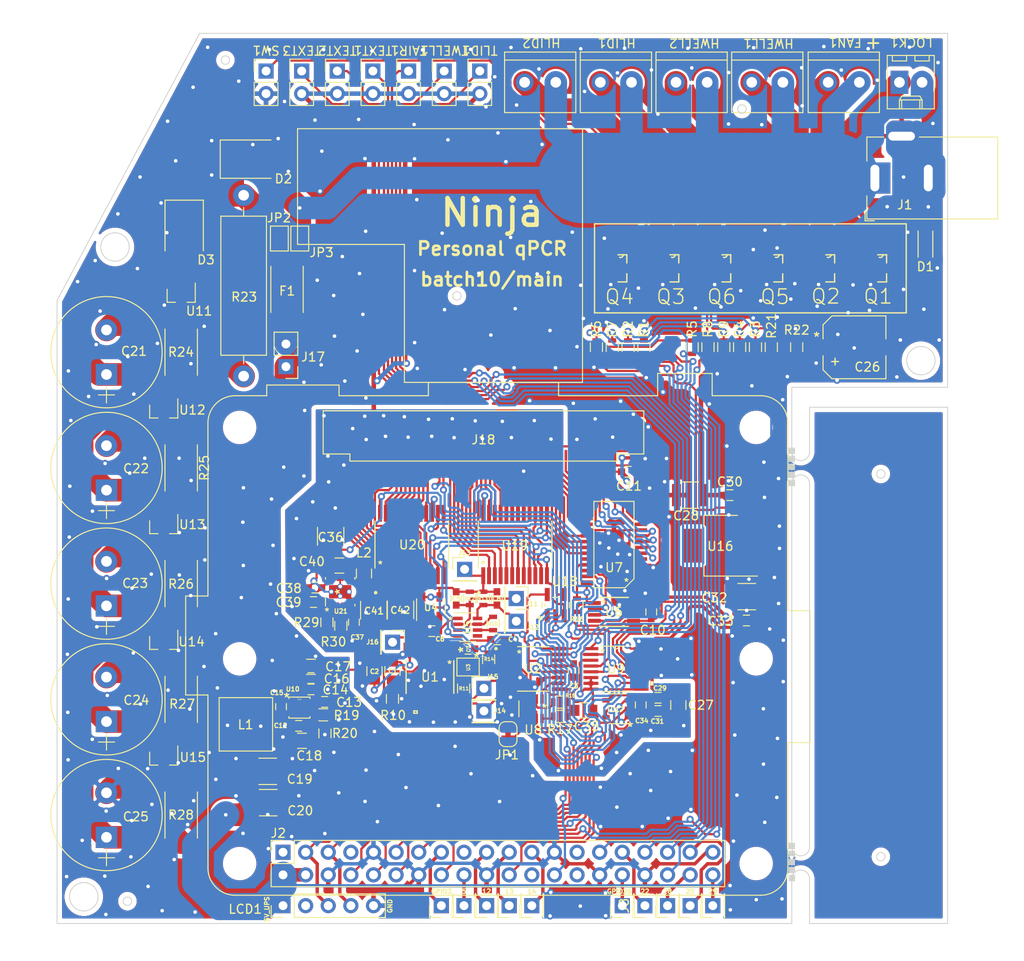
<source format=kicad_pcb>
(kicad_pcb (version 20171130) (host pcbnew "(5.1.6-0-10_14)")
  (layers (0 F.Cu signal) (31 B.Cu signal) (34 B.Paste user) (35 F.Paste user) (36 B.SilkS user) (37 F.SilkS user) (38 B.Mask user) (39 F.Mask user) (44 Edge.Cuts user))
  (net 0 "")
  (net 1 "Net-(C1-Pad1)")
  (net 2 GND)
  (net 3 "Net-(C2-Pad1)")
  (net 4 GNDA)
  (net 5 3V3D)
  (net 6 3V3A)
  (net 7 PD_MUX_OUT)
  (net 8 /Photo/GAIN_LARGE)
  (net 9 /Photo/GAIN_SMALL)
  (net 10 /Photo/AMP_OUT)
  (net 11 -1V)
  (net 12 5V_UPS)
  (net 13 /5V_UPS/SS)
  (net 14 12V_UPS)
  (net 15 "Net-(C22-Pad2)")
  (net 16 /5V_UPS/FB)
  (net 17 12V)
  (net 18 "Net-(D2-Pad1)")
  (net 19 "Net-(FAN1-Pad2)")
  (net 20 "Net-(HLID1-Pad2)")
  (net 21 "Net-(HLID2-Pad2)")
  (net 22 "Net-(HWELL1-Pad2)")
  (net 23 "Net-(HWELL2-Pad2)")
  (net 24 PD_TH2)
  (net 25 THERM_R_SWITCH)
  (net 26 MUX_SELECT)
  (net 27 /GPIO13)
  (net 28 /FAN)
  (net 29 MUX_S3)
  (net 30 /GPIO26)
  (net 31 /GPIO22)
  (net 32 /GPIO5)
  (net 33 DLOCK)
  (net 34 DOPEN)
  (net 35 /WELL_HEATER)
  (net 36 /GPIO28)
  (net 37 PD_TH1)
  (net 38 /GPIO12)
  (net 39 MUX_S2)
  (net 40 /LID_HEATER)
  (net 41 MUX_S1)
  (net 42 VIN_SENSE)
  (net 43 /GPIO14)
  (net 44 I2C_SCL)
  (net 45 MUX_S0)
  (net 46 /GPIO3)
  (net 47 I2C_SDA)
  (net 48 /Photo/PHOTO_OUT_P)
  (net 49 /Photo/PHOTO_OUT_N)
  (net 50 THERM_MUX_OUT)
  (net 51 N_LED_OUT8)
  (net 52 N_LED_OUT7)
  (net 53 N_LED_OUT6)
  (net 54 N_LED_OUT5)
  (net 55 N_LED_OUT4)
  (net 56 N_LED_OUT3)
  (net 57 N_LED_OUT2)
  (net 58 N_LED_OUT1)
  (net 59 S_LED_OUT1)
  (net 60 S_LED_OUT2)
  (net 61 S_LED_OUT3)
  (net 62 S_LED_OUT4)
  (net 63 S_LED_OUT5)
  (net 64 S_LED_OUT6)
  (net 65 S_LED_OUT7)
  (net 66 S_LED_OUT8)
  (net 67 "Net-(LOCK1-Pad1)")
  (net 68 "Net-(Q1-Pad1)")
  (net 69 "Net-(Q2-Pad1)")
  (net 70 "Net-(Q3-Pad1)")
  (net 71 "Net-(Q5-Pad1)")
  (net 72 "Net-(R11-Pad1)")
  (net 73 "Net-(R14-Pad1)")
  (net 74 /Photo/AMP_GAIN_SW)
  (net 75 "Net-(R16-Pad1)")
  (net 76 THERM_AIR)
  (net 77 THERM_EXT1)
  (net 78 THERM_EXT2)
  (net 79 THERM_EXT3)
  (net 80 THERM_LID)
  (net 81 THERM_WELL)
  (net 82 CLKIN)
  (net 83 /PhotoLED/LED_IREF)
  (net 84 "Net-(C13-Pad2)")
  (net 85 "Net-(C15-Pad2)")
  (net 86 "Net-(C15-Pad1)")
  (net 87 "Net-(C21-Pad1)")
  (net 88 "Net-(C21-Pad2)")
  (net 89 "Net-(C23-Pad2)")
  (net 90 "Net-(C24-Pad2)")
  (net 91 "Net-(C34-Pad1)")
  (net 92 "Net-(C37-Pad1)")
  (net 93 "Net-(C39-Pad1)")
  (net 94 "Net-(C40-Pad1)")
  (net 95 "Net-(C40-Pad2)")
  (net 96 /PhotoMUX/S_PD_OUT16)
  (net 97 /PhotoMUX/S_PD_OUT15)
  (net 98 /PhotoMUX/S_PD_OUT14)
  (net 99 /PhotoMUX/S_PD_OUT13)
  (net 100 /PhotoMUX/S_PD_OUT12)
  (net 101 /PhotoMUX/S_PD_OUT11)
  (net 102 /PhotoMUX/S_PD_OUT10)
  (net 103 /PhotoMUX/S_PD_OUT9)
  (net 104 /PhotoMUX/S_PD_OUT8)
  (net 105 /PhotoMUX/S_PD_OUT7)
  (net 106 /PhotoMUX/S_PD_OUT6)
  (net 107 /PhotoMUX/S_PD_OUT5)
  (net 108 /PhotoMUX/S_PD_OUT4)
  (net 109 /PhotoMUX/S_PD_OUT3)
  (net 110 /PhotoMUX/S_PD_OUT2)
  (net 111 /PhotoMUX/S_PD_OUT1)
  (net 112 /PhotoMUX/N_PD_OUT1)
  (net 113 /PhotoMUX/N_PD_OUT2)
  (net 114 /PhotoMUX/N_PD_OUT3)
  (net 115 /PhotoMUX/N_PD_OUT4)
  (net 116 /PhotoMUX/N_PD_OUT5)
  (net 117 /PhotoMUX/N_PD_OUT6)
  (net 118 /PhotoMUX/N_PD_OUT7)
  (net 119 /PhotoMUX/N_PD_OUT8)
  (net 120 /PhotoMUX/N_PD_OUT9)
  (net 121 /PhotoMUX/N_PD_OUT10)
  (net 122 /PhotoMUX/N_PD_OUT11)
  (net 123 /PhotoMUX/N_PD_OUT12)
  (net 124 /PhotoMUX/N_PD_OUT13)
  (net 125 /PhotoMUX/N_PD_OUT14)
  (net 126 /PhotoMUX/N_PD_OUT15)
  (net 127 /PhotoMUX/N_PD_OUT16)
  (net 128 "Net-(R17-Pad2)")
  (net 129 "Net-(R18-Pad2)")
  (net 130 "Net-(R29-Pad1)")
  (net 131 "Net-(R29-Pad2)")
  (net 132 /PhotoMUX/MUX_SELECT_INV)
  (net 133 /GPIO29)
  (net 134 /GPIO25)
  (net 135 PD_REF_PWM)
  (module Ninja-qPCR:PCA9955B (layer F.Cu) (at 142.53 107.43 90)
    (fp_text reference U7 (at -2.59 0.01) (layer F.SilkS))
    (fp_text value PCA9955B hide)
    (pad 29 smd rect (at 0 0 90) (size 3.4 2.2) (layers F.Cu) (net 2 GND))
    (pad 14 smd rect (at 4.325 3.05 90) (size 0.6 1.35) (layers F.Cu F.Paste F.Mask) (net 66 S_LED_OUT8))
    (pad 15 smd rect (at 4.325 -3.05 90) (size 0.6 1.35) (layers F.Cu F.Paste F.Mask) (net 51 N_LED_OUT8))
    (pad 13 smd rect (at 3.575 3.05 90) (size 0.4 1.35) (layers F.Cu F.Paste F.Mask) (net 65 S_LED_OUT7))
    (pad 16 smd rect (at 3.575 -3.05 90) (size 0.4 1.35) (layers F.Cu F.Paste F.Mask) (net 52 N_LED_OUT7))
    (pad 12 smd rect (at 2.925 3.05 90) (size 0.4 1.35) (layers F.Cu F.Paste F.Mask) (net 64 S_LED_OUT6))
    (pad 17 smd rect (at 2.925 -3.05 90) (size 0.4 1.35) (layers F.Cu F.Paste F.Mask) (net 53 N_LED_OUT6))
    (pad 11 smd rect (at 2.275 3.05 90) (size 0.4 1.35) (layers F.Cu F.Paste F.Mask) (net 63 S_LED_OUT5))
    (pad 18 smd rect (at 2.275 -3.05 90) (size 0.4 1.35) (layers F.Cu F.Paste F.Mask) (net 54 N_LED_OUT5))
    (pad 10 smd rect (at 1.625 3.05 90) (size 0.4 1.35) (layers F.Cu F.Paste F.Mask) (net 2 GND))
    (pad 19 smd rect (at 1.625 -3.05 90) (size 0.4 1.35) (layers F.Cu F.Paste F.Mask) (net 2 GND))
    (pad 9 smd rect (at 0.975 3.05 90) (size 0.4 1.35) (layers F.Cu F.Paste F.Mask) (net 62 S_LED_OUT4))
    (pad 20 smd rect (at 0.975 -3.05 90) (size 0.4 1.35) (layers F.Cu F.Paste F.Mask) (net 55 N_LED_OUT4))
    (pad 8 smd rect (at 0.325 3.05 90) (size 0.4 1.35) (layers F.Cu F.Paste F.Mask) (net 61 S_LED_OUT3))
    (pad 21 smd rect (at 0.325 -3.05 90) (size 0.4 1.35) (layers F.Cu F.Paste F.Mask) (net 56 N_LED_OUT3))
    (pad 7 smd rect (at -0.325 3.05 90) (size 0.4 1.35) (layers F.Cu F.Paste F.Mask) (net 60 S_LED_OUT2))
    (pad 22 smd rect (at -0.325 -3.05 90) (size 0.4 1.35) (layers F.Cu F.Paste F.Mask) (net 57 N_LED_OUT2))
    (pad 6 smd rect (at -0.975 3.05 90) (size 0.4 1.35) (layers F.Cu F.Paste F.Mask) (net 59 S_LED_OUT1))
    (pad 23 smd rect (at -0.975 -3.05 90) (size 0.4 1.35) (layers F.Cu F.Paste F.Mask) (net 58 N_LED_OUT1))
    (pad 5 smd rect (at -1.625 3.05 90) (size 0.4 1.35) (layers F.Cu F.Paste F.Mask) (net 135 PD_REF_PWM))
    (pad 24 smd rect (at -1.625 -3.05 90) (size 0.4 1.35) (layers F.Cu F.Paste F.Mask) (net 2 GND))
    (pad 4 smd rect (at -2.275 3.05 90) (size 0.4 1.35) (layers F.Cu F.Paste F.Mask) (net 2 GND))
    (pad 25 smd rect (at -2.275 -3.05 90) (size 0.4 1.35) (layers F.Cu F.Paste F.Mask) (net 75 "Net-(R16-Pad1)"))
    (pad 3 smd rect (at -2.925 3.05 90) (size 0.4 1.35) (layers F.Cu F.Paste F.Mask) (net 2 GND))
    (pad 26 smd rect (at -2.925 -3.05 90) (size 0.4 1.35) (layers F.Cu F.Paste F.Mask) (net 44 I2C_SCL))
    (pad 2 smd rect (at -3.575 3.05 90) (size 0.4 1.35) (layers F.Cu F.Paste F.Mask) (net 5 3V3D))
    (pad 27 smd rect (at -3.575 -3.05 90) (size 0.4 1.35) (layers F.Cu F.Paste F.Mask) (net 47 I2C_SDA))
    (pad 1 smd rect (at -4.325 3.05 90) (size 0.6 1.35) (layers F.Cu F.Paste F.Mask) (net 83 /PhotoLED/LED_IREF))
    (pad 28 smd rect (at -4.325 -3.05 90) (size 0.6 1.35) (layers F.Cu F.Paste F.Mask) (net 5 3V3D))
  )
  (module Ninja-qPCR:SOP65P780X200-24N (layer F.Cu) (at 131.43 107.43 90)
    (fp_text reference U19 (at -0.14 -0.05 180) (layer F.SilkS))
    (fp_text value CD74HC4067M96)
    (pad 1 smd rect (at -3.505 -3.575 90) (size 1.9 0.44) (layers F.Cu F.Paste F.Mask) (net 7 PD_MUX_OUT))
    (pad 2 smd rect (at -3.505 -2.925 90) (size 1.9 0.44) (layers F.Cu F.Paste F.Mask) (net 111 /PhotoMUX/S_PD_OUT1))
    (pad 3 smd rect (at -3.505 -2.275 90) (size 1.9 0.44) (layers F.Cu F.Paste F.Mask) (net 110 /PhotoMUX/S_PD_OUT2))
    (pad 4 smd rect (at -3.505 -1.625 90) (size 1.9 0.44) (layers F.Cu F.Paste F.Mask) (net 109 /PhotoMUX/S_PD_OUT3))
    (pad 5 smd rect (at -3.505 -0.975 90) (size 1.9 0.44) (layers F.Cu F.Paste F.Mask) (net 108 /PhotoMUX/S_PD_OUT4))
    (pad 6 smd rect (at -3.505 -0.325 90) (size 1.9 0.44) (layers F.Cu F.Paste F.Mask) (net 107 /PhotoMUX/S_PD_OUT5))
    (pad 7 smd rect (at -3.505 0.325 90) (size 1.9 0.44) (layers F.Cu F.Paste F.Mask) (net 106 /PhotoMUX/S_PD_OUT6))
    (pad 8 smd rect (at -3.505 0.975 90) (size 1.9 0.44) (layers F.Cu F.Paste F.Mask) (net 105 /PhotoMUX/S_PD_OUT7))
    (pad 9 smd rect (at -3.505 1.625 90) (size 1.9 0.44) (layers F.Cu F.Paste F.Mask) (net 104 /PhotoMUX/S_PD_OUT8))
    (pad 10 smd rect (at -3.505 2.275 90) (size 1.9 0.44) (layers F.Cu F.Paste F.Mask) (net 45 MUX_S0))
    (pad 11 smd rect (at -3.505 2.925 90) (size 1.9 0.44) (layers F.Cu F.Paste F.Mask) (net 41 MUX_S1))
    (pad 12 smd rect (at -3.505 3.575 90) (size 1.9 0.44) (layers F.Cu F.Paste F.Mask) (net 11 -1V))
    (pad 13 smd rect (at 3.505 3.575 90) (size 1.9 0.44) (layers F.Cu F.Paste F.Mask) (net 29 MUX_S3))
    (pad 14 smd rect (at 3.505 2.925 90) (size 1.9 0.44) (layers F.Cu F.Paste F.Mask) (net 39 MUX_S2))
    (pad 15 smd rect (at 3.505 2.275 90) (size 1.9 0.44) (layers F.Cu F.Paste F.Mask) (net 132 /PhotoMUX/MUX_SELECT_INV))
    (pad 16 smd rect (at 3.505 1.625 90) (size 1.9 0.44) (layers F.Cu F.Paste F.Mask) (net 96 /PhotoMUX/S_PD_OUT16))
    (pad 17 smd rect (at 3.505 0.975 90) (size 1.9 0.44) (layers F.Cu F.Paste F.Mask) (net 97 /PhotoMUX/S_PD_OUT15))
    (pad 18 smd rect (at 3.505 0.325 90) (size 1.9 0.44) (layers F.Cu F.Paste F.Mask) (net 98 /PhotoMUX/S_PD_OUT14))
    (pad 19 smd rect (at 3.505 -0.325 90) (size 1.9 0.44) (layers F.Cu F.Paste F.Mask) (net 99 /PhotoMUX/S_PD_OUT13))
    (pad 20 smd rect (at 3.505 -0.975 90) (size 1.9 0.44) (layers F.Cu F.Paste F.Mask) (net 100 /PhotoMUX/S_PD_OUT12))
    (pad 21 smd rect (at 3.505 -1.625 90) (size 1.9 0.44) (layers F.Cu F.Paste F.Mask) (net 101 /PhotoMUX/S_PD_OUT11))
    (pad 22 smd rect (at 3.505 -2.275 90) (size 1.9 0.44) (layers F.Cu F.Paste F.Mask) (net 102 /PhotoMUX/S_PD_OUT10))
    (pad 23 smd rect (at 3.505 -2.925 90) (size 1.9 0.44) (layers F.Cu F.Paste F.Mask) (net 103 /PhotoMUX/S_PD_OUT9))
    (pad 24 smd rect (at 3.505 -3.575 90) (size 1.9 0.44) (layers F.Cu F.Paste F.Mask) (net 5 3V3D))
  )
  (module Ninja-qPCR:SOP65P780X200-24N (layer F.Cu) (at 119.83 107.43 90)
    (fp_text reference U20 (at -0.03 0.04 180) (layer F.SilkS))
    (fp_text value CD74HC4067M96)
    (pad 1 smd rect (at -3.505 -3.575 90) (size 1.9 0.44) (layers F.Cu F.Paste F.Mask) (net 7 PD_MUX_OUT))
    (pad 2 smd rect (at -3.505 -2.925 90) (size 1.9 0.44) (layers F.Cu F.Paste F.Mask) (net 127 /PhotoMUX/N_PD_OUT16))
    (pad 3 smd rect (at -3.505 -2.275 90) (size 1.9 0.44) (layers F.Cu F.Paste F.Mask) (net 126 /PhotoMUX/N_PD_OUT15))
    (pad 4 smd rect (at -3.505 -1.625 90) (size 1.9 0.44) (layers F.Cu F.Paste F.Mask) (net 125 /PhotoMUX/N_PD_OUT14))
    (pad 5 smd rect (at -3.505 -0.975 90) (size 1.9 0.44) (layers F.Cu F.Paste F.Mask) (net 124 /PhotoMUX/N_PD_OUT13))
    (pad 6 smd rect (at -3.505 -0.325 90) (size 1.9 0.44) (layers F.Cu F.Paste F.Mask) (net 123 /PhotoMUX/N_PD_OUT12))
    (pad 7 smd rect (at -3.505 0.325 90) (size 1.9 0.44) (layers F.Cu F.Paste F.Mask) (net 122 /PhotoMUX/N_PD_OUT11))
    (pad 8 smd rect (at -3.505 0.975 90) (size 1.9 0.44) (layers F.Cu F.Paste F.Mask) (net 121 /PhotoMUX/N_PD_OUT10))
    (pad 9 smd rect (at -3.505 1.625 90) (size 1.9 0.44) (layers F.Cu F.Paste F.Mask) (net 120 /PhotoMUX/N_PD_OUT9))
    (pad 10 smd rect (at -3.505 2.275 90) (size 1.9 0.44) (layers F.Cu F.Paste F.Mask) (net 45 MUX_S0))
    (pad 11 smd rect (at -3.505 2.925 90) (size 1.9 0.44) (layers F.Cu F.Paste F.Mask) (net 41 MUX_S1))
    (pad 12 smd rect (at -3.505 3.575 90) (size 1.9 0.44) (layers F.Cu F.Paste F.Mask) (net 11 -1V))
    (pad 13 smd rect (at 3.505 3.575 90) (size 1.9 0.44) (layers F.Cu F.Paste F.Mask) (net 29 MUX_S3))
    (pad 14 smd rect (at 3.505 2.925 90) (size 1.9 0.44) (layers F.Cu F.Paste F.Mask) (net 39 MUX_S2))
    (pad 15 smd rect (at 3.505 2.275 90) (size 1.9 0.44) (layers F.Cu F.Paste F.Mask) (net 26 MUX_SELECT))
    (pad 16 smd rect (at 3.505 1.625 90) (size 1.9 0.44) (layers F.Cu F.Paste F.Mask) (net 112 /PhotoMUX/N_PD_OUT1))
    (pad 17 smd rect (at 3.505 0.975 90) (size 1.9 0.44) (layers F.Cu F.Paste F.Mask) (net 113 /PhotoMUX/N_PD_OUT2))
    (pad 18 smd rect (at 3.505 0.325 90) (size 1.9 0.44) (layers F.Cu F.Paste F.Mask) (net 114 /PhotoMUX/N_PD_OUT3))
    (pad 19 smd rect (at 3.505 -0.325 90) (size 1.9 0.44) (layers F.Cu F.Paste F.Mask) (net 115 /PhotoMUX/N_PD_OUT4))
    (pad 20 smd rect (at 3.505 -0.975 90) (size 1.9 0.44) (layers F.Cu F.Paste F.Mask) (net 116 /PhotoMUX/N_PD_OUT5))
    (pad 21 smd rect (at 3.505 -1.625 90) (size 1.9 0.44) (layers F.Cu F.Paste F.Mask) (net 117 /PhotoMUX/N_PD_OUT6))
    (pad 22 smd rect (at 3.505 -2.275 90) (size 1.9 0.44) (layers F.Cu F.Paste F.Mask) (net 118 /PhotoMUX/N_PD_OUT7))
    (pad 23 smd rect (at 3.505 -2.925 90) (size 1.9 0.44) (layers F.Cu F.Paste F.Mask) (net 119 /PhotoMUX/N_PD_OUT8))
    (pad 24 smd rect (at 3.505 -3.575 90) (size 1.9 0.44) (layers F.Cu F.Paste F.Mask) (net 5 3V3D))
  )
  (module Ninja-qPCR:BD9D323QWZ-E2 (layer F.Cu) (at 107.22 125.75)
    (fp_text reference U10 (at -0.76 -2.08 180) (layer F.SilkS) (effects (font (size 0.508 0.508) (thickness 0.127))))
    (fp_text value BD9D323QWZ-E2 hide)
    (fp_text user * (at -1.44 -1.09) (layer F.SilkS))
    (pad 1 smd rect (at -0.775 -0.599999) (size 0.4572 0.2) (layers F.Cu F.Paste F.Mask) (net 14 12V_UPS))
    (pad 2 smd rect (at -0.775 -0.2) (size 0.4572 0.2) (layers F.Cu F.Paste F.Mask) (net 85 "Net-(C15-Pad2)"))
    (pad 3 smd rect (at -0.775 0.2) (size 0.4572 0.2) (layers F.Cu F.Paste F.Mask) (net 86 "Net-(C15-Pad1)"))
    (pad 4 smd rect (at -0.775 0.599999) (size 0.4572 0.2) (layers F.Cu F.Paste F.Mask) (net 2 GND))
    (pad 5 smd rect (at 0.775 0.599999) (size 0.4572 0.2) (layers F.Cu F.Paste F.Mask) (net 13 /5V_UPS/SS))
    (pad 6 smd rect (at 0.775 0.2) (size 0.4572 0.2) (layers F.Cu F.Paste F.Mask) (net 16 /5V_UPS/FB))
    (pad 7 smd rect (at 0.775 -0.2) (size 0.4572 0.2) (layers F.Cu F.Paste F.Mask) (net 84 "Net-(C13-Pad2)"))
    (pad 8 smd rect (at 0.775 -0.599999) (size 0.4572 0.2) (layers F.Cu F.Paste F.Mask) (net 14 12V_UPS))
    (pad 9 smd rect (at 0 0.648) (size 0.6782 0.7112) (layers F.Cu F.Paste F.Mask) (net 2 GND))
  )
  (module Ninja-qPCR:TPS63710DRRR (layer F.Cu) (at 111.79 112.73 90)
    (fp_text reference U21 (at -2.19 0.07 180) (layer F.SilkS) (effects (font (size 0.508 0.508) (thickness 0.127))))
    (fp_text value TPS63710DRRR hide)
    (fp_text user * (at 0 0 90) (layer F.SilkS))
    (pad 1 smd rect (at -1.45 -1.25 90) (size 0.499999 0.249999) (layers F.Cu F.Paste F.Mask) (net 93 "Net-(C39-Pad1)"))
    (pad 2 smd rect (at -1.45 -0.750001 90) (size 0.499999 0.249999) (layers F.Cu F.Paste F.Mask) (net 5 3V3D))
    (pad 3 smd rect (at -1.45 -0.25 90) (size 0.499999 0.249999) (layers F.Cu F.Paste F.Mask))
    (pad 4 smd rect (at -1.45 0.25 90) (size 0.499999 0.249999) (layers F.Cu F.Paste F.Mask) (net 130 "Net-(R29-Pad1)"))
    (pad 5 smd rect (at -1.45 0.750001 90) (size 0.499999 0.249999) (layers F.Cu F.Paste F.Mask) (net 131 "Net-(R29-Pad2)"))
    (pad 6 smd rect (at -1.45 1.25 90) (size 0.499999 0.249999) (layers F.Cu F.Paste F.Mask) (net 92 "Net-(C37-Pad1)"))
    (pad 7 smd rect (at 1.45 1.25 90) (size 0.499999 0.249999) (layers F.Cu F.Paste F.Mask) (net 11 -1V))
    (pad 8 smd rect (at 1.45 0.750001 90) (size 0.499999 0.249999) (layers F.Cu F.Paste F.Mask) (net 95 "Net-(C40-Pad2)"))
    (pad 9 smd rect (at 1.45 0.25 90) (size 0.499999 0.249999) (layers F.Cu F.Paste F.Mask) (net 2 GND))
    (pad 10 smd rect (at 1.45 -0.25 90) (size 0.499999 0.249999) (layers F.Cu F.Paste F.Mask) (net 2 GND))
    (pad 11 smd rect (at 1.45 -0.750001 90) (size 0.499999 0.249999) (layers F.Cu F.Paste F.Mask) (net 94 "Net-(C40-Pad1)"))
    (pad 12 smd rect (at 1.45 -1.25 90) (size 0.499999 0.249999) (layers F.Cu F.Paste F.Mask) (net 5 3V3D))
    (pad 13 smd rect (at 0 0 90) (size 1.5 2.5) (layers F.Cu F.Paste F.Mask) (net 2 GND))
    (pad V thru_hole circle (at 0 -1.000001 90) (size 0.6 0.6) (drill 0.4) (layers *.Cu *.Mask) (net 2 GND))
    (pad V thru_hole circle (at 0.6 0 90) (size 0.6 0.6) (drill 0.4) (layers *.Cu *.Mask) (net 2 GND))
    (pad V thru_hole circle (at 0 1.000001 90) (size 0.6 0.6) (drill 0.4) (layers *.Cu *.Mask) (net 2 GND))
    (pad V thru_hole circle (at -0.499999 0 90) (size 0.6 0.6) (drill 0.4) (layers *.Cu *.Mask) (net 2 GND))
  )
  (module Capacitors_SMD:C_0603 (layer F.Cu) (at 105.15 125.65 90)
    (fp_text reference C15 (at 1.58 -0.48) (layer F.SilkS) (effects (font (size 0.508 0.508) (thickness 0.127))))
    (fp_text value 0.1uF)
    (pad 1 smd rect (at -0.75 0 90) (size 0.8 0.75) (layers F.Cu F.Paste F.Mask) (net 86 "Net-(C15-Pad1)"))
    (pad 2 smd rect (at 0.75 0 90) (size 0.8 0.75) (layers F.Cu F.Paste F.Mask) (net 85 "Net-(C15-Pad2)"))
  )
  (module Capacitors_SMD:C_0805 (layer F.Cu) (at 107.5 129.48 180)
    (fp_text reference C18 (at -0.82 -1.68) (layer F.SilkS))
    (fp_text value DNP)
    (pad 1 smd rect (at -1 0 180) (size 1 1.25) (layers F.Cu F.Paste F.Mask) (net 16 /5V_UPS/FB))
    (pad 2 smd rect (at 1 0 180) (size 1 1.25) (layers F.Cu F.Paste F.Mask) (net 12 5V_UPS))
  )
  (module Capacitors_SMD:C_1210 (layer F.Cu) (at 103.65 132.91 180)
    (fp_text reference C19 (at -3.6 -0.87) (layer F.SilkS))
    (fp_text value 22uF)
    (pad 2 smd rect (at 1.5 0 180) (size 1 2.5) (layers F.Cu F.Paste F.Mask) (net 12 5V_UPS))
    (pad 1 smd rect (at -1.5 0 180) (size 1 2.5) (layers F.Cu F.Paste F.Mask) (net 2 GND))
  )
  (module Capacitors_SMD:C_0603 (layer F.Cu) (at 107.13 127.8)
    (fp_text reference C12 (at -2.03 -0.03 180) (layer F.SilkS) (effects (font (size 0.508 0.508) (thickness 0.127))))
    (fp_text value 1000pF)
    (pad 2 smd rect (at 0.75 0) (size 0.8 0.75) (layers F.Cu F.Paste F.Mask) (net 13 /5V_UPS/SS))
    (pad 1 smd rect (at -0.75 0) (size 0.8 0.75) (layers F.Cu F.Paste F.Mask) (net 2 GND))
  )
  (module Ninja-qPCR:Raspberry_Pi_3A+_3B+_4B_Zero_FaceDown_HDMI-R (layer F.Cu) (at 105.37 142 90)
    (fp_text reference J2 (at 2.14 -0.53) (layer F.SilkS))
    (fp_text value Raspberry_Pi_3A_Plus_wpi)
    (pad "" np_thru_hole circle (at -1.27 53.13 180) (size 2.75 2.75) (drill 2.75) (layers *.Cu *.Mask))
    (pad "" np_thru_hole circle (at 47.73 -4.87 180) (size 2.75 2.75) (drill 2.75) (layers *.Cu *.Mask))
    (pad "" np_thru_hole circle (at 47.73 53.13 180) (size 2.75 2.75) (drill 2.75) (layers *.Cu *.Mask))
    (pad "" np_thru_hole circle (at -1.27 -4.87 180) (size 2.75 2.75) (drill 2.75) (layers *.Cu *.Mask))
    (pad 40 thru_hole oval (at -2.54 48.26 90) (size 1.7 1.7) (drill 1) (layers *.Cu *.Mask) (net 133 /GPIO29))
    (pad 39 thru_hole oval (at 0 48.26 90) (size 1.7 1.7) (drill 1) (layers *.Cu *.Mask) (net 2 GND))
    (pad 26 thru_hole oval (at -2.54 30.48 90) (size 1.7 1.7) (drill 1) (layers *.Cu *.Mask) (net 25 THERM_R_SWITCH))
    (pad 25 thru_hole oval (at 0 30.48 90) (size 1.7 1.7) (drill 1) (layers *.Cu *.Mask) (net 2 GND))
    (pad 22 thru_hole oval (at -2.54 25.4 90) (size 1.7 1.7) (drill 1) (layers *.Cu *.Mask) (net 26 MUX_SELECT))
    (pad 21 thru_hole oval (at 0 25.4 90) (size 1.7 1.7) (drill 1) (layers *.Cu *.Mask) (net 27 /GPIO13))
    (pad 30 thru_hole oval (at -2.54 35.56 90) (size 1.7 1.7) (drill 1) (layers *.Cu *.Mask) (net 2 GND))
    (pad 29 thru_hole oval (at 0 35.56 90) (size 1.7 1.7) (drill 1) (layers *.Cu *.Mask) (net 28 /FAN))
    (pad 8 thru_hole oval (at -2.54 7.62 90) (size 1.7 1.7) (drill 1) (layers *.Cu *.Mask) (net 29 MUX_S3))
    (pad 7 thru_hole oval (at 0 7.62 90) (size 1.7 1.7) (drill 1) (layers *.Cu *.Mask))
    (pad 32 thru_hole oval (at -2.54 38.1 90) (size 1.7 1.7) (drill 1) (layers *.Cu *.Mask) (net 30 /GPIO26))
    (pad 31 thru_hole oval (at 0 38.1 90) (size 1.7 1.7) (drill 1) (layers *.Cu *.Mask) (net 31 /GPIO22))
    (pad 18 thru_hole oval (at -2.54 20.32 90) (size 1.7 1.7) (drill 1) (layers *.Cu *.Mask) (net 32 /GPIO5))
    (pad 17 thru_hole oval (at 0 20.32 90) (size 1.7 1.7) (drill 1) (layers *.Cu *.Mask))
    (pad 36 thru_hole oval (at -2.54 43.18 90) (size 1.7 1.7) (drill 1) (layers *.Cu *.Mask) (net 33 DLOCK))
    (pad 35 thru_hole oval (at 0 43.18 90) (size 1.7 1.7) (drill 1) (layers *.Cu *.Mask) (net 34 DOPEN))
    (pad 34 thru_hole oval (at -2.54 40.64 90) (size 1.7 1.7) (drill 1) (layers *.Cu *.Mask) (net 2 GND))
    (pad 33 thru_hole oval (at 0 40.64 90) (size 1.7 1.7) (drill 1) (layers *.Cu *.Mask) (net 35 /WELL_HEATER))
    (pad 38 thru_hole oval (at -2.54 45.72 90) (size 1.7 1.7) (drill 1) (layers *.Cu *.Mask) (net 36 /GPIO28))
    (pad 37 thru_hole oval (at 0 45.72 90) (size 1.7 1.7) (drill 1) (layers *.Cu *.Mask) (net 134 /GPIO25))
    (pad 20 thru_hole oval (at -2.54 22.86 90) (size 1.7 1.7) (drill 1) (layers *.Cu *.Mask) (net 2 GND))
    (pad 19 thru_hole oval (at 0 22.86 90) (size 1.7 1.7) (drill 1) (layers *.Cu *.Mask) (net 38 /GPIO12))
    (pad 10 thru_hole oval (at -2.54 10.16 90) (size 1.7 1.7) (drill 1) (layers *.Cu *.Mask) (net 39 MUX_S2))
    (pad 9 thru_hole oval (at 0 10.16 90) (size 1.7 1.7) (drill 1) (layers *.Cu *.Mask) (net 2 GND))
    (pad 14 thru_hole oval (at -2.54 15.24 90) (size 1.7 1.7) (drill 1) (layers *.Cu *.Mask) (net 2 GND))
    (pad 13 thru_hole oval (at 0 15.24 90) (size 1.7 1.7) (drill 1) (layers *.Cu *.Mask) (net 40 /LID_HEATER))
    (pad 28 thru_hole oval (at -2.54 33.02 90) (size 1.7 1.7) (drill 1) (layers *.Cu *.Mask))
    (pad 27 thru_hole oval (at 0 33.02 90) (size 1.7 1.7) (drill 1) (layers *.Cu *.Mask))
    (pad 12 thru_hole oval (at -2.54 12.7 90) (size 1.7 1.7) (drill 1) (layers *.Cu *.Mask) (net 41 MUX_S1))
    (pad 11 thru_hole oval (at 0 12.7 90) (size 1.7 1.7) (drill 1) (layers *.Cu *.Mask) (net 42 VIN_SENSE))
    (pad 24 thru_hole oval (at -2.54 27.94 90) (size 1.7 1.7) (drill 1) (layers *.Cu *.Mask))
    (pad 23 thru_hole oval (at 0 27.94 90) (size 1.7 1.7) (drill 1) (layers *.Cu *.Mask) (net 43 /GPIO14))
    (pad 1 thru_hole rect (at 0 0 90) (size 1.7 1.7) (drill 1) (layers *.Cu *.Mask))
    (pad 2 thru_hole oval (at -2.54 0 90) (size 1.7 1.7) (drill 1) (layers *.Cu *.Mask) (net 12 5V_UPS))
    (pad 5 thru_hole oval (at 0 5.08 90) (size 1.7 1.7) (drill 1) (layers *.Cu *.Mask) (net 44 I2C_SCL))
    (pad 4 thru_hole oval (at -2.54 2.54 90) (size 1.7 1.7) (drill 1) (layers *.Cu *.Mask) (net 12 5V_UPS))
    (pad 16 thru_hole oval (at -2.54 17.78 90) (size 1.7 1.7) (drill 1) (layers *.Cu *.Mask) (net 45 MUX_S0))
    (pad 15 thru_hole oval (at 0 17.78 90) (size 1.7 1.7) (drill 1) (layers *.Cu *.Mask) (net 46 /GPIO3))
    (pad 3 thru_hole oval (at 0 2.54 90) (size 1.7 1.7) (drill 1) (layers *.Cu *.Mask) (net 47 I2C_SDA))
    (pad 6 thru_hole oval (at -2.54 5.08 90) (size 1.7 1.7) (drill 1) (layers *.Cu *.Mask) (net 2 GND))
    (pad "" np_thru_hole circle (at 21.73 -4.87 180) (size 2.75 2.75) (drill 2.75) (layers *.Cu *.Mask))
    (pad "" np_thru_hole circle (at 21.73 53.13 180) (size 2.75 2.75) (drill 2.75) (layers *.Cu *.Mask))
  )
  (module Ninja-qPCR:ADS122C04IPWR (layer F.Cu) (at 133.47 121.4)
    (fp_text reference U2 (at -0.02 -0.03) (layer F.SilkS))
    (fp_text value ADS122C04IPWR)
    (pad 16 smd rect (at 2.87 -2.275) (size 1.57 0.41) (layers F.Cu F.Paste F.Mask) (net 44 I2C_SCL))
    (pad 15 smd rect (at 2.87 -1.625) (size 1.57 0.41) (layers F.Cu F.Paste F.Mask) (net 47 I2C_SDA))
    (pad 14 smd rect (at 2.87 -0.975) (size 1.57 0.41) (layers F.Cu F.Paste F.Mask))
    (pad 13 smd rect (at 2.87 -0.325) (size 1.57 0.41) (layers F.Cu F.Paste F.Mask) (net 5 3V3D))
    (pad 12 smd rect (at 2.87 0.325) (size 1.57 0.41) (layers F.Cu F.Paste F.Mask) (net 6 3V3A))
    (pad 11 smd rect (at 2.87 0.975) (size 1.57 0.41) (layers F.Cu F.Paste F.Mask) (net 4 GNDA))
    (pad 10 smd rect (at 2.87 1.625) (size 1.57 0.41) (layers F.Cu F.Paste F.Mask) (net 50 THERM_MUX_OUT))
    (pad 9 smd rect (at 2.87 2.275) (size 1.57 0.41) (layers F.Cu F.Paste F.Mask) (net 6 3V3A))
    (pad 8 smd rect (at -2.87 2.275) (size 1.57 0.41) (layers F.Cu F.Paste F.Mask) (net 4 GNDA))
    (pad 7 smd rect (at -2.87 1.625) (size 1.57 0.41) (layers F.Cu F.Paste F.Mask) (net 49 /Photo/PHOTO_OUT_N))
    (pad 6 smd rect (at -2.87 0.975) (size 1.57 0.41) (layers F.Cu F.Paste F.Mask) (net 48 /Photo/PHOTO_OUT_P))
    (pad 5 smd rect (at -2.87 0.325) (size 1.57 0.41) (layers F.Cu F.Paste F.Mask) (net 4 GNDA))
    (pad 4 smd rect (at -2.87 -0.325) (size 1.57 0.41) (layers F.Cu F.Paste F.Mask) (net 2 GND))
    (pad 3 smd rect (at -2.87 -0.975) (size 1.57 0.41) (layers F.Cu F.Paste F.Mask) (net 5 3V3D))
    (pad 2 smd rect (at -2.87 -1.625) (size 1.57 0.41) (layers F.Cu F.Paste F.Mask) (net 2 GND))
    (pad 1 smd rect (at -2.87 -2.275) (size 1.57 0.41) (layers F.Cu F.Paste F.Mask) (net 2 GND))
  )
  (module Pin_Headers:Pin_Header_Straight_1x01_Pitch2.54mm (layer F.Cu) (at 117.67 118.4 270)
    (fp_text reference J16 (at -0.03 2.25) (layer F.SilkS) (effects (font (size 0.508 0.508) (thickness 0.127))))
    (fp_text value Conn_01x01_Male)
    (pad 1 thru_hole rect (at 0 0 270) (size 1.7 1.7) (drill 1) (layers *.Cu *.Mask) (net 10 /Photo/AMP_OUT))
  )
  (module Pin_Headers:Pin_Header_Straight_1x02_Pitch2.54mm (layer F.Cu) (at 105.7 87.44 180)
    (fp_text reference J17 (at -3.05 1.09) (layer F.SilkS))
    (fp_text value Conn_01x02_Male)
    (pad 1 thru_hole rect (at 0 0 180) (size 1.7 1.7) (drill 1) (layers *.Cu *.Mask) (net 14 12V_UPS))
    (pad 2 thru_hole oval (at 0 2.54 180) (size 1.7 1.7) (drill 1) (layers *.Cu *.Mask) (net 2 GND))
  )
  (module Ninja-qPCR:ADA2200ARUZ (layer F.Cu) (at 121.87 122.31 270)
    (fp_text reference U1 (at 0 0 180) (layer F.SilkS))
    (fp_text value ADA2200ARUZ hide)
    (fp_text user * (at -3.0734 -3.773601 90) (layer F.SilkS))
    (fp_text user * (at -3.0734 -3.773601 90) (layer F.SilkS))
    (pad 16 smd rect (at 2.8194 -2.274999 270) (size 1.4732 0.3556) (layers F.Cu F.Paste F.Mask))
    (pad 15 smd rect (at 2.8194 -1.624998 270) (size 1.4732 0.3556) (layers F.Cu F.Paste F.Mask))
    (pad 14 smd rect (at 2.8194 -0.974999 270) (size 1.4732 0.3556) (layers F.Cu F.Paste F.Mask))
    (pad 13 smd rect (at 2.8194 -0.324998 270) (size 1.4732 0.3556) (layers F.Cu F.Paste F.Mask) (net 135 PD_REF_PWM))
    (pad 12 smd rect (at 2.8194 0.325001 270) (size 1.4732 0.3556) (layers F.Cu F.Paste F.Mask) (net 5 3V3D))
    (pad 11 smd rect (at 2.8194 0.974999 270) (size 1.4732 0.3556) (layers F.Cu F.Paste F.Mask) (net 48 /Photo/PHOTO_OUT_P))
    (pad 10 smd rect (at 2.8194 1.625001 270) (size 1.4732 0.3556) (layers F.Cu F.Paste F.Mask) (net 49 /Photo/PHOTO_OUT_N))
    (pad 9 smd rect (at 2.8194 2.274999 270) (size 1.4732 0.3556) (layers F.Cu F.Paste F.Mask) (net 1 "Net-(C1-Pad1)"))
    (pad 8 smd rect (at -2.8194 2.274999 270) (size 1.4732 0.3556) (layers F.Cu F.Paste F.Mask) (net 3 "Net-(C2-Pad1)"))
    (pad 7 smd rect (at -2.8194 1.624998 270) (size 1.4732 0.3556) (layers F.Cu F.Paste F.Mask) (net 4 GNDA))
    (pad 6 smd rect (at -2.8194 0.974999 270) (size 1.4732 0.3556) (layers F.Cu F.Paste F.Mask) (net 10 /Photo/AMP_OUT))
    (pad 5 smd rect (at -2.8194 0.324998 270) (size 1.4732 0.3556) (layers F.Cu F.Paste F.Mask) (net 2 GND))
    (pad 4 smd rect (at -2.8194 -0.325001 270) (size 1.4732 0.3556) (layers F.Cu F.Paste F.Mask) (net 72 "Net-(R11-Pad1)"))
    (pad 3 smd rect (at -2.8194 -0.974999 270) (size 1.4732 0.3556) (layers F.Cu F.Paste F.Mask))
    (pad 2 smd rect (at -2.8194 -1.625001 270) (size 1.4732 0.3556) (layers F.Cu F.Paste F.Mask))
    (pad 1 smd rect (at -2.8194 -2.274999 270) (size 1.4732 0.3556) (layers F.Cu F.Paste F.Mask) (net 82 CLKIN))
  )
  (module Resistors_SMD:R_0603 (layer F.Cu) (at 117.66 124.77 270)
    (fp_text reference R10 (at 1.85 -0.07 180) (layer F.SilkS))
    (fp_text value 10k)
    (pad 2 smd rect (at 0.75 0 270) (size 0.5 0.9) (layers F.Cu F.Paste F.Mask) (net 5 3V3D))
    (pad 1 smd rect (at -0.75 0 270) (size 0.5 0.9) (layers F.Cu F.Paste F.Mask) (net 1 "Net-(C1-Pad1)"))
  )
  (module Resistors_SMD:R_0603 (layer F.Cu) (at 128.46 120.32 90)
    (fp_text reference R14 (at 0.02 0.04 180) (layer F.SilkS) (effects (font (size 0.381 0.381) (thickness 0.09525))))
    (fp_text value 10k)
    (pad 2 smd rect (at 0.75 0 90) (size 0.5 0.9) (layers F.Cu F.Paste F.Mask) (net 5 3V3D))
    (pad 1 smd rect (at -0.75 0 90) (size 0.5 0.9) (layers F.Cu F.Paste F.Mask) (net 73 "Net-(R14-Pad1)"))
  )
  (module Capacitors_SMD:C_0603 (layer F.Cu) (at 126.15 119.14 180)
    (fp_text reference C7 (at -0.06 -0.02 270) (layer F.SilkS) (effects (font (size 0.381 0.381) (thickness 0.09525))))
    (fp_text value 0.1uF)
    (pad 1 smd rect (at -0.75 0 180) (size 0.8 0.75) (layers F.Cu F.Paste F.Mask) (net 5 3V3D))
    (pad 2 smd rect (at 0.75 0 180) (size 0.8 0.75) (layers F.Cu F.Paste F.Mask) (net 2 GND))
  )
  (module Ninja-qPCR:ASDK-32.768KHZ-LRT (layer F.Cu) (at 126.15 121.19 180)
    (fp_text reference U3 (at -0.02 -0.04 90) (layer F.SilkS) (effects (font (size 0.381 0.381) (thickness 0.09525))))
    (fp_text value COM1305-0.032768-EXT-T-TR)
    (fp_text user * (at -0.95 1.03) (layer F.SilkS))
    (pad 1 smd rect (at -0.8125 0.6125 180) (size 1 0.9) (layers F.Cu F.Paste F.Mask) (net 73 "Net-(R14-Pad1)"))
    (pad 2 smd rect (at 0.8125 0.6125 180) (size 1 0.9) (layers F.Cu F.Paste F.Mask) (net 2 GND))
    (pad 3 smd rect (at 0.8125 -0.6125 180) (size 1 0.9) (layers F.Cu F.Paste F.Mask) (net 82 CLKIN))
    (pad 4 smd rect (at -0.8125 -0.6125 180) (size 1 0.9) (layers F.Cu F.Paste F.Mask) (net 5 3V3D))
  )
  (module Capacitors_SMD:C_0805 (layer F.Cu) (at 115.64 121.66 90)
    (fp_text reference C2 (at -0.03 0) (layer F.SilkS) (effects (font (size 0.508 0.508) (thickness 0.127))))
    (fp_text value 4.7uF)
    (pad 2 smd rect (at 1 0 90) (size 1 1.25) (layers F.Cu F.Paste F.Mask) (net 4 GNDA))
    (pad 1 smd rect (at -1 0 90) (size 1 1.25) (layers F.Cu F.Paste F.Mask) (net 3 "Net-(C2-Pad1)"))
  )
  (module Ninja-qPCR:MCP4551T-502E&slash_MS (layer F.Cu) (at 142.53 115)
    (fp_text reference U6 (at 0 0) (layer F.SilkS))
    (fp_text value MCP4551T-503E/MS hide)
    (pad 1 smd rect (at -2.2 -1) (size 1.45 0.45) (layers F.Cu F.Paste F.Mask) (net 5 3V3D))
    (pad 2 smd rect (at -2.2 -0.325) (size 1.45 0.4) (layers F.Cu F.Paste F.Mask) (net 44 I2C_SCL))
    (pad 3 smd rect (at -2.2 0.325) (size 1.45 0.4) (layers F.Cu F.Paste F.Mask) (net 47 I2C_SDA))
    (pad 4 smd rect (at -2.2 1) (size 1.45 0.45) (layers F.Cu F.Paste F.Mask) (net 2 GND))
    (pad 5 smd rect (at 2.2 1) (size 1.45 0.45) (layers F.Cu F.Paste F.Mask) (net 5 3V3D))
    (pad 6 smd rect (at 2.2 0.325) (size 1.45 0.4) (layers F.Cu F.Paste F.Mask) (net 83 /PhotoLED/LED_IREF))
    (pad 7 smd rect (at 2.2 -0.325) (size 1.45 0.4) (layers F.Cu F.Paste F.Mask) (net 2 GND))
    (pad 8 smd rect (at 2.2 -1) (size 1.45 0.45) (layers F.Cu F.Paste F.Mask) (net 5 3V3D))
  )
  (module Ninja-qPCR:TB_SeeedOPL_320110028 (layer F.Cu) (at 170.09 55.5 180)
    (fp_text reference FAN1 (at 1.6 4.49 180 unlocked) (layer F.SilkS))
    (fp_text value Screw_Terminal_01x02)
    (pad 2 thru_hole circle (at 3.5 0 180) (size 2 2) (drill 1.2) (layers *.Cu *.Mask) (net 19 "Net-(FAN1-Pad2)"))
    (pad 1 thru_hole circle (at 0 0 180) (size 2 2) (drill 1.2) (layers *.Cu *.Mask) (net 17 12V))
  )
  (module Ninja-qPCR:TB_SeeedOPL_320110028 (layer F.Cu) (at 144.5 55.5 180)
    (fp_text reference HLID1 (at 1.66 4.43 180 unlocked) (layer F.SilkS))
    (fp_text value Screw_Terminal_01x02)
    (pad 1 thru_hole circle (at 0 0 180) (size 2 2) (drill 1.2) (layers *.Cu *.Mask) (net 17 12V))
    (pad 2 thru_hole circle (at 3.5 0 180) (size 2 2) (drill 1.2) (layers *.Cu *.Mask) (net 20 "Net-(HLID1-Pad2)"))
  )
  (module Ninja-qPCR:TB_SeeedOPL_320110028 (layer F.Cu) (at 136 55.5 180)
    (fp_text reference HLID2 (at 1.61 4.45 180 unlocked) (layer F.SilkS))
    (fp_text value Screw_Terminal_01x02)
    (pad 1 thru_hole circle (at 0 0 180) (size 2 2) (drill 1.2) (layers *.Cu *.Mask) (net 17 12V))
    (pad 2 thru_hole circle (at 3.5 0 180) (size 2 2) (drill 1.2) (layers *.Cu *.Mask) (net 21 "Net-(HLID2-Pad2)"))
  )
  (module Ninja-qPCR:TB_SeeedOPL_320110028 (layer F.Cu) (at 161.5 55.5 180)
    (fp_text reference HWELL1 (at 1.62 4.37 180 unlocked) (layer F.SilkS))
    (fp_text value Screw_Terminal_01x02)
    (pad 2 thru_hole circle (at 3.5 0 180) (size 2 2) (drill 1.2) (layers *.Cu *.Mask) (net 22 "Net-(HWELL1-Pad2)"))
    (pad 1 thru_hole circle (at 0 0 180) (size 2 2) (drill 1.2) (layers *.Cu *.Mask) (net 17 12V))
  )
  (module Ninja-qPCR:TB_SeeedOPL_320110028 (layer F.Cu) (at 153 55.5 180)
    (fp_text reference HWELL2 (at 1.44 4.41 180 unlocked) (layer F.SilkS))
    (fp_text value Screw_Terminal_01x02)
    (pad 1 thru_hole circle (at 0 0 180) (size 2 2) (drill 1.2) (layers *.Cu *.Mask) (net 17 12V))
    (pad 2 thru_hole circle (at 3.5 0 180) (size 2 2) (drill 1.2) (layers *.Cu *.Mask) (net 23 "Net-(HWELL2-Pad2)"))
  )
  (module Connector_BarrelJack:BarrelJack_Horizontal (layer F.Cu) (at 171.829 66.25 180)
    (fp_text reference J1 (at -3.361 -3.01) (layer F.SilkS))
    (fp_text value Barrel_Jack_Switch)
    (pad 3 thru_hole roundrect (at -3 4.7 180) (size 3.5 3.5) (drill oval 3 1) (layers *.Cu *.Mask) (net 2 GND))
    (pad 2 thru_hole roundrect (at -6 0 180) (size 3 3.5) (drill oval 1 3) (layers *.Cu *.Mask) (net 2 GND))
    (pad 1 thru_hole rect (at 0 0 180) (size 3.5 3.5) (drill oval 1 3) (layers *.Cu *.Mask) (net 17 12V))
  )
  (module Pin_Headers:Pin_Header_Straight_1x01_Pitch2.54mm (layer F.Cu) (at 123.15 148 90)
    (fp_text reference J3 hide)
    (fp_text value Conn_01x01_Male)
    (pad 1 thru_hole rect (at 0 0 90) (size 1.7 1.7) (drill 1) (layers *.Cu *.Mask) (net 46 /GPIO3))
  )
  (module Pin_Headers:Pin_Header_Straight_1x01_Pitch2.54mm (layer F.Cu) (at 125.69 148 90)
    (fp_text reference J4 hide)
    (fp_text value Conn_01x01_Male)
    (pad 1 thru_hole rect (at 0 0 90) (size 1.7 1.7) (drill 1) (layers *.Cu *.Mask) (net 32 /GPIO5))
  )
  (module Pin_Headers:Pin_Header_Straight_1x01_Pitch2.54mm (layer F.Cu) (at 128.23 148 90)
    (fp_text reference J5 hide)
    (fp_text value Conn_01x01_Male)
    (pad 1 thru_hole rect (at 0 0 90) (size 1.7 1.7) (drill 1) (layers *.Cu *.Mask) (net 38 /GPIO12))
  )
  (module Pin_Headers:Pin_Header_Straight_1x01_Pitch2.54mm (layer F.Cu) (at 130.77 148 90)
    (fp_text reference J6 hide)
    (fp_text value Conn_01x01_Male)
    (pad 1 thru_hole rect (at 0 0 90) (size 1.7 1.7) (drill 1) (layers *.Cu *.Mask) (net 27 /GPIO13))
  )
  (module Pin_Headers:Pin_Header_Straight_1x01_Pitch2.54mm (layer F.Cu) (at 133.31 148 90)
    (fp_text reference J7 hide)
    (fp_text value Conn_01x01_Male)
    (pad 1 thru_hole rect (at 0 0 90) (size 1.7 1.7) (drill 1) (layers *.Cu *.Mask) (net 43 /GPIO14))
  )
  (module Pin_Headers:Pin_Header_Straight_1x01_Pitch2.54mm (layer F.Cu) (at 146.01 148 90)
    (fp_text reference J8 (at 0 -2.33 90) (layer F.SilkS))
    (fp_text value Conn_01x01_Male)
    (pad 1 thru_hole rect (at 0 0 90) (size 1.7 1.7) (drill 1) (layers *.Cu *.Mask) (net 31 /GPIO22))
  )
  (module Pin_Headers:Pin_Header_Straight_1x01_Pitch2.54mm (layer F.Cu) (at 143.47 148 90)
    (fp_text reference J9 hide)
    (fp_text value Conn_01x01_Male)
    (pad 1 thru_hole rect (at 0 0 90) (size 1.7 1.7) (drill 1) (layers *.Cu *.Mask) (net 30 /GPIO26))
  )
  (module Pin_Headers:Pin_Header_Straight_1x01_Pitch2.54mm (layer F.Cu) (at 148.55 148 90)
    (fp_text reference J10 hide)
    (fp_text value Conn_01x01_Male)
    (pad 1 thru_hole rect (at 0 0 90) (size 1.7 1.7) (drill 1) (layers *.Cu *.Mask) (net 36 /GPIO28))
  )
  (module Jumper:SolderJumper-2_P1.3mm_Bridged_RoundedPad1.0x1.5mm (layer F.Cu) (at 130.64 128.73 90)
    (fp_text reference JP1 (at -2.33 -0.12 180) (layer F.SilkS))
    (fp_text value SolderJumper_2_Bridged)
    (fp_poly (pts (xy 0.25 -0.3) (xy -0.25 -0.3) (xy -0.25 0.3) (xy 0.25 0.3)) (layer F.Cu) (width 0))
    (pad 2 smd custom (at 0.65 0 90) (size 1 0.5) (layers F.Cu F.Mask) (net 4 GNDA) (options (clearance outline) (anchor rect)) (primitives (gr_circle (center 0 0.25) (end 0.5 0.25) (width 0)) (gr_circle (center 0 -0.25) (end 0.5 -0.25) (width 0)) (gr_poly (pts (xy 0 -0.75) (xy -0.5 -0.75) (xy -0.5 0.75) (xy 0 0.75)) (width 0))))
    (pad 1 smd custom (at -0.65 0 90) (size 1 0.5) (layers F.Cu F.Mask) (net 2 GND) (options (clearance outline) (anchor rect)) (primitives (gr_circle (center 0 0.25) (end 0.5 0.25) (width 0)) (gr_circle (center 0 -0.25) (end 0.5 -0.25) (width 0)) (gr_poly (pts (xy 0 -0.75) (xy 0.5 -0.75) (xy 0.5 0.75) (xy 0 0.75)) (width 0))))
  )
  (module Connectors_Molex:Molex_KK-6410-02_02x2.54mm_Straight (layer F.Cu) (at 174.59 55.5)
    (fp_text reference LOCK1 (at 1.33 -4.51 180 unlocked) (layer F.SilkS))
    (fp_text value Conn_01x02_Male)
    (pad 2 thru_hole oval (at 2.54 0) (size 2 2.6) (drill 1.2) (layers *.Cu *.Mask) (net 17 12V))
    (pad 1 thru_hole rect (at 0 0) (size 2 2.6) (drill 1.2) (layers *.Cu *.Mask) (net 67 "Net-(LOCK1-Pad1)"))
  )
  (module Ninja-qPCR:SOT95P240X112-3N (layer F.Cu) (at 172.433332 76.4)
    (fp_text reference Q1 (at -0.243332 3.14) (layer F.SilkS) (effects (font (size 1.640669 1.640669))))
    (fp_text value Q_NMOS_GSD)
    (pad 3 smd rect (at 1.0922 0) (size 1.3208 0.5588) (layers F.Cu F.Paste F.Mask) (net 67 "Net-(LOCK1-Pad1)"))
    (pad 2 smd rect (at -1.0922 0.9398) (size 1.3208 0.5588) (layers F.Cu F.Paste F.Mask) (net 2 GND))
    (pad 1 smd rect (at -1.0922 -0.9398) (size 1.3208 0.5588) (layers F.Cu F.Paste F.Mask) (net 68 "Net-(Q1-Pad1)"))
  )
  (module Ninja-qPCR:SOT95P240X112-3N (layer F.Cu) (at 166.599999 76.4)
    (fp_text reference Q2 (at -0.289999 3.14) (layer F.SilkS) (effects (font (size 1.640669 1.640669))))
    (fp_text value Q_NMOS_GSD)
    (pad 3 smd rect (at 1.0922 0) (size 1.3208 0.5588) (layers F.Cu F.Paste F.Mask) (net 19 "Net-(FAN1-Pad2)"))
    (pad 2 smd rect (at -1.0922 0.9398) (size 1.3208 0.5588) (layers F.Cu F.Paste F.Mask) (net 2 GND))
    (pad 1 smd rect (at -1.0922 -0.9398) (size 1.3208 0.5588) (layers F.Cu F.Paste F.Mask) (net 69 "Net-(Q2-Pad1)"))
  )
  (module Ninja-qPCR:SOT95P240X112-3N (layer F.Cu) (at 149.1 76.4)
    (fp_text reference Q3 (at -0.18 3.19) (layer F.SilkS) (effects (font (size 1.640669 1.640669))))
    (fp_text value Q_NMOS_GSD)
    (pad 1 smd rect (at -1.0922 -0.9398) (size 1.3208 0.5588) (layers F.Cu F.Paste F.Mask) (net 70 "Net-(Q3-Pad1)"))
    (pad 2 smd rect (at -1.0922 0.9398) (size 1.3208 0.5588) (layers F.Cu F.Paste F.Mask) (net 2 GND))
    (pad 3 smd rect (at 1.0922 0) (size 1.3208 0.5588) (layers F.Cu F.Paste F.Mask) (net 20 "Net-(HLID1-Pad2)"))
  )
  (module Ninja-qPCR:SOT95P240X112-3N (layer F.Cu) (at 143.266667 76.4)
    (fp_text reference Q4 (at -0.116667 3.19) (layer F.SilkS) (effects (font (size 1.640669 1.640669))))
    (fp_text value Q_NMOS_GSD)
    (pad 3 smd rect (at 1.0922 0) (size 1.3208 0.5588) (layers F.Cu F.Paste F.Mask) (net 21 "Net-(HLID2-Pad2)"))
    (pad 2 smd rect (at -1.0922 0.9398) (size 1.3208 0.5588) (layers F.Cu F.Paste F.Mask) (net 2 GND))
    (pad 1 smd rect (at -1.0922 -0.9398) (size 1.3208 0.5588) (layers F.Cu F.Paste F.Mask) (net 70 "Net-(Q3-Pad1)"))
  )
  (module Ninja-qPCR:SOT95P240X112-3N (layer F.Cu) (at 160.766666 76.4)
    (fp_text reference Q5 (at -0.156666 3.19) (layer F.SilkS) (effects (font (size 1.640669 1.640669))))
    (fp_text value Q_NMOS_GSD)
    (pad 1 smd rect (at -1.0922 -0.9398) (size 1.3208 0.5588) (layers F.Cu F.Paste F.Mask) (net 71 "Net-(Q5-Pad1)"))
    (pad 2 smd rect (at -1.0922 0.9398) (size 1.3208 0.5588) (layers F.Cu F.Paste F.Mask) (net 2 GND))
    (pad 3 smd rect (at 1.0922 0) (size 1.3208 0.5588) (layers F.Cu F.Paste F.Mask) (net 22 "Net-(HWELL1-Pad2)"))
  )
  (module Ninja-qPCR:SOT95P240X112-3N (layer F.Cu) (at 154.933333 76.4)
    (fp_text reference Q6 (at -0.313333 3.19) (layer F.SilkS) (effects (font (size 1.640669 1.640669))))
    (fp_text value Q_NMOS_GSD)
    (pad 1 smd rect (at -1.0922 -0.9398) (size 1.3208 0.5588) (layers F.Cu F.Paste F.Mask) (net 71 "Net-(Q5-Pad1)"))
    (pad 2 smd rect (at -1.0922 0.9398) (size 1.3208 0.5588) (layers F.Cu F.Paste F.Mask) (net 2 GND))
    (pad 3 smd rect (at 1.0922 0) (size 1.3208 0.5588) (layers F.Cu F.Paste F.Mask) (net 23 "Net-(HWELL2-Pad2)"))
  )
  (module Pin_Headers:Pin_Header_Straight_1x02_Pitch2.54mm (layer F.Cu) (at 103.4655 54.23)
    (fp_text reference SW1 (at 0 -2.33 180 unlocked) (layer F.SilkS))
    (fp_text value SW_Reed)
    (pad 2 thru_hole oval (at 0 2.54) (size 1.7 1.7) (drill 1) (layers *.Cu *.Mask) (net 2 GND))
    (pad 1 thru_hole rect (at 0 0) (size 1.7 1.7) (drill 1) (layers *.Cu *.Mask) (net 34 DOPEN))
  )
  (module Pin_Headers:Pin_Header_Straight_1x02_Pitch2.54mm (layer F.Cu) (at 119.4655 54.23)
    (fp_text reference TAIR1 (at 0 -2.33 180 unlocked) (layer F.SilkS))
    (fp_text value Conn_01x02_Male)
    (pad 1 thru_hole rect (at 0 0) (size 1.7 1.7) (drill 1) (layers *.Cu *.Mask) (net 76 THERM_AIR))
    (pad 2 thru_hole oval (at 0 2.54) (size 1.7 1.7) (drill 1) (layers *.Cu *.Mask) (net 4 GNDA))
  )
  (module Pin_Headers:Pin_Header_Straight_1x02_Pitch2.54mm (layer F.Cu) (at 115.4655 54.23)
    (fp_text reference TEXT1 (at 0 -2.33 180 unlocked) (layer F.SilkS))
    (fp_text value Conn_01x02_Male)
    (pad 1 thru_hole rect (at 0 0) (size 1.7 1.7) (drill 1) (layers *.Cu *.Mask) (net 77 THERM_EXT1))
    (pad 2 thru_hole oval (at 0 2.54) (size 1.7 1.7) (drill 1) (layers *.Cu *.Mask) (net 4 GNDA))
  )
  (module Pin_Headers:Pin_Header_Straight_1x02_Pitch2.54mm (layer F.Cu) (at 111.4655 54.23)
    (fp_text reference TEXT2 (at 0 -2.33 180 unlocked) (layer F.SilkS))
    (fp_text value Conn_01x02_Male)
    (pad 2 thru_hole oval (at 0 2.54) (size 1.7 1.7) (drill 1) (layers *.Cu *.Mask) (net 4 GNDA))
    (pad 1 thru_hole rect (at 0 0) (size 1.7 1.7) (drill 1) (layers *.Cu *.Mask) (net 78 THERM_EXT2))
  )
  (module Pin_Headers:Pin_Header_Straight_1x02_Pitch2.54mm (layer F.Cu) (at 107.4655 54.23)
    (fp_text reference TEXT3 (at 0 -2.33 180 unlocked) (layer F.SilkS))
    (fp_text value Conn_01x02_Male)
    (pad 2 thru_hole oval (at 0 2.54) (size 1.7 1.7) (drill 1) (layers *.Cu *.Mask) (net 4 GNDA))
    (pad 1 thru_hole rect (at 0 0) (size 1.7 1.7) (drill 1) (layers *.Cu *.Mask) (net 79 THERM_EXT3))
  )
  (module Pin_Headers:Pin_Header_Straight_1x02_Pitch2.54mm (layer F.Cu) (at 127.4655 54.23)
    (fp_text reference TLID1 (at 0 -2.33 180 unlocked) (layer F.SilkS))
    (fp_text value Conn_01x02_Male)
    (pad 1 thru_hole rect (at 0 0) (size 1.7 1.7) (drill 1) (layers *.Cu *.Mask) (net 80 THERM_LID))
    (pad 2 thru_hole oval (at 0 2.54) (size 1.7 1.7) (drill 1) (layers *.Cu *.Mask) (net 4 GNDA))
  )
  (module Pin_Headers:Pin_Header_Straight_1x02_Pitch2.54mm (layer F.Cu) (at 123.4655 54.23)
    (fp_text reference TWELL1 (at 0 -2.33 180 unlocked) (layer F.SilkS))
    (fp_text value Conn_01x02_Male)
    (pad 1 thru_hole rect (at 0 0) (size 1.7 1.7) (drill 1) (layers *.Cu *.Mask) (net 81 THERM_WELL))
    (pad 2 thru_hole oval (at 0 2.54) (size 1.7 1.7) (drill 1) (layers *.Cu *.Mask) (net 4 GNDA))
  )
  (module TO_SOT_Packages_SMD:SOT-23-5 (layer F.Cu) (at 121.98 114.42 90)
    (fp_text reference U4 (at -0.08 -0.01 180) (layer F.SilkS) (effects (font (size 0.762 0.762))))
    (fp_text value LMP7717MF_NOPB)
    (pad 5 smd rect (at 1.1 -0.95 90) (size 1.06 0.65) (layers F.Cu F.Paste F.Mask) (net 5 3V3D))
    (pad 4 smd rect (at 1.1 0.95 90) (size 1.06 0.65) (layers F.Cu F.Paste F.Mask) (net 7 PD_MUX_OUT))
    (pad 3 smd rect (at -1.1 0.95 90) (size 1.06 0.65) (layers F.Cu F.Paste F.Mask) (net 4 GNDA))
    (pad 2 smd rect (at -1.1 0 90) (size 1.06 0.65) (layers F.Cu F.Paste F.Mask) (net 11 -1V))
    (pad 1 smd rect (at -1.1 -0.95 90) (size 1.06 0.65) (layers F.Cu F.Paste F.Mask) (net 10 /Photo/AMP_OUT))
  )
  (module TO_SOT_Packages_SMD:SOT-23-8 (layer F.Cu) (at 126.11 116.71)
    (fp_text reference U5 (at 0.03 -0.01 90) (layer F.SilkS) (effects (font (size 0.762 0.762))))
    (fp_text value TS12A12511DCNR)
    (pad 1 smd rect (at -1.1 -0.98) (size 1.06 0.4) (layers F.Cu F.Paste F.Mask) (net 10 /Photo/AMP_OUT))
    (pad 2 smd rect (at -1.1 -0.33) (size 1.06 0.4) (layers F.Cu F.Paste F.Mask) (net 8 /Photo/GAIN_LARGE))
    (pad 3 smd rect (at -1.1 0.33) (size 1.06 0.4) (layers F.Cu F.Paste F.Mask) (net 11 -1V))
    (pad 4 smd rect (at -1.1 0.98) (size 1.06 0.4) (layers F.Cu F.Paste F.Mask) (net 5 3V3D))
    (pad 5 smd rect (at 1.1 0.98) (size 1.06 0.4) (layers F.Cu F.Paste F.Mask))
    (pad 6 smd rect (at 1.1 0.33) (size 1.06 0.4) (layers F.Cu F.Paste F.Mask) (net 74 /Photo/AMP_GAIN_SW))
    (pad 7 smd rect (at 1.1 -0.33) (size 1.06 0.4) (layers F.Cu F.Paste F.Mask) (net 11 -1V))
    (pad 8 smd rect (at 1.1 -0.98) (size 1.06 0.4) (layers F.Cu F.Paste F.Mask) (net 9 /Photo/GAIN_SMALL))
  )
  (module TO_SOT_Packages_SMD:SOT-23-8 (layer F.Cu) (at 133.47 125.88 270)
    (fp_text reference U8 (at 2.37 0 180) (layer F.SilkS))
    (fp_text value TS12A12511DCNR)
    (pad 8 smd rect (at 1.1 -0.98 270) (size 1.06 0.4) (layers F.Cu F.Paste F.Mask) (net 128 "Net-(R17-Pad2)"))
    (pad 7 smd rect (at 1.1 -0.33 270) (size 1.06 0.4) (layers F.Cu F.Paste F.Mask) (net 2 GND))
    (pad 6 smd rect (at 1.1 0.33 270) (size 1.06 0.4) (layers F.Cu F.Paste F.Mask) (net 25 THERM_R_SWITCH))
    (pad 5 smd rect (at 1.1 0.98 270) (size 1.06 0.4) (layers F.Cu F.Paste F.Mask))
    (pad 4 smd rect (at -1.1 0.98 270) (size 1.06 0.4) (layers F.Cu F.Paste F.Mask) (net 5 3V3D))
    (pad 3 smd rect (at -1.1 0.33 270) (size 1.06 0.4) (layers F.Cu F.Paste F.Mask) (net 2 GND))
    (pad 2 smd rect (at -1.1 -0.33 270) (size 1.06 0.4) (layers F.Cu F.Paste F.Mask) (net 129 "Net-(R18-Pad2)"))
    (pad 1 smd rect (at -1.1 -0.98 270) (size 1.06 0.4) (layers F.Cu F.Paste F.Mask) (net 50 THERM_MUX_OUT))
  )
  (module Ninja-qPCR:SN74LV4051APWR (layer F.Cu) (at 142.76 121.4)
    (fp_text reference U9 (at -0.01 -0.01) (layer F.SilkS))
    (fp_text value SN74LV4051APWR hide)
    (pad 16 smd rect (at 2.8194 -2.274999) (size 1.6764 0.3556) (layers F.Cu F.Paste F.Mask) (net 5 3V3D))
    (pad 15 smd rect (at 2.8194 -1.624998) (size 1.6764 0.3556) (layers F.Cu F.Paste F.Mask) (net 80 THERM_LID))
    (pad 14 smd rect (at 2.8194 -0.974999) (size 1.6764 0.3556) (layers F.Cu F.Paste F.Mask) (net 76 THERM_AIR))
    (pad 13 smd rect (at 2.8194 -0.324998) (size 1.6764 0.3556) (layers F.Cu F.Paste F.Mask) (net 81 THERM_WELL))
    (pad 12 smd rect (at 2.8194 0.325001) (size 1.6764 0.3556) (layers F.Cu F.Paste F.Mask) (net 77 THERM_EXT1))
    (pad 11 smd rect (at 2.8194 0.974999) (size 1.6764 0.3556) (layers F.Cu F.Paste F.Mask) (net 45 MUX_S0))
    (pad 10 smd rect (at 2.8194 1.625001) (size 1.6764 0.3556) (layers F.Cu F.Paste F.Mask) (net 41 MUX_S1))
    (pad 9 smd rect (at 2.8194 2.274999) (size 1.6764 0.3556) (layers F.Cu F.Paste F.Mask) (net 39 MUX_S2))
    (pad 8 smd rect (at -2.8194 2.274999) (size 1.6764 0.3556) (layers F.Cu F.Paste F.Mask) (net 2 GND))
    (pad 7 smd rect (at -2.8194 1.624998) (size 1.6764 0.3556) (layers F.Cu F.Paste F.Mask) (net 2 GND))
    (pad 6 smd rect (at -2.8194 0.974999) (size 1.6764 0.3556) (layers F.Cu F.Paste F.Mask) (net 2 GND))
    (pad 5 smd rect (at -2.8194 0.324998) (size 1.6764 0.3556) (layers F.Cu F.Paste F.Mask) (net 79 THERM_EXT3))
    (pad 4 smd rect (at -2.8194 -0.325001) (size 1.6764 0.3556) (layers F.Cu F.Paste F.Mask) (net 24 PD_TH2))
    (pad 3 smd rect (at -2.8194 -0.974999) (size 1.6764 0.3556) (layers F.Cu F.Paste F.Mask) (net 50 THERM_MUX_OUT))
    (pad 2 smd rect (at -2.8194 -1.625001) (size 1.6764 0.3556) (layers F.Cu F.Paste F.Mask) (net 37 PD_TH1))
    (pad 1 smd rect (at -2.8194 -2.274999) (size 1.6764 0.3556) (layers F.Cu F.Paste F.Mask) (net 78 THERM_EXT2))
  )
  (module TO_SOT_Packages_SMD:SOT-23 (layer F.Cu) (at 93.936 79.45 270)
    (fp_text reference U11 (at 1.74 -2.014 180) (layer F.SilkS))
    (fp_text value TL431DBZ)
    (pad 3 smd rect (at 1 0 270) (size 0.9 0.8) (layers F.Cu F.Paste F.Mask) (net 88 "Net-(C21-Pad2)"))
    (pad 2 smd rect (at -1 0.95 270) (size 0.9 0.8) (layers F.Cu F.Paste F.Mask) (net 87 "Net-(C21-Pad1)"))
    (pad 1 smd rect (at -1 -0.95 270) (size 0.9 0.8) (layers F.Cu F.Paste F.Mask) (net 87 "Net-(C21-Pad1)"))
  )
  (module TO_SOT_Packages_SMD:SOT-23 (layer F.Cu) (at 91.976 92.45 270)
    (fp_text reference U12 (at -0.14 -3.214 180) (layer F.SilkS))
    (fp_text value TL431DBZ)
    (pad 1 smd rect (at -1 -0.95 270) (size 0.9 0.8) (layers F.Cu F.Paste F.Mask) (net 88 "Net-(C21-Pad2)"))
    (pad 2 smd rect (at -1 0.95 270) (size 0.9 0.8) (layers F.Cu F.Paste F.Mask) (net 88 "Net-(C21-Pad2)"))
    (pad 3 smd rect (at 1 0 270) (size 0.9 0.8) (layers F.Cu F.Paste F.Mask) (net 15 "Net-(C22-Pad2)"))
  )
  (module TO_SOT_Packages_SMD:SOT-23 (layer F.Cu) (at 91.976 105.45 270)
    (fp_text reference U13 (at -0.26 -3.214 180) (layer F.SilkS))
    (fp_text value TL431DBZ)
    (pad 3 smd rect (at 1 0 270) (size 0.9 0.8) (layers F.Cu F.Paste F.Mask) (net 89 "Net-(C23-Pad2)"))
    (pad 2 smd rect (at -1 0.95 270) (size 0.9 0.8) (layers F.Cu F.Paste F.Mask) (net 15 "Net-(C22-Pad2)"))
    (pad 1 smd rect (at -1 -0.95 270) (size 0.9 0.8) (layers F.Cu F.Paste F.Mask) (net 15 "Net-(C22-Pad2)"))
  )
  (module TO_SOT_Packages_SMD:SOT-23 (layer F.Cu) (at 91.976 118.45 270)
    (fp_text reference U14 (at -0.1 -3.124 180) (layer F.SilkS))
    (fp_text value TL431DBZ)
    (pad 1 smd rect (at -1 -0.95 270) (size 0.9 0.8) (layers F.Cu F.Paste F.Mask) (net 89 "Net-(C23-Pad2)"))
    (pad 2 smd rect (at -1 0.95 270) (size 0.9 0.8) (layers F.Cu F.Paste F.Mask) (net 89 "Net-(C23-Pad2)"))
    (pad 3 smd rect (at 1 0 270) (size 0.9 0.8) (layers F.Cu F.Paste F.Mask) (net 90 "Net-(C24-Pad2)"))
  )
  (module TO_SOT_Packages_SMD:SOT-23 (layer F.Cu) (at 91.976 131.45 270)
    (fp_text reference U15 (at -0.12 -3.274 180) (layer F.SilkS))
    (fp_text value TL431DBZ)
    (pad 3 smd rect (at 1 0 270) (size 0.9 0.8) (layers F.Cu F.Paste F.Mask) (net 2 GND))
    (pad 2 smd rect (at -1 0.95 270) (size 0.9 0.8) (layers F.Cu F.Paste F.Mask) (net 90 "Net-(C24-Pad2)"))
    (pad 1 smd rect (at -1 -0.95 270) (size 0.9 0.8) (layers F.Cu F.Paste F.Mask) (net 90 "Net-(C24-Pad2)"))
  )
  (module TO_SOT_Packages_SMD:SOT-223 (layer F.Cu) (at 154.55 107.56 180)
    (fp_text reference U16 (at 0.07 -0.06) (layer F.SilkS))
    (fp_text value CJT1117-3.3)
    (pad 1 smd rect (at -3.15 -2.3 180) (size 2 1.5) (layers F.Cu F.Paste F.Mask) (net 2 GND))
    (pad 3 smd rect (at -3.15 2.3 180) (size 2 1.5) (layers F.Cu F.Paste F.Mask) (net 17 12V))
    (pad 2 smd rect (at -3.15 0 180) (size 2 1.5) (layers F.Cu F.Paste F.Mask) (net 5 3V3D))
    (pad 4 smd rect (at 3.15 0 180) (size 2 3.8) (layers F.Cu F.Paste F.Mask))
  )
  (module Pin_Headers:Pin_Header_Straight_1x05_Pitch2.54mm (layer F.Cu) (at 105.37 148 90)
    (fp_text reference LCD1 (at -0.39 -4.24 180) (layer F.SilkS))
    (fp_text value RPI_LCD_TOUCH_7INCH)
    (pad 1 thru_hole rect (at 0 0 90) (size 1.7 1.7) (drill 1) (layers *.Cu *.Mask) (net 12 5V_UPS))
    (pad 2 thru_hole oval (at 0 2.54 90) (size 1.7 1.7) (drill 1) (layers *.Cu *.Mask))
    (pad 3 thru_hole oval (at 0 5.08 90) (size 1.7 1.7) (drill 1) (layers *.Cu *.Mask) (net 47 I2C_SDA))
    (pad 4 thru_hole oval (at 0 7.62 90) (size 1.7 1.7) (drill 1) (layers *.Cu *.Mask) (net 44 I2C_SCL))
    (pad 5 thru_hole oval (at 0 10.16 90) (size 1.7 1.7) (drill 1) (layers *.Cu *.Mask) (net 2 GND))
  )
  (module Ninja-qPCR:FFC_60_Ali_HUISHUNFA (layer F.Cu) (at 142.63 97.43 180)
    (fp_text reference J18 (at 14.75 1.775) (layer F.SilkS))
    (fp_text value Conn_01x60_Male)
    (pad G2 smd rect (at 31.3 2.325 180) (size 2.4 3) (layers F.Cu F.Paste F.Mask))
    (pad G1 smd rect (at -1.8 2.325 180) (size 2.4 3) (layers F.Cu F.Paste F.Mask))
    (pad 60 smd rect (at 29.5 0 180) (size 0.3 1.25) (layers F.Cu F.Paste F.Mask) (net 4 GNDA))
    (pad 59 smd rect (at 29 0 180) (size 0.3 1.25) (layers F.Cu F.Paste F.Mask) (net 4 GNDA))
    (pad 58 smd rect (at 28.5 0 180) (size 0.3 1.25) (layers F.Cu F.Paste F.Mask) (net 127 /PhotoMUX/N_PD_OUT16))
    (pad 57 smd rect (at 28 0 180) (size 0.3 1.25) (layers F.Cu F.Paste F.Mask) (net 126 /PhotoMUX/N_PD_OUT15))
    (pad 56 smd rect (at 27.5 0 180) (size 0.3 1.25) (layers F.Cu F.Paste F.Mask) (net 125 /PhotoMUX/N_PD_OUT14))
    (pad 55 smd rect (at 27 0 180) (size 0.3 1.25) (layers F.Cu F.Paste F.Mask) (net 124 /PhotoMUX/N_PD_OUT13))
    (pad 54 smd rect (at 26.5 0 180) (size 0.3 1.25) (layers F.Cu F.Paste F.Mask) (net 123 /PhotoMUX/N_PD_OUT12))
    (pad 53 smd rect (at 26 0 180) (size 0.3 1.25) (layers F.Cu F.Paste F.Mask) (net 122 /PhotoMUX/N_PD_OUT11))
    (pad 52 smd rect (at 25.5 0 180) (size 0.3 1.25) (layers F.Cu F.Paste F.Mask) (net 121 /PhotoMUX/N_PD_OUT10))
    (pad 51 smd rect (at 25 0 180) (size 0.3 1.25) (layers F.Cu F.Paste F.Mask) (net 120 /PhotoMUX/N_PD_OUT9))
    (pad 50 smd rect (at 24.5 0 180) (size 0.3 1.25) (layers F.Cu F.Paste F.Mask) (net 119 /PhotoMUX/N_PD_OUT8))
    (pad 49 smd rect (at 24 0 180) (size 0.3 1.25) (layers F.Cu F.Paste F.Mask) (net 118 /PhotoMUX/N_PD_OUT7))
    (pad 48 smd rect (at 23.5 0 180) (size 0.3 1.25) (layers F.Cu F.Paste F.Mask) (net 117 /PhotoMUX/N_PD_OUT6))
    (pad 47 smd rect (at 23 0 180) (size 0.3 1.25) (layers F.Cu F.Paste F.Mask) (net 116 /PhotoMUX/N_PD_OUT5))
    (pad 46 smd rect (at 22.5 0 180) (size 0.3 1.25) (layers F.Cu F.Paste F.Mask) (net 115 /PhotoMUX/N_PD_OUT4))
    (pad 45 smd rect (at 22 0 180) (size 0.3 1.25) (layers F.Cu F.Paste F.Mask) (net 114 /PhotoMUX/N_PD_OUT3))
    (pad 44 smd rect (at 21.5 0 180) (size 0.3 1.25) (layers F.Cu F.Paste F.Mask) (net 113 /PhotoMUX/N_PD_OUT2))
    (pad 43 smd rect (at 21 0 180) (size 0.3 1.25) (layers F.Cu F.Paste F.Mask) (net 112 /PhotoMUX/N_PD_OUT1))
    (pad 42 smd rect (at 20.5 0 180) (size 0.3 1.25) (layers F.Cu F.Paste F.Mask) (net 4 GNDA))
    (pad 41 smd rect (at 20 0 180) (size 0.3 1.25) (layers F.Cu F.Paste F.Mask) (net 24 PD_TH2))
    (pad 40 smd rect (at 19.5 0 180) (size 0.3 1.25) (layers F.Cu F.Paste F.Mask) (net 37 PD_TH1))
    (pad 39 smd rect (at 19 0 180) (size 0.3 1.25) (layers F.Cu F.Paste F.Mask) (net 4 GNDA))
    (pad 38 smd rect (at 18.5 0 180) (size 0.3 1.25) (layers F.Cu F.Paste F.Mask) (net 111 /PhotoMUX/S_PD_OUT1))
    (pad 37 smd rect (at 18 0 180) (size 0.3 1.25) (layers F.Cu F.Paste F.Mask) (net 110 /PhotoMUX/S_PD_OUT2))
    (pad 36 smd rect (at 17.5 0 180) (size 0.3 1.25) (layers F.Cu F.Paste F.Mask) (net 109 /PhotoMUX/S_PD_OUT3))
    (pad 35 smd rect (at 17 0 180) (size 0.3 1.25) (layers F.Cu F.Paste F.Mask) (net 108 /PhotoMUX/S_PD_OUT4))
    (pad 34 smd rect (at 16.5 0 180) (size 0.3 1.25) (layers F.Cu F.Paste F.Mask) (net 107 /PhotoMUX/S_PD_OUT5))
    (pad 33 smd rect (at 16 0 180) (size 0.3 1.25) (layers F.Cu F.Paste F.Mask) (net 106 /PhotoMUX/S_PD_OUT6))
    (pad 32 smd rect (at 15.5 0 180) (size 0.3 1.25) (layers F.Cu F.Paste F.Mask) (net 105 /PhotoMUX/S_PD_OUT7))
    (pad 31 smd rect (at 15 0 180) (size 0.3 1.25) (layers F.Cu F.Paste F.Mask) (net 104 /PhotoMUX/S_PD_OUT8))
    (pad 30 smd rect (at 14.5 0 180) (size 0.3 1.25) (layers F.Cu F.Paste F.Mask) (net 103 /PhotoMUX/S_PD_OUT9))
    (pad 29 smd rect (at 14 0 180) (size 0.3 1.25) (layers F.Cu F.Paste F.Mask) (net 102 /PhotoMUX/S_PD_OUT10))
    (pad 28 smd rect (at 13.5 0 180) (size 0.3 1.25) (layers F.Cu F.Paste F.Mask) (net 101 /PhotoMUX/S_PD_OUT11))
    (pad 27 smd rect (at 13 0 180) (size 0.3 1.25) (layers F.Cu F.Paste F.Mask) (net 100 /PhotoMUX/S_PD_OUT12))
    (pad 26 smd rect (at 12.5 0 180) (size 0.3 1.25) (layers F.Cu F.Paste F.Mask) (net 99 /PhotoMUX/S_PD_OUT13))
    (pad 25 smd rect (at 12 0 180) (size 0.3 1.25) (layers F.Cu F.Paste F.Mask) (net 98 /PhotoMUX/S_PD_OUT14))
    (pad 24 smd rect (at 11.5 0 180) (size 0.3 1.25) (layers F.Cu F.Paste F.Mask) (net 97 /PhotoMUX/S_PD_OUT15))
    (pad 23 smd rect (at 11 0 180) (size 0.3 1.25) (layers F.Cu F.Paste F.Mask) (net 96 /PhotoMUX/S_PD_OUT16))
    (pad 22 smd rect (at 10.5 0 180) (size 0.3 1.25) (layers F.Cu F.Paste F.Mask) (net 4 GNDA))
    (pad 21 smd rect (at 10 0 180) (size 0.3 1.25) (layers F.Cu F.Paste F.Mask) (net 2 GND))
    (pad 20 smd rect (at 9.5 0 180) (size 0.3 1.25) (layers F.Cu F.Paste F.Mask) (net 58 N_LED_OUT1))
    (pad 19 smd rect (at 9 0 180) (size 0.3 1.25) (layers F.Cu F.Paste F.Mask) (net 57 N_LED_OUT2))
    (pad 18 smd rect (at 8.5 0 180) (size 0.3 1.25) (layers F.Cu F.Paste F.Mask) (net 56 N_LED_OUT3))
    (pad 17 smd rect (at 8 0 180) (size 0.3 1.25) (layers F.Cu F.Paste F.Mask) (net 55 N_LED_OUT4))
    (pad 16 smd rect (at 7.5 0 180) (size 0.3 1.25) (layers F.Cu F.Paste F.Mask) (net 54 N_LED_OUT5))
    (pad 15 smd rect (at 7 0 180) (size 0.3 1.25) (layers F.Cu F.Paste F.Mask) (net 53 N_LED_OUT6))
    (pad 14 smd rect (at 6.5 0 180) (size 0.3 1.25) (layers F.Cu F.Paste F.Mask) (net 52 N_LED_OUT7))
    (pad 13 smd rect (at 6 0 180) (size 0.3 1.25) (layers F.Cu F.Paste F.Mask) (net 51 N_LED_OUT8))
    (pad 12 smd rect (at 5.5 0 180) (size 0.3 1.25) (layers F.Cu F.Paste F.Mask) (net 59 S_LED_OUT1))
    (pad 11 smd rect (at 5 0 180) (size 0.3 1.25) (layers F.Cu F.Paste F.Mask) (net 60 S_LED_OUT2))
    (pad 10 smd rect (at 4.5 0 180) (size 0.3 1.25) (layers F.Cu F.Paste F.Mask) (net 61 S_LED_OUT3))
    (pad 9 smd rect (at 4 0 180) (size 0.3 1.25) (layers F.Cu F.Paste F.Mask) (net 62 S_LED_OUT4))
    (pad 8 smd rect (at 3.5 0 180) (size 0.3 1.25) (layers F.Cu F.Paste F.Mask) (net 63 S_LED_OUT5))
    (pad 7 smd rect (at 3 0 180) (size 0.3 1.25) (layers F.Cu F.Paste F.Mask) (net 64 S_LED_OUT6))
    (pad 6 smd rect (at 2.5 0 180) (size 0.3 1.25) (layers F.Cu F.Paste F.Mask) (net 65 S_LED_OUT7))
    (pad 5 smd rect (at 2 0 180) (size 0.3 1.25) (layers F.Cu F.Paste F.Mask) (net 66 S_LED_OUT8))
    (pad 4 smd rect (at 1.5 0 180) (size 0.3 1.25) (layers F.Cu F.Paste F.Mask) (net 12 5V_UPS))
    (pad 3 smd rect (at 1 0 180) (size 0.3 1.25) (layers F.Cu F.Paste F.Mask) (net 12 5V_UPS))
    (pad 2 smd rect (at 0.5 0 180) (size 0.3 1.25) (layers F.Cu F.Paste F.Mask) (net 2 GND))
    (pad 1 smd rect (at 0 0 180) (size 0.3 1.25) (layers F.Cu F.Paste F.Mask) (net 2 GND))
  )
  (module Pin_Headers:Pin_Header_Straight_1x01_Pitch2.54mm (layer F.Cu) (at 131.56 113.504 270)
    (fp_text reference J11 (at 0.596 -1.76 180) (layer F.SilkS) (effects (font (size 0.508 0.508) (thickness 0.127))))
    (fp_text value Conn_01x01_Male)
    (pad 1 thru_hole rect (at 0 0 270) (size 1.7 1.7) (drill 1) (layers *.Cu *.Mask) (net 8 /Photo/GAIN_LARGE))
  )
  (module Pin_Headers:Pin_Header_Straight_1x01_Pitch2.54mm (layer F.Cu) (at 131.56 116.044 270)
    (fp_text reference J12 (at 0.676 -1.87 180) (layer F.SilkS) (effects (font (size 0.508 0.508) (thickness 0.127))))
    (fp_text value Conn_01x01_Male)
    (pad 1 thru_hole rect (at 0 0 270) (size 1.7 1.7) (drill 1) (layers *.Cu *.Mask) (net 9 /Photo/GAIN_SMALL))
  )
  (module Pin_Headers:Pin_Header_Straight_1x01_Pitch2.54mm (layer F.Cu) (at 125.76 110.21)
    (fp_text reference J13 (at -0.03 -1.84) (layer F.SilkS) (effects (font (size 0.508 0.508) (thickness 0.127))))
    (fp_text value Conn_01x01_Male)
    (pad 1 thru_hole rect (at 0 0) (size 1.7 1.7) (drill 1) (layers *.Cu *.Mask) (net 7 PD_MUX_OUT))
  )
  (module Ninja-qPCR:CP_Radial_D12.5mm_P5.00mm (layer F.Cu) (at 85.546 88.32 90)
    (fp_text reference C21 (at 2.61 3.084 180) (layer F.SilkS))
    (fp_text value 10F2.7V hide)
    (pad 1 thru_hole rect (at 0 0 90) (size 2.4 2.4) (drill 1.2) (layers *.Cu *.Mask) (net 87 "Net-(C21-Pad1)"))
    (pad 2 thru_hole circle (at 5 0 90) (size 2.4 2.4) (drill 1.2) (layers *.Cu *.Mask) (net 88 "Net-(C21-Pad2)"))
  )
  (module Ninja-qPCR:CP_Radial_D12.5mm_P5.00mm (layer F.Cu) (at 85.546 101.32 90)
    (fp_text reference C22 (at 2.42 3.324 180) (layer F.SilkS))
    (fp_text value 10F2.7V hide)
    (pad 2 thru_hole circle (at 5 0 90) (size 2.4 2.4) (drill 1.2) (layers *.Cu *.Mask) (net 15 "Net-(C22-Pad2)"))
    (pad 1 thru_hole rect (at 0 0 90) (size 2.4 2.4) (drill 1.2) (layers *.Cu *.Mask) (net 88 "Net-(C21-Pad2)"))
  )
  (module Ninja-qPCR:CP_Radial_D12.5mm_P5.00mm (layer F.Cu) (at 85.546 114.32 90)
    (fp_text reference C23 (at 2.54 3.224 180) (layer F.SilkS))
    (fp_text value 10F2.7V hide)
    (pad 1 thru_hole rect (at 0 0 90) (size 2.4 2.4) (drill 1.2) (layers *.Cu *.Mask) (net 15 "Net-(C22-Pad2)"))
    (pad 2 thru_hole circle (at 5 0 90) (size 2.4 2.4) (drill 1.2) (layers *.Cu *.Mask) (net 89 "Net-(C23-Pad2)"))
  )
  (module Ninja-qPCR:CP_Radial_D12.5mm_P5.00mm (layer F.Cu) (at 85.546 127.32 90)
    (fp_text reference C24 (at 2.4 3.354 180) (layer F.SilkS))
    (fp_text value 10F2.7V hide)
    (pad 1 thru_hole rect (at 0 0 90) (size 2.4 2.4) (drill 1.2) (layers *.Cu *.Mask) (net 89 "Net-(C23-Pad2)"))
    (pad 2 thru_hole circle (at 5 0 90) (size 2.4 2.4) (drill 1.2) (layers *.Cu *.Mask) (net 90 "Net-(C24-Pad2)"))
  )
  (module Ninja-qPCR:CP_Radial_D12.5mm_P5.00mm (layer F.Cu) (at 85.546 140.32 90)
    (fp_text reference C25 (at 2.31 3.294 180) (layer F.SilkS))
    (fp_text value 10F2.7V hide)
    (pad 2 thru_hole circle (at 5 0 90) (size 2.4 2.4) (drill 1.2) (layers *.Cu *.Mask) (net 2 GND))
    (pad 1 thru_hole rect (at 0 0 90) (size 2.4 2.4) (drill 1.2) (layers *.Cu *.Mask) (net 90 "Net-(C24-Pad2)"))
  )
  (module Ninja-qPCR:AP2210K-3.3TRG1 (layer F.Cu) (at 142.9 125.88 180)
    (fp_text reference U17 (at 0 -0.08) (layer F.SilkS) (effects (font (size 0.508 0.508) (thickness 0.127))))
    (fp_text value AP2210K-3.3TRG1 hide)
    (fp_text user * (at -1.43 -2.07) (layer F.SilkS))
    (fp_text user * (at -1.44 -2.07) (layer F.SilkS))
    (pad 5 smd rect (at 1.26365 -0.9525 180) (size 0.8255 0.508) (layers F.Cu F.Paste F.Mask) (net 6 3V3A))
    (pad 4 smd rect (at 1.26365 0.9525 180) (size 0.8255 0.508) (layers F.Cu F.Paste F.Mask) (net 91 "Net-(C34-Pad1)"))
    (pad 3 smd rect (at -1.26365 0.9398 180) (size 0.8255 0.508) (layers F.Cu F.Paste F.Mask) (net 17 12V))
    (pad 2 smd rect (at -1.26365 0 180) (size 0.8255 0.508) (layers F.Cu F.Paste F.Mask) (net 2 GND))
    (pad 1 smd rect (at -1.26365 -0.9398 180) (size 0.8255 0.508) (layers F.Cu F.Paste F.Mask) (net 17 12V))
  )
  (module Pin_Headers:Pin_Header_Straight_1x01_Pitch2.54mm (layer F.Cu) (at 151.09 148 90)
    (fp_text reference J19 hide)
    (fp_text value Conn_01x01_Male)
    (pad 1 thru_hole rect (at 0 0 90) (size 1.7 1.7) (drill 1) (layers *.Cu *.Mask) (net 134 /GPIO25))
  )
  (module Pin_Headers:Pin_Header_Straight_1x01_Pitch2.54mm (layer F.Cu) (at 153.63 148 90)
    (fp_text reference J20 hide)
    (fp_text value Conn_01x01_Male)
    (pad 1 thru_hole rect (at 0 0 90) (size 1.7 1.7) (drill 1) (layers *.Cu *.Mask) (net 133 /GPIO29))
  )
  (module Ninja-qPCR:35TZV100M6.3X8 (layer F.Cu) (at 169.54 85.27)
    (fp_text reference C26 (at 1.45 2.21) (layer F.SilkS))
    (fp_text value 100uF hide)
    (fp_text user * (at -4.25 -1.14) (layer F.SilkS))
    (fp_text user + (at -2.18 1.53) (layer F.SilkS))
    (pad 2 smd rect (at 2.5527 0) (size 3.0988 1.2192) (layers F.Cu F.Paste F.Mask) (net 2 GND))
    (pad 1 smd rect (at -2.5527 0) (size 3.0988 1.2192) (layers F.Cu F.Paste F.Mask) (net 17 12V))
  )
  (module Ninja-qPCR:VLS6045EX-3R3N (layer F.Cu) (at 101.2 127.63 90)
    (fp_text reference L1 (at -0.04 -0.03 180) (layer F.SilkS))
    (fp_text value 3.3uH hide)
    (pad 1 smd rect (at -2.1 0 90) (size 1.9 5.1) (layers F.Cu F.Paste F.Mask) (net 12 5V_UPS))
    (pad 2 smd rect (at 2.1 0 90) (size 2.1 5.1) (layers F.Cu F.Paste F.Mask) (net 86 "Net-(C15-Pad1)"))
  )
  (module Capacitors_SMD:C_0805 (layer F.Cu) (at 117.66 121.64 90)
    (fp_text reference C1 (at -0.01 0.04 180) (layer F.SilkS) (effects (font (size 0.508 0.508) (thickness 0.127))))
    (fp_text value 4.7uF)
    (pad 1 smd rect (at -1 0 90) (size 1 1.25) (layers F.Cu F.Paste F.Mask) (net 1 "Net-(C1-Pad1)"))
    (pad 2 smd rect (at 1 0 90) (size 1 1.25) (layers F.Cu F.Paste F.Mask) (net 2 GND))
  )
  (module Capacitors_SMD:C_0603 (layer F.Cu) (at 138 121.58 90)
    (fp_text reference C3 (at -1.73 0.02 180) (layer F.SilkS) (effects (font (size 0.508 0.508) (thickness 0.127))))
    (fp_text value 0.1uF)
    (pad 1 smd rect (at -0.75 0 90) (size 0.8 0.75) (layers F.Cu F.Paste F.Mask) (net 6 3V3A))
    (pad 2 smd rect (at 0.75 0 90) (size 0.8 0.75) (layers F.Cu F.Paste F.Mask) (net 5 3V3D))
  )
  (module Capacitors_SMD:C_0603 (layer F.Cu) (at 129.44 118.08 180)
    (fp_text reference C4 (at -1.73 0) (layer F.SilkS) (effects (font (size 0.508 0.508) (thickness 0.127))))
    (fp_text value 0.1uF)
    (pad 2 smd rect (at 0.75 0 180) (size 0.8 0.75) (layers F.Cu F.Paste F.Mask) (net 2 GND))
    (pad 1 smd rect (at -0.75 0 180) (size 0.8 0.75) (layers F.Cu F.Paste F.Mask) (net 4 GNDA))
  )
  (module Capacitors_SMD:C_0603 (layer F.Cu) (at 124.82 113.48 90)
    (fp_text reference C5 (at -0.04 0 180) (layer F.SilkS) (effects (font (size 0.508 0.508) (thickness 0.127))))
    (fp_text value 22pF)
    (pad 2 smd rect (at 0.75 0 90) (size 0.8 0.75) (layers F.Cu F.Paste F.Mask) (net 7 PD_MUX_OUT))
    (pad 1 smd rect (at -0.75 0 90) (size 0.8 0.75) (layers F.Cu F.Paste F.Mask) (net 8 /Photo/GAIN_LARGE))
  )
  (module Capacitors_SMD:C_0603 (layer F.Cu) (at 129.392 113.48 90)
    (fp_text reference C6 (at -0.04 -0.042 180) (layer F.SilkS) (effects (font (size 0.508 0.508) (thickness 0.127))))
    (fp_text value 22pF)
    (pad 1 smd rect (at -0.75 0 90) (size 0.8 0.75) (layers F.Cu F.Paste F.Mask) (net 9 /Photo/GAIN_SMALL))
    (pad 2 smd rect (at 0.75 0 90) (size 0.8 0.75) (layers F.Cu F.Paste F.Mask) (net 7 PD_MUX_OUT))
  )
  (module Capacitors_SMD:C_0603 (layer F.Cu) (at 122.09 117.16)
    (fp_text reference C8 (at 0.91 0.89) (layer F.SilkS) (effects (font (size 0.508 0.508) (thickness 0.127))))
    (fp_text value 0.1uF)
    (pad 1 smd rect (at -0.75 0) (size 0.8 0.75) (layers F.Cu F.Paste F.Mask) (net 4 GNDA))
    (pad 2 smd rect (at 0.75 0) (size 0.8 0.75) (layers F.Cu F.Paste F.Mask) (net 10 /Photo/AMP_OUT))
  )
  (module Capacitors_SMD:C_0603 (layer F.Cu) (at 146.72 115 90)
    (fp_text reference C10 (at -2.04 0.17 180) (layer F.SilkS))
    (fp_text value 0.1uF)
    (pad 2 smd rect (at 0.75 0 90) (size 0.8 0.75) (layers F.Cu F.Paste F.Mask) (net 2 GND))
    (pad 1 smd rect (at -0.75 0 90) (size 0.8 0.75) (layers F.Cu F.Paste F.Mask) (net 5 3V3D))
  )
  (module Capacitors_SMD:C_0603 (layer F.Cu) (at 144.13 99.25)
    (fp_text reference C11 (at 0.09 1.61) (layer F.SilkS))
    (fp_text value 0.1uF)
    (pad 1 smd rect (at -0.75 0) (size 0.8 0.75) (layers F.Cu F.Paste F.Mask) (net 12 5V_UPS))
    (pad 2 smd rect (at 0.75 0) (size 0.8 0.75) (layers F.Cu F.Paste F.Mask) (net 2 GND))
  )
  (module Capacitors_SMD:C_0603 (layer F.Cu) (at 110.04 125.11 180)
    (fp_text reference C13 (at -2.75 -0.04) (layer F.SilkS))
    (fp_text value 1uF)
    (pad 2 smd rect (at 0.75 0 180) (size 0.8 0.75) (layers F.Cu F.Paste F.Mask) (net 84 "Net-(C13-Pad2)"))
    (pad 1 smd rect (at -0.75 0 180) (size 0.8 0.75) (layers F.Cu F.Paste F.Mask) (net 2 GND))
  )
  (module Capacitors_SMD:C_0603 (layer F.Cu) (at 108.508 123.704 180)
    (fp_text reference C14 (at -2.752 -0.046) (layer F.SilkS))
    (fp_text value 0.1uF)
    (pad 1 smd rect (at -0.75 0 180) (size 0.8 0.75) (layers F.Cu F.Paste F.Mask) (net 2 GND))
    (pad 2 smd rect (at 0.75 0 180) (size 0.8 0.75) (layers F.Cu F.Paste F.Mask) (net 14 12V_UPS))
  )
  (module Capacitors_SMD:C_0603 (layer F.Cu) (at 108.508 122.434 180)
    (fp_text reference C16 (at -2.892 -0.086) (layer F.SilkS))
    (fp_text value 10uF)
    (pad 1 smd rect (at -0.75 0 180) (size 0.8 0.75) (layers F.Cu F.Paste F.Mask) (net 2 GND))
    (pad 2 smd rect (at 0.75 0 180) (size 0.8 0.75) (layers F.Cu F.Paste F.Mask) (net 14 12V_UPS))
  )
  (module Capacitors_SMD:C_0805 (layer F.Cu) (at 108.508 121.164 180)
    (fp_text reference C17 (at -3.052 0.014) (layer F.SilkS))
    (fp_text value 10uF)
    (pad 2 smd rect (at 1 0 180) (size 1 1.25) (layers F.Cu F.Paste F.Mask) (net 14 12V_UPS))
    (pad 1 smd rect (at -1 0 180) (size 1 1.25) (layers F.Cu F.Paste F.Mask) (net 2 GND))
  )
  (module Capacitors_SMD:C_1210 (layer F.Cu) (at 103.71 136.43 180)
    (fp_text reference C20 (at -3.6 -0.9) (layer F.SilkS))
    (fp_text value 22uF)
    (pad 1 smd rect (at -1.5 0 180) (size 1 2.5) (layers F.Cu F.Paste F.Mask) (net 2 GND))
    (pad 2 smd rect (at 1.5 0 180) (size 1 2.5) (layers F.Cu F.Paste F.Mask) (net 12 5V_UPS))
  )
  (module Capacitors_SMD:C_0805 (layer F.Cu) (at 149.76 125.46 270)
    (fp_text reference C27 (at 0.01 -2.53 180) (layer F.SilkS))
    (fp_text value 4.7uF)
    (pad 2 smd rect (at 1 0 270) (size 1 1.25) (layers F.Cu F.Paste F.Mask) (net 2 GND))
    (pad 1 smd rect (at -1 0 270) (size 1 1.25) (layers F.Cu F.Paste F.Mask) (net 17 12V))
  )
  (module Capacitors_SMD:C_1210 (layer F.Cu) (at 151.05 101.88 180)
    (fp_text reference C28 (at 0.41 -2.31) (layer F.SilkS))
    (fp_text value 22uF)
    (pad 2 smd rect (at 1.5 0 180) (size 1 2.5) (layers F.Cu F.Paste F.Mask) (net 2 GND))
    (pad 1 smd rect (at -1.5 0 180) (size 1 2.5) (layers F.Cu F.Paste F.Mask) (net 17 12V))
  )
  (module Capacitors_SMD:C_0603 (layer F.Cu) (at 147.48 124.64 180)
    (fp_text reference C29 (at -0.22 1.07) (layer F.SilkS) (effects (font (size 0.508 0.508) (thickness 0.127))))
    (fp_text value 0.1uF)
    (pad 2 smd rect (at 0.75 0 180) (size 0.8 0.75) (layers F.Cu F.Paste F.Mask) (net 2 GND))
    (pad 1 smd rect (at -0.75 0 180) (size 0.8 0.75) (layers F.Cu F.Paste F.Mask) (net 17 12V))
  )
  (module Capacitors_SMD:C_0603 (layer F.Cu) (at 155.55 101.88)
    (fp_text reference C30 (at 0 -1.5) (layer F.SilkS))
    (fp_text value 0.1uF)
    (pad 1 smd rect (at -0.75 0) (size 0.8 0.75) (layers F.Cu F.Paste F.Mask) (net 17 12V))
    (pad 2 smd rect (at 0.75 0) (size 0.8 0.75) (layers F.Cu F.Paste F.Mask) (net 2 GND))
  )
  (module Capacitors_SMD:C_0603 (layer F.Cu) (at 147.48 126.13 180)
    (fp_text reference C31 (at 0.07 -1.16) (layer F.SilkS) (effects (font (size 0.508 0.508) (thickness 0.127))))
    (fp_text value 0.01uF)
    (pad 2 smd rect (at 0.75 0 180) (size 0.8 0.75) (layers F.Cu F.Paste F.Mask) (net 2 GND))
    (pad 1 smd rect (at -0.75 0 180) (size 0.8 0.75) (layers F.Cu F.Paste F.Mask) (net 17 12V))
  )
  (module Capacitors_SMD:C_1210 (layer F.Cu) (at 157.45 113.28)
    (fp_text reference C32 (at -3.63 0.13) (layer F.SilkS))
    (fp_text value 22uF)
    (pad 1 smd rect (at -1.5 0) (size 1 2.5) (layers F.Cu F.Paste F.Mask) (net 5 3V3D))
    (pad 2 smd rect (at 1.5 0) (size 1 2.5) (layers F.Cu F.Paste F.Mask) (net 2 GND))
  )
  (module Capacitors_SMD:C_0603 (layer F.Cu) (at 157.41 115.96)
    (fp_text reference C33 (at -2.88 0.08) (layer F.SilkS))
    (fp_text value 0.1uF)
    (pad 2 smd rect (at 0.75 0) (size 0.8 0.75) (layers F.Cu F.Paste F.Mask) (net 2 GND))
    (pad 1 smd rect (at -0.75 0) (size 0.8 0.75) (layers F.Cu F.Paste F.Mask) (net 5 3V3D))
  )
  (module Capacitors_SMD:C_0603 (layer F.Cu) (at 145.54 125.45 270)
    (fp_text reference C34 (at 1.78 -0.12 180) (layer F.SilkS) (effects (font (size 0.508 0.508) (thickness 0.127))))
    (fp_text value 100pF)
    (pad 1 smd rect (at -0.75 0 270) (size 0.8 0.75) (layers F.Cu F.Paste F.Mask) (net 91 "Net-(C34-Pad1)"))
    (pad 2 smd rect (at 0.75 0 270) (size 0.8 0.75) (layers F.Cu F.Paste F.Mask) (net 2 GND))
  )
  (module Capacitors_SMD:C_0805 (layer F.Cu) (at 139.16 126.06)
    (fp_text reference C35 (at 0.31 1.8) (layer F.SilkS))
    (fp_text value 4.7uF)
    (pad 1 smd rect (at -1 0) (size 1 1.25) (layers F.Cu F.Paste F.Mask) (net 6 3V3A))
    (pad 2 smd rect (at 1 0) (size 1 1.25) (layers F.Cu F.Paste F.Mask) (net 2 GND))
  )
  (module Capacitors_SMD:C_1210 (layer F.Cu) (at 110.72 106.5 90)
    (fp_text reference C36 (at -0.12 -0.01 180) (layer F.SilkS))
    (fp_text value 22uF)
    (pad 2 smd rect (at 1.5 0 90) (size 1 2.5) (layers F.Cu F.Paste F.Mask) (net 2 GND))
    (pad 1 smd rect (at -1.5 0 90) (size 1 2.5) (layers F.Cu F.Paste F.Mask) (net 5 3V3D))
  )
  (module Capacitors_SMD:C_0603 (layer F.Cu) (at 113.33 116.16 270)
    (fp_text reference C37 (at 1.68 -0.38 180) (layer F.SilkS) (effects (font (size 0.508 0.508) (thickness 0.127))))
    (fp_text value 1uF)
    (pad 1 smd rect (at -0.75 0 270) (size 0.8 0.75) (layers F.Cu F.Paste F.Mask) (net 92 "Net-(C37-Pad1)"))
    (pad 2 smd rect (at 0.75 0 270) (size 0.8 0.75) (layers F.Cu F.Paste F.Mask) (net 2 GND))
  )
  (module Capacitors_SMD:C_0603 (layer F.Cu) (at 108.96 112.27 180)
    (fp_text reference C38 (at 2.94 -0.09) (layer F.SilkS))
    (fp_text value 1uF)
    (pad 2 smd rect (at 0.75 0 180) (size 0.8 0.75) (layers F.Cu F.Paste F.Mask) (net 2 GND))
    (pad 1 smd rect (at -0.75 0 180) (size 0.8 0.75) (layers F.Cu F.Paste F.Mask) (net 5 3V3D))
  )
  (module Capacitors_SMD:C_0603 (layer F.Cu) (at 108.79 113.89 180)
    (fp_text reference C39 (at 2.79 -0.03) (layer F.SilkS))
    (fp_text value 1uF)
    (pad 1 smd rect (at -0.75 0 180) (size 0.8 0.75) (layers F.Cu F.Paste F.Mask) (net 93 "Net-(C39-Pad1)"))
    (pad 2 smd rect (at 0.75 0 180) (size 0.8 0.75) (layers F.Cu F.Paste F.Mask) (net 2 GND))
  )
  (module Capacitors_SMD:C_0805 (layer F.Cu) (at 111.7 109.79)
    (fp_text reference C40 (at -3.09 -0.45) (layer F.SilkS))
    (fp_text value 10uF)
    (pad 2 smd rect (at 1 0) (size 1 1.25) (layers F.Cu F.Paste F.Mask) (net 95 "Net-(C40-Pad2)"))
    (pad 1 smd rect (at -1 0) (size 1 1.25) (layers F.Cu F.Paste F.Mask) (net 94 "Net-(C40-Pad1)"))
  )
  (module Capacitors_SMD:C_1210 (layer F.Cu) (at 115.56 114.81 270)
    (fp_text reference C41 (at 0.08 -0.03 180) (layer F.SilkS) (effects (font (size 0.762 0.762))))
    (fp_text value 22uF)
    (pad 1 smd rect (at -1.5 0 270) (size 1 2.5) (layers F.Cu F.Paste F.Mask) (net 11 -1V))
    (pad 2 smd rect (at 1.5 0 270) (size 1 2.5) (layers F.Cu F.Paste F.Mask) (net 2 GND))
  )
  (module Capacitors_SMD:C_1210 (layer F.Cu) (at 118.57 114.77 270)
    (fp_text reference C42 (at 0.04 0.03 180) (layer F.SilkS) (effects (font (size 0.762 0.762))))
    (fp_text value 22uF)
    (pad 2 smd rect (at 1.5 0 270) (size 1 2.5) (layers F.Cu F.Paste F.Mask) (net 2 GND))
    (pad 1 smd rect (at -1.5 0 270) (size 1 2.5) (layers F.Cu F.Paste F.Mask) (net 11 -1V))
  )
  (module Diodes_SMD:D_SMB (layer F.Cu) (at 101.87 64.13)
    (fp_text reference D2 (at 3.55 2.21) (layer F.SilkS))
    (fp_text value D)
    (pad 2 smd rect (at 2.15 0) (size 2.5 2.3) (layers F.Cu F.Paste F.Mask) (net 17 12V))
    (pad 1 smd rect (at -2.15 0) (size 2.5 2.3) (layers F.Cu F.Paste F.Mask) (net 18 "Net-(D2-Pad1)"))
  )
  (module Diodes_SMD:D_SMB (layer F.Cu) (at 94.27 72.29 270)
    (fp_text reference D3 (at 3.15 -2.45 180) (layer F.SilkS))
    (fp_text value D)
    (pad 1 smd rect (at -2.15 0 270) (size 2.5 2.3) (layers F.Cu F.Paste F.Mask) (net 18 "Net-(D2-Pad1)"))
    (pad 2 smd rect (at 2.15 0 270) (size 2.5 2.3) (layers F.Cu F.Paste F.Mask) (net 87 "Net-(C21-Pad1)"))
  )
  (module Capacitors_SMD:C_0805 (layer F.Cu) (at 114.46 110.68 270)
    (fp_text reference L2 (at -2.32 0.02 180) (layer F.SilkS))
    (fp_text value 2.2uH)
    (pad 1 smd rect (at -1 0 270) (size 1 1.25) (layers F.Cu F.Paste F.Mask) (net 95 "Net-(C40-Pad2)"))
    (pad 2 smd rect (at 1 0 270) (size 1 1.25) (layers F.Cu F.Paste F.Mask) (net 11 -1V))
  )
  (module Resistors_SMD:R_0603 (layer F.Cu) (at 145.896 85.25 270)
    (fp_text reference R1 (at -2.03 0.006 90) (layer F.SilkS))
    (fp_text value 150)
    (pad 2 smd rect (at 0.75 0 270) (size 0.5 0.9) (layers F.Cu F.Paste F.Mask) (net 33 DLOCK))
    (pad 1 smd rect (at -0.75 0 270) (size 0.5 0.9) (layers F.Cu F.Paste F.Mask) (net 68 "Net-(Q1-Pad1)"))
  )
  (module Resistors_SMD:R_0603 (layer F.Cu) (at 144.118 85.25 270)
    (fp_text reference R2 (at -2.03 -0.012 90) (layer F.SilkS))
    (fp_text value 150)
    (pad 1 smd rect (at -0.75 0 270) (size 0.5 0.9) (layers F.Cu F.Paste F.Mask) (net 69 "Net-(Q2-Pad1)"))
    (pad 2 smd rect (at 0.75 0 270) (size 0.5 0.9) (layers F.Cu F.Paste F.Mask) (net 28 /FAN))
  )
  (module Resistors_SMD:R_0603 (layer F.Cu) (at 158.422 85.25 90)
    (fp_text reference R3 (at 2.03 -0.012 90) (layer F.SilkS))
    (fp_text value 47k)
    (pad 1 smd rect (at -0.75 0 90) (size 0.5 0.9) (layers F.Cu F.Paste F.Mask) (net 2 GND))
    (pad 2 smd rect (at 0.75 0 90) (size 0.5 0.9) (layers F.Cu F.Paste F.Mask) (net 68 "Net-(Q1-Pad1)"))
  )
  (module Resistors_SMD:R_0603 (layer F.Cu) (at 156.644 85.25 90)
    (fp_text reference R4 (at 2.03 -0.004 90) (layer F.SilkS))
    (fp_text value 47k)
    (pad 2 smd rect (at 0.75 0 90) (size 0.5 0.9) (layers F.Cu F.Paste F.Mask) (net 69 "Net-(Q2-Pad1)"))
    (pad 1 smd rect (at -0.75 0 90) (size 0.5 0.9) (layers F.Cu F.Paste F.Mask) (net 2 GND))
  )
  (module Resistors_SMD:R_0603 (layer F.Cu) (at 151.31 85.25 270)
    (fp_text reference R5 (at -2.03 0 90) (layer F.SilkS))
    (fp_text value 47k)
    (pad 2 smd rect (at 0.75 0 270) (size 0.5 0.9) (layers F.Cu F.Paste F.Mask) (net 34 DOPEN))
    (pad 1 smd rect (at -0.75 0 270) (size 0.5 0.9) (layers F.Cu F.Paste F.Mask) (net 5 3V3D))
  )
  (module Resistors_SMD:R_0603 (layer F.Cu) (at 140.562 85.25 270)
    (fp_text reference R6 (at -2.03 0.002 90) (layer F.SilkS))
    (fp_text value 150)
    (pad 1 smd rect (at -0.75 0 270) (size 0.5 0.9) (layers F.Cu F.Paste F.Mask) (net 70 "Net-(Q3-Pad1)"))
    (pad 2 smd rect (at 0.75 0 270) (size 0.5 0.9) (layers F.Cu F.Paste F.Mask) (net 40 /LID_HEATER))
  )
  (module Resistors_SMD:R_0603 (layer F.Cu) (at 142.34 85.25 270)
    (fp_text reference R7 (at -2.03 0 90) (layer F.SilkS))
    (fp_text value 150)
    (pad 1 smd rect (at -0.75 0 270) (size 0.5 0.9) (layers F.Cu F.Paste F.Mask) (net 71 "Net-(Q5-Pad1)"))
    (pad 2 smd rect (at 0.75 0 270) (size 0.5 0.9) (layers F.Cu F.Paste F.Mask) (net 35 /WELL_HEATER))
  )
  (module Resistors_SMD:R_0603 (layer F.Cu) (at 153.088 85.25 90)
    (fp_text reference R8 (at 2.03 -0.008 90) (layer F.SilkS))
    (fp_text value 47k)
    (pad 2 smd rect (at 0.75 0 90) (size 0.5 0.9) (layers F.Cu F.Paste F.Mask) (net 70 "Net-(Q3-Pad1)"))
    (pad 1 smd rect (at -0.75 0 90) (size 0.5 0.9) (layers F.Cu F.Paste F.Mask) (net 2 GND))
  )
  (module Resistors_SMD:R_0603 (layer F.Cu) (at 154.866 85.25 90)
    (fp_text reference R9 (at 2.03 0.004 90) (layer F.SilkS))
    (fp_text value 47k)
    (pad 2 smd rect (at 0.75 0 90) (size 0.5 0.9) (layers F.Cu F.Paste F.Mask) (net 71 "Net-(Q5-Pad1)"))
    (pad 1 smd rect (at -0.75 0 90) (size 0.5 0.9) (layers F.Cu F.Paste F.Mask) (net 2 GND))
  )
  (module Resistors_SMD:R_0603 (layer F.Cu) (at 125.65 123.6 270)
    (fp_text reference R11 (at 0.01 -0.03 180) (layer F.SilkS) (effects (font (size 0.381 0.381) (thickness 0.09525))))
    (fp_text value 10k)
    (pad 2 smd rect (at 0.75 0 270) (size 0.5 0.9) (layers F.Cu F.Paste F.Mask) (net 5 3V3D))
    (pad 1 smd rect (at -0.75 0 270) (size 0.5 0.9) (layers F.Cu F.Paste F.Mask) (net 72 "Net-(R11-Pad1)"))
  )
  (module Resistors_SMD:R_0603 (layer F.Cu) (at 126.344 113.48 270)
    (fp_text reference R12 (at 0.04 0.004 180) (layer F.SilkS) (effects (font (size 0.381 0.381) (thickness 0.09525))))
    (fp_text value 10M)
    (pad 1 smd rect (at -0.75 0 270) (size 0.5 0.9) (layers F.Cu F.Paste F.Mask) (net 7 PD_MUX_OUT))
    (pad 2 smd rect (at 0.75 0 270) (size 0.5 0.9) (layers F.Cu F.Paste F.Mask) (net 8 /Photo/GAIN_LARGE))
  )
  (module Resistors_SMD:R_0603 (layer F.Cu) (at 127.868 113.48 270)
    (fp_text reference R13 (at 0.02 0.058 180) (layer F.SilkS) (effects (font (size 0.381 0.381) (thickness 0.09525))))
    (fp_text value 1M)
    (pad 2 smd rect (at 0.75 0 270) (size 0.5 0.9) (layers F.Cu F.Paste F.Mask) (net 9 /Photo/GAIN_SMALL))
    (pad 1 smd rect (at -0.75 0 270) (size 0.5 0.9) (layers F.Cu F.Paste F.Mask) (net 7 PD_MUX_OUT))
  )
  (module Resistors_SMD:R_0603 (layer F.Cu) (at 128.96 116.3 90)
    (fp_text reference R15 (at -0.03 -0.02 180) (layer F.SilkS) (effects (font (size 0.381 0.381) (thickness 0.09525))))
    (fp_text value 10k)
    (pad 2 smd rect (at 0.75 0 90) (size 0.5 0.9) (layers F.Cu F.Paste F.Mask) (net 11 -1V))
    (pad 1 smd rect (at -0.75 0 90) (size 0.5 0.9) (layers F.Cu F.Paste F.Mask) (net 74 /Photo/AMP_GAIN_SW))
  )
  (module Resistors_SMD:R_0603 (layer F.Cu) (at 138.38 114.238 270)
    (fp_text reference R16 (at 1.592 0.01 180) (layer F.SilkS) (effects (font (size 0.508 0.508) (thickness 0.127))))
    (fp_text value 47k)
    (pad 2 smd rect (at 0.75 0 270) (size 0.5 0.9) (layers F.Cu F.Paste F.Mask) (net 5 3V3D))
    (pad 1 smd rect (at -0.75 0 270) (size 0.5 0.9) (layers F.Cu F.Paste F.Mask) (net 75 "Net-(R16-Pad1)"))
  )
  (module Resistors_SMD:R_0603 (layer F.Cu) (at 136.47 126.74 180)
    (fp_text reference R17 (at 0 -1.45) (layer F.SilkS))
    (fp_text value 10k_HP)
    (pad 1 smd rect (at -0.75 0 180) (size 0.5 0.9) (layers F.Cu F.Paste F.Mask) (net 6 3V3A))
    (pad 2 smd rect (at 0.75 0 180) (size 0.5 0.9) (layers F.Cu F.Paste F.Mask) (net 128 "Net-(R17-Pad2)"))
  )
  (module Resistors_SMD:R_0603 (layer F.Cu) (at 136.47 125.13 180)
    (fp_text reference R18 (at -1.17 0.73 180) (layer F.SilkS) (effects (font (size 0.381 0.381) (thickness 0.09525))))
    (fp_text value 47k_HP)
    (pad 1 smd rect (at -0.75 0 180) (size 0.5 0.9) (layers F.Cu F.Paste F.Mask) (net 6 3V3A))
    (pad 2 smd rect (at 0.75 0 180) (size 0.5 0.9) (layers F.Cu F.Paste F.Mask) (net 129 "Net-(R18-Pad2)"))
  )
  (module Resistors_SMD:R_0603 (layer F.Cu) (at 109.89 126.56 180)
    (fp_text reference R19 (at -2.62 -0.06) (layer F.SilkS))
    (fp_text value 56k)
    (pad 1 smd rect (at -0.75 0 180) (size 0.5 0.9) (layers F.Cu F.Paste F.Mask) (net 12 5V_UPS))
    (pad 2 smd rect (at 0.75 0 180) (size 0.5 0.9) (layers F.Cu F.Paste F.Mask) (net 16 /5V_UPS/FB))
  )
  (module Resistors_SMD:R_0603 (layer F.Cu) (at 110.08 128.65 270)
    (fp_text reference R20 (at -0.01 -2.25 180) (layer F.SilkS))
    (fp_text value 10k)
    (pad 1 smd rect (at -0.75 0 270) (size 0.5 0.9) (layers F.Cu F.Paste F.Mask) (net 16 /5V_UPS/FB))
    (pad 2 smd rect (at 0.75 0 270) (size 0.5 0.9) (layers F.Cu F.Paste F.Mask) (net 2 GND))
  )
  (module Resistors_SMD:R_0603 (layer F.Cu) (at 160.2 85.25 270)
    (fp_text reference R21 (at -2.386 -0.01 90) (layer F.SilkS))
    (fp_text value 47k)
    (pad 1 smd rect (at -0.75 0 270) (size 0.5 0.9) (layers F.Cu F.Paste F.Mask) (net 17 12V))
    (pad 2 smd rect (at 0.75 0 270) (size 0.5 0.9) (layers F.Cu F.Paste F.Mask) (net 42 VIN_SENSE))
  )
  (module Resistors_SMD:R_0603 (layer F.Cu) (at 163.05 85.25 90)
    (fp_text reference R22 (at 1.92 0 180) (layer F.SilkS))
    (fp_text value 10k)
    (pad 2 smd rect (at 0.75 0 90) (size 0.5 0.9) (layers F.Cu F.Paste F.Mask) (net 2 GND))
    (pad 1 smd rect (at -0.75 0 90) (size 0.5 0.9) (layers F.Cu F.Paste F.Mask) (net 42 VIN_SENSE))
  )
  (module Resistors_SMD:R_2512 (layer F.Cu) (at 93.936 85.82 270)
    (fp_text reference R24 (at -0.01 0.026 180) (layer F.SilkS))
    (fp_text value 1k2W)
    (pad 1 smd rect (at -3.1 0 270) (size 1 3.2) (layers F.Cu F.Paste F.Mask) (net 88 "Net-(C21-Pad2)"))
    (pad 2 smd rect (at 3.1 0 270) (size 1 3.2) (layers F.Cu F.Paste F.Mask) (net 87 "Net-(C21-Pad1)"))
  )
  (module Resistors_SMD:R_2512 (layer F.Cu) (at 93.936 98.82 270)
    (fp_text reference R25 (at 0 -2.6 90) (layer F.SilkS))
    (fp_text value 1k2W)
    (pad 2 smd rect (at 3.1 0 270) (size 1 3.2) (layers F.Cu F.Paste F.Mask) (net 88 "Net-(C21-Pad2)"))
    (pad 1 smd rect (at -3.1 0 270) (size 1 3.2) (layers F.Cu F.Paste F.Mask) (net 15 "Net-(C22-Pad2)"))
  )
  (module Resistors_SMD:R_2512 (layer F.Cu) (at 93.936 111.82 270)
    (fp_text reference R26 (at 0.05 0.016 180) (layer F.SilkS))
    (fp_text value 1k2W)
    (pad 1 smd rect (at -3.1 0 270) (size 1 3.2) (layers F.Cu F.Paste F.Mask) (net 89 "Net-(C23-Pad2)"))
    (pad 2 smd rect (at 3.1 0 270) (size 1 3.2) (layers F.Cu F.Paste F.Mask) (net 15 "Net-(C22-Pad2)"))
  )
  (module Resistors_SMD:R_2512 (layer F.Cu) (at 93.936 124.82 270)
    (fp_text reference R27 (at 0.53 -0.104 180) (layer F.SilkS))
    (fp_text value 1k2W)
    (pad 2 smd rect (at 3.1 0 270) (size 1 3.2) (layers F.Cu F.Paste F.Mask) (net 89 "Net-(C23-Pad2)"))
    (pad 1 smd rect (at -3.1 0 270) (size 1 3.2) (layers F.Cu F.Paste F.Mask) (net 90 "Net-(C24-Pad2)"))
  )
  (module Resistors_SMD:R_2512 (layer F.Cu) (at 93.936 137.82 270)
    (fp_text reference R28 (at -0.01 0.026 180) (layer F.SilkS))
    (fp_text value 1k2W)
    (pad 1 smd rect (at -3.1 0 270) (size 1 3.2) (layers F.Cu F.Paste F.Mask) (net 2 GND))
    (pad 2 smd rect (at 3.1 0 270) (size 1 3.2) (layers F.Cu F.Paste F.Mask) (net 90 "Net-(C24-Pad2)"))
  )
  (module Resistors_SMD:R_0603 (layer F.Cu) (at 110.3 116.16 270)
    (fp_text reference R29 (at 0.03 2.29 180) (layer F.SilkS))
    (fp_text value 39k)
    (pad 1 smd rect (at -0.75 0 270) (size 0.5 0.9) (layers F.Cu F.Paste F.Mask) (net 130 "Net-(R29-Pad1)"))
    (pad 2 smd rect (at 0.75 0 270) (size 0.5 0.9) (layers F.Cu F.Paste F.Mask) (net 131 "Net-(R29-Pad2)"))
  )
  (module Resistors_SMD:R_0603 (layer F.Cu) (at 111.86 116.56 270)
    (fp_text reference R30 (at 1.8 0.83 180) (layer F.SilkS))
    (fp_text value 150k)
    (pad 2 smd rect (at 0.75 0 270) (size 0.5 0.9) (layers F.Cu F.Paste F.Mask) (net 2 GND))
    (pad 1 smd rect (at -0.75 0 270) (size 0.5 0.9) (layers F.Cu F.Paste F.Mask) (net 131 "Net-(R29-Pad2)"))
  )
  (module Ninja-qPCR:MSS1P3L-M3&slash_89A (layer F.Cu) (at 177.51 73.68 90)
    (fp_text reference D1 (at -2.53 0 180) (layer F.SilkS))
    (fp_text value D_Schottky hide)
    (pad 1 smd rect (at -0.7493 0 90) (size 1.397 0.889) (layers F.Cu F.Paste F.Mask) (net 17 12V))
    (pad 2 smd rect (at 1.016 0 90) (size 0.8636 0.762) (layers F.Cu F.Paste F.Mask) (net 2 GND))
  )
  (module Resistors_ThroughHole:R_Axial_DIN0516_L15.5mm_D5.0mm_P20.32mm_Horizontal (layer F.Cu) (at 100.95 88.51 90)
    (fp_text reference R23 (at 8.89 0.06 180) (layer F.SilkS))
    (fp_text value "8.2Ω 3W")
    (pad 1 thru_hole circle (at 0 0 90) (size 2.4 2.4) (drill 1.2) (layers *.Cu *.Mask) (net 87 "Net-(C21-Pad1)"))
    (pad 2 thru_hole oval (at 20.32 0 90) (size 2.4 2.4) (drill 1.2) (layers *.Cu *.Mask) (net 18 "Net-(D2-Pad1)"))
  )
  (module Ninja-qPCR:SN74LVC1GU04DBVR (layer F.Cu) (at 135.99 114.238 90)
    (fp_text reference U18 (at 2.658 1.02 180) (layer F.SilkS))
    (fp_text value SN74LVC1GU04DCKR hide)
    (fp_text user * (at -1.4478 -1.4518 90) (layer F.SilkS))
    (fp_text user * (at -1.4478 -1.4518 90) (layer F.SilkS))
    (pad 5 smd rect (at 1.1938 -0.950001 90) (size 1.4732 0.5588) (layers F.Cu F.Paste F.Mask) (net 5 3V3D))
    (pad 4 smd rect (at 1.1938 0.950001 90) (size 1.4732 0.5588) (layers F.Cu F.Paste F.Mask) (net 132 /PhotoMUX/MUX_SELECT_INV))
    (pad 3 smd rect (at -1.1938 0.950001 90) (size 1.4732 0.5588) (layers F.Cu F.Paste F.Mask) (net 11 -1V))
    (pad 2 smd rect (at -1.1938 0 90) (size 1.4732 0.5588) (layers F.Cu F.Paste F.Mask) (net 26 MUX_SELECT))
    (pad 1 smd rect (at -1.1938 -0.950001 90) (size 1.4732 0.5588) (layers F.Cu F.Paste F.Mask))
  )
  (module Pin_Headers:Pin_Header_Straight_1x01_Pitch2.54mm (layer F.Cu) (at 127.93 126.126)
    (fp_text reference J14 (at 1.78 -0.026) (layer F.SilkS) (effects (font (size 0.508 0.508) (thickness 0.127))))
    (fp_text value Conn_01x01_Male)
    (pad 1 thru_hole rect (at 0 0) (size 1.7 1.7) (drill 1) (layers *.Cu *.Mask) (net 49 /Photo/PHOTO_OUT_N))
  )
  (module Pin_Headers:Pin_Header_Straight_1x01_Pitch2.54mm (layer F.Cu) (at 127.93 123.586)
    (fp_text reference J15 (at 0.94 -1.306) (layer F.SilkS) (effects (font (size 0.508 0.508) (thickness 0.127))))
    (fp_text value Conn_01x01_Male)
    (pad 1 thru_hole rect (at 0 0) (size 1.7 1.7) (drill 1) (layers *.Cu *.Mask) (net 48 /Photo/PHOTO_OUT_P))
  )
  (module Resistors_SMD:R_2512 (layer F.Cu) (at 105.82 78.76 270)
    (fp_text reference F1 (at 0.18 -0.01 180) (layer F.SilkS))
    (fp_text value Fuse)
    (pad 2 smd rect (at 3.1 0 270) (size 1 3.2) (layers F.Cu F.Paste F.Mask) (net 18 "Net-(D2-Pad1)"))
    (pad 1 smd rect (at -3.1 0 270) (size 1 3.2) (layers F.Cu F.Paste F.Mask) (net 14 12V_UPS))
  )
  (module Jumper:SolderJumper-2_P1.3mm_Open_TrianglePad1.0x1.5mm (layer F.Cu) (at 104.96 73.05 270)
    (fp_text reference JP2 (at -2.33 0.03) (layer F.SilkS))
    (fp_text value Jumper)
    (pad 1 smd custom (at -0.725 0 270) (size 0.3 0.3) (layers F.Cu F.Mask) (net 18 "Net-(D2-Pad1)") (options (clearance outline) (anchor rect)) (primitives (gr_poly (pts (xy -0.5 -0.75) (xy 0.5 -0.75) (xy 1 0) (xy 0.5 0.75) (xy -0.5 0.75)) (width 0))))
    (pad 2 smd custom (at 0.725 0 270) (size 0.3 0.3) (layers F.Cu F.Mask) (net 14 12V_UPS) (options (clearance outline) (anchor rect)) (primitives (gr_poly (pts (xy -0.65 -0.75) (xy 0.5 -0.75) (xy 0.5 0.75) (xy -0.65 0.75) (xy -0.15 0)) (width 0))))
  )
  (module Jumper:SolderJumper-2_P1.3mm_Open_TrianglePad1.0x1.5mm (layer F.Cu) (at 107.25 73.05 270)
    (fp_text reference JP3 (at 1.57 -2.45 180) (layer F.SilkS))
    (fp_text value Jumper)
    (pad 2 smd custom (at 0.725 0 270) (size 0.3 0.3) (layers F.Cu F.Mask) (net 14 12V_UPS) (options (clearance outline) (anchor rect)) (primitives (gr_poly (pts (xy -0.65 -0.75) (xy 0.5 -0.75) (xy 0.5 0.75) (xy -0.65 0.75) (xy -0.15 0)) (width 0))))
    (pad 1 smd custom (at -0.725 0 270) (size 0.3 0.3) (layers F.Cu F.Mask) (net 17 12V) (options (clearance outline) (anchor rect)) (primitives (gr_poly (pts (xy -0.5 -0.75) (xy 0.5 -0.75) (xy 1 0) (xy 0.5 0.75) (xy -0.5 0.75)) (width 0))))
  )
  (gr_text + (at 171.65 50.98) (layer F.SilkS) (effects (font (size 1.5 1.5) (thickness 0.2))))
  (gr_line (start 164.5 150) (end 180 150) (layer Edge.Cuts) (width 0.1))
  (gr_circle (center 124.9 79.5) (end 125.375 79.5) (layer Edge.Cuts) (width 0.1))
  (gr_line (start 162.5 97) (end 162.5 89.77) (layer Edge.Cuts) (width 0.1))
  (gr_line (start 162.5 141.4) (end 162.5 100.6) (layer Edge.Cuts) (width 0.1))
  (gr_line (start 162.5 150) (end 162.5 145) (layer Edge.Cuts) (width 0.1))
  (gr_line (start 180 92) (end 164.5 92) (layer Edge.Cuts) (width 0.1))
  (gr_line (start 180 92) (end 180 92.5) (layer Edge.Cuts) (width 0.1))
  (gr_line (start 180 150) (end 180 92.5) (layer Edge.Cuts) (width 0.1))
  (gr_line (start 164.5 102) (end 164.5 140) (layer Edge.Cuts) (width 0.1))
  (target x (at 162.5 100.5) (size 0.55) (width 0.2) (layer Edge.Cuts))
  (target x (at 162.5 97.8) (size 0.55) (width 0.2) (layer Edge.Cuts))
  (gr_line (start 164.5 92) (end 164.5 97) (layer Edge.Cuts) (width 0.1))
  (target x (at 162.5 98.7) (size 0.55) (width 0.2) (layer Edge.Cuts))
  (gr_arc (start 163.5 100.6) (end 164.5 100.6) (angle -180) (layer Edge.Cuts) (width 0.1))
  (gr_arc (start 163.5 97) (end 162.5 97) (angle -180) (layer Edge.Cuts) (width 0.1))
  (gr_arc (start 163.5 145) (end 164.5 145) (angle -180) (layer Edge.Cuts) (width 0.1))
  (gr_line (start 164.5 141.4) (end 164.5 140) (layer Edge.Cuts) (width 0.1))
  (target x (at 162.5 144) (size 0.55) (width 0.2) (layer Edge.Cuts))
  (target x (at 162.5 141.3) (size 0.55) (width 0.2) (layer Edge.Cuts))
  (target x (at 162.5 143.1) (size 0.55) (width 0.2) (layer Edge.Cuts))
  (target x (at 162.5 144.9) (size 0.55) (width 0.2) (layer Edge.Cuts))
  (gr_circle (center 172.5 142.5) (end 172.975 142.5) (layer Edge.Cuts) (width 0.1))
  (gr_line (start 164.5 100.6) (end 164.5 102) (layer Edge.Cuts) (width 0.1))
  (gr_arc (start 163.5 141.4) (end 162.5 141.4) (angle -180) (layer Edge.Cuts) (width 0.1))
  (gr_line (start 164.5 150) (end 164.5 145) (layer Edge.Cuts) (width 0.1))
  (target x (at 162.5 142.2) (size 0.55) (width 0.2) (layer Edge.Cuts))
  (target x (at 162.5 99.6) (size 0.55) (width 0.2) (layer Edge.Cuts))
  (target x (at 162.5 96.9) (size 0.55) (width 0.2) (layer Edge.Cuts))
  (gr_circle (center 172.5 99.5) (end 172.975 99.5) (layer Edge.Cuts) (width 0.1))
  (gr_circle (center 87.9 147.5) (end 88.375 147.5) (layer Edge.Cuts) (width 0.1))
  (gr_circle (center 156.9 58.5) (end 157.375 58.5) (layer Edge.Cuts) (width 0.1))
  (gr_circle (center 98.9 53) (end 99.375 53) (layer Edge.Cuts) (width 0.1))
  (gr_text 29 (at 153.63 146.4) (layer F.SilkS) (effects (font (size 0.508 0.508) (thickness 0.127))))
  (gr_text 25 (at 151.09 146.4) (layer F.SilkS) (effects (font (size 0.508 0.508) (thickness 0.127))))
  (gr_text 28 (at 148.55 146.4) (layer F.SilkS) (effects (font (size 0.508 0.508) (thickness 0.127))))
  (gr_text 22 (at 146.01 146.4) (layer F.SilkS) (effects (font (size 0.508 0.508) (thickness 0.127))))
  (gr_text GPIO26 (at 143.132 146.4) (layer F.SilkS) (effects (font (size 0.508 0.508) (thickness 0.127))))
  (gr_text 14 (at 133.31 146.4) (layer F.SilkS) (effects (font (size 0.508 0.508) (thickness 0.127))))
  (gr_text 13 (at 130.77 146.4) (layer F.SilkS) (effects (font (size 0.508 0.508) (thickness 0.127))))
  (gr_text 12 (at 128.23 146.4) (layer F.SilkS) (effects (font (size 0.508 0.508) (thickness 0.127))))
  (gr_text 5 (at 125.69 146.4) (layer F.SilkS) (effects (font (size 0.508 0.508) (thickness 0.127))))
  (gr_text GPIO3 (at 123.15 146.4) (layer F.SilkS) (effects (font (size 0.508 0.508) (thickness 0.127))))
  (gr_text 5V_UPS (at 103.57 148.4 90) (layer F.SilkS) (effects (font (size 0.508 0.508) (thickness 0.127))))
  (gr_text GND (at 117.38 148.05 90) (layer F.SilkS) (effects (font (size 0.508 0.508) (thickness 0.127))))
  (gr_text * (at 134.73 125.8) (layer F.SilkS) (effects (font (size 0.762 0.762) (thickness 0.127))))
  (gr_text * (at 124.17 115.98) (layer F.SilkS) (effects (font (size 0.762 0.762) (thickness 0.127))))
  (gr_text * (at 110.3 114.97) (layer F.SilkS) (effects (font (size 0.762 0.762) (thickness 0.127))))
  (gr_text * (at 116.29 109.69) (layer F.SilkS) (effects (font (size 0.762 0.762) (thickness 0.127))))
  (gr_text * (at 127.84 109.68) (layer F.SilkS) (effects (font (size 0.762 0.762) (thickness 0.127))))
  (gr_text * (at 141.39 114.08) (layer F.SilkS) (effects (font (size 0.762 0.762) (thickness 0.127))))
  (gr_text * (at 143.93 111.64) (layer F.SilkS) (effects (font (size 0.762 0.762) (thickness 0.127))))
  (gr_text * (at 141.26 119.56) (layer F.SilkS) (effects (font (size 0.762 0.762) (thickness 0.127))))
  (gr_text * (at 131.89 119.71) (layer F.SilkS) (effects (font (size 0.762 0.762) (thickness 0.127))))
  (gr_text * (at 124.07 120.88) (layer F.SilkS) (effects (font (size 0.762 0.762) (thickness 0.127))))
  (gr_poly (pts (xy 109.03 126.37) (xy 108.7 126.02) (xy 107.89 126) (xy 107.89 125.9) (xy 109.03 125.9)) (layer F.Cu) (width 0.1))
  (gr_poly (pts (xy 109.04 125.6) (xy 107.83 125.61) (xy 107.83 125.49) (xy 108.51 125.49) (xy 109.04 125.13)) (layer F.Cu) (width 0.1))
  (gr_poly (pts (xy 105.76 124.88) (xy 105.76 125.5) (xy 106.59 125.5) (xy 106.59 125.59) (xy 105.7 125.59) (xy 105.37 125.26) (xy 105.37 124.59)) (layer F.Cu) (width 0.1))
  (gr_poly (pts (xy 108.42 125.11) (xy 108.22 125.25) (xy 106.17 125.25) (xy 106.04 125.11) (xy 106.04 123.23) (xy 108.42 123.23)) (layer F.Cu) (width 0.1))
  (gr_text batch10/main (at 128.84 77.63) (layer F.SilkS) (effects (font (size 1.5 1.5) (thickness 0.3))))
  (gr_text "Personal qPCR" (at 128.84 74.19) (layer F.SilkS) (effects (font (size 1.5 1.5) (thickness 0.3))))
  (gr_text Ninja (at 128.84 70.14) (layer F.SilkS) (effects (font (size 3 3) (thickness 0.5))))
  (gr_poly (pts (xy 108.43 128.15) (xy 107.47 128.15) (xy 107.47 127.52) (xy 107.8 127.26) (xy 107.8 126.26) (xy 108.43 126.26)) (layer F.Cu) (width 0.1))
  (gr_poly (pts (xy 107.62 127.13) (xy 107.16 127.47) (xy 107.04 128.03) (xy 106.3 128.03) (xy 106.19 127.18) (xy 106.19 126.26) (xy 106.78 126.26) (xy 106.87 126.18) (xy 106.87 126.01) (xy 107.62 126.01)) (layer F.Cu) (width 0.1))
  (gr_poly (pts (xy 104.63 125.85) (xy 106.65 125.85) (xy 106.65 126.03) (xy 106.02 126.03) (xy 105.9 126.15) (xy 105.9 126.43) (xy 105.55 126.77) (xy 103.5 126.77) (xy 103.25 126.5) (xy 103.25 124.56) (xy 103.76 124.56)) (layer F.Cu) (width 0.1))
  (gr_line (start 140.35 81.4) (end 140.35 71.4) (layer F.SilkS) (width 0.15))
  (gr_line (start 175.35 81.4) (end 140.35 81.4) (layer F.SilkS) (width 0.15))
  (gr_line (start 175.35 71.4) (end 175.35 81.4) (layer F.SilkS) (width 0.15))
  (gr_line (start 140.35 71.4) (end 175.35 71.4) (layer F.SilkS) (width 0.15))
  (gr_line (start 80 150) (end 162.5 150) (layer Edge.Cuts) (width 0.1))
  (gr_line (start 162.5 89.77) (end 180 89.77) (layer Edge.Cuts) (width 0.1))
  (gr_circle (center 177 86.77) (end 178.6 86.77) (layer Edge.Cuts) (width 0.1))
  (gr_circle (center 83 147) (end 84.6 147) (layer Edge.Cuts) (width 0.1))
  (gr_circle (center 86.5 74) (end 88.1 74) (layer Edge.Cuts) (width 0.1))
  (gr_line (start 96 50) (end 80 80) (layer Edge.Cuts) (width 0.1))
  (gr_line (start 80 80) (end 80 150) (layer Edge.Cuts) (width 0.1))
  (gr_line (start 180 89.77) (end 180 50) (layer Edge.Cuts) (width 0.1))
  (gr_line (start 96 50) (end 180 50) (layer Edge.Cuts) (width 0.1))
  (segment (start 117.66 122.64) (end 117.66 124.02) (width 0.25) (layer F.Cu) (net 1))
  (segment (start 119.595001 125.1294) (end 119.595001 124.785001) (width 0.25) (layer F.Cu) (net 1))
  (segment (start 119.595001 124.785001) (end 119.5 124.69) (width 0.25) (layer F.Cu) (net 1))
  (segment (start 119.595001 125.1294) (end 119.595001 124.295001) (width 0.25) (layer F.Cu) (net 1))
  (segment (start 119.32 124.02) (end 117.66 124.02) (width 0.25) (layer F.Cu) (net 1))
  (segment (start 119.595001 124.295001) (end 119.32 124.02) (width 0.25) (layer F.Cu) (net 1))
  (via (at 142.96 108.51) (size 0.8) (drill 0.4) (layers F.Cu B.Cu) (net 2))
  (via (at 141.96 107.82) (size 0.8) (drill 0.4) (layers F.Cu B.Cu) (net 2))
  (via (at 143.1 106.95) (size 0.8) (drill 0.4) (layers F.Cu B.Cu) (net 2))
  (via (at 141.92 106.15) (size 0.8) (drill 0.4) (layers F.Cu B.Cu) (net 2))
  (segment (start 142.13 97.43) (end 142.63 97.43) (width 0.25) (layer F.Cu) (net 2))
  (segment (start 142.63 98.36) (end 142.819999 98.549999) (width 0.25) (layer F.Cu) (net 2))
  (segment (start 142.63 97.43) (end 142.63 98.36) (width 0.25) (layer F.Cu) (net 2))
  (segment (start 142.13 96.555) (end 141.975 96.4) (width 0.25) (layer F.Cu) (net 2))
  (segment (start 142.13 97.43) (end 142.13 96.555) (width 0.25) (layer F.Cu) (net 2))
  (segment (start 132.63 96.569998) (end 132.63 97.43) (width 0.25) (layer F.Cu) (net 2))
  (segment (start 132.799998 96.4) (end 132.63 96.569998) (width 0.25) (layer F.Cu) (net 2))
  (segment (start 141.975 96.4) (end 132.799998 96.4) (width 0.25) (layer F.Cu) (net 2))
  (segment (start 144.740002 99.25) (end 144.88 99.25) (width 0.25) (layer F.Cu) (net 2))
  (segment (start 144.040001 98.549999) (end 144.740002 99.25) (width 0.25) (layer F.Cu) (net 2))
  (segment (start 142.819999 98.549999) (end 144.040001 98.549999) (width 0.25) (layer F.Cu) (net 2))
  (segment (start 146.015002 114.25) (end 146.72 114.25) (width 0.25) (layer F.Cu) (net 2))
  (segment (start 145.590002 114.675) (end 146.015002 114.25) (width 0.25) (layer F.Cu) (net 2))
  (segment (start 144.73 114.675) (end 145.590002 114.675) (width 0.25) (layer F.Cu) (net 2))
  (via (at 146.94 110.02) (size 0.8) (drill 0.4) (layers F.Cu B.Cu) (net 2))
  (segment (start 146.94 110.02) (end 146.62 109.7) (width 0.25) (layer F.Cu) (net 2))
  (segment (start 146.62 109.7) (end 145.585 109.7) (width 0.25) (layer F.Cu) (net 2))
  (segment (start 143.55 114.994998) (end 143.869998 114.675) (width 0.25) (layer F.Cu) (net 2))
  (segment (start 143.869998 114.675) (end 144.73 114.675) (width 0.25) (layer F.Cu) (net 2))
  (segment (start 143.55 115.62) (end 143.55 114.994998) (width 0.25) (layer F.Cu) (net 2))
  (segment (start 143.17 116) (end 143.55 115.62) (width 0.25) (layer F.Cu) (net 2))
  (segment (start 140.33 116) (end 143.17 116) (width 0.25) (layer F.Cu) (net 2))
  (via (at 146.05 112.9) (size 0.8) (drill 0.4) (layers F.Cu B.Cu) (net 2))
  (segment (start 146.015002 112.934998) (end 146.05 112.9) (width 0.25) (layer F.Cu) (net 2))
  (segment (start 146.015002 114.25) (end 146.015002 112.934998) (width 0.25) (layer F.Cu) (net 2))
  (segment (start 146.94 112.01) (end 146.94 110.02) (width 0.25) (layer B.Cu) (net 2))
  (segment (start 146.05 112.9) (end 146.94 112.01) (width 0.25) (layer B.Cu) (net 2))
  (segment (start 125.447499 120.5775) (end 125.447499 119.2025) (width 0.25) (layer F.Cu) (net 2))
  (segment (start 125.447499 119.2025) (end 125.509999 119.14) (width 0.25) (layer F.Cu) (net 2))
  (segment (start 125.195002 118.935002) (end 125.4 119.14) (width 0.25) (layer F.Cu) (net 2))
  (segment (start 145.585 109.7) (end 145.58 109.705) (width 0.25) (layer F.Cu) (net 2))
  (segment (start 145.58 110.355) (end 145.58 109.705) (width 0.25) (layer F.Cu) (net 2))
  (segment (start 145.58 109.705) (end 144.145 109.705) (width 0.25) (layer F.Cu) (net 2))
  (segment (start 142.96 108.52) (end 142.96 108.51) (width 0.25) (layer F.Cu) (net 2))
  (segment (start 144.145 109.705) (end 142.96 108.52) (width 0.25) (layer F.Cu) (net 2))
  (segment (start 139.48 105.805) (end 141.575 105.805) (width 0.25) (layer F.Cu) (net 2))
  (segment (start 139.48 109.055) (end 141.415 109.055) (width 0.25) (layer F.Cu) (net 2))
  (segment (start 141.96 108.51) (end 141.96 107.82) (width 0.25) (layer F.Cu) (net 2))
  (segment (start 141.415 109.055) (end 141.96 108.51) (width 0.25) (layer F.Cu) (net 2))
  (segment (start 141.575 105.805) (end 141.92 106.15) (width 0.25) (layer F.Cu) (net 2))
  (segment (start 145.58 105.805) (end 143.685 105.805) (width 0.25) (layer F.Cu) (net 2))
  (segment (start 142.53 106.96) (end 142.53 107.43) (width 0.25) (layer F.Cu) (net 2))
  (segment (start 143.685 105.805) (end 142.53 106.96) (width 0.25) (layer F.Cu) (net 2))
  (segment (start 144.88 101.842438) (end 145.517561 102.479999) (width 0.25) (layer F.Cu) (net 2))
  (segment (start 144.88 99.25) (end 144.88 101.842438) (width 0.25) (layer F.Cu) (net 2))
  (segment (start 146.515001 102.479999) (end 146.7 102.664998) (width 0.25) (layer F.Cu) (net 2))
  (segment (start 145.517561 102.479999) (end 146.515001 102.479999) (width 0.25) (layer F.Cu) (net 2))
  (segment (start 146.7 102.664998) (end 146.7 104.66) (width 0.25) (layer F.Cu) (net 2))
  (segment (start 147.668888 109.291112) (end 146.94 110.02) (width 0.25) (layer F.Cu) (net 2))
  (segment (start 147.668888 105.628888) (end 147.668888 109.291112) (width 0.25) (layer F.Cu) (net 2))
  (segment (start 146.7 104.66) (end 147.668888 105.628888) (width 0.25) (layer F.Cu) (net 2))
  (segment (start 125.4 119.14) (end 125.4 118.47) (width 0.25) (layer F.Cu) (net 2))
  (segment (start 125.4 118.47) (end 125.358999 118.428999) (width 0.25) (layer F.Cu) (net 2))
  (segment (start 126.484999 118.215001) (end 128.554999 118.215001) (width 0.25) (layer F.Cu) (net 2))
  (segment (start 126.271001 118.428999) (end 126.484999 118.215001) (width 0.25) (layer F.Cu) (net 2))
  (segment (start 128.554999 118.215001) (end 128.69 118.08) (width 0.25) (layer F.Cu) (net 2))
  (segment (start 125.358999 118.428999) (end 126.271001 118.428999) (width 0.25) (layer F.Cu) (net 2))
  (segment (start 128.49 118.05) (end 128.48 118.05) (width 0.25) (layer F.Cu) (net 2))
  (segment (start 129.395 119.125) (end 129.38 119.14) (width 0.25) (layer F.Cu) (net 2))
  (segment (start 130.6 119.125) (end 129.395 119.125) (width 0.25) (layer F.Cu) (net 2))
  (segment (start 128.69 118.12) (end 128.69 118.08) (width 0.25) (layer F.Cu) (net 2))
  (segment (start 129.38 118.81) (end 128.69 118.12) (width 0.25) (layer F.Cu) (net 2))
  (segment (start 129.38 119.14) (end 129.38 118.81) (width 0.25) (layer F.Cu) (net 2))
  (segment (start 130.6 119.775) (end 129.615 119.775) (width 0.25) (layer F.Cu) (net 2))
  (segment (start 129.38 119.54) (end 129.38 119.14) (width 0.25) (layer F.Cu) (net 2))
  (segment (start 129.615 119.775) (end 129.38 119.54) (width 0.25) (layer F.Cu) (net 2))
  (segment (start 130.6 121.075) (end 131.655 121.075) (width 0.25) (layer F.Cu) (net 2))
  (segment (start 131.635 119.775) (end 130.6 119.775) (width 0.25) (layer F.Cu) (net 2))
  (segment (start 131.81 119.95) (end 131.635 119.775) (width 0.25) (layer F.Cu) (net 2))
  (segment (start 131.81 120.92) (end 131.81 119.95) (width 0.25) (layer F.Cu) (net 2))
  (via (at 138.730858 124.220858) (size 0.8) (drill 0.4) (layers F.Cu B.Cu) (net 2))
  (segment (start 138.730858 124.220858) (end 138.730858 124.169142) (width 0.25) (layer F.Cu) (net 2))
  (segment (start 139.225001 123.674999) (end 139.9406 123.674999) (width 0.25) (layer F.Cu) (net 2))
  (segment (start 138.730858 124.169142) (end 139.225001 123.674999) (width 0.25) (layer F.Cu) (net 2))
  (segment (start 139.9406 122.374999) (end 139.9406 123.024998) (width 0.25) (layer F.Cu) (net 2))
  (segment (start 139.9406 123.024998) (end 139.9406 123.674999) (width 0.25) (layer F.Cu) (net 2))
  (segment (start 138.86 124.091716) (end 138.730858 124.220858) (width 0.25) (layer B.Cu) (net 2))
  (segment (start 140.041528 118.055983) (end 139.217679 118.879834) (width 0.25) (layer B.Cu) (net 2))
  (segment (start 141.629199 115.905001) (end 140.041528 117.492672) (width 0.25) (layer B.Cu) (net 2))
  (segment (start 138.86 119.626408) (end 138.86 124.091716) (width 0.25) (layer B.Cu) (net 2))
  (segment (start 143.044999 115.905001) (end 141.629199 115.905001) (width 0.25) (layer B.Cu) (net 2))
  (segment (start 140.041528 117.492672) (end 140.041528 118.055983) (width 0.25) (layer B.Cu) (net 2))
  (segment (start 139.217679 119.268729) (end 138.86 119.626408) (width 0.25) (layer B.Cu) (net 2))
  (segment (start 139.217679 118.879834) (end 139.217679 119.268729) (width 0.25) (layer B.Cu) (net 2))
  (segment (start 146.05 112.9) (end 143.044999 115.905001) (width 0.25) (layer B.Cu) (net 2))
  (segment (start 133.14 125.56) (end 133.8 126.22) (width 0.25) (layer F.Cu) (net 2))
  (segment (start 133.8 126.22) (end 133.8 126.98) (width 0.25) (layer F.Cu) (net 2))
  (segment (start 133.14 124.78) (end 133.14 125.56) (width 0.25) (layer F.Cu) (net 2))
  (segment (start 131.74 120.99) (end 131.81 120.92) (width 0.25) (layer F.Cu) (net 2))
  (segment (start 131.655 121.075) (end 131.74 120.99) (width 0.25) (layer F.Cu) (net 2))
  (segment (start 138.730858 124.220858) (end 138.449142 124.220858) (width 0.25) (layer F.Cu) (net 2))
  (segment (start 140.16 126.06) (end 140.16 123.86) (width 0.25) (layer F.Cu) (net 2))
  (segment (start 140.125601 123.86) (end 139.9406 123.674999) (width 0.25) (layer F.Cu) (net 2))
  (segment (start 140.16 123.86) (end 140.125601 123.86) (width 0.25) (layer F.Cu) (net 2))
  (segment (start 133.8 127.76) (end 134.10001 128.06001) (width 0.25) (layer F.Cu) (net 2))
  (segment (start 133.8 126.98) (end 133.8 127.76) (width 0.25) (layer F.Cu) (net 2))
  (segment (start 134.10001 128.06001) (end 138.506403 128.060009) (width 0.25) (layer F.Cu) (net 2))
  (segment (start 139.65 126.57) (end 140.16 126.06) (width 0.25) (layer F.Cu) (net 2))
  (segment (start 139.65 126.916412) (end 139.65 126.57) (width 0.25) (layer F.Cu) (net 2))
  (segment (start 138.506403 128.060009) (end 139.65 126.916412) (width 0.25) (layer F.Cu) (net 2))
  (segment (start 145.54 126.2) (end 145.34 126) (width 0.25) (layer F.Cu) (net 2))
  (segment (start 144.28365 126) (end 144.16365 125.88) (width 0.25) (layer F.Cu) (net 2))
  (segment (start 145.34 126) (end 144.28365 126) (width 0.25) (layer F.Cu) (net 2))
  (segment (start 146.66 126.2) (end 146.73 126.13) (width 0.25) (layer F.Cu) (net 2))
  (segment (start 145.54 126.2) (end 146.66 126.2) (width 0.25) (layer F.Cu) (net 2))
  (segment (start 146.73 124.64) (end 146.73 126.13) (width 0.25) (layer F.Cu) (net 2))
  (segment (start 116.829499 143.299499) (end 119.369499 143.299499) (width 0.381) (layer B.Cu) (net 2))
  (segment (start 119.369499 143.299499) (end 120.61 144.54) (width 0.381) (layer B.Cu) (net 2))
  (segment (start 115.53 142) (end 116.829499 143.299499) (width 0.381) (layer B.Cu) (net 2))
  (segment (start 126.930501 143.240501) (end 128.23 144.54) (width 0.381) (layer B.Cu) (net 2))
  (segment (start 121.909499 143.240501) (end 126.930501 143.240501) (width 0.381) (layer B.Cu) (net 2))
  (segment (start 120.61 144.54) (end 121.909499 143.240501) (width 0.381) (layer B.Cu) (net 2))
  (segment (start 86.146 134.72) (end 85.546 135.32) (width 2.54) (layer F.Cu) (net 2))
  (segment (start 91.976 132.45) (end 91.976 134.67) (width 1.524) (layer F.Cu) (net 2))
  (segment (start 93.936 134.72) (end 91.926 134.72) (width 2.54) (layer F.Cu) (net 2))
  (segment (start 91.926 134.72) (end 86.146 134.72) (width 2.54) (layer F.Cu) (net 2))
  (segment (start 118.53 116.31) (end 118.57 116.27) (width 0.25) (layer F.Cu) (net 2))
  (segment (start 115.56 116.31) (end 118.53 116.31) (width 0.25) (layer F.Cu) (net 2))
  (segment (start 121.545002 118.641197) (end 121.545002 119.4906) (width 0.25) (layer F.Cu) (net 2))
  (segment (start 121.7572 118.428999) (end 121.545002 118.641197) (width 0.25) (layer F.Cu) (net 2))
  (segment (start 125.358999 118.428999) (end 121.7572 118.428999) (width 0.25) (layer F.Cu) (net 2))
  (segment (start 135.85 142) (end 134.550501 143.299499) (width 0.381) (layer B.Cu) (net 2))
  (segment (start 146.01 144.54) (end 147.250501 143.299499) (width 0.381) (layer F.Cu) (net 2))
  (segment (start 116.459588 121.494) (end 116.793588 121.16) (width 0.25) (layer F.Cu) (net 2))
  (segment (start 117.14 121.16) (end 117.66 120.64) (width 0.25) (layer F.Cu) (net 2))
  (segment (start 116.793588 121.16) (end 117.14 121.16) (width 0.25) (layer F.Cu) (net 2))
  (segment (start 132.710003 122.723001) (end 132.710003 121.960003) (width 0.25) (layer F.Cu) (net 2))
  (segment (start 132.710003 121.960003) (end 131.74 120.99) (width 0.25) (layer F.Cu) (net 2))
  (segment (start 132.333003 123.100001) (end 132.710003 122.723001) (width 0.25) (layer F.Cu) (net 2))
  (segment (start 132.27001 123.100001) (end 132.333003 123.100001) (width 0.25) (layer F.Cu) (net 2))
  (segment (start 132.27001 123.6764) (end 132.27001 123.100001) (width 0.25) (layer F.Cu) (net 2))
  (segment (start 131.9 124.04641) (end 132.27001 123.6764) (width 0.25) (layer F.Cu) (net 2))
  (segment (start 131.049636 129.38) (end 131.9 128.529636) (width 0.25) (layer F.Cu) (net 2))
  (segment (start 130.64 129.38) (end 131.049636 129.38) (width 0.25) (layer F.Cu) (net 2))
  (segment (start 133.064999 125.635001) (end 131.924999 125.635001) (width 0.25) (layer F.Cu) (net 2))
  (segment (start 133.14 125.56) (end 133.064999 125.635001) (width 0.25) (layer F.Cu) (net 2))
  (segment (start 131.924999 125.635001) (end 131.9 125.66) (width 0.25) (layer F.Cu) (net 2))
  (segment (start 131.9 125.66) (end 131.9 124.04641) (width 0.25) (layer F.Cu) (net 2))
  (segment (start 131.9 128.529636) (end 131.9 125.66) (width 0.25) (layer F.Cu) (net 2))
  (segment (start 140.66 126.56) (end 140.16 126.06) (width 0.25) (layer F.Cu) (net 2))
  (segment (start 140.66 127.107902) (end 140.66 126.56) (width 0.25) (layer F.Cu) (net 2))
  (segment (start 141.002098 127.45) (end 140.66 127.107902) (width 0.25) (layer F.Cu) (net 2))
  (segment (start 142.270602 127.45) (end 141.002098 127.45) (width 0.25) (layer F.Cu) (net 2))
  (segment (start 143.430629 126.363499) (end 143.357103 126.363499) (width 0.25) (layer F.Cu) (net 2))
  (segment (start 144.16365 125.88) (end 143.914128 125.88) (width 0.25) (layer F.Cu) (net 2))
  (segment (start 143.914128 125.88) (end 143.430629 126.363499) (width 0.25) (layer F.Cu) (net 2))
  (segment (start 117.15 148) (end 120.61 144.54) (width 0.381) (layer F.Cu) (net 2))
  (segment (start 115.53 148) (end 117.15 148) (width 0.381) (layer F.Cu) (net 2))
  (segment (start 114.230501 143.299499) (end 115.53 142) (width 0.381) (layer B.Cu) (net 2))
  (segment (start 111.690501 143.299499) (end 114.230501 143.299499) (width 0.381) (layer B.Cu) (net 2))
  (segment (start 110.45 144.54) (end 111.690501 143.299499) (width 0.381) (layer B.Cu) (net 2))
  (segment (start 129.470501 143.299499) (end 128.23 144.54) (width 0.381) (layer B.Cu) (net 2))
  (segment (start 134.550501 143.299499) (end 129.470501 143.299499) (width 0.381) (layer B.Cu) (net 2))
  (segment (start 142.170501 143.299499) (end 140.93 144.54) (width 0.381) (layer B.Cu) (net 2))
  (segment (start 144.769499 143.299499) (end 142.170501 143.299499) (width 0.381) (layer B.Cu) (net 2))
  (segment (start 146.01 144.54) (end 144.769499 143.299499) (width 0.381) (layer B.Cu) (net 2))
  (segment (start 139.689499 143.299499) (end 140.93 144.54) (width 0.381) (layer F.Cu) (net 2))
  (segment (start 137.149499 143.299499) (end 139.689499 143.299499) (width 0.381) (layer F.Cu) (net 2))
  (segment (start 135.85 142) (end 137.149499 143.299499) (width 0.381) (layer F.Cu) (net 2))
  (segment (start 147.250501 143.299499) (end 151.620501 143.299499) (width 0.381) (layer F.Cu) (net 2))
  (segment (start 152.92 142) (end 153.63 142) (width 0.381) (layer F.Cu) (net 2))
  (segment (start 151.620501 143.299499) (end 152.92 142) (width 0.381) (layer F.Cu) (net 2))
  (via (at 171.35 78.22) (size 0.8) (drill 0.4) (layers F.Cu B.Cu) (net 2))
  (segment (start 171.341132 78.211132) (end 171.35 78.22) (width 2.54) (layer F.Cu) (net 2))
  (segment (start 171.341132 77.3398) (end 171.341132 78.211132) (width 2.54) (layer F.Cu) (net 2))
  (segment (start 165.507799 77.3398) (end 165.507799 78.212201) (width 2.54) (layer F.Cu) (net 2))
  (via (at 165.507799 78.212201) (size 0.8) (drill 0.4) (layers F.Cu B.Cu) (net 2))
  (segment (start 159.674466 77.3398) (end 159.674466 78.214466) (width 2.54) (layer F.Cu) (net 2))
  (via (at 159.674466 78.214466) (size 0.8) (drill 0.4) (layers F.Cu B.Cu) (net 2))
  (via (at 153.84 78.22) (size 0.8) (drill 0.4) (layers F.Cu B.Cu) (net 2))
  (segment (start 153.841133 78.218867) (end 153.84 78.22) (width 2.54) (layer F.Cu) (net 2))
  (segment (start 153.841133 77.3398) (end 153.841133 78.218867) (width 2.54) (layer F.Cu) (net 2))
  (via (at 148.0078 78.2178) (size 0.8) (drill 0.4) (layers F.Cu B.Cu) (net 2))
  (segment (start 142.174467 77.3398) (end 142.174467 78.215533) (width 2.54) (layer F.Cu) (net 2))
  (via (at 142.174467 78.215533) (size 0.8) (drill 0.4) (layers F.Cu B.Cu) (net 2))
  (segment (start 174.095 61.745) (end 174.095 62.840749) (width 2.032) (layer B.Cu) (net 2))
  (segment (start 174.29 61.55) (end 174.095 61.745) (width 2.032) (layer B.Cu) (net 2))
  (segment (start 174.829 61.55) (end 174.29 61.55) (width 2.032) (layer B.Cu) (net 2))
  (segment (start 174.095 62.840749) (end 174.504251 63.25) (width 2.032) (layer B.Cu) (net 2))
  (segment (start 174.504251 63.25) (end 176.09 63.25) (width 2.032) (layer B.Cu) (net 2))
  (segment (start 176.09 61.25) (end 176.524 60.816) (width 2.032) (layer B.Cu) (net 2))
  (segment (start 176.09 63.25) (end 176.09 61.25) (width 2.032) (layer B.Cu) (net 2))
  (segment (start 176.524 60.816) (end 176.524 62.184) (width 2.032) (layer B.Cu) (net 2))
  (segment (start 176.524 62.184) (end 178.73399 64.39399) (width 2.032) (layer B.Cu) (net 2))
  (segment (start 178.73399 64.39399) (end 178.73399 67.75) (width 2.032) (layer B.Cu) (net 2))
  (segment (start 178.73399 67.75) (end 176.59 67.75) (width 2.032) (layer B.Cu) (net 2))
  (segment (start 176.59 67.75) (end 176.59 64.75) (width 2.032) (layer B.Cu) (net 2))
  (segment (start 177.829 66.25) (end 177.829 68.731) (width 3.048) (layer B.Cu) (net 2))
  (segment (start 177.829 68.731) (end 177.829 69.491) (width 3.048) (layer B.Cu) (net 2))
  (segment (start 177.829 71.931) (end 174.38 75.38) (width 3.048) (layer B.Cu) (net 2))
  (segment (start 172.691266 75.38) (end 171.461256 76.61001) (width 10.16) (layer B.Cu) (net 2))
  (segment (start 174.38 75.38) (end 172.691266 75.38) (width 10.16) (layer B.Cu) (net 2))
  (segment (start 152.271256 76.61001) (end 142.07 76.61001) (width 10.16) (layer B.Cu) (net 2))
  (segment (start 107.58499 74.46499) (end 108.52 75.4) (width 0.25) (layer B.Cu) (net 2))
  (segment (start 105.7 78.22) (end 105.7 84.9) (width 2.54) (layer B.Cu) (net 2))
  (segment (start 108.52 75.4) (end 105.7 78.22) (width 2.54) (layer B.Cu) (net 2))
  (segment (start 111.39499 71.91501) (end 111.69999 72.22001) (width 0.25) (layer B.Cu) (net 2))
  (segment (start 177.829 68) (end 176.358999 69.470001) (width 2.54) (layer B.Cu) (net 2))
  (segment (start 177.829 66.25) (end 177.829 68) (width 2.54) (layer B.Cu) (net 2))
  (segment (start 173.213111 69.470001) (end 169.883102 72.80001) (width 2.54) (layer B.Cu) (net 2))
  (segment (start 169.883102 72.80001) (end 167.08 72.80001) (width 2.54) (layer B.Cu) (net 2))
  (segment (start 174.829 63.3) (end 175.05 63.521) (width 2.54) (layer B.Cu) (net 2))
  (segment (start 174.829 61.55) (end 174.829 63.3) (width 2.54) (layer B.Cu) (net 2))
  (segment (start 175.05 69.175002) (end 174.755001 69.470001) (width 2.54) (layer B.Cu) (net 2))
  (segment (start 175.05 63.521) (end 175.05 66.14) (width 2.54) (layer B.Cu) (net 2))
  (segment (start 174.755001 69.470001) (end 174.570001 69.470001) (width 2.54) (layer B.Cu) (net 2))
  (segment (start 174.570001 69.470001) (end 173.213111 69.470001) (width 2.54) (layer B.Cu) (net 2))
  (segment (start 176.358999 69.470001) (end 174.570001 69.470001) (width 2.54) (layer B.Cu) (net 2))
  (segment (start 178.47999 67.496) (end 178.47999 67.75) (width 2.54) (layer B.Cu) (net 2))
  (segment (start 177.829 66.84501) (end 178.47999 67.496) (width 2.54) (layer B.Cu) (net 2))
  (segment (start 177.829 66.25) (end 177.829 66.84501) (width 2.54) (layer B.Cu) (net 2))
  (segment (start 159.122 86) (end 159.33 85.792) (width 0.25) (layer F.Cu) (net 2))
  (segment (start 158.422 86) (end 159.122 86) (width 0.25) (layer F.Cu) (net 2))
  (segment (start 159.33 85.792) (end 159.33 84.1) (width 0.25) (layer F.Cu) (net 2))
  (segment (start 159.33 84.1) (end 159.65 83.78) (width 0.25) (layer F.Cu) (net 2))
  (segment (start 162.84 84.5) (end 163.05 84.5) (width 0.25) (layer F.Cu) (net 2))
  (segment (start 153.088 86) (end 154.866 86) (width 0.25) (layer F.Cu) (net 2))
  (segment (start 154.866 86) (end 156.644 86) (width 0.25) (layer F.Cu) (net 2))
  (segment (start 156.644 86) (end 158.422 86) (width 0.25) (layer F.Cu) (net 2))
  (segment (start 132.826888 69.29) (end 114.63 69.29) (width 2.54) (layer B.Cu) (net 2))
  (segment (start 114.63 69.29) (end 111.69999 72.22001) (width 2.54) (layer B.Cu) (net 2))
  (segment (start 136.336898 72.80001) (end 132.826888 69.29) (width 2.54) (layer B.Cu) (net 2))
  (segment (start 140.97001 76.61001) (end 137.16001 72.80001) (width 2.54) (layer B.Cu) (net 2))
  (segment (start 137.16001 72.80001) (end 136.336898 72.80001) (width 2.54) (layer B.Cu) (net 2))
  (segment (start 142.07 75.72001) (end 140.97001 75.72001) (width 2.54) (layer B.Cu) (net 2))
  (segment (start 109.374275 73.995) (end 109.925 73.995) (width 0.25) (layer B.Cu) (net 2))
  (segment (start 103.4655 56.77) (end 103.4655 68.086225) (width 0.25) (layer B.Cu) (net 2))
  (segment (start 109.925 73.995) (end 108.52 75.4) (width 2.54) (layer B.Cu) (net 2))
  (segment (start 103.4655 68.086225) (end 109.374275 73.995) (width 0.25) (layer B.Cu) (net 2))
  (segment (start 111.69999 72.22001) (end 109.925 73.995) (width 2.54) (layer B.Cu) (net 2))
  (segment (start 159.025001 113.204999) (end 158.95 113.28) (width 0.25) (layer F.Cu) (net 2))
  (segment (start 156.95 101.88) (end 159.025001 103.955001) (width 0.25) (layer F.Cu) (net 2))
  (segment (start 156.3 101.88) (end 156.95 101.88) (width 0.25) (layer F.Cu) (net 2))
  (segment (start 158.99 109.86) (end 159.025001 109.895001) (width 0.25) (layer F.Cu) (net 2))
  (segment (start 157.7 109.86) (end 158.99 109.86) (width 0.25) (layer F.Cu) (net 2))
  (segment (start 159.025001 109.895001) (end 159.025001 113.204999) (width 0.25) (layer F.Cu) (net 2))
  (segment (start 159.025001 103.955001) (end 159.025001 109.895001) (width 0.25) (layer F.Cu) (net 2))
  (segment (start 158.16 115.96) (end 158.87 115.96) (width 0.25) (layer F.Cu) (net 2))
  (segment (start 158.95 115.88) (end 158.95 113.28) (width 0.25) (layer F.Cu) (net 2))
  (segment (start 158.87 115.96) (end 158.95 115.88) (width 0.25) (layer F.Cu) (net 2))
  (segment (start 115.56 116.31) (end 114.77 116.31) (width 0.25) (layer F.Cu) (net 2))
  (segment (start 114.689999 121.459999) (end 114.724 121.494) (width 0.25) (layer F.Cu) (net 2))
  (segment (start 114.689999 116.390001) (end 114.689999 121.459999) (width 0.25) (layer F.Cu) (net 2))
  (segment (start 114.33 116.33) (end 114.249999 116.410001) (width 0.25) (layer F.Cu) (net 2))
  (segment (start 114.724 121.494) (end 116.459588 121.494) (width 0.25) (layer F.Cu) (net 2))
  (segment (start 109.508 121.494) (end 114.724 121.494) (width 0.25) (layer F.Cu) (net 2))
  (segment (start 111.79 111.36) (end 111.71 111.28) (width 0.25) (layer F.Cu) (net 2))
  (segment (start 111.71 111.28) (end 112.04 111.28) (width 0.25) (layer F.Cu) (net 2))
  (segment (start 111.54 111.28) (end 111.71 111.28) (width 0.25) (layer F.Cu) (net 2))
  (segment (start 117.064999 114.135001) (end 117.104999 114.095001) (width 0.25) (layer F.Cu) (net 2))
  (segment (start 114.049999 114.135001) (end 117.064999 114.135001) (width 0.25) (layer F.Cu) (net 2))
  (segment (start 117.104999 114.095001) (end 119.488591 114.095001) (width 0.25) (layer F.Cu) (net 2))
  (segment (start 119.488591 114.095001) (end 119.85 114.45641) (width 0.25) (layer F.Cu) (net 2))
  (segment (start 119.85 114.45641) (end 119.85 115.77) (width 0.25) (layer F.Cu) (net 2))
  (segment (start 119.35 116.27) (end 118.57 116.27) (width 0.25) (layer F.Cu) (net 2))
  (segment (start 119.85 115.77) (end 119.35 116.27) (width 0.25) (layer F.Cu) (net 2))
  (segment (start 177.51 66.569) (end 177.829 66.25) (width 0.508) (layer F.Cu) (net 2))
  (segment (start 177.51 72.664) (end 177.51 66.569) (width 0.508) (layer F.Cu) (net 2))
  (segment (start 159.65 83.78) (end 162.13 83.78) (width 0.25) (layer F.Cu) (net 2))
  (segment (start 162.85 84.5) (end 163.05 84.5) (width 0.25) (layer F.Cu) (net 2))
  (segment (start 162.13 83.78) (end 162.85 84.5) (width 0.25) (layer F.Cu) (net 2))
  (segment (start 171.43 78.3) (end 171.35 78.22) (width 0.508) (layer B.Cu) (net 2))
  (segment (start 108.21 113.72) (end 108.04 113.89) (width 0.25) (layer F.Cu) (net 2))
  (segment (start 108.21 112.27) (end 108.21 113.72) (width 0.25) (layer F.Cu) (net 2))
  (segment (start 118.535 120.64) (end 118.884999 120.989999) (width 0.25) (layer F.Cu) (net 2))
  (segment (start 117.66 120.64) (end 118.535 120.64) (width 0.25) (layer F.Cu) (net 2))
  (segment (start 118.884999 121.328001) (end 119.261999 121.705001) (width 0.25) (layer F.Cu) (net 2))
  (segment (start 119.261999 121.705001) (end 119.958001 121.705001) (width 0.25) (layer F.Cu) (net 2))
  (segment (start 118.884999 120.989999) (end 118.884999 121.328001) (width 0.25) (layer F.Cu) (net 2))
  (segment (start 119.958001 121.705001) (end 120.823002 120.84) (width 0.25) (layer F.Cu) (net 2))
  (segment (start 120.823002 120.84) (end 121.31 120.84) (width 0.25) (layer F.Cu) (net 2))
  (segment (start 121.545002 120.604998) (end 121.545002 119.4906) (width 0.25) (layer F.Cu) (net 2))
  (segment (start 121.31 120.84) (end 121.545002 120.604998) (width 0.25) (layer F.Cu) (net 2))
  (segment (start 107.171999 126.349999) (end 107.22 126.398) (width 0.127) (layer F.Cu) (net 2))
  (segment (start 106.445 126.349999) (end 107.171999 126.349999) (width 0.127) (layer F.Cu) (net 2))
  (segment (start 106.445 127.735) (end 106.38 127.8) (width 0.127) (layer F.Cu) (net 2))
  (segment (start 106.445 126.349999) (end 106.445 127.735) (width 0.127) (layer F.Cu) (net 2))
  (segment (start 109.467011 121.762989) (end 109.467011 123.704) (width 1.524) (layer F.Cu) (net 2))
  (segment (start 109.508 121.722) (end 109.467011 121.762989) (width 1.524) (layer F.Cu) (net 2))
  (segment (start 109.508 121.164) (end 109.508 121.722) (width 1.524) (layer F.Cu) (net 2))
  (segment (start 110.390602 123.704) (end 109.467011 123.704) (width 1.524) (layer F.Cu) (net 2))
  (segment (start 110.79 124.103398) (end 110.390602 123.704) (width 1.524) (layer F.Cu) (net 2))
  (segment (start 110.79 125.11) (end 110.79 124.103398) (width 1.524) (layer F.Cu) (net 2))
  (via (at 105.56 127.79) (size 0.8) (drill 0.4) (layers F.Cu B.Cu) (net 2))
  (segment (start 105.57 127.8) (end 105.56 127.79) (width 1.524) (layer F.Cu) (net 2))
  (segment (start 106.38 127.8) (end 105.57 127.8) (width 1.524) (layer F.Cu) (net 2))
  (via (at 110.390602 123.704) (size 0.8) (drill 0.4) (layers F.Cu B.Cu) (net 2))
  (segment (start 105.56 127.79) (end 106.304602 127.79) (width 1.524) (layer B.Cu) (net 2))
  (segment (start 105.15 136.37) (end 105.21 136.43) (width 2.54) (layer F.Cu) (net 2))
  (segment (start 105.15 132.91) (end 105.15 136.37) (width 2.54) (layer F.Cu) (net 2))
  (via (at 157.69 111.32) (size 0.8) (drill 0.4) (layers F.Cu B.Cu) (net 2))
  (segment (start 157.7 111.31) (end 157.69 111.32) (width 0.25) (layer F.Cu) (net 2))
  (segment (start 157.7 109.86) (end 157.7 111.31) (width 0.25) (layer F.Cu) (net 2))
  (segment (start 160.200001 78.189999) (end 161.77999 76.61001) (width 0.25) (layer B.Cu) (net 2))
  (segment (start 160.200001 108.809999) (end 160.200001 78.189999) (width 0.25) (layer B.Cu) (net 2))
  (segment (start 157.69 111.32) (end 160.200001 108.809999) (width 0.25) (layer B.Cu) (net 2))
  (segment (start 161.77999 76.61001) (end 152.271256 76.61001) (width 10.16) (layer B.Cu) (net 2))
  (segment (start 171.461256 76.61001) (end 161.77999 76.61001) (width 10.16) (layer B.Cu) (net 2))
  (segment (start 142.63 97.080002) (end 142.63 97.43) (width 0.25) (layer F.Cu) (net 2))
  (segment (start 146.100001 96.930001) (end 142.780001 96.930001) (width 0.25) (layer F.Cu) (net 2))
  (segment (start 142.780001 96.930001) (end 142.63 97.080002) (width 0.25) (layer F.Cu) (net 2))
  (segment (start 149.55 100.38) (end 146.100001 96.930001) (width 0.25) (layer F.Cu) (net 2))
  (segment (start 149.55 101.88) (end 149.55 100.38) (width 0.25) (layer F.Cu) (net 2))
  (via (at 110.07 128.78) (size 0.8) (drill 0.4) (layers F.Cu B.Cu) (net 2))
  (segment (start 110.08 128.79) (end 110.07 128.78) (width 0.25) (layer F.Cu) (net 2))
  (segment (start 110.08 129.4) (end 110.08 128.79) (width 0.25) (layer F.Cu) (net 2))
  (segment (start 108.172301 126.882301) (end 107.212301 126.882301) (width 0.25) (layer B.Cu) (net 2))
  (segment (start 110.07 128.78) (end 108.172301 126.882301) (width 0.25) (layer B.Cu) (net 2))
  (segment (start 107.212301 126.882301) (end 110.390602 123.704) (width 1.524) (layer B.Cu) (net 2))
  (segment (start 106.304602 127.79) (end 107.212301 126.882301) (width 1.524) (layer B.Cu) (net 2))
  (via (at 108.842078 111.519431) (size 0.8) (drill 0.4) (layers F.Cu B.Cu) (net 2))
  (segment (start 108.842078 111.522078) (end 108.842078 111.519431) (width 0.25) (layer B.Cu) (net 2))
  (segment (start 110.05 112.73) (end 108.842078 111.522078) (width 0.25) (layer B.Cu) (net 2))
  (segment (start 108.842078 111.637922) (end 108.21 112.27) (width 0.25) (layer F.Cu) (net 2))
  (segment (start 108.842078 111.519431) (end 108.842078 111.637922) (width 0.25) (layer F.Cu) (net 2))
  (segment (start 112.93 117.31) (end 113.33 116.91) (width 0.25) (layer F.Cu) (net 2))
  (segment (start 111.86 117.31) (end 112.93 117.31) (width 0.25) (layer F.Cu) (net 2))
  (segment (start 113.91 116.33) (end 113.33 116.91) (width 0.25) (layer F.Cu) (net 2))
  (segment (start 114.33 116.33) (end 113.91 116.33) (width 0.25) (layer F.Cu) (net 2))
  (segment (start 109.144999 111.21651) (end 108.842078 111.519431) (width 0.25) (layer F.Cu) (net 2))
  (segment (start 109.144999 106.575001) (end 109.144999 111.21651) (width 0.25) (layer F.Cu) (net 2))
  (segment (start 110.72 105) (end 109.144999 106.575001) (width 0.25) (layer F.Cu) (net 2))
  (segment (start 148.78999 127.43001) (end 144.13745 127.43001) (width 0.25) (layer F.Cu) (net 2))
  (segment (start 149.76 126.46) (end 148.78999 127.43001) (width 0.25) (layer F.Cu) (net 2))
  (segment (start 142.420301 127.533303) (end 142.420301 127.300301) (width 0.25) (layer F.Cu) (net 2))
  (segment (start 143.004953 128.117955) (end 142.420301 127.533303) (width 0.25) (layer F.Cu) (net 2))
  (segment (start 143.700955 128.117955) (end 143.004953 128.117955) (width 0.25) (layer F.Cu) (net 2))
  (segment (start 144.13745 127.68146) (end 143.700955 128.117955) (width 0.25) (layer F.Cu) (net 2))
  (segment (start 144.13745 127.43001) (end 144.13745 127.68146) (width 0.25) (layer F.Cu) (net 2))
  (segment (start 142.420301 127.300301) (end 142.270602 127.45) (width 0.25) (layer F.Cu) (net 2))
  (segment (start 143.357103 126.363499) (end 142.420301 127.300301) (width 0.25) (layer F.Cu) (net 2))
  (segment (start 148.0078 77.3398) (end 148.0078 78.2178) (width 2.54) (layer F.Cu) (net 2))
  (via (at 114.68 90.96) (size 0.8) (drill 0.4) (layers F.Cu B.Cu) (net 2))
  (via (at 107.72 89.2) (size 0.8) (drill 0.4) (layers F.Cu B.Cu) (net 2))
  (via (at 109.21 77.73) (size 0.8) (drill 0.4) (layers F.Cu B.Cu) (net 2))
  (via (at 114.65 72.23) (size 0.8) (drill 0.4) (layers F.Cu B.Cu) (net 2))
  (via (at 112.03 75.07) (size 0.8) (drill 0.4) (layers F.Cu B.Cu) (net 2))
  (via (at 111.06 79.45) (size 0.8) (drill 0.4) (layers F.Cu B.Cu) (net 2))
  (via (at 113.96 76.98) (size 0.8) (drill 0.4) (layers F.Cu B.Cu) (net 2))
  (via (at 114.34 81.57) (size 0.8) (drill 0.4) (layers F.Cu B.Cu) (net 2))
  (via (at 111.15 84.01) (size 0.8) (drill 0.4) (layers F.Cu B.Cu) (net 2))
  (via (at 109.66 87.24) (size 0.8) (drill 0.4) (layers F.Cu B.Cu) (net 2))
  (via (at 113.69 85.68) (size 0.8) (drill 0.4) (layers F.Cu B.Cu) (net 2))
  (via (at 112.31 89.06) (size 0.8) (drill 0.4) (layers F.Cu B.Cu) (net 2))
  (via (at 107.8 92.36) (size 0.8) (drill 0.4) (layers F.Cu B.Cu) (net 2))
  (via (at 107.72 99.73) (size 0.8) (drill 0.4) (layers F.Cu B.Cu) (net 2))
  (via (at 105.45 98.73) (size 0.8) (drill 0.4) (layers F.Cu B.Cu) (net 2))
  (via (at 100.92 101.05) (size 0.8) (drill 0.4) (layers F.Cu B.Cu) (net 2))
  (via (at 100.69 113.39) (size 0.8) (drill 0.4) (layers F.Cu B.Cu) (net 2))
  (via (at 100.91 109.78) (size 0.8) (drill 0.4) (layers F.Cu B.Cu) (net 2))
  (via (at 100.86 104.92) (size 0.8) (drill 0.4) (layers F.Cu B.Cu) (net 2))
  (via (at 104.08 102.32) (size 0.8) (drill 0.4) (layers F.Cu B.Cu) (net 2))
  (via (at 104.25 107.52) (size 0.8) (drill 0.4) (layers F.Cu B.Cu) (net 2))
  (via (at 103.97 111.87) (size 0.8) (drill 0.4) (layers F.Cu B.Cu) (net 2))
  (via (at 104.62 115.19) (size 0.8) (drill 0.4) (layers F.Cu B.Cu) (net 2))
  (via (at 109.03 119.98) (size 0.8) (drill 0.4) (layers F.Cu B.Cu) (net 2))
  (via (at 106.89 117.7) (size 0.8) (drill 0.4) (layers F.Cu B.Cu) (net 2))
  (via (at 111.6 120.96) (size 0.8) (drill 0.4) (layers F.Cu B.Cu) (net 2))
  (via (at 111.62 122.71) (size 0.8) (drill 0.4) (layers F.Cu B.Cu) (net 2))
  (via (at 112.32 125.24) (size 0.8) (drill 0.4) (layers F.Cu B.Cu) (net 2))
  (via (at 111.62 127.13) (size 0.8) (drill 0.4) (layers F.Cu B.Cu) (net 2))
  (via (at 111.08 130.77) (size 0.8) (drill 0.4) (layers F.Cu B.Cu) (net 2))
  (via (at 104.32 130.4) (size 0.8) (drill 0.4) (layers F.Cu B.Cu) (net 2))
  (via (at 106.42 131.48) (size 0.8) (drill 0.4) (layers F.Cu B.Cu) (net 2))
  (via (at 105.36 129.05) (size 0.8) (drill 0.4) (layers F.Cu B.Cu) (net 2))
  (via (at 102.87 127.84) (size 0.8) (drill 0.4) (layers F.Cu B.Cu) (net 2))
  (via (at 99.14 127.74) (size 0.8) (drill 0.4) (layers F.Cu B.Cu) (net 2))
  (via (at 100.09 135.66) (size 0.8) (drill 0.4) (layers F.Cu B.Cu) (net 2))
  (via (at 100.09 131.47) (size 0.8) (drill 0.4) (layers F.Cu B.Cu) (net 2))
  (via (at 93.6 131.95) (size 0.8) (drill 0.4) (layers F.Cu B.Cu) (net 2))
  (via (at 85.51 137.37) (size 0.8) (drill 0.4) (layers F.Cu B.Cu) (net 2))
  (via (at 88.38 138.44) (size 0.8) (drill 0.4) (layers F.Cu B.Cu) (net 2))
  (via (at 90.65 136.62) (size 0.8) (drill 0.4) (layers F.Cu B.Cu) (net 2))
  (via (at 94.66 138.89) (size 0.8) (drill 0.4) (layers F.Cu B.Cu) (net 2))
  (via (at 86.88 132.58) (size 0.8) (drill 0.4) (layers F.Cu B.Cu) (net 2))
  (via (at 90.17 132.61) (size 0.8) (drill 0.4) (layers F.Cu B.Cu) (net 2))
  (via (at 95.34 136.21) (size 0.8) (drill 0.4) (layers F.Cu B.Cu) (net 2))
  (via (at 97.83 133.81) (size 0.8) (drill 0.4) (layers F.Cu B.Cu) (net 2))
  (via (at 97.07 130.8) (size 0.8) (drill 0.4) (layers F.Cu B.Cu) (net 2))
  (via (at 98 123.54) (size 0.8) (drill 0.4) (layers F.Cu B.Cu) (net 2))
  (via (at 104.38 123.87) (size 0.8) (drill 0.4) (layers F.Cu B.Cu) (net 2))
  (via (at 104.16 120.45) (size 0.8) (drill 0.4) (layers F.Cu B.Cu) (net 2))
  (via (at 96.5 121.13) (size 0.8) (drill 0.4) (layers F.Cu B.Cu) (net 2))
  (via (at 97.81 117.44) (size 0.8) (drill 0.4) (layers F.Cu B.Cu) (net 2))
  (via (at 93.63 119.32) (size 0.8) (drill 0.4) (layers F.Cu B.Cu) (net 2))
  (via (at 88.56 119.61) (size 0.8) (drill 0.4) (layers F.Cu B.Cu) (net 2))
  (via (at 94.9 125.91) (size 0.8) (drill 0.4) (layers F.Cu B.Cu) (net 2))
  (via (at 92.46 123.79) (size 0.8) (drill 0.4) (layers F.Cu B.Cu) (net 2))
  (via (at 89.37 125.35) (size 0.8) (drill 0.4) (layers F.Cu B.Cu) (net 2))
  (via (at 85.64 124.38) (size 0.8) (drill 0.4) (layers F.Cu B.Cu) (net 2))
  (via (at 95.5 148.72) (size 0.8) (drill 0.4) (layers F.Cu B.Cu) (net 2))
  (via (at 85.48 148.99) (size 0.8) (drill 0.4) (layers F.Cu B.Cu) (net 2))
  (via (at 85.36 144.68) (size 0.8) (drill 0.4) (layers F.Cu B.Cu) (net 2))
  (via (at 93.15 142.82) (size 0.8) (drill 0.4) (layers F.Cu B.Cu) (net 2))
  (via (at 88.29 142.52) (size 0.8) (drill 0.4) (layers F.Cu B.Cu) (net 2))
  (via (at 90.22 145.84) (size 0.8) (drill 0.4) (layers F.Cu B.Cu) (net 2))
  (via (at 91.8 148.56) (size 0.8) (drill 0.4) (layers F.Cu B.Cu) (net 2))
  (via (at 81.07 144.73) (size 0.8) (drill 0.4) (layers F.Cu B.Cu) (net 2))
  (via (at 82.82 140.66) (size 0.8) (drill 0.4) (layers F.Cu B.Cu) (net 2))
  (via (at 81.24 131.62) (size 0.8) (drill 0.4) (layers F.Cu B.Cu) (net 2))
  (via (at 83.95 129.31) (size 0.8) (drill 0.4) (layers F.Cu B.Cu) (net 2))
  (via (at 81.2 126.28) (size 0.8) (drill 0.4) (layers F.Cu B.Cu) (net 2))
  (via (at 81.16 119.76) (size 0.8) (drill 0.4) (layers F.Cu B.Cu) (net 2))
  (via (at 84.46 116.67) (size 0.8) (drill 0.4) (layers F.Cu B.Cu) (net 2))
  (via (at 81.25 113.55) (size 0.8) (drill 0.4) (layers F.Cu B.Cu) (net 2))
  (via (at 81.43 100.87) (size 0.8) (drill 0.4) (layers F.Cu B.Cu) (net 2))
  (via (at 83.97 103.68) (size 0.8) (drill 0.4) (layers F.Cu B.Cu) (net 2))
  (via (at 81.37 106.59) (size 0.8) (drill 0.4) (layers F.Cu B.Cu) (net 2))
  (via (at 81.27 87.92) (size 0.8) (drill 0.4) (layers F.Cu B.Cu) (net 2))
  (via (at 88.62 90.53) (size 0.8) (drill 0.4) (layers F.Cu B.Cu) (net 2))
  (via (at 81.54 93.49) (size 0.8) (drill 0.4) (layers F.Cu B.Cu) (net 2))
  (via (at 83.54 90.79) (size 0.8) (drill 0.4) (layers F.Cu B.Cu) (net 2))
  (via (at 95.01 113.16) (size 0.8) (drill 0.4) (layers F.Cu B.Cu) (net 2))
  (via (at 85.56 111.24) (size 0.8) (drill 0.4) (layers F.Cu B.Cu) (net 2))
  (via (at 90.58 110.75) (size 0.8) (drill 0.4) (layers F.Cu B.Cu) (net 2))
  (via (at 88.42 112.32) (size 0.8) (drill 0.4) (layers F.Cu B.Cu) (net 2))
  (via (at 93.73 110.85) (size 0.8) (drill 0.4) (layers F.Cu B.Cu) (net 2))
  (via (at 95.05 100.23) (size 0.8) (drill 0.4) (layers F.Cu B.Cu) (net 2))
  (via (at 93.7 97.73) (size 0.8) (drill 0.4) (layers F.Cu B.Cu) (net 2))
  (via (at 85.39 98.32) (size 0.8) (drill 0.4) (layers F.Cu B.Cu) (net 2))
  (via (at 88.16 99.41) (size 0.8) (drill 0.4) (layers F.Cu B.Cu) (net 2))
  (via (at 89.84 97.73) (size 0.8) (drill 0.4) (layers F.Cu B.Cu) (net 2))
  (via (at 95.03 87.11) (size 0.8) (drill 0.4) (layers F.Cu B.Cu) (net 2))
  (via (at 84.39 84.96) (size 0.8) (drill 0.4) (layers F.Cu B.Cu) (net 2))
  (via (at 87.95 86.31) (size 0.8) (drill 0.4) (layers F.Cu B.Cu) (net 2))
  (via (at 91.27 84.83) (size 0.8) (drill 0.4) (layers F.Cu B.Cu) (net 2))
  (via (at 84.83 81.2) (size 0.8) (drill 0.4) (layers F.Cu B.Cu) (net 2))
  (via (at 92.04 80.53) (size 0.8) (drill 0.4) (layers F.Cu B.Cu) (net 2))
  (via (at 96.52 82.91) (size 0.8) (drill 0.4) (layers F.Cu B.Cu) (net 2))
  (via (at 82.3 77.89) (size 0.8) (drill 0.4) (layers F.Cu B.Cu) (net 2))
  (via (at 84.28 75.52) (size 0.8) (drill 0.4) (layers F.Cu B.Cu) (net 2))
  (via (at 89.02 76.42) (size 0.8) (drill 0.4) (layers F.Cu B.Cu) (net 2))
  (via (at 86.83 70.28) (size 0.8) (drill 0.4) (layers F.Cu B.Cu) (net 2))
  (via (at 92.32 72.39) (size 0.8) (drill 0.4) (layers F.Cu B.Cu) (net 2))
  (via (at 89.32 66.14) (size 0.8) (drill 0.4) (layers F.Cu B.Cu) (net 2))
  (via (at 97.36 65.91) (size 0.8) (drill 0.4) (layers F.Cu B.Cu) (net 2))
  (via (at 91.68 69.05) (size 0.8) (drill 0.4) (layers F.Cu B.Cu) (net 2))
  (via (at 93.32 64.32) (size 0.8) (drill 0.4) (layers F.Cu B.Cu) (net 2))
  (via (at 92.41 59.87) (size 0.8) (drill 0.4) (layers F.Cu B.Cu) (net 2))
  (via (at 96.91 51.56) (size 0.8) (drill 0.4) (layers F.Cu B.Cu) (net 2))
  (via (at 95.27 56.05) (size 0.8) (drill 0.4) (layers F.Cu B.Cu) (net 2))
  (via (at 97.36 62.05) (size 0.8) (drill 0.4) (layers F.Cu B.Cu) (net 2))
  (via (at 100.4 55.37) (size 0.8) (drill 0.4) (layers F.Cu B.Cu) (net 2))
  (via (at 101.98 62.49) (size 0.8) (drill 0.4) (layers F.Cu B.Cu) (net 2))
  (via (at 105.54 57.65) (size 0.8) (drill 0.4) (layers F.Cu B.Cu) (net 2))
  (via (at 104.83 61.82) (size 0.8) (drill 0.4) (layers F.Cu B.Cu) (net 2))
  (via (at 105.97 65.51) (size 0.8) (drill 0.4) (layers F.Cu B.Cu) (net 2))
  (via (at 109.53 67.73) (size 0.8) (drill 0.4) (layers F.Cu B.Cu) (net 2))
  (via (at 114.57 64.07) (size 0.8) (drill 0.4) (layers F.Cu B.Cu) (net 2))
  (via (at 113.86 59.67) (size 0.8) (drill 0.4) (layers F.Cu B.Cu) (net 2))
  (via (at 108.96 59.74) (size 0.8) (drill 0.4) (layers F.Cu B.Cu) (net 2))
  (via (at 109.73 63.23) (size 0.8) (drill 0.4) (layers F.Cu B.Cu) (net 2))
  (via (at 103.85 51.83) (size 0.8) (drill 0.4) (layers F.Cu B.Cu) (net 2))
  (via (at 109.93 51.83) (size 0.8) (drill 0.4) (layers F.Cu B.Cu) (net 2))
  (via (at 115.35 51.98) (size 0.8) (drill 0.4) (layers F.Cu B.Cu) (net 2))
  (via (at 121.04 51.85) (size 0.8) (drill 0.4) (layers F.Cu B.Cu) (net 2))
  (via (at 126.43 51.79) (size 0.8) (drill 0.4) (layers F.Cu B.Cu) (net 2))
  (via (at 130.97 51.58) (size 0.8) (drill 0.4) (layers F.Cu B.Cu) (net 2))
  (via (at 134.11 54) (size 0.8) (drill 0.4) (layers F.Cu B.Cu) (net 2))
  (via (at 139.23 56.52) (size 0.8) (drill 0.4) (layers F.Cu B.Cu) (net 2))
  (via (at 129.15 54.88) (size 0.8) (drill 0.4) (layers F.Cu B.Cu) (net 2))
  (via (at 128.16 58.26) (size 0.8) (drill 0.4) (layers F.Cu B.Cu) (net 2))
  (via (at 134.46 62.48) (size 0.8) (drill 0.4) (layers F.Cu B.Cu) (net 2))
  (via (at 130.4 64.41) (size 0.8) (drill 0.4) (layers F.Cu B.Cu) (net 2))
  (via (at 120.14 64.09) (size 0.8) (drill 0.4) (layers F.Cu B.Cu) (net 2))
  (via (at 120.09 60.24) (size 0.8) (drill 0.4) (layers F.Cu B.Cu) (net 2))
  (via (at 123.89 61.96) (size 0.8) (drill 0.4) (layers F.Cu B.Cu) (net 2))
  (via (at 129.51 61.18) (size 0.8) (drill 0.4) (layers F.Cu B.Cu) (net 2))
  (via (at 131.6 58.05) (size 0.8) (drill 0.4) (layers F.Cu B.Cu) (net 2))
  (via (at 138.8 51.73) (size 0.8) (drill 0.4) (layers F.Cu B.Cu) (net 2))
  (via (at 142.92 54.44) (size 0.8) (drill 0.4) (layers F.Cu B.Cu) (net 2))
  (via (at 147.47 59.07) (size 0.8) (drill 0.4) (layers F.Cu B.Cu) (net 2))
  (via (at 146.74 54.11) (size 0.8) (drill 0.4) (layers F.Cu B.Cu) (net 2))
  (via (at 143.73 51.67) (size 0.8) (drill 0.4) (layers F.Cu B.Cu) (net 2))
  (via (at 150.83 51.67) (size 0.8) (drill 0.4) (layers F.Cu B.Cu) (net 2))
  (via (at 151.27 53.88) (size 0.8) (drill 0.4) (layers F.Cu B.Cu) (net 2))
  (via (at 159.13 60.26) (size 0.8) (drill 0.4) (layers F.Cu B.Cu) (net 2))
  (via (at 155.4 60.18) (size 0.8) (drill 0.4) (layers F.Cu B.Cu) (net 2))
  (via (at 155.42 54.4) (size 0.8) (drill 0.4) (layers F.Cu B.Cu) (net 2))
  (via (at 158.22 51.61) (size 0.8) (drill 0.4) (layers F.Cu B.Cu) (net 2))
  (via (at 163.67 58.14) (size 0.8) (drill 0.4) (layers F.Cu B.Cu) (net 2))
  (via (at 163.61 53.86) (size 0.8) (drill 0.4) (layers F.Cu B.Cu) (net 2))
  (via (at 168.06 54.12) (size 0.8) (drill 0.4) (layers F.Cu B.Cu) (net 2))
  (via (at 172.1 55.26) (size 0.8) (drill 0.4) (layers F.Cu B.Cu) (net 2))
  (via (at 166.1 51.48) (size 0.8) (drill 0.4) (layers F.Cu B.Cu) (net 2))
  (via (at 171.08 51.72) (size 0.8) (drill 0.4) (layers F.Cu B.Cu) (net 2))
  (via (at 175.71 51.54) (size 0.8) (drill 0.4) (layers F.Cu B.Cu) (net 2))
  (via (at 178.92 53.28) (size 0.8) (drill 0.4) (layers F.Cu B.Cu) (net 2))
  (via (at 178.35 60.12) (size 0.8) (drill 0.4) (layers F.Cu B.Cu) (net 2))
  (segment (start 175.05 66.14) (end 175.05 69.175002) (width 2.54) (layer B.Cu) (net 2))
  (via (at 175.05 66.14) (size 0.8) (drill 0.4) (layers F.Cu B.Cu) (net 2))
  (via (at 173.213111 69.470001) (size 0.8) (drill 0.4) (layers F.Cu B.Cu) (net 2))
  (segment (start 177.829 69.491) (end 177.829 71.931) (width 3.048) (layer B.Cu) (net 2))
  (via (at 177.829 69.491) (size 0.8) (drill 0.4) (layers F.Cu B.Cu) (net 2))
  (via (at 92.89 137.65) (size 0.8) (drill 0.4) (layers F.Cu B.Cu) (net 2))
  (via (at 175.51 72.34) (size 0.8) (drill 0.4) (layers F.Cu B.Cu) (net 2))
  (via (at 178.84 76.36) (size 0.8) (drill 0.4) (layers F.Cu B.Cu) (net 2))
  (via (at 175.05 78.76) (size 0.8) (drill 0.4) (layers F.Cu B.Cu) (net 2))
  (via (at 179.05 84.45) (size 0.8) (drill 0.4) (layers F.Cu B.Cu) (net 2))
  (via (at 174.69 84.45) (size 0.8) (drill 0.4) (layers F.Cu B.Cu) (net 2))
  (via (at 174.3 88.6) (size 0.8) (drill 0.4) (layers F.Cu B.Cu) (net 2))
  (via (at 177.33 80.99) (size 0.8) (drill 0.4) (layers F.Cu B.Cu) (net 2))
  (via (at 171.23 81.12) (size 0.8) (drill 0.4) (layers F.Cu B.Cu) (net 2))
  (via (at 169.38 78.26) (size 0.8) (drill 0.4) (layers F.Cu B.Cu) (net 2))
  (via (at 162.91 83.18) (size 0.8) (drill 0.4) (layers F.Cu B.Cu) (net 2))
  (via (at 167.67 83.82) (size 0.8) (drill 0.4) (layers F.Cu B.Cu) (net 2))
  (via (at 165.35 80.65) (size 0.8) (drill 0.4) (layers F.Cu B.Cu) (net 2))
  (via (at 168.83 81.38) (size 0.8) (drill 0.4) (layers F.Cu B.Cu) (net 2))
  (via (at 169.51 85.34) (size 0.8) (drill 0.4) (layers F.Cu B.Cu) (net 2))
  (via (at 167.58 88.97) (size 0.8) (drill 0.4) (layers F.Cu B.Cu) (net 2))
  (via (at 165.24 87.04) (size 0.8) (drill 0.4) (layers F.Cu B.Cu) (net 2))
  (via (at 154.13 88.24) (size 0.8) (drill 0.4) (layers F.Cu B.Cu) (net 2))
  (via (at 153.24 91.63) (size 0.8) (drill 0.4) (layers F.Cu B.Cu) (net 2))
  (via (at 161.48 91.16) (size 0.8) (drill 0.4) (layers F.Cu B.Cu) (net 2))
  (via (at 158.02 89.6) (size 0.8) (drill 0.4) (layers F.Cu B.Cu) (net 2))
  (via (at 162 88.56) (size 0.8) (drill 0.4) (layers F.Cu B.Cu) (net 2))
  (via (at 155.21 96.36) (size 0.8) (drill 0.4) (layers F.Cu B.Cu) (net 2))
  (via (at 161.01 100.01) (size 0.8) (drill 0.4) (layers F.Cu B.Cu) (net 2))
  (via (at 155.39 100.27) (size 0.8) (drill 0.4) (layers F.Cu B.Cu) (net 2))
  (via (at 161.11 105.36) (size 0.8) (drill 0.4) (layers F.Cu B.Cu) (net 2))
  (via (at 159.43 102.13) (size 0.8) (drill 0.4) (layers F.Cu B.Cu) (net 2))
  (via (at 159.37 98.17) (size 0.8) (drill 0.4) (layers F.Cu B.Cu) (net 2))
  (via (at 155.42 104.1) (size 0.8) (drill 0.4) (layers F.Cu B.Cu) (net 2))
  (via (at 155.26 111.24) (size 0.8) (drill 0.4) (layers F.Cu B.Cu) (net 2))
  (via (at 160.55 111.13) (size 0.8) (drill 0.4) (layers F.Cu B.Cu) (net 2))
  (via (at 161.12 107.86) (size 0.8) (drill 0.4) (layers F.Cu B.Cu) (net 2))
  (via (at 160.02 116.92) (size 0.8) (drill 0.4) (layers F.Cu B.Cu) (net 2))
  (via (at 161.02 114.05) (size 0.8) (drill 0.4) (layers F.Cu B.Cu) (net 2))
  (via (at 161.55 118.17) (size 0.8) (drill 0.4) (layers F.Cu B.Cu) (net 2))
  (via (at 157.43 114.83) (size 0.8) (drill 0.4) (layers F.Cu B.Cu) (net 2))
  (via (at 155.81 117.7) (size 0.8) (drill 0.4) (layers F.Cu B.Cu) (net 2))
  (via (at 155.91 122.94) (size 0.8) (drill 0.4) (layers F.Cu B.Cu) (net 2))
  (via (at 161.54 122.83) (size 0.8) (drill 0.4) (layers F.Cu B.Cu) (net 2))
  (via (at 160.89 129.21) (size 0.8) (drill 0.4) (layers F.Cu B.Cu) (net 2))
  (via (at 159.31 125.88) (size 0.8) (drill 0.4) (layers F.Cu B.Cu) (net 2))
  (via (at 156.1 128.83) (size 0.8) (drill 0.4) (layers F.Cu B.Cu) (net 2))
  (via (at 159.32 132.1) (size 0.8) (drill 0.4) (layers F.Cu B.Cu) (net 2))
  (via (at 160.82 135.84) (size 0.8) (drill 0.4) (layers F.Cu B.Cu) (net 2))
  (via (at 156.34 135.58) (size 0.8) (drill 0.4) (layers F.Cu B.Cu) (net 2))
  (via (at 155.95 140.75) (size 0.8) (drill 0.4) (layers F.Cu B.Cu) (net 2))
  (via (at 159.47 138.64) (size 0.8) (drill 0.4) (layers F.Cu B.Cu) (net 2))
  (via (at 162.49 142.59) (size 0.8) (drill 0.4) (layers F.Cu B.Cu) (net 2))
  (via (at 161.4 147.24) (size 0.8) (drill 0.4) (layers F.Cu B.Cu) (net 2))
  (via (at 155.6 148.47) (size 0.8) (drill 0.4) (layers F.Cu B.Cu) (net 2))
  (via (at 155.57 145.74) (size 0.8) (drill 0.4) (layers F.Cu B.Cu) (net 2))
  (via (at 158.51 147.33) (size 0.8) (drill 0.4) (layers F.Cu B.Cu) (net 2))
  (via (at 141.6 149.13) (size 0.8) (drill 0.4) (layers F.Cu B.Cu) (net 2))
  (via (at 135.44 146.51) (size 0.8) (drill 0.4) (layers F.Cu B.Cu) (net 2))
  (via (at 135.36 149.16) (size 0.8) (drill 0.4) (layers F.Cu B.Cu) (net 2))
  (via (at 141.58 146.58) (size 0.8) (drill 0.4) (layers F.Cu B.Cu) (net 2))
  (via (at 138.75 148.05) (size 0.8) (drill 0.4) (layers F.Cu B.Cu) (net 2))
  (via (at 141.03 139.11) (size 0.8) (drill 0.4) (layers F.Cu B.Cu) (net 2))
  (via (at 141 134.69) (size 0.8) (drill 0.4) (layers F.Cu B.Cu) (net 2))
  (via (at 142.86 136.93) (size 0.8) (drill 0.4) (layers F.Cu B.Cu) (net 2))
  (via (at 145.71 139.11) (size 0.8) (drill 0.4) (layers F.Cu B.Cu) (net 2))
  (via (at 148.62 138.18) (size 0.8) (drill 0.4) (layers F.Cu B.Cu) (net 2))
  (via (at 151.17 137.19) (size 0.8) (drill 0.4) (layers F.Cu B.Cu) (net 2))
  (via (at 151.33 130.55) (size 0.8) (drill 0.4) (layers F.Cu B.Cu) (net 2))
  (via (at 146.39 130.55) (size 0.8) (drill 0.4) (layers F.Cu B.Cu) (net 2))
  (via (at 144.35 133.17) (size 0.8) (drill 0.4) (layers F.Cu B.Cu) (net 2))
  (via (at 146.66 135.06) (size 0.8) (drill 0.4) (layers F.Cu B.Cu) (net 2))
  (via (at 148.89 132.93) (size 0.8) (drill 0.4) (layers F.Cu B.Cu) (net 2))
  (via (at 151.27 122.07) (size 0.8) (drill 0.4) (layers F.Cu B.Cu) (net 2))
  (via (at 147.85 122.14) (size 0.8) (drill 0.4) (layers F.Cu B.Cu) (net 2))
  (via (at 147.81 119.16) (size 0.8) (drill 0.4) (layers F.Cu B.Cu) (net 2))
  (via (at 151.18 117.97) (size 0.8) (drill 0.4) (layers F.Cu B.Cu) (net 2))
  (via (at 149.68 120.28) (size 0.8) (drill 0.4) (layers F.Cu B.Cu) (net 2))
  (via (at 145.33 118.29) (size 0.8) (drill 0.4) (layers F.Cu B.Cu) (net 2))
  (via (at 143.76 112.61) (size 0.8) (drill 0.4) (layers F.Cu B.Cu) (net 2))
  (via (at 143.14 114.2) (size 0.8) (drill 0.4) (layers F.Cu B.Cu) (net 2))
  (via (at 141.07 109.92) (size 0.8) (drill 0.4) (layers F.Cu B.Cu) (net 2))
  (via (at 144.01 110.46) (size 0.8) (drill 0.4) (layers F.Cu B.Cu) (net 2))
  (via (at 144.29 108.56) (size 0.8) (drill 0.4) (layers F.Cu B.Cu) (net 2))
  (via (at 140.94 107.25) (size 0.8) (drill 0.4) (layers F.Cu B.Cu) (net 2))
  (via (at 148.71 104.31) (size 0.8) (drill 0.4) (layers F.Cu B.Cu) (net 2))
  (via (at 146.53 101.09) (size 0.8) (drill 0.4) (layers F.Cu B.Cu) (net 2))
  (via (at 148.22 100.37) (size 0.8) (drill 0.4) (layers F.Cu B.Cu) (net 2))
  (via (at 146.04 97.78) (size 0.8) (drill 0.4) (layers F.Cu B.Cu) (net 2))
  (via (at 148.43 97.76) (size 0.8) (drill 0.4) (layers F.Cu B.Cu) (net 2))
  (via (at 146.38 94.21) (size 0.8) (drill 0.4) (layers F.Cu B.Cu) (net 2))
  (via (at 144.71 92.79) (size 0.8) (drill 0.4) (layers F.Cu B.Cu) (net 2))
  (via (at 143.28 91.33) (size 0.8) (drill 0.4) (layers F.Cu B.Cu) (net 2))
  (via (at 142.39 95.36) (size 0.8) (drill 0.4) (layers F.Cu B.Cu) (net 2))
  (via (at 138.37 95.62) (size 0.8) (drill 0.4) (layers F.Cu B.Cu) (net 2))
  (via (at 140.42 93.31) (size 0.8) (drill 0.4) (layers F.Cu B.Cu) (net 2))
  (via (at 137.97 91.56) (size 0.8) (drill 0.4) (layers F.Cu B.Cu) (net 2))
  (via (at 133.06 91.27) (size 0.8) (drill 0.4) (layers F.Cu B.Cu) (net 2))
  (via (at 148.04 90.29) (size 0.8) (drill 0.4) (layers F.Cu B.Cu) (net 2))
  (via (at 146.16 88.68) (size 0.8) (drill 0.4) (layers F.Cu B.Cu) (net 2))
  (via (at 140.29 87.51) (size 0.8) (drill 0.4) (layers F.Cu B.Cu) (net 2))
  (via (at 131.32 87.57) (size 0.8) (drill 0.4) (layers F.Cu B.Cu) (net 2))
  (via (at 135.97 87.57) (size 0.8) (drill 0.4) (layers F.Cu B.Cu) (net 2))
  (via (at 145.9 82.3) (size 0.8) (drill 0.4) (layers F.Cu B.Cu) (net 2))
  (via (at 141.68 82.46) (size 0.8) (drill 0.4) (layers F.Cu B.Cu) (net 2))
  (via (at 139.1 82.03) (size 0.8) (drill 0.4) (layers F.Cu B.Cu) (net 2))
  (via (at 138.38 85.2) (size 0.8) (drill 0.4) (layers F.Cu B.Cu) (net 2))
  (via (at 138.8 78.3) (size 0.8) (drill 0.4) (layers F.Cu B.Cu) (net 2))
  (via (at 141.45 73.02) (size 0.8) (drill 0.4) (layers F.Cu B.Cu) (net 2))
  (via (at 145.28 78.62) (size 0.8) (drill 0.4) (layers F.Cu B.Cu) (net 2))
  (via (at 141.86 80.96) (size 0.8) (drill 0.4) (layers F.Cu B.Cu) (net 2))
  (via (at 151.68 80.87) (size 0.8) (drill 0.4) (layers F.Cu B.Cu) (net 2))
  (via (at 154.55 80.73) (size 0.8) (drill 0.4) (layers F.Cu B.Cu) (net 2))
  (via (at 156.77 78.91) (size 0.8) (drill 0.4) (layers F.Cu B.Cu) (net 2))
  (via (at 162.84 78.12) (size 0.8) (drill 0.4) (layers F.Cu B.Cu) (net 2))
  (via (at 159.01 80.04) (size 0.8) (drill 0.4) (layers F.Cu B.Cu) (net 2))
  (via (at 160.87 81.88) (size 0.8) (drill 0.4) (layers F.Cu B.Cu) (net 2))
  (via (at 158.17 81.98) (size 0.8) (drill 0.4) (layers F.Cu B.Cu) (net 2))
  (via (at 162.39 79.85) (size 0.8) (drill 0.4) (layers F.Cu B.Cu) (net 2))
  (via (at 160.85 74.11) (size 0.8) (drill 0.4) (layers F.Cu B.Cu) (net 2))
  (via (at 158.18 74.29) (size 0.8) (drill 0.4) (layers F.Cu B.Cu) (net 2))
  (via (at 159.49 72.1) (size 0.8) (drill 0.4) (layers F.Cu B.Cu) (net 2))
  (via (at 137.85 72.33) (size 0.8) (drill 0.4) (layers F.Cu B.Cu) (net 2))
  (via (at 133.19 68.89) (size 0.8) (drill 0.4) (layers F.Cu B.Cu) (net 2))
  (via (at 120.39 68.68) (size 0.8) (drill 0.4) (layers F.Cu B.Cu) (net 2))
  (via (at 127.27 68.76) (size 0.8) (drill 0.4) (layers F.Cu B.Cu) (net 2))
  (via (at 123.24 72.45) (size 0.8) (drill 0.4) (layers F.Cu B.Cu) (net 2))
  (via (at 120.14 76.65) (size 0.8) (drill 0.4) (layers F.Cu B.Cu) (net 2))
  (via (at 127.36 76.95) (size 0.8) (drill 0.4) (layers F.Cu B.Cu) (net 2))
  (via (at 130.93 72.92) (size 0.8) (drill 0.4) (layers F.Cu B.Cu) (net 2))
  (via (at 133.91 77.03) (size 0.8) (drill 0.4) (layers F.Cu B.Cu) (net 2))
  (via (at 123.51 81.04) (size 0.8) (drill 0.4) (layers F.Cu B.Cu) (net 2))
  (via (at 120.15 84.74) (size 0.8) (drill 0.4) (layers F.Cu B.Cu) (net 2))
  (via (at 120.45 87.64) (size 0.8) (drill 0.4) (layers F.Cu B.Cu) (net 2))
  (via (at 125.81 87.77) (size 0.8) (drill 0.4) (layers F.Cu B.Cu) (net 2))
  (via (at 128.71 83.89) (size 0.8) (drill 0.4) (layers F.Cu B.Cu) (net 2))
  (via (at 131.44 80.93) (size 0.8) (drill 0.4) (layers F.Cu B.Cu) (net 2))
  (via (at 135.35 83.38) (size 0.8) (drill 0.4) (layers F.Cu B.Cu) (net 2))
  (via (at 100.88 139.88) (size 0.8) (drill 0.4) (layers F.Cu B.Cu) (net 2))
  (via (at 103.73 141.59) (size 0.8) (drill 0.4) (layers F.Cu B.Cu) (net 2))
  (via (at 103.66 137.77) (size 0.8) (drill 0.4) (layers F.Cu B.Cu) (net 2))
  (via (at 106.34 140.24) (size 0.8) (drill 0.4) (layers F.Cu B.Cu) (net 2))
  (via (at 110.07 139.9) (size 0.8) (drill 0.4) (layers F.Cu B.Cu) (net 2))
  (via (at 107.15 135.65) (size 0.8) (drill 0.4) (layers F.Cu B.Cu) (net 2))
  (via (at 111.63 135.33) (size 0.8) (drill 0.4) (layers F.Cu B.Cu) (net 2))
  (via (at 114.69 132.77) (size 0.8) (drill 0.4) (layers F.Cu B.Cu) (net 2))
  (via (at 115.64 128.43) (size 0.8) (drill 0.4) (layers F.Cu B.Cu) (net 2))
  (via (at 118.32 131.02) (size 0.8) (drill 0.4) (layers F.Cu B.Cu) (net 2))
  (via (at 115.97 138.56) (size 0.8) (drill 0.4) (layers F.Cu B.Cu) (net 2))
  (via (at 122.82 136.75) (size 0.8) (drill 0.4) (layers F.Cu B.Cu) (net 2))
  (via (at 129.69 136.3) (size 0.8) (drill 0.4) (layers F.Cu B.Cu) (net 2))
  (via (at 130.88 131.08) (size 0.8) (drill 0.4) (layers F.Cu B.Cu) (net 2))
  (via (at 133.4 133.4) (size 0.8) (drill 0.4) (layers F.Cu B.Cu) (net 2))
  (via (at 124.69 130.1) (size 0.8) (drill 0.4) (layers F.Cu B.Cu) (net 2))
  (via (at 126.48 133.18) (size 0.8) (drill 0.4) (layers F.Cu B.Cu) (net 2))
  (via (at 119.18 134.73) (size 0.8) (drill 0.4) (layers F.Cu B.Cu) (net 2))
  (via (at 114.58 136.29) (size 0.8) (drill 0.4) (layers F.Cu B.Cu) (net 2))
  (via (at 108.92 132.82) (size 0.8) (drill 0.4) (layers F.Cu B.Cu) (net 2))
  (via (at 93.73 106.09) (size 0.8) (drill 0.4) (layers F.Cu B.Cu) (net 2))
  (via (at 96.59 109.16) (size 0.8) (drill 0.4) (layers F.Cu B.Cu) (net 2))
  (via (at 96.62 105.56) (size 0.8) (drill 0.4) (layers F.Cu B.Cu) (net 2))
  (segment (start 110.05 112.73) (end 110.789999 112.73) (width 0.2032) (layer B.Cu) (net 2))
  (segment (start 111.79 111.36) (end 111.79 112.13) (width 0.2032) (layer F.Cu) (net 2))
  (segment (start 114.049999 114.135001) (end 113.955001 114.135001) (width 0.2032) (layer F.Cu) (net 2))
  (segment (start 113.955001 114.135001) (end 113.31 113.49) (width 0.2032) (layer F.Cu) (net 2))
  (segment (start 112.55 113.49) (end 111.79 112.73) (width 0.2032) (layer F.Cu) (net 2))
  (segment (start 113.31 113.49) (end 112.55 113.49) (width 0.2032) (layer F.Cu) (net 2))
  (segment (start 119.595001 119.4906) (end 119.595001 119.195001) (width 0.25) (layer F.Cu) (net 3))
  (segment (start 119.595001 119.4906) (end 119.595001 118.995001) (width 0.25) (layer F.Cu) (net 3))
  (segment (start 119.595001 118.995001) (end 119.59 118.99) (width 0.25) (layer F.Cu) (net 3))
  (via (at 115.62 123.78) (size 0.8) (drill 0.4) (layers F.Cu B.Cu) (net 3))
  (segment (start 115.64 123.76) (end 115.62 123.78) (width 0.25) (layer F.Cu) (net 3))
  (segment (start 115.64 122.66) (end 115.64 123.76) (width 0.25) (layer F.Cu) (net 3))
  (via (at 119.61 120.98) (size 0.8) (drill 0.4) (layers F.Cu B.Cu) (net 3))
  (segment (start 118.42 120.98) (end 119.61 120.98) (width 0.25) (layer B.Cu) (net 3))
  (segment (start 115.62 123.78) (end 118.42 120.98) (width 0.25) (layer B.Cu) (net 3))
  (segment (start 119.61 119.505599) (end 119.595001 119.4906) (width 0.25) (layer F.Cu) (net 3))
  (segment (start 119.61 120.98) (end 119.61 119.505599) (width 0.25) (layer F.Cu) (net 3))
  (segment (start 122.13 97.2) (end 122.10999 97.17999) (width 0.25) (layer F.Cu) (net 4))
  (segment (start 122.13 97.43) (end 122.13 97.2) (width 0.25) (layer F.Cu) (net 4))
  (segment (start 132.13 96.555) (end 131.935 96.36) (width 0.25) (layer F.Cu) (net 4))
  (segment (start 132.13 97.43) (end 132.13 96.555) (width 0.25) (layer F.Cu) (net 4))
  (segment (start 113.13 96.58) (end 113.13 97.43) (width 0.25) (layer F.Cu) (net 4))
  (segment (start 113.35 96.36) (end 113.13 96.58) (width 0.25) (layer F.Cu) (net 4))
  (segment (start 113.63 96.41) (end 113.68 96.36) (width 0.25) (layer F.Cu) (net 4))
  (segment (start 113.63 97.43) (end 113.63 96.41) (width 0.25) (layer F.Cu) (net 4))
  (segment (start 113.68 96.36) (end 113.35 96.36) (width 0.25) (layer F.Cu) (net 4))
  (segment (start 122.13 97.43) (end 122.13 96.37) (width 0.25) (layer F.Cu) (net 4))
  (segment (start 122.13 96.37) (end 122.14 96.36) (width 0.25) (layer F.Cu) (net 4))
  (segment (start 122.14 96.36) (end 113.68 96.36) (width 0.25) (layer F.Cu) (net 4))
  (segment (start 123.63 96.4) (end 123.59 96.36) (width 0.25) (layer F.Cu) (net 4))
  (segment (start 123.63 97.43) (end 123.63 96.4) (width 0.25) (layer F.Cu) (net 4))
  (segment (start 123.59 96.36) (end 122.14 96.36) (width 0.25) (layer F.Cu) (net 4))
  (segment (start 131.935 96.36) (end 123.59 96.36) (width 0.25) (layer F.Cu) (net 4))
  (segment (start 120.245002 119.4906) (end 120.245002 118.641199) (width 0.25) (layer F.Cu) (net 4))
  (segment (start 122.040001 116.459999) (end 121.34 117.16) (width 0.25) (layer F.Cu) (net 4))
  (segment (start 122.770001 116.459999) (end 122.040001 116.459999) (width 0.25) (layer F.Cu) (net 4))
  (segment (start 122.93 116.3) (end 122.770001 116.459999) (width 0.25) (layer F.Cu) (net 4))
  (segment (start 122.93 115.52) (end 122.93 116.3) (width 0.25) (layer F.Cu) (net 4))
  (segment (start 130.6 121.725) (end 131.635 121.725) (width 0.25) (layer F.Cu) (net 4))
  (segment (start 131.635 121.725) (end 131.82 121.91) (width 0.25) (layer F.Cu) (net 4))
  (segment (start 131.82 123.49) (end 131.635 123.675) (width 0.25) (layer F.Cu) (net 4))
  (segment (start 131.635 123.675) (end 130.6 123.675) (width 0.25) (layer F.Cu) (net 4))
  (segment (start 131.855 122.375) (end 131.82 122.41) (width 0.25) (layer F.Cu) (net 4))
  (segment (start 131.82 122.41) (end 131.82 123.49) (width 0.25) (layer F.Cu) (net 4))
  (segment (start 131.82 121.91) (end 131.82 122.41) (width 0.25) (layer F.Cu) (net 4))
  (via (at 131.985002 122.375) (size 0.8) (drill 0.4) (layers F.Cu B.Cu) (net 4))
  (segment (start 132.081946 122.471944) (end 131.985002 122.375) (width 0.25) (layer B.Cu) (net 4))
  (segment (start 119.1572 118.428999) (end 119.03 118.556199) (width 0.25) (layer F.Cu) (net 4))
  (segment (start 120.032802 118.428999) (end 119.1572 118.428999) (width 0.25) (layer F.Cu) (net 4))
  (segment (start 119.03 118.556199) (end 119.03 119.46) (width 0.25) (layer F.Cu) (net 4))
  (segment (start 118.675001 119.814999) (end 116.585001 119.814999) (width 0.25) (layer F.Cu) (net 4))
  (segment (start 119.03 119.46) (end 118.675001 119.814999) (width 0.25) (layer F.Cu) (net 4))
  (segment (start 115.74 120.66) (end 115.64 120.66) (width 0.25) (layer F.Cu) (net 4))
  (segment (start 116.585001 119.814999) (end 115.74 120.66) (width 0.25) (layer F.Cu) (net 4))
  (segment (start 120.032802 118.428999) (end 120.245002 118.641199) (width 0.25) (layer F.Cu) (net 4))
  (via (at 131.43 118.08) (size 0.8) (drill 0.4) (layers F.Cu B.Cu) (net 4))
  (segment (start 130.19 118.08) (end 131.43 118.08) (width 0.25) (layer F.Cu) (net 4))
  (segment (start 131.43 121.819998) (end 131.985002 122.375) (width 0.25) (layer B.Cu) (net 4))
  (segment (start 131.43 118.08) (end 131.43 121.819998) (width 0.25) (layer B.Cu) (net 4))
  (segment (start 136.34 122.375) (end 134.839514 122.375) (width 0.25) (layer F.Cu) (net 4))
  (segment (start 132.693724 123.083722) (end 131.985002 122.375) (width 0.25) (layer B.Cu) (net 4))
  (via (at 133.640382 123.454338) (size 0.8) (drill 0.4) (layers F.Cu B.Cu) (net 4))
  (segment (start 134.71972 122.375) (end 133.640382 123.454338) (width 0.25) (layer F.Cu) (net 4))
  (segment (start 134.839514 122.375) (end 134.71972 122.375) (width 0.25) (layer F.Cu) (net 4))
  (segment (start 133.06434 123.454338) (end 132.693724 123.083722) (width 0.25) (layer B.Cu) (net 4))
  (segment (start 133.640382 123.454338) (end 133.06434 123.454338) (width 0.25) (layer B.Cu) (net 4))
  (segment (start 130.6 128.04) (end 130.64 128.08) (width 0.25) (layer F.Cu) (net 4))
  (segment (start 130.6 123.675) (end 130.6 128.04) (width 0.25) (layer F.Cu) (net 4))
  (segment (start 127.4655 56.77) (end 123.4655 56.77) (width 0.508) (layer B.Cu) (net 4))
  (segment (start 123.4655 56.77) (end 119.4655 56.77) (width 0.508) (layer B.Cu) (net 4))
  (segment (start 119.4655 56.77) (end 115.4655 56.77) (width 0.508) (layer B.Cu) (net 4))
  (segment (start 115.4655 56.77) (end 111.4655 56.77) (width 0.508) (layer B.Cu) (net 4))
  (segment (start 111.4655 56.77) (end 107.4655 56.77) (width 0.508) (layer B.Cu) (net 4))
  (segment (start 107.4655 56.77) (end 109.234382 58.538882) (width 0.508) (layer F.Cu) (net 4))
  (segment (start 114.040129 58.538882) (end 115.559591 60.058344) (width 0.508) (layer F.Cu) (net 4))
  (segment (start 109.234382 58.538882) (end 114.040129 58.538882) (width 0.508) (layer F.Cu) (net 4))
  (segment (start 115.559591 60.058344) (end 115.559591 88.461254) (width 0.508) (layer F.Cu) (net 4))
  (segment (start 127.4655 56.77) (end 125.683618 58.551882) (width 0.508) (layer F.Cu) (net 4))
  (segment (start 120.877871 58.551882) (end 120.455734 58.974021) (width 0.508) (layer F.Cu) (net 4))
  (segment (start 125.683618 58.551882) (end 120.877871 58.551882) (width 0.508) (layer F.Cu) (net 4))
  (segment (start 119.325979 58.974021) (end 119.08904 59.21096) (width 0.508) (layer F.Cu) (net 4))
  (segment (start 120.455734 58.974021) (end 119.325979 58.974021) (width 0.508) (layer F.Cu) (net 4))
  (via (at 119.23503 87.077732) (size 0.8) (drill 0.4) (layers F.Cu B.Cu) (net 4))
  (segment (start 119.08904 86.931742) (end 119.23503 87.077732) (width 0.508) (layer F.Cu) (net 4))
  (segment (start 119.08904 59.21096) (end 119.08904 86.931742) (width 0.508) (layer F.Cu) (net 4))
  (via (at 115.925937 89.034063) (size 0.8) (drill 0.4) (layers F.Cu B.Cu) (net 4))
  (segment (start 117.882268 87.077732) (end 115.925937 89.034063) (width 0.508) (layer B.Cu) (net 4))
  (segment (start 119.23503 87.077732) (end 117.882268 87.077732) (width 0.508) (layer B.Cu) (net 4))
  (segment (start 115.559591 93.410409) (end 113.39 95.58) (width 0.508) (layer F.Cu) (net 4))
  (segment (start 113.39 95.58) (end 113.39 97.94) (width 0.508) (layer F.Cu) (net 4))
  (segment (start 115.735937 89.034063) (end 115.559591 89.210409) (width 0.508) (layer F.Cu) (net 4))
  (segment (start 115.925937 89.034063) (end 115.735937 89.034063) (width 0.508) (layer F.Cu) (net 4))
  (segment (start 115.559591 89.210409) (end 115.559591 93.410409) (width 0.508) (layer F.Cu) (net 4))
  (segment (start 115.559591 88.461254) (end 115.559591 89.210409) (width 0.508) (layer F.Cu) (net 4))
  (via (at 121.855383 116.650002) (size 0.8) (drill 0.4) (layers F.Cu B.Cu) (net 4))
  (segment (start 121.345385 117.16) (end 121.855383 116.650002) (width 0.25) (layer F.Cu) (net 4))
  (segment (start 121.34 117.16) (end 121.345385 117.16) (width 0.25) (layer F.Cu) (net 4))
  (segment (start 118.817201 119.688184) (end 118.817201 119.771224) (width 0.25) (layer B.Cu) (net 4))
  (via (at 118.817201 119.771224) (size 0.8) (drill 0.4) (layers F.Cu B.Cu) (net 4))
  (segment (start 121.855383 116.650002) (end 118.817201 119.688184) (width 0.25) (layer B.Cu) (net 4))
  (segment (start 116.756222 119.771224) (end 115.294998 118.31) (width 0.25) (layer B.Cu) (net 4))
  (segment (start 118.817201 119.771224) (end 116.756222 119.771224) (width 0.25) (layer B.Cu) (net 4))
  (via (at 113.13 118.24) (size 0.8) (drill 0.4) (layers F.Cu B.Cu) (net 4))
  (segment (start 113.2 118.31) (end 113.13 118.24) (width 0.25) (layer B.Cu) (net 4))
  (segment (start 115.294998 118.31) (end 113.2 118.31) (width 0.25) (layer B.Cu) (net 4))
  (segment (start 107.314999 106.069999) (end 109.209999 104.174999) (width 0.25) (layer F.Cu) (net 4))
  (segment (start 110.344998 118.24) (end 107.314999 115.210001) (width 0.25) (layer F.Cu) (net 4))
  (segment (start 107.314999 115.210001) (end 107.314999 106.069999) (width 0.25) (layer F.Cu) (net 4))
  (segment (start 113.13 118.24) (end 110.344998 118.24) (width 0.25) (layer F.Cu) (net 4))
  (segment (start 111.825001 104.174999) (end 112.08992 103.91008) (width 0.25) (layer F.Cu) (net 4))
  (segment (start 109.209999 104.174999) (end 111.825001 104.174999) (width 0.25) (layer F.Cu) (net 4))
  (segment (start 112.08992 103.91008) (end 112.089921 100.151621) (width 0.25) (layer F.Cu) (net 4))
  (segment (start 113.39 98.851542) (end 113.39 97.94) (width 0.25) (layer F.Cu) (net 4))
  (segment (start 112.089921 100.151621) (end 113.39 98.851542) (width 0.25) (layer F.Cu) (net 4))
  (segment (start 121.855383 116.650002) (end 123.27539 118.070009) (width 0.25) (layer B.Cu) (net 4))
  (segment (start 123.27539 118.070009) (end 125.323599 118.070009) (width 0.25) (layer B.Cu) (net 4))
  (segment (start 128.168001 119.865001) (end 128.545001 119.488001) (width 0.25) (layer B.Cu) (net 4))
  (segment (start 127.118591 119.865001) (end 128.168001 119.865001) (width 0.25) (layer B.Cu) (net 4))
  (segment (start 125.323599 118.070009) (end 127.118591 119.865001) (width 0.25) (layer B.Cu) (net 4))
  (segment (start 128.545001 119.488001) (end 128.545001 119.051409) (width 0.25) (layer B.Cu) (net 4))
  (segment (start 128.545001 119.051409) (end 129.791401 117.805009) (width 0.25) (layer B.Cu) (net 4))
  (segment (start 131.155009 117.805009) (end 131.43 118.08) (width 0.25) (layer B.Cu) (net 4))
  (segment (start 129.791401 117.805009) (end 131.155009 117.805009) (width 0.25) (layer B.Cu) (net 4))
  (via (at 112.2 98.5) (size 0.8) (drill 0.4) (layers F.Cu B.Cu) (net 4))
  (via (at 110.41 97.49) (size 0.8) (drill 0.4) (layers F.Cu B.Cu) (net 4))
  (via (at 110.5 100.39) (size 0.8) (drill 0.4) (layers F.Cu B.Cu) (net 4))
  (via (at 111.24 103.32) (size 0.8) (drill 0.4) (layers F.Cu B.Cu) (net 4))
  (via (at 108.71 102.63) (size 0.8) (drill 0.4) (layers F.Cu B.Cu) (net 4))
  (via (at 106.88 104.51) (size 0.8) (drill 0.4) (layers F.Cu B.Cu) (net 4))
  (via (at 106.6 109) (size 0.8) (drill 0.4) (layers F.Cu B.Cu) (net 4))
  (via (at 106.38 114.39) (size 0.8) (drill 0.4) (layers F.Cu B.Cu) (net 4))
  (via (at 108.23 110.37) (size 0.8) (drill 0.4) (layers F.Cu B.Cu) (net 4))
  (via (at 109.9 106.93) (size 0.8) (drill 0.4) (layers F.Cu B.Cu) (net 4))
  (via (at 112.02 106.89) (size 0.8) (drill 0.4) (layers F.Cu B.Cu) (net 4))
  (via (at 114.69 115.07) (size 0.8) (drill 0.4) (layers F.Cu B.Cu) (net 4))
  (via (at 118.96 114.99) (size 0.8) (drill 0.4) (layers F.Cu B.Cu) (net 4))
  (via (at 119.45 122.68) (size 0.8) (drill 0.4) (layers F.Cu B.Cu) (net 4))
  (via (at 123.48 122.59) (size 0.8) (drill 0.4) (layers F.Cu B.Cu) (net 4))
  (via (at 121.25 121.61) (size 0.8) (drill 0.4) (layers F.Cu B.Cu) (net 4))
  (via (at 120.86 123.35) (size 0.8) (drill 0.4) (layers F.Cu B.Cu) (net 4))
  (via (at 117.77 126.49) (size 0.8) (drill 0.4) (layers F.Cu B.Cu) (net 4))
  (via (at 114.29 123.32) (size 0.8) (drill 0.4) (layers F.Cu B.Cu) (net 4))
  (via (at 113.99 120.76) (size 0.8) (drill 0.4) (layers F.Cu B.Cu) (net 4))
  (via (at 115.87 124.98) (size 0.8) (drill 0.4) (layers F.Cu B.Cu) (net 4))
  (via (at 119.57 127.35) (size 0.8) (drill 0.4) (layers F.Cu B.Cu) (net 4))
  (via (at 118.69 124.75) (size 0.8) (drill 0.4) (layers F.Cu B.Cu) (net 4))
  (via (at 122.26 127.39) (size 0.8) (drill 0.4) (layers F.Cu B.Cu) (net 4))
  (via (at 124.71 127.37) (size 0.8) (drill 0.4) (layers F.Cu B.Cu) (net 4))
  (via (at 126.34 126.8) (size 0.8) (drill 0.4) (layers F.Cu B.Cu) (net 4))
  (via (at 129.44 127.36) (size 0.8) (drill 0.4) (layers F.Cu B.Cu) (net 4))
  (via (at 129.91 125.3) (size 0.8) (drill 0.4) (layers F.Cu B.Cu) (net 4))
  (via (at 130.91 124.58) (size 0.8) (drill 0.4) (layers F.Cu B.Cu) (net 4))
  (via (at 131.07 126.58) (size 0.8) (drill 0.4) (layers F.Cu B.Cu) (net 4))
  (via (at 134.19 129.37) (size 0.8) (drill 0.4) (layers F.Cu B.Cu) (net 4))
  (via (at 136.3 132.83) (size 0.8) (drill 0.4) (layers F.Cu B.Cu) (net 4))
  (via (at 141.12 132.56) (size 0.8) (drill 0.4) (layers F.Cu B.Cu) (net 4))
  (via (at 143.32 128.82) (size 0.8) (drill 0.4) (layers F.Cu B.Cu) (net 4))
  (via (at 150.37 127.77) (size 0.8) (drill 0.4) (layers F.Cu B.Cu) (net 4))
  (via (at 146.66 128.31) (size 0.8) (drill 0.4) (layers F.Cu B.Cu) (net 4))
  (via (at 142.83 130.79) (size 0.8) (drill 0.4) (layers F.Cu B.Cu) (net 4))
  (via (at 109.97 92.96) (size 0.8) (drill 0.4) (layers F.Cu B.Cu) (net 4))
  (via (at 113.19 94.4) (size 0.8) (drill 0.4) (layers F.Cu B.Cu) (net 4))
  (via (at 114.55 93.01) (size 0.8) (drill 0.4) (layers F.Cu B.Cu) (net 4))
  (via (at 114.71 95.63) (size 0.8) (drill 0.4) (layers F.Cu B.Cu) (net 4))
  (via (at 116.67 92.96) (size 0.8) (drill 0.4) (layers F.Cu B.Cu) (net 4))
  (via (at 116.88 95.27) (size 0.8) (drill 0.4) (layers F.Cu B.Cu) (net 4))
  (via (at 119 93.07) (size 0.8) (drill 0.4) (layers F.Cu B.Cu) (net 4))
  (via (at 119.42 95.37) (size 0.8) (drill 0.4) (layers F.Cu B.Cu) (net 4))
  (via (at 121.71 93.36) (size 0.8) (drill 0.4) (layers F.Cu B.Cu) (net 4))
  (via (at 122.07 95.27) (size 0.8) (drill 0.4) (layers F.Cu B.Cu) (net 4))
  (via (at 124.38 93.3) (size 0.8) (drill 0.4) (layers F.Cu B.Cu) (net 4))
  (via (at 124.58 95.42) (size 0.8) (drill 0.4) (layers F.Cu B.Cu) (net 4))
  (via (at 126.95 93.53) (size 0.8) (drill 0.4) (layers F.Cu B.Cu) (net 4))
  (via (at 127.76 95.54) (size 0.8) (drill 0.4) (layers F.Cu B.Cu) (net 4))
  (via (at 130 93.59) (size 0.8) (drill 0.4) (layers F.Cu B.Cu) (net 4))
  (via (at 131.02 95.41) (size 0.8) (drill 0.4) (layers F.Cu B.Cu) (net 4))
  (via (at 133.59 93.5) (size 0.8) (drill 0.4) (layers F.Cu B.Cu) (net 4))
  (via (at 135.46 95.58) (size 0.8) (drill 0.4) (layers F.Cu B.Cu) (net 4))
  (via (at 132.39 99.19) (size 0.8) (drill 0.4) (layers F.Cu B.Cu) (net 4))
  (via (at 116.414999 102.03) (size 0.8) (drill 0.4) (layers F.Cu B.Cu) (net 5))
  (segment (start 116.255 102.189999) (end 116.414999 102.03) (width 0.25) (layer F.Cu) (net 5))
  (segment (start 116.255 103.925) (end 116.255 102.189999) (width 0.25) (layer F.Cu) (net 5))
  (via (at 128.014999 101.937357) (size 0.8) (drill 0.4) (layers F.Cu B.Cu) (net 5))
  (segment (start 127.855 102.097356) (end 128.014999 101.937357) (width 0.25) (layer F.Cu) (net 5))
  (segment (start 146.47 116) (end 146.72 115.75) (width 0.25) (layer F.Cu) (net 5))
  (segment (start 138.56 114.988) (end 138.38 114.988) (width 0.25) (layer F.Cu) (net 5))
  (segment (start 144.53 111.13) (end 144.655 111.005) (width 0.25) (layer F.Cu) (net 5))
  (segment (start 144.53 113.8) (end 144.53 111.13) (width 0.25) (layer F.Cu) (net 5))
  (segment (start 144.655 111.005) (end 145.58 111.005) (width 0.25) (layer F.Cu) (net 5))
  (segment (start 144.73 114) (end 144.53 113.8) (width 0.25) (layer F.Cu) (net 5))
  (segment (start 147.880009 115.086403) (end 147.216412 115.75) (width 0.25) (layer F.Cu) (net 5))
  (segment (start 147.216412 115.75) (end 146.72 115.75) (width 0.25) (layer F.Cu) (net 5))
  (segment (start 146.505 111.005) (end 147.88001 112.38001) (width 0.25) (layer F.Cu) (net 5))
  (segment (start 145.58 111.005) (end 146.505 111.005) (width 0.25) (layer F.Cu) (net 5))
  (segment (start 125.85 124.35) (end 125.65 124.35) (width 0.25) (layer F.Cu) (net 5))
  (segment (start 127.855 103.925) (end 127.855 102.097356) (width 0.25) (layer F.Cu) (net 5))
  (segment (start 116.414999 102.03) (end 116.831271 101.613728) (width 0.25) (layer B.Cu) (net 5))
  (segment (start 121.546272 101.613728) (end 121.546272 102.566272) (width 0.25) (layer B.Cu) (net 5))
  (segment (start 116.831271 101.613728) (end 121.546272 101.613728) (width 0.25) (layer B.Cu) (net 5))
  (segment (start 121.546272 102.566272) (end 121.89499 102.91499) (width 0.25) (layer B.Cu) (net 5))
  (segment (start 121.89499 104.705308) (end 121.273324 105.326974) (width 0.25) (layer B.Cu) (net 5))
  (segment (start 121.273324 106.834012) (end 121.839312 107.4) (width 0.25) (layer B.Cu) (net 5))
  (segment (start 121.273324 105.326974) (end 121.273324 106.834012) (width 0.25) (layer B.Cu) (net 5))
  (segment (start 121.89499 102.91499) (end 121.89499 104.705308) (width 0.25) (layer B.Cu) (net 5))
  (segment (start 121.85 107.4) (end 121.9 107.45) (width 0.25) (layer B.Cu) (net 5))
  (segment (start 121.839312 107.4) (end 121.85 107.4) (width 0.25) (layer B.Cu) (net 5))
  (via (at 123.879998 117.22) (size 0.8) (drill 0.4) (layers F.Cu B.Cu) (net 5))
  (segment (start 123.879998 115.849998) (end 123.879998 117.22) (width 0.25) (layer B.Cu) (net 5))
  (segment (start 123.61001 115.58001) (end 123.879998 115.849998) (width 0.25) (layer B.Cu) (net 5))
  (segment (start 124.349998 117.69) (end 125.01 117.69) (width 0.25) (layer F.Cu) (net 5))
  (segment (start 123.879998 117.22) (end 124.349998 117.69) (width 0.25) (layer F.Cu) (net 5))
  (segment (start 126.9 119.14) (end 126.9 119.05) (width 0.25) (layer F.Cu) (net 5))
  (segment (start 125.085001 117.765001) (end 125.01 117.69) (width 0.25) (layer F.Cu) (net 5))
  (segment (start 125.65 123.5) (end 125.64 123.49) (width 0.25) (layer F.Cu) (net 5))
  (segment (start 125.65 124.35) (end 125.65 123.5) (width 0.25) (layer F.Cu) (net 5))
  (segment (start 125.64 123.49) (end 121.89 123.49) (width 0.25) (layer F.Cu) (net 5))
  (segment (start 116.709999 121.879999) (end 116.919998 121.67) (width 0.25) (layer F.Cu) (net 5))
  (segment (start 116.709999 124.569999) (end 116.709999 121.879999) (width 0.25) (layer F.Cu) (net 5))
  (segment (start 117.66 125.52) (end 116.709999 124.569999) (width 0.25) (layer F.Cu) (net 5))
  (segment (start 121.705 123.675) (end 121.544999 123.835001) (width 0.25) (layer F.Cu) (net 5))
  (segment (start 121.89 123.49) (end 121.705 123.675) (width 0.25) (layer F.Cu) (net 5))
  (segment (start 118.400002 121.67) (end 118.66 121.929998) (width 0.25) (layer F.Cu) (net 5))
  (segment (start 116.919998 121.67) (end 118.400002 121.67) (width 0.25) (layer F.Cu) (net 5))
  (segment (start 118.66 123.38) (end 118.84999 123.56999) (width 0.25) (layer F.Cu) (net 5))
  (segment (start 118.66 121.929998) (end 118.66 123.38) (width 0.25) (layer F.Cu) (net 5))
  (segment (start 118.84999 123.56999) (end 119.506401 123.569991) (width 0.25) (layer F.Cu) (net 5))
  (segment (start 121.487799 124.067799) (end 121.544999 124.124999) (width 0.25) (layer F.Cu) (net 5))
  (segment (start 120.004209 124.067799) (end 121.487799 124.067799) (width 0.25) (layer F.Cu) (net 5))
  (segment (start 119.506401 123.569991) (end 120.004209 124.067799) (width 0.25) (layer F.Cu) (net 5))
  (segment (start 121.544999 124.124999) (end 121.544999 125.1294) (width 0.25) (layer F.Cu) (net 5))
  (segment (start 121.544999 123.835001) (end 121.544999 124.124999) (width 0.25) (layer F.Cu) (net 5))
  (segment (start 124.279997 117.619999) (end 125.509999 117.619999) (width 0.25) (layer B.Cu) (net 5))
  (segment (start 123.879998 117.22) (end 124.279997 117.619999) (width 0.25) (layer B.Cu) (net 5))
  (segment (start 126.295002 123.49) (end 126.5 123.285002) (width 0.25) (layer F.Cu) (net 5))
  (segment (start 125.64 123.49) (end 126.295002 123.49) (width 0.25) (layer F.Cu) (net 5))
  (segment (start 126.5 122.265) (end 126.9625 121.8025) (width 0.25) (layer F.Cu) (net 5))
  (segment (start 126.5 123.285002) (end 126.5 122.265) (width 0.25) (layer F.Cu) (net 5))
  (segment (start 138.72 114.168) (end 138.38 114.508) (width 0.25) (layer F.Cu) (net 5))
  (segment (start 139.187 114.168) (end 138.72 114.168) (width 0.25) (layer F.Cu) (net 5))
  (segment (start 139.355 114) (end 139.187 114.168) (width 0.25) (layer F.Cu) (net 5))
  (segment (start 138.38 114.508) (end 138.38 114.988) (width 0.25) (layer F.Cu) (net 5))
  (segment (start 140.33 114) (end 139.355 114) (width 0.25) (layer F.Cu) (net 5))
  (segment (start 139.48 113.875) (end 139.355 114) (width 0.25) (layer F.Cu) (net 5))
  (segment (start 137.92 116.052803) (end 137.92 115.248) (width 0.25) (layer F.Cu) (net 5))
  (segment (start 138.18 114.988) (end 138.38 114.988) (width 0.25) (layer F.Cu) (net 5))
  (segment (start 137.92 115.248) (end 138.18 114.988) (width 0.25) (layer F.Cu) (net 5))
  (segment (start 126.9625 121.8025) (end 126.9625 121.9325) (width 0.25) (layer F.Cu) (net 5))
  (segment (start 126.9 119.14) (end 127.82 119.14) (width 0.25) (layer F.Cu) (net 5))
  (segment (start 128.25 119.57) (end 128.46 119.57) (width 0.25) (layer F.Cu) (net 5))
  (segment (start 127.82 119.14) (end 128.25 119.57) (width 0.25) (layer F.Cu) (net 5))
  (via (at 127.82 119.14) (size 0.8) (drill 0.4) (layers F.Cu B.Cu) (net 5))
  (segment (start 127.03 119.14) (end 127.82 119.14) (width 0.25) (layer B.Cu) (net 5))
  (segment (start 125.509999 117.619999) (end 127.03 119.14) (width 0.25) (layer B.Cu) (net 5))
  (segment (start 129.012502 121.8025) (end 129.235001 121.580001) (width 0.25) (layer F.Cu) (net 5))
  (segment (start 126.9625 121.8025) (end 129.012502 121.8025) (width 0.25) (layer F.Cu) (net 5))
  (segment (start 128.65 119.57) (end 128.46 119.57) (width 0.25) (layer F.Cu) (net 5))
  (segment (start 129.235001 120.155001) (end 128.65 119.57) (width 0.25) (layer F.Cu) (net 5))
  (segment (start 129.265002 120.425) (end 129.235001 120.455001) (width 0.25) (layer F.Cu) (net 5))
  (segment (start 130.6 120.425) (end 129.265002 120.425) (width 0.25) (layer F.Cu) (net 5))
  (segment (start 129.235001 120.455001) (end 129.235001 120.155001) (width 0.25) (layer F.Cu) (net 5))
  (segment (start 129.235001 121.580001) (end 129.235001 120.455001) (width 0.25) (layer F.Cu) (net 5))
  (segment (start 137.755 121.075) (end 138 120.83) (width 0.25) (layer F.Cu) (net 5))
  (segment (start 136.34 121.075) (end 137.755 121.075) (width 0.25) (layer F.Cu) (net 5))
  (segment (start 124.609387 104.194233) (end 125.2828 104.867646) (width 0.25) (layer B.Cu) (net 5))
  (segment (start 123.414233 104.194233) (end 124.609387 104.194233) (width 0.25) (layer B.Cu) (net 5))
  (segment (start 123.070001 101.990728) (end 123.070001 103.850001) (width 0.25) (layer B.Cu) (net 5))
  (segment (start 123.070001 103.850001) (end 123.414233 104.194233) (width 0.25) (layer B.Cu) (net 5))
  (segment (start 121.546272 101.613728) (end 122.693001 101.613728) (width 0.25) (layer B.Cu) (net 5))
  (via (at 139.48 112.81) (size 0.8) (drill 0.4) (layers F.Cu B.Cu) (net 5))
  (segment (start 122.693001 101.613728) (end 123.070001 101.990728) (width 0.25) (layer B.Cu) (net 5))
  (segment (start 139.48 112.81) (end 139.48 113.875) (width 0.25) (layer F.Cu) (net 5))
  (segment (start 139.48 111.755) (end 139.48 112.81) (width 0.25) (layer F.Cu) (net 5))
  (segment (start 138.417198 116.550001) (end 137.92 116.052803) (width 0.25) (layer F.Cu) (net 5))
  (segment (start 144.73 116) (end 146.47 116) (width 0.25) (layer F.Cu) (net 5))
  (segment (start 138.417198 116.550001) (end 143.256409 116.550001) (width 0.25) (layer F.Cu) (net 5))
  (segment (start 143.80641 116) (end 144.73 116) (width 0.25) (layer F.Cu) (net 5))
  (segment (start 143.256409 116.550001) (end 143.80641 116) (width 0.25) (layer F.Cu) (net 5))
  (via (at 144.055 118.75) (size 0.8) (drill 0.4) (layers F.Cu B.Cu) (net 5))
  (segment (start 144.430001 119.125001) (end 144.055 118.75) (width 0.25) (layer F.Cu) (net 5))
  (segment (start 145.5794 119.125001) (end 144.430001 119.125001) (width 0.25) (layer F.Cu) (net 5))
  (segment (start 144.055 118.75) (end 142.65002 118.75) (width 0.25) (layer B.Cu) (net 5))
  (segment (start 142.65002 118.75) (end 142.39002 119.01) (width 0.25) (layer B.Cu) (net 5))
  (segment (start 143.121661 120.384443) (end 143.121661 121.048339) (width 0.25) (layer B.Cu) (net 5))
  (segment (start 142.39002 119.652802) (end 143.121661 120.384443) (width 0.25) (layer B.Cu) (net 5))
  (segment (start 142.39002 119.01) (end 142.39002 119.652802) (width 0.25) (layer B.Cu) (net 5))
  (segment (start 143.121661 121.048339) (end 143.121661 122.041661) (width 0.25) (layer B.Cu) (net 5))
  (segment (start 143.705001 122.625001) (end 143.705001 123.323001) (width 0.25) (layer B.Cu) (net 5))
  (segment (start 143.705001 123.323001) (end 143.328001 123.700001) (width 0.25) (layer B.Cu) (net 5))
  (segment (start 143.121661 122.041661) (end 143.705001 122.625001) (width 0.25) (layer B.Cu) (net 5))
  (segment (start 143.328001 124.367821) (end 142.370801 125.325019) (width 0.25) (layer B.Cu) (net 5))
  (segment (start 143.328001 123.700001) (end 143.328001 124.367821) (width 0.25) (layer B.Cu) (net 5))
  (segment (start 136.335 121.07) (end 136.34 121.075) (width 0.25) (layer F.Cu) (net 5))
  (segment (start 122.984999 114.954999) (end 122.984999 113.624999) (width 0.25) (layer B.Cu) (net 5))
  (segment (start 123.61001 115.58001) (end 122.984999 114.954999) (width 0.25) (layer B.Cu) (net 5))
  (segment (start 122.984999 113.624999) (end 122.68 113.32) (width 0.25) (layer B.Cu) (net 5))
  (via (at 121.96 113.33) (size 0.8) (drill 0.4) (layers F.Cu B.Cu) (net 5))
  (segment (start 121.97 113.32) (end 121.96 113.33) (width 0.25) (layer B.Cu) (net 5))
  (segment (start 122.68 113.32) (end 121.97 113.32) (width 0.25) (layer B.Cu) (net 5))
  (segment (start 121.04 113.33) (end 121.03 113.32) (width 0.25) (layer F.Cu) (net 5))
  (segment (start 121.96 113.33) (end 121.04 113.33) (width 0.25) (layer F.Cu) (net 5))
  (segment (start 128.014999 104.865001) (end 128.012354 104.867646) (width 0.25) (layer B.Cu) (net 5))
  (segment (start 128.014999 101.937357) (end 128.014999 104.865001) (width 0.25) (layer B.Cu) (net 5))
  (segment (start 125.2828 104.867646) (end 128.012354 104.867646) (width 0.25) (layer B.Cu) (net 5))
  (segment (start 121.839312 108.63023) (end 123.25999 110.050908) (width 0.25) (layer B.Cu) (net 5))
  (segment (start 121.839312 107.4) (end 121.839312 108.63023) (width 0.25) (layer B.Cu) (net 5))
  (segment (start 123.25999 113.350008) (end 122.984999 113.624999) (width 0.25) (layer B.Cu) (net 5))
  (segment (start 123.25999 110.050908) (end 123.25999 113.350008) (width 0.25) (layer B.Cu) (net 5))
  (segment (start 142.370801 125.325019) (end 142.354981 125.325019) (width 0.25) (layer B.Cu) (net 5))
  (segment (start 132.825944 104.867646) (end 128.012354 104.867646) (width 0.25) (layer B.Cu) (net 5))
  (segment (start 132.986246 104.707344) (end 132.825944 104.867646) (width 0.25) (layer B.Cu) (net 5))
  (segment (start 135.230453 104.707345) (end 132.986246 104.707344) (width 0.25) (layer B.Cu) (net 5))
  (segment (start 137.940813 107.417705) (end 135.230453 104.707345) (width 0.25) (layer B.Cu) (net 5))
  (segment (start 137.940813 112.620813) (end 137.940813 107.417705) (width 0.25) (layer B.Cu) (net 5))
  (segment (start 138.13 112.81) (end 137.940813 112.620813) (width 0.25) (layer B.Cu) (net 5))
  (segment (start 139.48 112.81) (end 138.13 112.81) (width 0.25) (layer B.Cu) (net 5))
  (via (at 134.306878 120.5) (size 0.8) (drill 0.4) (layers F.Cu B.Cu) (net 5))
  (segment (start 134.881878 121.075) (end 134.306878 120.5) (width 0.25) (layer F.Cu) (net 5))
  (segment (start 136.34 121.075) (end 134.881878 121.075) (width 0.25) (layer F.Cu) (net 5))
  (segment (start 133.160013 121.750013) (end 132.953307 121.543307) (width 0.25) (layer F.Cu) (net 5))
  (segment (start 132.72002 123.8628) (end 132.72002 123.349394) (width 0.25) (layer F.Cu) (net 5))
  (segment (start 133.160013 122.909401) (end 133.160013 121.750013) (width 0.25) (layer F.Cu) (net 5))
  (segment (start 132.49 124.09282) (end 132.72002 123.8628) (width 0.25) (layer F.Cu) (net 5))
  (segment (start 132.72002 123.349394) (end 133.160013 122.909401) (width 0.25) (layer F.Cu) (net 5))
  (segment (start 132.49 124.78) (end 132.49 124.09282) (width 0.25) (layer F.Cu) (net 5))
  (segment (start 132.976614 120.5) (end 132.953307 120.523307) (width 0.25) (layer F.Cu) (net 5))
  (segment (start 134.306878 120.5) (end 132.976614 120.5) (width 0.25) (layer F.Cu) (net 5))
  (segment (start 132.953307 121.543307) (end 132.953307 120.523307) (width 0.25) (layer F.Cu) (net 5))
  (segment (start 142.071574 127.187496) (end 141.454999 126.570921) (width 0.25) (layer B.Cu) (net 5))
  (segment (start 141.454999 126.570921) (end 141.454999 125.711999) (width 0.25) (layer B.Cu) (net 5))
  (segment (start 142.071574 129.090575) (end 142.071574 127.187496) (width 0.25) (layer B.Cu) (net 5))
  (segment (start 141.122228 130.039921) (end 142.071574 129.090575) (width 0.25) (layer B.Cu) (net 5))
  (segment (start 138.719921 130.039921) (end 141.122228 130.039921) (width 0.25) (layer B.Cu) (net 5))
  (segment (start 138.719921 130.049324) (end 138.719921 130.039921) (width 0.25) (layer B.Cu) (net 5))
  (segment (start 141.841979 125.325019) (end 142.370801 125.325019) (width 0.25) (layer B.Cu) (net 5))
  (segment (start 141.454999 125.711999) (end 141.841979 125.325019) (width 0.25) (layer B.Cu) (net 5))
  (segment (start 136.545468 129.134698) (end 136.545468 130.765487) (width 0.25) (layer B.Cu) (net 5))
  (segment (start 137.626758 131.142487) (end 138.719921 130.049324) (width 0.25) (layer B.Cu) (net 5))
  (segment (start 136.922468 131.142487) (end 137.626758 131.142487) (width 0.25) (layer B.Cu) (net 5))
  (segment (start 136.545468 130.765487) (end 136.922468 131.142487) (width 0.25) (layer B.Cu) (net 5))
  (segment (start 135.305802 127.895032) (end 136.545468 129.134698) (width 0.25) (layer B.Cu) (net 5))
  (segment (start 135.305802 122.007262) (end 135.305802 127.895032) (width 0.25) (layer B.Cu) (net 5))
  (segment (start 134.41 120.5) (end 134.594945 120.684945) (width 0.25) (layer B.Cu) (net 5))
  (segment (start 134.594945 121.296405) (end 135.305802 122.007262) (width 0.25) (layer B.Cu) (net 5))
  (segment (start 134.594945 120.684945) (end 134.594945 121.296405) (width 0.25) (layer B.Cu) (net 5))
  (segment (start 134.306878 120.5) (end 134.41 120.5) (width 0.25) (layer B.Cu) (net 5))
  (segment (start 132.953307 120.052996) (end 132.953307 120.523307) (width 0.25) (layer F.Cu) (net 5))
  (segment (start 132.953307 118.666693) (end 132.953307 120.052996) (width 0.25) (layer F.Cu) (net 5))
  (segment (start 132.897442 118.666693) (end 132.953307 118.666693) (width 0.25) (layer F.Cu) (net 5))
  (segment (start 132.501655 117.574904) (end 132.501655 118.270906) (width 0.25) (layer F.Cu) (net 5))
  (segment (start 132.83 117.246559) (end 132.501655 117.574904) (width 0.25) (layer F.Cu) (net 5))
  (segment (start 132.83 113.41) (end 132.83 117.246559) (width 0.25) (layer F.Cu) (net 5))
  (segment (start 133.1958 113.0442) (end 132.83 113.41) (width 0.25) (layer F.Cu) (net 5))
  (segment (start 132.501655 118.270906) (end 132.897442 118.666693) (width 0.25) (layer F.Cu) (net 5))
  (segment (start 135.039999 113.0442) (end 133.1958 113.0442) (width 0.25) (layer F.Cu) (net 5))
  (segment (start 147.16138 87.92503) (end 147.28637 87.80004) (width 0.25) (layer F.Cu) (net 5))
  (segment (start 156.35 112.88) (end 155.95 113.28) (width 0.25) (layer F.Cu) (net 5))
  (segment (start 151.874998 103.54) (end 153.686022 103.54) (width 0.25) (layer F.Cu) (net 5))
  (segment (start 151.31 84.5) (end 147.45 84.5) (width 0.25) (layer F.Cu) (net 5))
  (segment (start 147.853879 88.367549) (end 148.952451 88.367549) (width 0.25) (layer F.Cu) (net 5))
  (segment (start 139.88 85.21) (end 139.48 85.61) (width 0.25) (layer F.Cu) (net 5))
  (segment (start 139.48 85.61) (end 139.48 86.56) (width 0.25) (layer F.Cu) (net 5))
  (segment (start 147.28637 87.80004) (end 147.853879 88.367549) (width 0.25) (layer F.Cu) (net 5))
  (segment (start 146.74 85.21) (end 139.88 85.21) (width 0.25) (layer F.Cu) (net 5))
  (segment (start 149.22497 88.640068) (end 149.22497 88.943004) (width 0.25) (layer F.Cu) (net 5))
  (segment (start 151.724999 103.390001) (end 151.874998 103.54) (width 0.25) (layer F.Cu) (net 5))
  (segment (start 140.73559 86.81) (end 141.850621 87.925031) (width 0.25) (layer F.Cu) (net 5))
  (segment (start 148.952451 88.367549) (end 149.22497 88.640068) (width 0.25) (layer F.Cu) (net 5))
  (segment (start 139.73 86.81) (end 140.73559 86.81) (width 0.25) (layer F.Cu) (net 5))
  (segment (start 147.45 84.5) (end 146.74 85.21) (width 0.25) (layer F.Cu) (net 5))
  (segment (start 141.850621 87.925031) (end 147.16138 87.92503) (width 0.25) (layer F.Cu) (net 5))
  (segment (start 139.48 86.56) (end 139.73 86.81) (width 0.25) (layer F.Cu) (net 5))
  (segment (start 156.35 107.72) (end 156.35 112.88) (width 0.25) (layer F.Cu) (net 5))
  (segment (start 155.95 115.25) (end 156.66 115.96) (width 0.25) (layer F.Cu) (net 5))
  (segment (start 155.95 113.28) (end 155.95 115.25) (width 0.25) (layer F.Cu) (net 5))
  (segment (start 157.7 107.56) (end 156.51 107.56) (width 0.25) (layer F.Cu) (net 5))
  (segment (start 156.51 107.56) (end 156.35 107.72) (width 0.25) (layer F.Cu) (net 5))
  (segment (start 156.35 103.55) (end 156.35 107.72) (width 0.25) (layer F.Cu) (net 5))
  (segment (start 156.088011 103.288011) (end 156.35 103.55) (width 0.25) (layer F.Cu) (net 5))
  (segment (start 153.938011 103.288011) (end 156.088011 103.288011) (width 0.25) (layer F.Cu) (net 5))
  (segment (start 153.686022 103.54) (end 153.938011 103.288011) (width 0.25) (layer F.Cu) (net 5))
  (segment (start 147.912959 113.857059) (end 147.880009 113.890009) (width 0.25) (layer F.Cu) (net 5))
  (segment (start 152.72801 113.857059) (end 147.912959 113.857059) (width 0.25) (layer F.Cu) (net 5))
  (segment (start 154.07 115.199049) (end 152.72801 113.857059) (width 0.25) (layer F.Cu) (net 5))
  (segment (start 154.07 115.543011) (end 154.07 115.199049) (width 0.25) (layer F.Cu) (net 5))
  (segment (start 154.73199 116.205001) (end 154.07 115.543011) (width 0.25) (layer F.Cu) (net 5))
  (segment (start 147.880009 113.890009) (end 147.880009 115.086403) (width 0.25) (layer F.Cu) (net 5))
  (segment (start 155.672993 115.96) (end 155.427992 116.205001) (width 0.25) (layer F.Cu) (net 5))
  (segment (start 155.427992 116.205001) (end 154.73199 116.205001) (width 0.25) (layer F.Cu) (net 5))
  (segment (start 156.66 115.96) (end 155.672993 115.96) (width 0.25) (layer F.Cu) (net 5))
  (segment (start 147.88001 112.38001) (end 147.880009 113.890009) (width 0.25) (layer F.Cu) (net 5))
  (segment (start 149.60197 89.320004) (end 150.930004 89.320004) (width 0.25) (layer F.Cu) (net 5))
  (segment (start 149.22497 88.943004) (end 149.60197 89.320004) (width 0.25) (layer F.Cu) (net 5))
  (segment (start 151.724999 90.114999) (end 151.724999 100.114999) (width 0.25) (layer F.Cu) (net 5))
  (segment (start 150.930004 89.320004) (end 151.724999 90.114999) (width 0.25) (layer F.Cu) (net 5))
  (segment (start 151.724999 100.114999) (end 151.724999 103.390001) (width 0.25) (layer F.Cu) (net 5))
  (segment (start 151.724999 100.044991) (end 151.724999 100.114999) (width 0.25) (layer F.Cu) (net 5))
  (segment (start 108.814999 113.165001) (end 109.71 112.27) (width 0.25) (layer F.Cu) (net 5))
  (segment (start 108.814999 114.525001) (end 108.814999 113.165001) (width 0.25) (layer F.Cu) (net 5))
  (segment (start 109.044999 114.755001) (end 108.814999 114.525001) (width 0.25) (layer F.Cu) (net 5))
  (segment (start 110.964997 114.755001) (end 109.044999 114.755001) (width 0.25) (layer F.Cu) (net 5))
  (segment (start 111.039999 114.679999) (end 110.964997 114.755001) (width 0.25) (layer F.Cu) (net 5))
  (segment (start 111.039999 114.18) (end 111.039999 114.679999) (width 0.25) (layer F.Cu) (net 5))
  (segment (start 109.71 112.27) (end 109.76 112.27) (width 0.25) (layer F.Cu) (net 5))
  (segment (start 110.54 111.49) (end 110.54 111.28) (width 0.25) (layer F.Cu) (net 5))
  (segment (start 109.76 112.27) (end 110.54 111.49) (width 0.25) (layer F.Cu) (net 5))
  (segment (start 110.54 111.28) (end 110.54 110.96) (width 0.25) (layer F.Cu) (net 5))
  (segment (start 110.320001 110.740001) (end 110.050001 110.740001) (width 0.25) (layer F.Cu) (net 5))
  (segment (start 110.54 110.96) (end 110.320001 110.740001) (width 0.25) (layer F.Cu) (net 5))
  (segment (start 109.874999 110.564999) (end 109.874999 108.525001) (width 0.25) (layer F.Cu) (net 5))
  (segment (start 110.050001 110.740001) (end 109.874999 110.564999) (width 0.25) (layer F.Cu) (net 5))
  (segment (start 110.4 108) (end 110.72 108) (width 0.25) (layer F.Cu) (net 5))
  (segment (start 109.874999 108.525001) (end 110.4 108) (width 0.25) (layer F.Cu) (net 5))
  (via (at 112.9 108.01) (size 0.8) (drill 0.4) (layers F.Cu B.Cu) (net 5))
  (segment (start 116.414999 104.495001) (end 112.9 108.01) (width 0.25) (layer B.Cu) (net 5))
  (segment (start 116.414999 102.03) (end 116.414999 104.495001) (width 0.25) (layer B.Cu) (net 5))
  (segment (start 110.73 108.01) (end 110.72 108) (width 0.25) (layer F.Cu) (net 5))
  (segment (start 112.9 108.01) (end 110.73 108.01) (width 0.25) (layer F.Cu) (net 5))
  (segment (start 132.091752 117.354999) (end 132.262052 117.525299) (width 0.25) (layer B.Cu) (net 5))
  (via (at 132.262052 117.525299) (size 0.8) (drill 0.4) (layers F.Cu B.Cu) (net 5))
  (segment (start 129.605001 117.354999) (end 132.091752 117.354999) (width 0.25) (layer B.Cu) (net 5))
  (segment (start 127.82 119.14) (end 129.605001 117.354999) (width 0.25) (layer B.Cu) (net 5))
  (segment (start 132.311657 117.574904) (end 132.501655 117.574904) (width 0.25) (layer F.Cu) (net 5))
  (segment (start 132.262052 117.525299) (end 132.311657 117.574904) (width 0.25) (layer F.Cu) (net 5))
  (segment (start 132.501655 117.574904) (end 132.593279 117.48328) (width 0.25) (layer F.Cu) (net 5))
  (segment (start 137.395 121.725) (end 138 122.33) (width 0.25) (layer F.Cu) (net 6))
  (segment (start 136.34 121.725) (end 137.395 121.725) (width 0.25) (layer F.Cu) (net 6))
  (segment (start 138 123.29) (end 138 122.33) (width 0.25) (layer F.Cu) (net 6))
  (segment (start 137.615 123.675) (end 138 123.29) (width 0.25) (layer F.Cu) (net 6))
  (segment (start 137.22 123.79) (end 137.335 123.675) (width 0.25) (layer F.Cu) (net 6))
  (segment (start 137.22 125.13) (end 137.22 123.79) (width 0.25) (layer F.Cu) (net 6))
  (segment (start 137.335 123.675) (end 137.615 123.675) (width 0.25) (layer F.Cu) (net 6))
  (segment (start 137.3 126.06) (end 137.22 125.98) (width 0.25) (layer F.Cu) (net 6))
  (segment (start 138.16 126.06) (end 137.3 126.06) (width 0.25) (layer F.Cu) (net 6))
  (segment (start 137.22 125.98) (end 137.22 126.74) (width 0.25) (layer F.Cu) (net 6))
  (segment (start 137.22 125.13) (end 137.22 125.98) (width 0.25) (layer F.Cu) (net 6))
  (segment (start 136.34 123.675) (end 137.335 123.675) (width 0.25) (layer F.Cu) (net 6))
  (segment (start 136.269999 121.795001) (end 136.34 121.725) (width 0.25) (layer F.Cu) (net 6))
  (via (at 133.757448 121.335541) (size 0.8) (drill 0.4) (layers F.Cu B.Cu) (net 6))
  (segment (start 134.146907 121.725) (end 133.757448 121.335541) (width 0.25) (layer F.Cu) (net 6))
  (segment (start 136.34 121.725) (end 134.146907 121.725) (width 0.25) (layer F.Cu) (net 6))
  (segment (start 142.55 129.248559) (end 142.55 128.38) (width 0.25) (layer B.Cu) (net 6))
  (segment (start 133.997671 121.335541) (end 134.855792 122.193662) (width 0.25) (layer B.Cu) (net 6))
  (segment (start 137.813159 131.592496) (end 138.915724 130.489931) (width 0.25) (layer B.Cu) (net 6))
  (segment (start 141.308629 130.48993) (end 142.55 129.248559) (width 0.25) (layer B.Cu) (net 6))
  (segment (start 138.915724 130.489931) (end 141.308629 130.48993) (width 0.25) (layer B.Cu) (net 6))
  (segment (start 136.736068 131.592497) (end 137.813159 131.592496) (width 0.25) (layer B.Cu) (net 6))
  (segment (start 135.77218 130.628609) (end 136.736068 131.592497) (width 0.25) (layer B.Cu) (net 6))
  (segment (start 134.855793 128.081433) (end 135.77218 128.99782) (width 0.25) (layer B.Cu) (net 6))
  (segment (start 134.855792 122.193662) (end 134.855793 128.081433) (width 0.25) (layer B.Cu) (net 6))
  (segment (start 135.77218 128.99782) (end 135.77218 130.628609) (width 0.25) (layer B.Cu) (net 6))
  (segment (start 133.757448 121.335541) (end 133.997671 121.335541) (width 0.25) (layer B.Cu) (net 6))
  (via (at 142.186136 126.081562) (size 0.8) (drill 0.4) (layers F.Cu B.Cu) (net 6))
  (segment (start 142.55 126.34) (end 142.22 126.01) (width 0.25) (layer B.Cu) (net 6))
  (segment (start 142.55 128.38) (end 142.55 126.34) (width 0.25) (layer B.Cu) (net 6))
  (segment (start 142.22 126.01) (end 141.83 126.01) (width 0.25) (layer F.Cu) (net 6))
  (segment (start 141.63635 126.20365) (end 141.63635 126.8325) (width 0.25) (layer F.Cu) (net 6))
  (segment (start 141.83 126.01) (end 141.63635 126.20365) (width 0.25) (layer F.Cu) (net 6))
  (segment (start 127.84 110.92) (end 127.855 110.935) (width 0.25) (layer F.Cu) (net 7))
  (segment (start 126.485 110.935) (end 125.76 110.21) (width 0.25) (layer F.Cu) (net 7))
  (segment (start 127.855 110.935) (end 126.485 110.935) (width 0.25) (layer F.Cu) (net 7))
  (segment (start 125.76 110.21) (end 125.16 109.61) (width 0.25) (layer B.Cu) (net 7))
  (segment (start 129.392 112.73) (end 127.868 112.73) (width 0.25) (layer F.Cu) (net 7))
  (segment (start 127.868 112.73) (end 126.344 112.73) (width 0.25) (layer F.Cu) (net 7))
  (segment (start 126.344 112.73) (end 124.82 112.73) (width 0.25) (layer F.Cu) (net 7))
  (segment (start 124.82 112.73) (end 124.555 112.73) (width 0.25) (layer F.Cu) (net 7))
  (segment (start 127.855 112.717) (end 127.868 112.73) (width 0.25) (layer F.Cu) (net 7))
  (segment (start 127.855 110.935) (end 127.855 112.717) (width 0.25) (layer F.Cu) (net 7))
  (segment (start 116.255 112.135) (end 116.424999 112.304999) (width 0.25) (layer F.Cu) (net 7))
  (segment (start 124.394999 112.304999) (end 124.82 112.73) (width 0.25) (layer F.Cu) (net 7))
  (segment (start 116.255 110.935) (end 116.255 112.135) (width 0.25) (layer F.Cu) (net 7))
  (segment (start 122.93 112.38) (end 123.005001 112.304999) (width 0.25) (layer F.Cu) (net 7))
  (segment (start 122.93 113.32) (end 122.93 112.38) (width 0.25) (layer F.Cu) (net 7))
  (segment (start 123.005001 112.304999) (end 124.394999 112.304999) (width 0.25) (layer F.Cu) (net 7))
  (segment (start 116.424999 112.304999) (end 123.005001 112.304999) (width 0.25) (layer F.Cu) (net 7))
  (segment (start 124.82 114.23) (end 126.344 114.23) (width 0.25) (layer F.Cu) (net 8))
  (segment (start 131.56 113.504) (end 126.516 113.504) (width 0.25) (layer F.Cu) (net 8))
  (segment (start 126.344 113.676) (end 126.344 114.23) (width 0.25) (layer F.Cu) (net 8))
  (segment (start 126.516 113.504) (end 126.344 113.676) (width 0.25) (layer F.Cu) (net 8))
  (segment (start 126.344 115.736) (end 126.344 114.23) (width 0.25) (layer F.Cu) (net 8))
  (segment (start 125.7 116.38) (end 126.344 115.736) (width 0.25) (layer F.Cu) (net 8))
  (segment (start 125.01 116.38) (end 125.7 116.38) (width 0.25) (layer F.Cu) (net 8))
  (segment (start 127.868 114.23) (end 129.392 114.23) (width 0.25) (layer F.Cu) (net 9))
  (segment (start 127.868 114.23) (end 127.68 114.23) (width 0.25) (layer F.Cu) (net 9))
  (segment (start 127.21 114.7) (end 127.21 115.73) (width 0.25) (layer F.Cu) (net 9))
  (segment (start 127.68 114.23) (end 127.21 114.7) (width 0.25) (layer F.Cu) (net 9))
  (segment (start 129.392 114.23) (end 129.4 114.23) (width 0.25) (layer F.Cu) (net 9))
  (segment (start 129.4 114.23) (end 130.36 115.19) (width 0.25) (layer F.Cu) (net 9))
  (segment (start 130.706 115.19) (end 131.56 116.044) (width 0.25) (layer F.Cu) (net 9))
  (segment (start 130.36 115.19) (end 130.706 115.19) (width 0.25) (layer F.Cu) (net 9))
  (segment (start 121.03 115.73) (end 121.03 115.52) (width 0.25) (layer F.Cu) (net 10))
  (segment (start 124.344998 115.73) (end 125.01 115.73) (width 0.25) (layer F.Cu) (net 10))
  (segment (start 124.27 115.73) (end 124.344998 115.73) (width 0.25) (layer F.Cu) (net 10))
  (segment (start 122.84 117.16) (end 124.27 115.73) (width 0.25) (layer F.Cu) (net 10))
  (segment (start 121.03 115.52) (end 121.03 115.63) (width 0.25) (layer F.Cu) (net 10))
  (segment (start 121.03 115.75) (end 121.03 115.52) (width 0.25) (layer F.Cu) (net 10))
  (segment (start 121.03 115.78) (end 121.03 115.52) (width 0.25) (layer F.Cu) (net 10))
  (segment (start 120.614999 116.195001) (end 121.03 115.78) (width 0.25) (layer F.Cu) (net 10))
  (segment (start 117.67 118.4) (end 118.091011 117.978989) (width 0.25) (layer F.Cu) (net 10))
  (segment (start 118.209999 117.860001) (end 117.67 118.4) (width 0.25) (layer F.Cu) (net 10))
  (segment (start 122.84 117.16) (end 122.139999 117.860001) (width 0.25) (layer F.Cu) (net 10))
  (segment (start 120.895001 117.945001) (end 120.810001 117.860001) (width 0.25) (layer F.Cu) (net 10))
  (segment (start 120.895001 119.4906) (end 120.895001 117.945001) (width 0.25) (layer F.Cu) (net 10))
  (segment (start 122.139999 117.860001) (end 120.810001 117.860001) (width 0.25) (layer F.Cu) (net 10))
  (segment (start 120.614999 116.195001) (end 120.614999 117.855001) (width 0.25) (layer F.Cu) (net 10))
  (segment (start 120.614999 117.855001) (end 120.609999 117.860001) (width 0.25) (layer F.Cu) (net 10))
  (segment (start 120.609999 117.860001) (end 118.209999 117.860001) (width 0.25) (layer F.Cu) (net 10))
  (segment (start 120.810001 117.860001) (end 120.609999 117.860001) (width 0.25) (layer F.Cu) (net 10))
  (segment (start 135.005 110.935) (end 135.048103 110.891897) (width 0.25) (layer F.Cu) (net 11))
  (via (at 123.08002 108.797936) (size 0.8) (drill 0.4) (layers F.Cu B.Cu) (net 11))
  (segment (start 123.405 109.122916) (end 123.405 110.935) (width 0.25) (layer F.Cu) (net 11))
  (segment (start 123.08002 108.797936) (end 123.405 109.122916) (width 0.25) (layer F.Cu) (net 11))
  (segment (start 127.21 116.38) (end 127.92 116.38) (width 0.25) (layer F.Cu) (net 11))
  (segment (start 128.75 115.55) (end 128.96 115.55) (width 0.25) (layer F.Cu) (net 11))
  (segment (start 127.92 116.38) (end 128.75 115.55) (width 0.25) (layer F.Cu) (net 11))
  (segment (start 125.67641 117.04) (end 125.01 117.04) (width 0.25) (layer F.Cu) (net 11))
  (segment (start 127.21 116.38) (end 126.33641 116.38) (width 0.25) (layer F.Cu) (net 11))
  (via (at 126.06 117.04) (size 0.8) (drill 0.4) (layers F.Cu B.Cu) (net 11))
  (segment (start 126.06 117.04) (end 125.868205 116.848205) (width 0.25) (layer F.Cu) (net 11))
  (segment (start 125.868205 116.848205) (end 125.67641 117.04) (width 0.25) (layer F.Cu) (net 11))
  (segment (start 126.33641 116.38) (end 125.868205 116.848205) (width 0.25) (layer F.Cu) (net 11))
  (via (at 123.71 114.51) (size 0.8) (drill 0.4) (layers F.Cu B.Cu) (net 11))
  (segment (start 124.330008 115.663598) (end 123.71 115.04359) (width 0.25) (layer B.Cu) (net 11))
  (segment (start 124.330008 116.597008) (end 124.330008 115.663598) (width 0.25) (layer B.Cu) (net 11))
  (segment (start 123.71 115.04359) (end 123.71 114.51) (width 0.25) (layer B.Cu) (net 11))
  (segment (start 124.773 117.04) (end 124.330008 116.597008) (width 0.25) (layer B.Cu) (net 11))
  (segment (start 126.06 117.04) (end 124.773 117.04) (width 0.25) (layer B.Cu) (net 11))
  (segment (start 123.71 109.427916) (end 123.08002 108.797936) (width 0.25) (layer B.Cu) (net 11))
  (segment (start 123.71 114.51) (end 123.71 109.427916) (width 0.25) (layer B.Cu) (net 11))
  (segment (start 119.29 113.27) (end 118.57 113.27) (width 0.25) (layer F.Cu) (net 11))
  (segment (start 118.53 113.31) (end 118.57 113.27) (width 0.25) (layer F.Cu) (net 11))
  (segment (start 115.56 113.31) (end 118.53 113.31) (width 0.25) (layer F.Cu) (net 11))
  (segment (start 135.29 111.83) (end 135.005 111.545) (width 0.25) (layer F.Cu) (net 11))
  (segment (start 135.6444 112.047599) (end 135.426801 111.83) (width 0.25) (layer F.Cu) (net 11))
  (segment (start 135.005 111.545) (end 135.005 110.935) (width 0.25) (layer F.Cu) (net 11))
  (segment (start 135.6444 113.5944) (end 135.6444 112.047599) (width 0.25) (layer F.Cu) (net 11))
  (segment (start 135.426801 111.83) (end 135.29 111.83) (width 0.25) (layer F.Cu) (net 11))
  (segment (start 136.155801 114.105801) (end 135.6444 113.5944) (width 0.25) (layer F.Cu) (net 11))
  (segment (start 136.785801 114.105801) (end 136.155801 114.105801) (width 0.25) (layer F.Cu) (net 11))
  (segment (start 136.940001 114.260001) (end 136.785801 114.105801) (width 0.25) (layer F.Cu) (net 11))
  (segment (start 136.940001 115.4318) (end 136.940001 114.260001) (width 0.25) (layer F.Cu) (net 11))
  (segment (start 132.604989 108.244401) (end 132.604989 107.831399) (width 0.25) (layer B.Cu) (net 11))
  (segment (start 132.604989 107.831399) (end 132.341296 107.567706) (width 0.25) (layer B.Cu) (net 11))
  (segment (start 123.08002 108.237512) (end 123.08002 108.797936) (width 0.25) (layer B.Cu) (net 11))
  (segment (start 132.341296 107.567706) (end 123.71 107.567706) (width 0.25) (layer B.Cu) (net 11))
  (segment (start 123.71 107.567706) (end 123.71 107.607532) (width 0.25) (layer B.Cu) (net 11))
  (segment (start 123.71 107.607532) (end 123.08002 108.237512) (width 0.25) (layer B.Cu) (net 11))
  (segment (start 135.005 109.16001) (end 134.95499 109.11) (width 0.25) (layer F.Cu) (net 11))
  (via (at 134.95499 109.11) (size 0.8) (drill 0.4) (layers F.Cu B.Cu) (net 11))
  (segment (start 135.005 110.935) (end 135.005 109.16001) (width 0.25) (layer F.Cu) (net 11))
  (segment (start 133.470588 109.11) (end 132.60499 108.244402) (width 0.25) (layer B.Cu) (net 11))
  (segment (start 134.95499 109.11) (end 133.470588 109.11) (width 0.25) (layer B.Cu) (net 11))
  (segment (start 119.3 113.27) (end 118.57 113.27) (width 0.25) (layer F.Cu) (net 11))
  (segment (start 120.54 114.51) (end 119.3 113.27) (width 0.25) (layer F.Cu) (net 11))
  (segment (start 121.98 115.52) (end 121.98 114.51) (width 0.25) (layer F.Cu) (net 11))
  (segment (start 121.98 114.51) (end 120.54 114.51) (width 0.25) (layer F.Cu) (net 11))
  (segment (start 123.71 114.51) (end 121.98 114.51) (width 0.25) (layer F.Cu) (net 11))
  (segment (start 115.56 113.31) (end 114.89 113.31) (width 0.25) (layer F.Cu) (net 11))
  (segment (start 114.89 113.31) (end 114.74 113.16) (width 0.25) (layer F.Cu) (net 11))
  (segment (start 114.74 111.96) (end 114.46 111.68) (width 0.25) (layer F.Cu) (net 11))
  (segment (start 114.74 113.16) (end 114.74 111.96) (width 0.25) (layer F.Cu) (net 11))
  (segment (start 114.06 111.28) (end 114.46 111.68) (width 0.25) (layer F.Cu) (net 11))
  (segment (start 113.04 111.28) (end 114.06 111.28) (width 0.25) (layer F.Cu) (net 11))
  (segment (start 141.13 97.43) (end 141.63 97.43) (width 0.25) (layer F.Cu) (net 12))
  (segment (start 141.63 97.43) (end 141.63 98.57) (width 0.25) (layer F.Cu) (net 12))
  (segment (start 142.31 99.25) (end 143.38 99.25) (width 0.25) (layer F.Cu) (net 12))
  (segment (start 141.63 98.57) (end 142.31 99.25) (width 0.25) (layer F.Cu) (net 12))
  (segment (start 105.37 144.54) (end 105.37 148) (width 1.524) (layer F.Cu) (net 12))
  (segment (start 107.91 144.54) (end 105.37 144.54) (width 1.524) (layer F.Cu) (net 12))
  (via (at 98.94 137.79) (size 0.8) (drill 0.4) (layers F.Cu B.Cu) (net 12))
  (segment (start 98.94 137.79) (end 95.57 141.16) (width 3.048) (layer B.Cu) (net 12))
  (segment (start 95.57 141.16) (end 95.57 145.47) (width 3.048) (layer B.Cu) (net 12))
  (segment (start 95.57 145.47) (end 98.2 148.1) (width 3.048) (layer B.Cu) (net 12))
  (segment (start 98.2 148.1) (end 103.03 148.1) (width 3.048) (layer B.Cu) (net 12))
  (segment (start 105.37 145.76) (end 105.37 144.574001) (width 3.048) (layer B.Cu) (net 12))
  (segment (start 103.03 148.1) (end 105.37 145.76) (width 3.048) (layer B.Cu) (net 12))
  (via (at 143.44 97.69) (size 0.8) (drill 0.4) (layers F.Cu B.Cu) (net 12))
  (via (at 143.95 100.29) (size 0.8) (drill 0.4) (layers F.Cu B.Cu) (net 12))
  (segment (start 143.44 99.78) (end 143.95 100.29) (width 0.381) (layer B.Cu) (net 12))
  (segment (start 143.44 97.69) (end 143.44 99.78) (width 0.381) (layer B.Cu) (net 12))
  (segment (start 143.95 99.82) (end 143.38 99.25) (width 0.381) (layer F.Cu) (net 12))
  (segment (start 143.95 100.29) (end 143.95 99.82) (width 0.381) (layer F.Cu) (net 12))
  (segment (start 105.37 145.76) (end 109.834058 145.76) (width 0.381) (layer B.Cu) (net 12))
  (segment (start 109.834058 145.76) (end 109.854559 145.780501) (width 0.381) (layer B.Cu) (net 12))
  (segment (start 109.854559 145.780501) (end 154.225441 145.780501) (width 0.381) (layer B.Cu) (net 12))
  (segment (start 154.225441 145.780501) (end 154.870501 145.135441) (width 0.381) (layer B.Cu) (net 12))
  (segment (start 154.870501 145.135441) (end 154.870501 117.92949) (width 0.381) (layer B.Cu) (net 12))
  (segment (start 154.870501 117.92949) (end 154.870501 115.759499) (width 0.381) (layer B.Cu) (net 12))
  (segment (start 154.870501 115.68949) (end 155.079991 115.48) (width 0.381) (layer B.Cu) (net 12))
  (via (at 155.079991 115.48) (size 0.8) (drill 0.4) (layers F.Cu B.Cu) (net 12))
  (segment (start 154.870501 115.759499) (end 154.870501 115.68949) (width 0.381) (layer B.Cu) (net 12))
  (segment (start 144.797902 97.69) (end 143.44 97.69) (width 0.381) (layer F.Cu) (net 12))
  (segment (start 145.670501 101.570501) (end 145.670501 98.562599) (width 0.381) (layer F.Cu) (net 12))
  (segment (start 146.728532 101.964489) (end 146.064489 101.964489) (width 0.381) (layer F.Cu) (net 12))
  (segment (start 147.21551 102.451467) (end 146.728532 101.964489) (width 0.381) (layer F.Cu) (net 12))
  (segment (start 147.21551 104.446469) (end 147.21551 102.451467) (width 0.381) (layer F.Cu) (net 12))
  (segment (start 148.184398 105.415357) (end 147.21551 104.446469) (width 0.381) (layer F.Cu) (net 12))
  (segment (start 148.184398 111.955358) (end 148.184398 105.415357) (width 0.381) (layer F.Cu) (net 12))
  (segment (start 145.670501 98.562599) (end 144.797902 97.69) (width 0.381) (layer F.Cu) (net 12))
  (segment (start 146.064489 101.964489) (end 145.670501 101.570501) (width 0.381) (layer F.Cu) (net 12))
  (segment (start 148.631549 113.341549) (end 148.395519 113.105518) (width 0.381) (layer F.Cu) (net 12))
  (segment (start 155.079991 115.48) (end 152.941541 113.341549) (width 0.381) (layer F.Cu) (net 12))
  (segment (start 152.941541 113.341549) (end 148.631549 113.341549) (width 0.381) (layer F.Cu) (net 12))
  (segment (start 148.395519 113.105518) (end 148.395519 112.166479) (width 0.381) (layer F.Cu) (net 12))
  (segment (start 148.395519 112.166479) (end 148.184398 111.955358) (width 0.381) (layer F.Cu) (net 12))
  (segment (start 107.388501 130.368501) (end 106.5 129.48) (width 0.127) (layer F.Cu) (net 12))
  (segment (start 110.285801 130.368501) (end 107.388501 130.368501) (width 0.127) (layer F.Cu) (net 12))
  (segment (start 110.793501 129.860801) (end 110.285801 130.368501) (width 0.127) (layer F.Cu) (net 12))
  (segment (start 110.793501 126.713501) (end 110.793501 129.860801) (width 0.127) (layer F.Cu) (net 12))
  (segment (start 110.64 126.56) (end 110.793501 126.713501) (width 0.127) (layer F.Cu) (net 12))
  (segment (start 106.25 129.73) (end 106.5 129.48) (width 0.127) (layer F.Cu) (net 12))
  (segment (start 101.2 129.73) (end 106.25 129.73) (width 0.127) (layer F.Cu) (net 12))
  (segment (start 102.15 130.68) (end 101.2 129.73) (width 0.127) (layer F.Cu) (net 12))
  (segment (start 102.15 132.91) (end 102.15 130.68) (width 0.127) (layer F.Cu) (net 12))
  (segment (start 102.21 132.97) (end 102.15 132.91) (width 0.127) (layer F.Cu) (net 12))
  (segment (start 102.21 136.43) (end 102.21 132.97) (width 0.127) (layer F.Cu) (net 12))
  (segment (start 101.2 129.73) (end 101.49 129.73) (width 2.54) (layer F.Cu) (net 12))
  (segment (start 102.21 130.45) (end 102.21 136.43) (width 2.54) (layer F.Cu) (net 12))
  (segment (start 101.49 129.73) (end 102.21 130.45) (width 2.54) (layer F.Cu) (net 12))
  (segment (start 100.85 137.79) (end 102.21 136.43) (width 2.54) (layer F.Cu) (net 12))
  (segment (start 98.94 137.79) (end 100.85 137.79) (width 2.54) (layer F.Cu) (net 12))
  (segment (start 107.995 127.685) (end 107.88 127.8) (width 0.127) (layer F.Cu) (net 13))
  (segment (start 107.995 126.349999) (end 107.995 127.685) (width 0.127) (layer F.Cu) (net 13))
  (segment (start 106.87899 74.54101) (end 107.25 74.54101) (width 2.032) (layer F.Cu) (net 14))
  (segment (start 105.82 75.6) (end 106.87899 74.54101) (width 2.032) (layer F.Cu) (net 14))
  (segment (start 105.82 75.66) (end 105.82 75.6) (width 2.032) (layer F.Cu) (net 14))
  (segment (start 105.38101 74.54101) (end 104.96 74.54101) (width 2.032) (layer F.Cu) (net 14))
  (segment (start 105.82 74.98) (end 105.38101 74.54101) (width 2.032) (layer F.Cu) (net 14))
  (segment (start 105.82 75.66) (end 105.82 74.98) (width 2.032) (layer F.Cu) (net 14))
  (segment (start 108.890001 80.370001) (end 105.82 77.3) (width 2.54) (layer F.Cu) (net 14))
  (segment (start 108.890001 85.143601) (end 108.890001 80.370001) (width 2.54) (layer F.Cu) (net 14))
  (segment (start 106.593602 87.44) (end 108.890001 85.143601) (width 2.54) (layer F.Cu) (net 14))
  (segment (start 105.82 77.3) (end 105.82 75.66) (width 2.54) (layer F.Cu) (net 14))
  (segment (start 105.7 87.44) (end 106.593602 87.44) (width 2.54) (layer F.Cu) (net 14))
  (segment (start 107.360001 125.150001) (end 107.360001 124.101999) (width 0.127) (layer F.Cu) (net 14))
  (segment (start 107.360001 124.101999) (end 107.758 123.704) (width 0.127) (layer F.Cu) (net 14))
  (segment (start 106.445 125.150001) (end 107.360001 125.150001) (width 0.127) (layer F.Cu) (net 14))
  (segment (start 107.360001 125.150001) (end 107.995 125.150001) (width 0.127) (layer F.Cu) (net 14))
  (segment (start 102.32 115.7) (end 107.235001 120.615001) (width 2.54) (layer F.Cu) (net 14))
  (segment (start 99.41 115.7) (end 102.32 115.7) (width 2.54) (layer F.Cu) (net 14))
  (segment (start 98.730011 115.020011) (end 99.41 115.7) (width 2.54) (layer F.Cu) (net 14))
  (segment (start 107.235001 120.615001) (end 107.235001 123.333999) (width 2.54) (layer F.Cu) (net 14))
  (segment (start 105.7 87.44) (end 105.7 95.43) (width 2.54) (layer F.Cu) (net 14))
  (segment (start 98.730011 100.119989) (end 98.730011 115.020011) (width 2.54) (layer F.Cu) (net 14))
  (segment (start 105.7 95.43) (end 102.31 98.82) (width 2.54) (layer F.Cu) (net 14))
  (segment (start 100.03 98.82) (end 98.730011 100.119989) (width 2.54) (layer F.Cu) (net 14))
  (segment (start 102.31 98.82) (end 100.03 98.82) (width 2.54) (layer F.Cu) (net 14))
  (segment (start 86.146 95.72) (end 85.546 96.32) (width 2.54) (layer F.Cu) (net 15))
  (segment (start 91.976 94.87) (end 91.126 95.72) (width 1.524) (layer F.Cu) (net 15))
  (segment (start 91.976 93.45) (end 91.976 94.87) (width 1.524) (layer F.Cu) (net 15))
  (segment (start 91.126 95.72) (end 86.146 95.72) (width 2.54) (layer F.Cu) (net 15))
  (segment (start 93.936 95.72) (end 91.126 95.72) (width 2.54) (layer F.Cu) (net 15))
  (segment (start 93.336 114.32) (end 93.936 114.92) (width 2.54) (layer F.Cu) (net 15))
  (segment (start 85.546 114.32) (end 93.336 114.32) (width 2.54) (layer F.Cu) (net 15))
  (segment (start 91.026 104.45) (end 92.926 104.45) (width 1.524) (layer F.Cu) (net 15))
  (segment (start 96.498001 98.282001) (end 93.936 95.72) (width 1.524) (layer F.Cu) (net 15))
  (segment (start 96.498001 103.189601) (end 96.498001 98.282001) (width 1.524) (layer F.Cu) (net 15))
  (segment (start 95.237602 104.45) (end 96.498001 103.189601) (width 1.524) (layer F.Cu) (net 15))
  (segment (start 92.926 104.45) (end 95.237602 104.45) (width 1.524) (layer F.Cu) (net 15))
  (segment (start 85.941042 105.05) (end 90.219462 105.05) (width 2.54) (layer F.Cu) (net 15))
  (segment (start 82.805991 108.185051) (end 85.941042 105.05) (width 2.54) (layer F.Cu) (net 15))
  (segment (start 90.219462 105.05) (end 90.922731 104.346731) (width 2.54) (layer F.Cu) (net 15))
  (segment (start 82.805991 111.579991) (end 82.805991 108.185051) (width 2.54) (layer F.Cu) (net 15))
  (segment (start 85.546 114.32) (end 82.805991 111.579991) (width 2.54) (layer F.Cu) (net 15))
  (segment (start 108.53 125.95) (end 109.14 126.56) (width 0.127) (layer F.Cu) (net 16))
  (segment (start 107.995 125.95) (end 108.53 125.95) (width 0.127) (layer F.Cu) (net 16))
  (segment (start 108.5 129.48) (end 108.98 129) (width 0.127) (layer F.Cu) (net 16))
  (segment (start 108.98 129) (end 108.98 128.81) (width 0.127) (layer F.Cu) (net 16))
  (segment (start 109.89 127.9) (end 110.08 127.9) (width 0.127) (layer F.Cu) (net 16))
  (segment (start 108.98 128.81) (end 109.89 127.9) (width 0.127) (layer F.Cu) (net 16))
  (segment (start 109.14 126.56) (end 109.14 126.77) (width 0.127) (layer F.Cu) (net 16))
  (segment (start 109.14 126.77) (end 109.64 127.27) (width 0.127) (layer F.Cu) (net 16))
  (segment (start 109.64 127.27) (end 109.64 127.64) (width 0.127) (layer F.Cu) (net 16))
  (segment (start 109.9 127.9) (end 110.08 127.9) (width 0.127) (layer F.Cu) (net 16))
  (segment (start 109.64 127.64) (end 109.9 127.9) (width 0.127) (layer F.Cu) (net 16))
  (via (at 143.082628 125.638498) (size 0.8) (drill 0.4) (layers F.Cu B.Cu) (net 17))
  (segment (start 143.780926 124.9402) (end 143.082628 125.638498) (width 0.25) (layer F.Cu) (net 17))
  (segment (start 144.16365 124.9402) (end 143.780926 124.9402) (width 0.25) (layer F.Cu) (net 17))
  (segment (start 143.082628 125.638498) (end 143.311126 125.41) (width 0.25) (layer B.Cu) (net 17))
  (segment (start 171.829 66.25) (end 167.17 66.25) (width 3.048) (layer B.Cu) (net 17))
  (segment (start 144.5 55.5) (end 144.5 62.77) (width 2.54) (layer B.Cu) (net 17))
  (segment (start 144.5 62.77) (end 147.98 66.25) (width 2.54) (layer B.Cu) (net 17))
  (segment (start 153 63.66) (end 155.59 66.25) (width 2.54) (layer B.Cu) (net 17))
  (segment (start 153 55.5) (end 153 63.66) (width 2.54) (layer B.Cu) (net 17))
  (segment (start 155.59 66.25) (end 147.98 66.25) (width 10.16) (layer B.Cu) (net 17))
  (segment (start 161.5 62.16) (end 157.41 66.25) (width 2.54) (layer B.Cu) (net 17))
  (segment (start 161.5 55.5) (end 161.5 62.16) (width 2.54) (layer B.Cu) (net 17))
  (segment (start 157.41 66.25) (end 155.59 66.25) (width 10.16) (layer B.Cu) (net 17))
  (segment (start 167.17 66.25) (end 157.41 66.25) (width 10.16) (layer B.Cu) (net 17))
  (segment (start 167.17 58.42) (end 167.17 66.25) (width 2.54) (layer B.Cu) (net 17))
  (segment (start 170.09 55.5) (end 167.17 58.42) (width 2.54) (layer B.Cu) (net 17))
  (segment (start 176.706012 58.32999) (end 172.982664 58.32999) (width 2.54) (layer B.Cu) (net 17))
  (segment (start 172.982664 58.32999) (end 171.60899 59.703664) (width 2.54) (layer B.Cu) (net 17))
  (segment (start 177.13 57.906002) (end 176.706012 58.32999) (width 2.54) (layer B.Cu) (net 17))
  (segment (start 177.13 55.5) (end 177.13 57.906002) (width 2.54) (layer B.Cu) (net 17))
  (segment (start 171.60899 61.81101) (end 167.17 66.25) (width 2.54) (layer B.Cu) (net 17))
  (segment (start 171.60899 59.703664) (end 171.60899 61.81101) (width 2.54) (layer B.Cu) (net 17))
  (segment (start 170.204009 67.874991) (end 171.829 66.25) (width 0.25) (layer F.Cu) (net 17))
  (segment (start 147.98 66.25) (end 139.05 66.25) (width 10.16) (layer B.Cu) (net 17))
  (segment (start 136 55.5) (end 136 61.06) (width 2.54) (layer B.Cu) (net 17))
  (segment (start 139.05 64.11) (end 139.05 66.25) (width 2.54) (layer B.Cu) (net 17))
  (segment (start 136 61.06) (end 139.05 64.11) (width 2.54) (layer B.Cu) (net 17))
  (segment (start 104.02 64.13) (end 104.02 66.385041) (width 2.54) (layer F.Cu) (net 17))
  (segment (start 107.25 69.615041) (end 107.25 71.65499) (width 2.54) (layer F.Cu) (net 17))
  (segment (start 104.02 66.385041) (end 107.25 69.615041) (width 2.54) (layer F.Cu) (net 17))
  (segment (start 113.795042 66.25) (end 110.430001 69.615041) (width 2.54) (layer B.Cu) (net 17))
  (segment (start 110.430001 69.615041) (end 107.25 69.615041) (width 2.54) (layer B.Cu) (net 17))
  (segment (start 139.05 66.25) (end 113.795042 66.25) (width 2.54) (layer B.Cu) (net 17))
  (via (at 107.25 69.615041) (size 0.8) (drill 0.4) (layers F.Cu B.Cu) (net 17))
  (segment (start 160.904001 85.204001) (end 160.2 84.5) (width 0.508) (layer F.Cu) (net 17))
  (segment (start 152.55 101.88) (end 154.8 101.88) (width 0.508) (layer F.Cu) (net 17))
  (segment (start 154.8 101.972202) (end 155.536799 102.709001) (width 0.508) (layer F.Cu) (net 17))
  (segment (start 154.8 101.88) (end 154.8 101.972202) (width 0.508) (layer F.Cu) (net 17))
  (segment (start 155.536799 102.709001) (end 156.960159 102.709001) (width 0.508) (layer F.Cu) (net 17))
  (segment (start 157.7 103.448842) (end 157.7 105.26) (width 0.508) (layer F.Cu) (net 17))
  (segment (start 156.960159 102.709001) (end 157.7 103.448842) (width 0.508) (layer F.Cu) (net 17))
  (segment (start 147.124499 123.874499) (end 147.464499 123.874499) (width 0.381) (layer F.Cu) (net 17))
  (segment (start 146.808101 123.558101) (end 147.124499 123.874499) (width 0.381) (layer F.Cu) (net 17))
  (segment (start 146.808101 118.381899) (end 146.808101 123.558101) (width 0.381) (layer F.Cu) (net 17))
  (segment (start 148.866527 117.965528) (end 147.224472 117.965528) (width 0.381) (layer F.Cu) (net 17))
  (segment (start 150.805451 115.040559) (end 150.805451 116.026604) (width 0.381) (layer F.Cu) (net 17))
  (segment (start 151.167431 114.372569) (end 150.8 114.74) (width 0.381) (layer F.Cu) (net 17))
  (segment (start 150.805451 116.026604) (end 148.866527 117.965528) (width 0.381) (layer F.Cu) (net 17))
  (segment (start 152.51448 114.372569) (end 151.167431 114.372569) (width 0.381) (layer F.Cu) (net 17))
  (segment (start 155.565501 101.114499) (end 156.913539 101.114499) (width 0.381) (layer F.Cu) (net 17))
  (segment (start 154.523449 116.725501) (end 153.55449 115.756542) (width 0.381) (layer F.Cu) (net 17))
  (segment (start 158.872401 116.725501) (end 154.523449 116.725501) (width 0.381) (layer F.Cu) (net 17))
  (segment (start 153.55449 115.412579) (end 152.51448 114.372569) (width 0.381) (layer F.Cu) (net 17))
  (segment (start 153.55449 115.756542) (end 153.55449 115.412579) (width 0.381) (layer F.Cu) (net 17))
  (segment (start 150.8 114.74) (end 150.8 115.035108) (width 0.381) (layer F.Cu) (net 17))
  (segment (start 159.540511 103.74147) (end 159.540511 111.310511) (width 0.381) (layer F.Cu) (net 17))
  (segment (start 159.840501 115.757401) (end 158.872401 116.725501) (width 0.381) (layer F.Cu) (net 17))
  (segment (start 159.840501 111.610501) (end 159.840501 115.757401) (width 0.381) (layer F.Cu) (net 17))
  (segment (start 159.540511 111.310511) (end 159.840501 111.610501) (width 0.381) (layer F.Cu) (net 17))
  (segment (start 147.224472 117.965528) (end 146.808101 118.381899) (width 0.381) (layer F.Cu) (net 17))
  (segment (start 156.913539 101.114499) (end 159.540511 103.74147) (width 0.381) (layer F.Cu) (net 17))
  (segment (start 150.8 115.035108) (end 150.805451 115.040559) (width 0.381) (layer F.Cu) (net 17))
  (segment (start 154.8 101.88) (end 155.565501 101.114499) (width 0.381) (layer F.Cu) (net 17))
  (segment (start 177.329232 74.610068) (end 177.51 74.4293) (width 0.508) (layer F.Cu) (net 17))
  (segment (start 160.904001 85.204001) (end 164.145999 85.204001) (width 0.508) (layer F.Cu) (net 17))
  (segment (start 153.755989 87.154011) (end 152.304009 88.605991) (width 0.508) (layer F.Cu) (net 17))
  (segment (start 152.304009 88.605991) (end 152.304009 101.634009) (width 0.508) (layer F.Cu) (net 17))
  (segment (start 163.413191 87.154011) (end 153.755989 87.154011) (width 0.508) (layer F.Cu) (net 17))
  (segment (start 152.304009 101.634009) (end 152.55 101.88) (width 0.508) (layer F.Cu) (net 17))
  (segment (start 164.145999 86.421203) (end 163.413191 87.154011) (width 0.508) (layer F.Cu) (net 17))
  (segment (start 164.145999 85.204001) (end 164.145999 86.421203) (width 0.508) (layer F.Cu) (net 17))
  (segment (start 171.829 66.25) (end 170.81 66.25) (width 0.508) (layer F.Cu) (net 17))
  (segment (start 170.81 66.25) (end 170.333009 66.726991) (width 0.508) (layer F.Cu) (net 17))
  (segment (start 170.333009 66.726991) (end 170.333009 70.386532) (width 0.508) (layer F.Cu) (net 17))
  (segment (start 170.356532 70.386532) (end 171.956789 71.986789) (width 0.508) (layer F.Cu) (net 17))
  (segment (start 170.333009 70.386532) (end 170.356532 70.386532) (width 0.508) (layer F.Cu) (net 17))
  (segment (start 173.891641 71.986789) (end 175.62492 73.720068) (width 0.508) (layer F.Cu) (net 17))
  (segment (start 171.956789 71.986789) (end 173.891641 71.986789) (width 0.508) (layer F.Cu) (net 17))
  (segment (start 177.51 74.4293) (end 175.63054 74.4293) (width 0.508) (layer F.Cu) (net 17))
  (segment (start 175.63054 74.4293) (end 175.62492 74.43492) (width 0.508) (layer F.Cu) (net 17))
  (segment (start 175.62492 73.720068) (end 175.62492 74.43492) (width 0.508) (layer F.Cu) (net 17))
  (segment (start 167.825999 85.204001) (end 164.145999 85.204001) (width 0.508) (layer F.Cu) (net 17))
  (segment (start 170.1 82.93) (end 167.825999 85.204001) (width 0.508) (layer F.Cu) (net 17))
  (segment (start 175.62492 76.738729) (end 172.41964 79.944009) (width 0.508) (layer F.Cu) (net 17))
  (segment (start 170.1 80.558018) (end 170.1 82.93) (width 0.508) (layer F.Cu) (net 17))
  (segment (start 172.41964 79.944009) (end 170.714009 79.944009) (width 0.508) (layer F.Cu) (net 17))
  (segment (start 170.714009 79.944009) (end 170.1 80.558018) (width 0.508) (layer F.Cu) (net 17))
  (segment (start 175.62492 74.43492) (end 175.62492 76.738729) (width 0.508) (layer F.Cu) (net 17))
  (segment (start 149.174499 123.874499) (end 149.76 124.46) (width 0.508) (layer F.Cu) (net 17))
  (segment (start 147.464499 123.874499) (end 149.174499 123.874499) (width 0.508) (layer F.Cu) (net 17))
  (segment (start 149.76 124.46) (end 149.54 124.68) (width 0.508) (layer F.Cu) (net 17))
  (segment (start 148.27 124.68) (end 148.23 124.64) (width 0.508) (layer F.Cu) (net 17))
  (segment (start 149.54 124.68) (end 148.27 124.68) (width 0.508) (layer F.Cu) (net 17))
  (segment (start 148.23 124.64) (end 148.23 126.13) (width 0.508) (layer F.Cu) (net 17))
  (segment (start 147.240002 126.98) (end 148.090002 126.13) (width 0.25) (layer F.Cu) (net 17))
  (segment (start 148.090002 126.13) (end 148.23 126.13) (width 0.25) (layer F.Cu) (net 17))
  (segment (start 144.32385 126.98) (end 147.240002 126.98) (width 0.25) (layer F.Cu) (net 17))
  (segment (start 144.16365 126.8198) (end 144.32385 126.98) (width 0.25) (layer F.Cu) (net 17))
  (segment (start 143.082628 125.638498) (end 143.082628 127.132628) (width 0.25) (layer B.Cu) (net 17))
  (via (at 143.352954 127.392954) (size 0.8) (drill 0.4) (layers F.Cu B.Cu) (net 17))
  (segment (start 143.342954 127.392954) (end 143.352954 127.392954) (width 0.25) (layer B.Cu) (net 17))
  (segment (start 143.082628 127.132628) (end 143.342954 127.392954) (width 0.25) (layer B.Cu) (net 17))
  (segment (start 143.352954 127.392954) (end 143.447046 127.392954) (width 0.25) (layer F.Cu) (net 17))
  (segment (start 144.0202 126.8198) (end 144.16365 126.8198) (width 0.25) (layer F.Cu) (net 17))
  (segment (start 143.447046 127.392954) (end 144.0202 126.8198) (width 0.25) (layer F.Cu) (net 17))
  (segment (start 96.22 68.19) (end 94.27 70.14) (width 2.54) (layer F.Cu) (net 18))
  (segment (start 99.72 64.13) (end 99.72 68.01) (width 2.54) (layer F.Cu) (net 18))
  (segment (start 99.72 68.01) (end 99.9 68.19) (width 2.54) (layer F.Cu) (net 18))
  (segment (start 99.9 68.19) (end 96.22 68.19) (width 2.54) (layer F.Cu) (net 18))
  (segment (start 100.95 68.19) (end 99.9 68.19) (width 2.54) (layer F.Cu) (net 18))
  (segment (start 102.47399 69.71399) (end 100.95 68.19) (width 2.54) (layer F.Cu) (net 18))
  (segment (start 105.82 81.86) (end 102.47399 78.51399) (width 2.54) (layer F.Cu) (net 18))
  (segment (start 103.47399 69.71399) (end 104.46 70.7) (width 2.54) (layer F.Cu) (net 18))
  (segment (start 102.47399 69.71399) (end 103.47399 69.71399) (width 2.54) (layer F.Cu) (net 18))
  (segment (start 104.46 70.7) (end 105.09 70.7) (width 1.27) (layer F.Cu) (net 18))
  (segment (start 105.09 70.7) (end 105.09 71.81) (width 1.27) (layer F.Cu) (net 18))
  (segment (start 105.09 71.81) (end 103.93 71.81) (width 1.27) (layer F.Cu) (net 18))
  (segment (start 102.47399 73.26601) (end 102.47399 69.71399) (width 2.54) (layer F.Cu) (net 18))
  (segment (start 103.93 71.81) (end 102.47399 73.26601) (width 1.27) (layer F.Cu) (net 18))
  (segment (start 102.47399 78.51399) (end 102.47399 73.26601) (width 2.54) (layer F.Cu) (net 18))
  (segment (start 103.93 71.81) (end 103.93 72.28999) (width 1.27) (layer F.Cu) (net 18))
  (segment (start 167.692199 75.649241) (end 168.067578 76.02462) (width 2.54) (layer F.Cu) (net 19))
  (segment (start 167.692199 74.058798) (end 167.692199 75.649241) (width 2.54) (layer F.Cu) (net 19))
  (segment (start 165.868989 72.235588) (end 167.692199 74.058798) (width 2.54) (layer F.Cu) (net 19))
  (segment (start 165.868989 56.221011) (end 165.868989 72.235588) (width 2.54) (layer F.Cu) (net 19))
  (segment (start 166.59 55.5) (end 165.868989 56.221011) (width 2.54) (layer F.Cu) (net 19))
  (segment (start 141 55.5) (end 150.567579 65.067579) (width 2.54) (layer F.Cu) (net 20))
  (segment (start 150.567579 65.067579) (end 150.567579 76.02462) (width 2.54) (layer F.Cu) (net 20))
  (segment (start 144.47 75.412198) (end 144.47 75.760374) (width 2.54) (layer F.Cu) (net 21))
  (segment (start 147.827569 72.054629) (end 144.47 75.412198) (width 2.54) (layer F.Cu) (net 21))
  (segment (start 144.47 75.760374) (end 144.734246 76.02462) (width 2.54) (layer F.Cu) (net 21))
  (segment (start 135.572479 58.572479) (end 140.197521 58.572479) (width 2.54) (layer F.Cu) (net 21))
  (segment (start 140.197521 58.572479) (end 147.827569 66.202527) (width 2.54) (layer F.Cu) (net 21))
  (segment (start 147.827569 66.202527) (end 147.827569 72.054629) (width 2.54) (layer F.Cu) (net 21))
  (segment (start 132.5 55.5) (end 135.572479 58.572479) (width 2.54) (layer F.Cu) (net 21))
  (segment (start 158 55.5) (end 163.128979 60.628979) (width 2.54) (layer F.Cu) (net 22))
  (segment (start 163.128979 74.745337) (end 162.31 75.564316) (width 2.54) (layer F.Cu) (net 22))
  (segment (start 163.128979 60.628979) (end 163.128979 74.745337) (width 2.54) (layer F.Cu) (net 22))
  (segment (start 162.31 76.100375) (end 162.31 75.564316) (width 2.54) (layer F.Cu) (net 22))
  (segment (start 156.025533 74.058798) (end 156.025533 75.649241) (width 2.54) (layer F.Cu) (net 23))
  (segment (start 155.677534 73.710799) (end 156.025533 74.058798) (width 2.54) (layer F.Cu) (net 23))
  (segment (start 149.5 55.5) (end 149.5 60.125042) (width 2.54) (layer F.Cu) (net 23))
  (segment (start 154.020799 73.710799) (end 155.677534 73.710799) (width 2.54) (layer F.Cu) (net 23))
  (segment (start 156.025533 75.649241) (end 156.400912 76.02462) (width 2.54) (layer F.Cu) (net 23))
  (segment (start 153.307589 72.997589) (end 154.020799 73.710799) (width 2.54) (layer F.Cu) (net 23))
  (segment (start 153.307589 63.93263) (end 153.307589 72.997589) (width 2.54) (layer F.Cu) (net 23))
  (segment (start 149.5 60.125042) (end 153.307589 63.93263) (width 2.54) (layer F.Cu) (net 23))
  (via (at 138.416508 117.275001) (size 0.8) (drill 0.4) (layers F.Cu B.Cu) (net 24))
  (segment (start 141.97001 120.133789) (end 141.0288 121.074999) (width 0.25) (layer F.Cu) (net 24))
  (segment (start 141.970009 117.200009) (end 141.97001 120.133789) (width 0.25) (layer F.Cu) (net 24))
  (segment (start 141.0288 121.074999) (end 139.9406 121.074999) (width 0.25) (layer F.Cu) (net 24))
  (segment (start 138.619989 117.000011) (end 141.770011 117.000011) (width 0.25) (layer F.Cu) (net 24))
  (segment (start 141.770011 117.000011) (end 141.970009 117.200009) (width 0.25) (layer F.Cu) (net 24))
  (segment (start 138.416508 117.203492) (end 138.619989 117.000011) (width 0.25) (layer F.Cu) (net 24))
  (segment (start 138.416508 117.275001) (end 138.416508 117.203492) (width 0.25) (layer F.Cu) (net 24))
  (segment (start 129.437326 103.807326) (end 129.19001 103.56001) (width 0.25) (layer B.Cu) (net 24))
  (segment (start 138.85 111.45) (end 138.840831 111.440831) (width 0.25) (layer B.Cu) (net 24))
  (segment (start 135.603252 103.807326) (end 129.437326 103.807326) (width 0.25) (layer B.Cu) (net 24))
  (segment (start 140.655011 113.344401) (end 140.65501 112.275598) (width 0.25) (layer B.Cu) (net 24))
  (segment (start 138.840831 107.044906) (end 135.603252 103.807326) (width 0.25) (layer B.Cu) (net 24))
  (segment (start 138.840831 111.440831) (end 138.840831 107.044906) (width 0.25) (layer B.Cu) (net 24))
  (segment (start 138.390823 116.281997) (end 138.390823 114.139177) (width 0.25) (layer B.Cu) (net 24))
  (segment (start 140.65501 112.275598) (end 140.014401 111.634989) (width 0.25) (layer B.Cu) (net 24))
  (segment (start 129.19001 103.56001) (end 129.190009 101.402955) (width 0.25) (layer B.Cu) (net 24))
  (segment (start 140.014402 113.98501) (end 140.655011 113.344401) (width 0.25) (layer B.Cu) (net 24))
  (segment (start 138.544989 113.985011) (end 140.014402 113.98501) (width 0.25) (layer B.Cu) (net 24))
  (segment (start 138.390823 114.139177) (end 138.544989 113.985011) (width 0.25) (layer B.Cu) (net 24))
  (segment (start 140.014401 111.634989) (end 139.044989 111.634989) (width 0.25) (layer B.Cu) (net 24))
  (segment (start 139.044989 111.634989) (end 138.86 111.45) (width 0.25) (layer B.Cu) (net 24))
  (segment (start 138.291507 116.381313) (end 138.390823 116.281997) (width 0.25) (layer B.Cu) (net 24))
  (segment (start 138.86 111.45) (end 138.85 111.45) (width 0.25) (layer B.Cu) (net 24))
  (segment (start 138.291507 117.15) (end 138.291507 116.381313) (width 0.25) (layer B.Cu) (net 24))
  (segment (start 138.416508 117.275001) (end 138.291507 117.15) (width 0.25) (layer B.Cu) (net 24))
  (segment (start 122.63 97.43) (end 122.63 98.47) (width 0.25) (layer F.Cu) (net 24))
  (segment (start 126.839988 101.402956) (end 126.839989 102.471759) (width 0.25) (layer B.Cu) (net 24))
  (segment (start 127.482953 100.759991) (end 126.839988 101.402956) (width 0.25) (layer B.Cu) (net 24))
  (segment (start 128.547044 100.75999) (end 127.482953 100.759991) (width 0.25) (layer B.Cu) (net 24))
  (segment (start 129.190009 101.402955) (end 128.547044 100.75999) (width 0.25) (layer B.Cu) (net 24))
  (segment (start 126.839989 102.471759) (end 127.114979 102.746749) (width 0.25) (layer B.Cu) (net 24))
  (segment (start 127.114979 103.745021) (end 126.892374 103.967626) (width 0.25) (layer B.Cu) (net 24))
  (segment (start 127.114979 102.746749) (end 127.114979 103.745021) (width 0.25) (layer B.Cu) (net 24))
  (segment (start 125.6556 103.967626) (end 124.982187 103.294213) (width 0.25) (layer B.Cu) (net 24))
  (segment (start 126.892374 103.967626) (end 125.6556 103.967626) (width 0.25) (layer B.Cu) (net 24))
  (segment (start 124.164213 103.294213) (end 123.970021 103.100021) (width 0.25) (layer B.Cu) (net 24))
  (segment (start 124.982187 103.294213) (end 124.164213 103.294213) (width 0.25) (layer B.Cu) (net 24))
  (segment (start 123.970021 101.774879) (end 124.113239 101.631661) (width 0.25) (layer B.Cu) (net 24))
  (segment (start 123.970021 103.100021) (end 123.970021 101.774879) (width 0.25) (layer B.Cu) (net 24))
  (segment (start 123.736239 100.558659) (end 123.031341 100.558659) (width 0.25) (layer B.Cu) (net 24))
  (segment (start 124.113239 100.935659) (end 123.736239 100.558659) (width 0.25) (layer B.Cu) (net 24))
  (segment (start 124.113239 101.631661) (end 124.113239 100.935659) (width 0.25) (layer B.Cu) (net 24))
  (via (at 122.428362 100.888728) (size 0.8) (drill 0.4) (layers F.Cu B.Cu) (net 24))
  (segment (start 122.701272 100.888728) (end 122.428362 100.888728) (width 0.25) (layer B.Cu) (net 24))
  (segment (start 123.031341 100.558659) (end 122.701272 100.888728) (width 0.25) (layer B.Cu) (net 24))
  (segment (start 122.428362 100.888728) (end 122.938228 100.378862) (width 0.25) (layer F.Cu) (net 24))
  (segment (start 122.63 99.15641) (end 122.63 98.47) (width 0.25) (layer F.Cu) (net 24))
  (segment (start 122.938228 99.464638) (end 122.63 99.15641) (width 0.25) (layer F.Cu) (net 24))
  (segment (start 122.938228 100.378862) (end 122.938228 99.464638) (width 0.25) (layer F.Cu) (net 24))
  (segment (start 133.15 126.99) (end 133.14 126.98) (width 0.25) (layer F.Cu) (net 25))
  (via (at 136.820459 135.949939) (size 0.8) (drill 0.4) (layers F.Cu B.Cu) (net 25))
  (segment (start 133.913609 128.510019) (end 133.14 127.73641) (width 0.25) (layer F.Cu) (net 25))
  (segment (start 136.170019 128.510018) (end 133.913609 128.510019) (width 0.25) (layer F.Cu) (net 25))
  (segment (start 133.14 127.73641) (end 133.14 126.98) (width 0.25) (layer F.Cu) (net 25))
  (segment (start 136.545468 128.885468) (end 136.170019 128.510018) (width 0.25) (layer F.Cu) (net 25))
  (segment (start 136.545468 130.765487) (end 136.545468 128.885468) (width 0.25) (layer F.Cu) (net 25))
  (segment (start 137.095449 131.315468) (end 136.545468 130.765487) (width 0.25) (layer F.Cu) (net 25))
  (segment (start 137.095449 135.674949) (end 136.820459 135.949939) (width 0.25) (layer F.Cu) (net 25))
  (segment (start 137.095449 131.315468) (end 137.095449 135.674949) (width 0.25) (layer F.Cu) (net 25))
  (segment (start 137.025001 139.244704) (end 137.025001 143.364999) (width 0.25) (layer B.Cu) (net 25))
  (segment (start 136.820459 139.040162) (end 137.025001 139.244704) (width 0.25) (layer B.Cu) (net 25))
  (segment (start 137.025001 143.364999) (end 135.85 144.54) (width 0.25) (layer B.Cu) (net 25))
  (segment (start 136.820459 135.949939) (end 136.820459 139.040162) (width 0.25) (layer B.Cu) (net 25))
  (via (at 135.99 116.788) (size 0.8) (drill 0.4) (layers F.Cu B.Cu) (net 26))
  (segment (start 135.99 115.4318) (end 135.99 116.788) (width 0.25) (layer F.Cu) (net 26))
  (segment (start 122.105 103.925) (end 122.105 102.578729) (width 0.25) (layer F.Cu) (net 26))
  (segment (start 122.105 102.578729) (end 122.345 102.338729) (width 0.25) (layer F.Cu) (net 26))
  (via (at 122.345 102.338729) (size 0.8) (drill 0.4) (layers F.Cu B.Cu) (net 26))
  (segment (start 133.03 105.3) (end 133.012344 105.317656) (width 0.25) (layer B.Cu) (net 26))
  (segment (start 122.784243 104.644243) (end 122.345 104.205) (width 0.25) (layer B.Cu) (net 26))
  (segment (start 133.012344 105.317656) (end 125.0964 105.317656) (width 0.25) (layer B.Cu) (net 26))
  (segment (start 133.05 105.3) (end 133.03 105.3) (width 0.25) (layer B.Cu) (net 26))
  (segment (start 137.490803 115.909197) (end 137.490803 107.604105) (width 0.25) (layer B.Cu) (net 26))
  (segment (start 137.490803 107.604105) (end 135.044052 105.157354) (width 0.25) (layer B.Cu) (net 26))
  (segment (start 122.345 104.205) (end 122.345 102.338729) (width 0.25) (layer B.Cu) (net 26))
  (segment (start 124.422987 104.644243) (end 122.784243 104.644243) (width 0.25) (layer B.Cu) (net 26))
  (segment (start 135.99 116.788) (end 136.612 116.788) (width 0.25) (layer B.Cu) (net 26))
  (segment (start 125.0964 105.317656) (end 124.422987 104.644243) (width 0.25) (layer B.Cu) (net 26))
  (segment (start 133.192646 105.157354) (end 133.05 105.3) (width 0.25) (layer B.Cu) (net 26))
  (segment (start 136.612 116.788) (end 137.490803 115.909197) (width 0.25) (layer B.Cu) (net 26))
  (segment (start 135.044052 105.157354) (end 133.192646 105.157354) (width 0.25) (layer B.Cu) (net 26))
  (segment (start 135.99 116.788) (end 134.765232 118.012768) (width 0.25) (layer F.Cu) (net 26))
  (segment (start 134.765232 118.012768) (end 134.280232 118.012768) (width 0.25) (layer F.Cu) (net 26))
  (via (at 133.226656 117.922905) (size 0.8) (drill 0.4) (layers F.Cu B.Cu) (net 26))
  (segment (start 133.316519 118.012768) (end 133.226656 117.922905) (width 0.25) (layer F.Cu) (net 26))
  (segment (start 134.280232 118.012768) (end 133.316519 118.012768) (width 0.25) (layer F.Cu) (net 26))
  (via (at 140.569317 131.338808) (size 0.8) (drill 0.4) (layers F.Cu B.Cu) (net 26))
  (segment (start 140.245519 139.830288) (end 140.245519 131.662606) (width 0.25) (layer F.Cu) (net 26))
  (segment (start 139.25081 140.824997) (end 140.245519 139.830288) (width 0.25) (layer F.Cu) (net 26))
  (segment (start 132.746001 140.824997) (end 139.25081 140.824997) (width 0.25) (layer F.Cu) (net 26))
  (segment (start 132.134999 141.435999) (end 132.746001 140.824997) (width 0.25) (layer F.Cu) (net 26))
  (segment (start 132.134999 143.175001) (end 132.134999 141.435999) (width 0.25) (layer F.Cu) (net 26))
  (segment (start 140.245519 131.662606) (end 140.569317 131.338808) (width 0.25) (layer F.Cu) (net 26))
  (segment (start 130.77 144.54) (end 132.134999 143.175001) (width 0.25) (layer F.Cu) (net 26))
  (segment (start 140.170449 130.93994) (end 140.569317 131.338808) (width 0.25) (layer B.Cu) (net 26))
  (segment (start 137.99956 132.042505) (end 139.102125 130.93994) (width 0.25) (layer B.Cu) (net 26))
  (segment (start 139.102125 130.93994) (end 140.170449 130.93994) (width 0.25) (layer B.Cu) (net 26))
  (segment (start 136.549669 132.042506) (end 137.99956 132.042505) (width 0.25) (layer B.Cu) (net 26))
  (segment (start 135.32217 130.815007) (end 136.549669 132.042506) (width 0.25) (layer B.Cu) (net 26))
  (segment (start 135.32217 129.20217) (end 135.32217 130.815007) (width 0.25) (layer B.Cu) (net 26))
  (segment (start 134.405784 122.385784) (end 134.405784 128.285784) (width 0.25) (layer B.Cu) (net 26))
  (segment (start 134.086262 122.060542) (end 134.086262 122.066262) (width 0.25) (layer B.Cu) (net 26))
  (segment (start 133.409447 122.060542) (end 134.086262 122.060542) (width 0.25) (layer B.Cu) (net 26))
  (segment (start 134.405784 128.285784) (end 135.32217 129.20217) (width 0.25) (layer B.Cu) (net 26))
  (segment (start 134.086262 122.066262) (end 134.405784 122.385784) (width 0.25) (layer B.Cu) (net 26))
  (segment (start 132.826657 121.477752) (end 133.409447 122.060542) (width 0.25) (layer B.Cu) (net 26))
  (segment (start 132.826657 118.322904) (end 132.826657 121.477752) (width 0.25) (layer B.Cu) (net 26))
  (segment (start 133.226656 117.922905) (end 132.826657 118.322904) (width 0.25) (layer B.Cu) (net 26))
  (segment (start 130.77 148) (end 129.529499 146.759499) (width 0.381) (layer F.Cu) (net 27))
  (segment (start 129.529499 146.759499) (end 129.529499 143.240501) (width 0.381) (layer F.Cu) (net 27))
  (segment (start 129.529499 143.240501) (end 130.77 142) (width 0.381) (layer F.Cu) (net 27))
  (segment (start 146.554999 86.575001) (end 146.67999 86.45001) (width 0.25) (layer F.Cu) (net 28))
  (segment (start 144.693001 86.575001) (end 146.554999 86.575001) (width 0.25) (layer F.Cu) (net 28))
  (segment (start 144.118 86) (end 144.693001 86.575001) (width 0.25) (layer F.Cu) (net 28))
  (segment (start 146.67999 86.45001) (end 149.070598 86.45001) (width 0.25) (layer F.Cu) (net 28))
  (via (at 149.949971 87.595) (size 0.8) (drill 0.4) (layers F.Cu B.Cu) (net 28))
  (segment (start 149.949971 87.329383) (end 149.949971 87.595) (width 0.25) (layer F.Cu) (net 28))
  (segment (start 149.070598 86.45001) (end 149.949971 87.329383) (width 0.25) (layer F.Cu) (net 28))
  (segment (start 149.60197 87.870002) (end 149.939998 87.870002) (width 0.25) (layer B.Cu) (net 28))
  (segment (start 152.554951 138.522229) (end 152.55495 94.81008) (width 0.25) (layer B.Cu) (net 28))
  (segment (start 149.22497 88.247002) (end 149.60197 87.870002) (width 0.25) (layer B.Cu) (net 28))
  (segment (start 149.802211 139.474969) (end 151.602211 139.474969) (width 0.25) (layer B.Cu) (net 28))
  (segment (start 152.55495 94.81008) (end 149.22497 91.4801) (width 0.25) (layer B.Cu) (net 28))
  (segment (start 151.602211 139.474969) (end 152.554951 138.522229) (width 0.25) (layer B.Cu) (net 28))
  (segment (start 140.93 142) (end 142.105001 140.824999) (width 0.25) (layer B.Cu) (net 28))
  (segment (start 149.22497 91.4801) (end 149.22497 88.247002) (width 0.25) (layer B.Cu) (net 28))
  (segment (start 146.998601 140.374989) (end 148.902191 140.374989) (width 0.25) (layer B.Cu) (net 28))
  (segment (start 149.949971 87.860029) (end 149.949971 87.595) (width 0.25) (layer B.Cu) (net 28))
  (segment (start 146.548591 140.824999) (end 146.998601 140.374989) (width 0.25) (layer B.Cu) (net 28))
  (segment (start 142.105001 140.824999) (end 146.548591 140.824999) (width 0.25) (layer B.Cu) (net 28))
  (segment (start 149.939998 87.870002) (end 149.949971 87.860029) (width 0.25) (layer B.Cu) (net 28))
  (segment (start 148.902191 140.374989) (end 149.802211 139.474969) (width 0.25) (layer B.Cu) (net 28))
  (segment (start 135.005 104.605) (end 135.119992 104.719993) (width 0.25) (layer F.Cu) (net 29))
  (segment (start 135.005 103.925) (end 135.005 104.605) (width 0.25) (layer F.Cu) (net 29))
  (via (at 134.847879 106.670593) (size 0.8) (drill 0.4) (layers F.Cu B.Cu) (net 29))
  (segment (start 134.847879 106.339985) (end 134.847879 106.670593) (width 0.25) (layer F.Cu) (net 29))
  (segment (start 135.005 106.182864) (end 134.847879 106.339985) (width 0.25) (layer F.Cu) (net 29))
  (segment (start 135.005 103.925) (end 135.005 106.182864) (width 0.25) (layer F.Cu) (net 29))
  (via (at 123.397823 105.819254) (size 0.8) (drill 0.4) (layers F.Cu B.Cu) (net 29))
  (segment (start 123.397823 103.932177) (end 123.405 103.925) (width 0.25) (layer F.Cu) (net 29))
  (segment (start 123.397823 105.819254) (end 123.397823 103.932177) (width 0.25) (layer F.Cu) (net 29))
  (segment (start 132.924086 106.217676) (end 123.796245 106.217676) (width 0.25) (layer B.Cu) (net 29))
  (segment (start 123.796245 106.217676) (end 123.397823 105.819254) (width 0.25) (layer B.Cu) (net 29))
  (segment (start 133.377003 106.670593) (end 132.924086 106.217676) (width 0.25) (layer B.Cu) (net 29))
  (segment (start 134.847879 106.670593) (end 133.377003 106.670593) (width 0.25) (layer B.Cu) (net 29))
  (segment (start 134.847879 106.670593) (end 134.910593 106.670593) (width 0.25) (layer B.Cu) (net 29))
  (segment (start 136.590783 115.289217) (end 136.590783 107.976905) (width 0.25) (layer B.Cu) (net 29))
  (segment (start 136.590783 107.976905) (end 135.284471 106.670593) (width 0.25) (layer B.Cu) (net 29))
  (segment (start 136.267011 115.612989) (end 136.590783 115.289217) (width 0.25) (layer B.Cu) (net 29))
  (segment (start 135.455598 115.61299) (end 136.267011 115.612989) (width 0.25) (layer B.Cu) (net 29))
  (segment (start 134.814989 116.253599) (end 135.455598 115.61299) (width 0.25) (layer B.Cu) (net 29))
  (segment (start 134.81499 117.322402) (end 134.814989 116.253599) (width 0.25) (layer B.Cu) (net 29))
  (segment (start 135.455599 117.963011) (end 134.81499 117.322402) (width 0.25) (layer B.Cu) (net 29))
  (segment (start 135.284471 106.670593) (end 134.847879 106.670593) (width 0.25) (layer B.Cu) (net 29))
  (segment (start 136.210244 117.963011) (end 135.455599 117.963011) (width 0.25) (layer B.Cu) (net 29))
  (segment (start 136.210244 117.970244) (end 136.844989 118.604989) (width 0.25) (layer B.Cu) (net 29))
  (segment (start 136.210244 117.963011) (end 136.210244 117.970244) (width 0.25) (layer B.Cu) (net 29))
  (segment (start 136.844989 118.604989) (end 136.844989 119.76) (width 0.25) (layer B.Cu) (net 29))
  (segment (start 136.844989 119.76) (end 136.84499 120.3644) (width 0.25) (layer B.Cu) (net 29))
  (segment (start 136.84499 120.3644) (end 137.95998 121.47939) (width 0.25) (layer B.Cu) (net 29))
  (segment (start 137.95998 121.47939) (end 137.95998 122.57) (width 0.25) (layer B.Cu) (net 29))
  (segment (start 137.555847 126.963027) (end 138.01641 127.42359) (width 0.25) (layer B.Cu) (net 29))
  (segment (start 137.95998 123.282324) (end 137.555847 123.686457) (width 0.25) (layer B.Cu) (net 29))
  (segment (start 137.555847 123.686457) (end 137.555847 126.963027) (width 0.25) (layer B.Cu) (net 29))
  (segment (start 137.95998 122.57) (end 137.95998 123.282324) (width 0.25) (layer B.Cu) (net 29))
  (segment (start 138.01641 127.42359) (end 138.66282 128.07) (width 0.25) (layer B.Cu) (net 29))
  (via (at 139.357976 128.27496) (size 0.8) (drill 0.4) (layers F.Cu B.Cu) (net 29))
  (segment (start 139.153016 128.07) (end 139.357976 128.27496) (width 0.25) (layer B.Cu) (net 29))
  (segment (start 138.66282 128.07) (end 139.153016 128.07) (width 0.25) (layer B.Cu) (net 29))
  (segment (start 114.165001 143.364999) (end 112.99 144.54) (width 0.25) (layer F.Cu) (net 29))
  (segment (start 115.416009 140.374989) (end 114.165001 141.625997) (width 0.25) (layer F.Cu) (net 29))
  (segment (start 114.165001 141.625997) (end 114.165001 143.364999) (width 0.25) (layer F.Cu) (net 29))
  (segment (start 116.869589 140.374989) (end 115.416009 140.374989) (width 0.25) (layer F.Cu) (net 29))
  (segment (start 117.324588 139.91999) (end 116.869589 140.374989) (width 0.25) (layer F.Cu) (net 29))
  (segment (start 118.42718 139.91999) (end 117.324588 139.91999) (width 0.25) (layer F.Cu) (net 29))
  (segment (start 119.322211 139.024959) (end 118.42718 139.91999) (width 0.25) (layer F.Cu) (net 29))
  (segment (start 121.039401 138.574949) (end 120.589391 139.024959) (width 0.25) (layer F.Cu) (net 29))
  (segment (start 120.589391 139.024959) (end 119.322211 139.024959) (width 0.25) (layer F.Cu) (net 29))
  (segment (start 138.445479 137.384511) (end 138.255031 137.574959) (width 0.25) (layer F.Cu) (net 29))
  (segment (start 124.194 138.12494) (end 123.743991 138.574949) (width 0.25) (layer F.Cu) (net 29))
  (segment (start 139.357976 129.567503) (end 138.445479 130.48) (width 0.25) (layer F.Cu) (net 29))
  (segment (start 136.5636 138.12494) (end 124.194 138.12494) (width 0.25) (layer F.Cu) (net 29))
  (segment (start 123.743991 138.574949) (end 121.039401 138.574949) (width 0.25) (layer F.Cu) (net 29))
  (segment (start 137.113581 137.574959) (end 136.5636 138.12494) (width 0.25) (layer F.Cu) (net 29))
  (segment (start 138.445479 130.48) (end 138.445479 137.384511) (width 0.25) (layer F.Cu) (net 29))
  (segment (start 138.255031 137.574959) (end 137.113581 137.574959) (width 0.25) (layer F.Cu) (net 29))
  (segment (start 139.357976 128.27496) (end 139.357976 129.567503) (width 0.25) (layer F.Cu) (net 29))
  (segment (start 143.47 148) (end 143.47 144.54) (width 0.381) (layer F.Cu) (net 30))
  (segment (start 144.769499 143.299499) (end 143.47 142) (width 0.381) (layer F.Cu) (net 31))
  (segment (start 144.769499 146.759499) (end 144.769499 143.299499) (width 0.381) (layer F.Cu) (net 31))
  (segment (start 146.01 148) (end 144.769499 146.759499) (width 0.381) (layer F.Cu) (net 31))
  (segment (start 125.69 148) (end 125.69 144.54) (width 0.381) (layer F.Cu) (net 32))
  (segment (start 145.896 86) (end 149.256998 86) (width 0.25) (layer F.Cu) (net 33))
  (segment (start 149.256998 86) (end 150.126998 86.87) (width 0.25) (layer F.Cu) (net 33))
  (segment (start 149.914999 143.175001) (end 148.55 144.54) (width 0.25) (layer B.Cu) (net 33))
  (segment (start 150.525999 140.824999) (end 149.914999 141.435999) (width 0.25) (layer B.Cu) (net 33))
  (segment (start 152.165001 140.824999) (end 150.525999 140.824999) (width 0.25) (layer B.Cu) (net 33))
  (segment (start 153.904981 139.085019) (end 152.165001 140.824999) (width 0.25) (layer B.Cu) (net 33))
  (segment (start 149.914999 141.435999) (end 149.914999 143.175001) (width 0.25) (layer B.Cu) (net 33))
  (segment (start 153.904981 139.085019) (end 153.904981 94.250881) (width 0.25) (layer B.Cu) (net 33))
  (segment (start 153.904981 94.250881) (end 153.904977 94.250877) (width 0.25) (layer B.Cu) (net 33))
  (segment (start 153.904977 94.250877) (end 150.575 90.9209) (width 0.25) (layer B.Cu) (net 33))
  (segment (start 150.575 89.65141) (end 151.124982 89.101428) (width 0.25) (layer B.Cu) (net 33))
  (segment (start 150.575 90.9209) (end 150.575 89.65141) (width 0.25) (layer B.Cu) (net 33))
  (segment (start 151.124982 89.101428) (end 151.124982 87.68) (width 0.25) (layer B.Cu) (net 33))
  (via (at 151.399972 86.86) (size 0.8) (drill 0.4) (layers F.Cu B.Cu) (net 33))
  (segment (start 151.124982 87.13499) (end 151.399972 86.86) (width 0.25) (layer B.Cu) (net 33))
  (segment (start 151.124982 87.68) (end 151.124982 87.13499) (width 0.25) (layer B.Cu) (net 33))
  (segment (start 151.399972 86.86) (end 150.7 86.86) (width 0.25) (layer F.Cu) (net 33))
  (segment (start 150.69 86.87) (end 150.909971 86.87) (width 0.25) (layer F.Cu) (net 33))
  (segment (start 150.7 86.86) (end 150.69 86.87) (width 0.25) (layer F.Cu) (net 33))
  (segment (start 150.126998 86.87) (end 150.69 86.87) (width 0.25) (layer F.Cu) (net 33))
  (via (at 139.837 83.63) (size 0.8) (drill 0.4) (layers F.Cu B.Cu) (net 34))
  (segment (start 151.31 86) (end 150.33 86) (width 0.25) (layer F.Cu) (net 34))
  (via (at 150.33 86) (size 0.8) (drill 0.4) (layers F.Cu B.Cu) (net 34))
  (segment (start 150.33 86) (end 150.649942 86) (width 0.25) (layer B.Cu) (net 34))
  (segment (start 150.649942 86) (end 150.674971 86.025029) (width 0.25) (layer B.Cu) (net 34))
  (segment (start 142.710018 85.03302) (end 141.306998 83.63) (width 0.25) (layer B.Cu) (net 34))
  (segment (start 141.306998 83.63) (end 139.837 83.63) (width 0.25) (layer B.Cu) (net 34))
  (segment (start 146.692802 85.03302) (end 142.710018 85.03302) (width 0.25) (layer B.Cu) (net 34))
  (segment (start 147.597019 84.128802) (end 146.692802 85.03302) (width 0.25) (layer B.Cu) (net 34))
  (segment (start 148.07777 83.36505) (end 147.597019 83.845801) (width 0.25) (layer B.Cu) (net 34))
  (segment (start 149.90505 83.36505) (end 148.07777 83.36505) (width 0.25) (layer B.Cu) (net 34))
  (segment (start 147.597019 83.845801) (end 147.597019 84.128802) (width 0.25) (layer B.Cu) (net 34))
  (segment (start 150.674971 84.134971) (end 149.90505 83.36505) (width 0.25) (layer B.Cu) (net 34))
  (segment (start 150.674971 86.025029) (end 150.674971 84.134971) (width 0.25) (layer B.Cu) (net 34))
  (segment (start 150.674972 86.02503) (end 150.674971 86.025029) (width 0.25) (layer B.Cu) (net 34))
  (segment (start 150.674972 88.915028) (end 150.674972 86.02503) (width 0.25) (layer B.Cu) (net 34))
  (segment (start 153.454968 94.437278) (end 150.12499 91.1073) (width 0.25) (layer B.Cu) (net 34))
  (segment (start 153.454968 94.864968) (end 153.454968 94.437278) (width 0.25) (layer B.Cu) (net 34))
  (segment (start 153.454971 138.895029) (end 153.454971 94.864971) (width 0.25) (layer B.Cu) (net 34))
  (segment (start 151.975011 140.374989) (end 153.454971 138.895029) (width 0.25) (layer B.Cu) (net 34))
  (segment (start 150.12499 89.46501) (end 150.674972 88.915028) (width 0.25) (layer B.Cu) (net 34))
  (segment (start 150.12499 91.1073) (end 150.12499 89.46501) (width 0.25) (layer B.Cu) (net 34))
  (segment (start 150.175011 140.374989) (end 151.975011 140.374989) (width 0.25) (layer B.Cu) (net 34))
  (segment (start 153.454971 94.864971) (end 153.454968 94.864968) (width 0.25) (layer B.Cu) (net 34))
  (segment (start 148.55 142) (end 150.175011 140.374989) (width 0.25) (layer B.Cu) (net 34))
  (segment (start 140.129448 75.958409) (end 140.129448 83.337552) (width 0.25) (layer F.Cu) (net 34))
  (segment (start 141.232058 74.855799) (end 140.129448 75.958409) (width 0.25) (layer F.Cu) (net 34))
  (segment (start 142.770715 74.855799) (end 141.232058 74.855799) (width 0.25) (layer F.Cu) (net 34))
  (segment (start 146.232559 71.393955) (end 142.770715 74.855799) (width 0.25) (layer F.Cu) (net 34))
  (segment (start 104.640501 53.054999) (end 128.575501 53.054999) (width 0.25) (layer F.Cu) (net 34))
  (segment (start 146.232559 66.863201) (end 146.232559 71.393955) (width 0.25) (layer F.Cu) (net 34))
  (segment (start 139.536847 60.167489) (end 146.232559 66.863201) (width 0.25) (layer F.Cu) (net 34))
  (segment (start 134.911805 60.167489) (end 139.536847 60.167489) (width 0.25) (layer F.Cu) (net 34))
  (segment (start 134.254316 59.51) (end 134.911805 60.167489) (width 0.25) (layer F.Cu) (net 34))
  (segment (start 140.129448 83.337552) (end 139.837 83.63) (width 0.25) (layer F.Cu) (net 34))
  (segment (start 130.904991 55.384489) (end 130.904991 56.184991) (width 0.25) (layer F.Cu) (net 34))
  (segment (start 134.23 59.51) (end 134.254316 59.51) (width 0.25) (layer F.Cu) (net 34))
  (segment (start 128.575501 53.054999) (end 130.904991 55.384489) (width 0.25) (layer F.Cu) (net 34))
  (segment (start 103.4655 54.23) (end 104.640501 53.054999) (width 0.25) (layer F.Cu) (net 34))
  (segment (start 130.904991 56.184991) (end 134.23 59.51) (width 0.25) (layer F.Cu) (net 34))
  (segment (start 142.34 86) (end 142.34 86.64) (width 0.25) (layer F.Cu) (net 35))
  (segment (start 142.34 86.64) (end 142.39 86.64) (width 0.25) (layer F.Cu) (net 35))
  (segment (start 146.754989 87.025011) (end 146.87998 86.90002) (width 0.25) (layer F.Cu) (net 35))
  (segment (start 142.775011 87.025011) (end 146.754989 87.025011) (width 0.25) (layer F.Cu) (net 35))
  (segment (start 142.39 86.64) (end 142.775011 87.025011) (width 0.25) (layer F.Cu) (net 35))
  (segment (start 148.86002 86.90002) (end 149.22497 87.26497) (width 0.25) (layer F.Cu) (net 35))
  (segment (start 146.87998 86.90002) (end 148.86002 86.90002) (width 0.25) (layer F.Cu) (net 35))
  (segment (start 149.22497 87.943001) (end 149.876972 88.595003) (width 0.25) (layer F.Cu) (net 35))
  (via (at 149.949971 88.595003) (size 0.8) (drill 0.4) (layers F.Cu B.Cu) (net 35))
  (segment (start 149.876972 88.595003) (end 149.949971 88.595003) (width 0.25) (layer F.Cu) (net 35))
  (segment (start 149.22497 87.26497) (end 149.22497 87.943001) (width 0.25) (layer F.Cu) (net 35))
  (segment (start 149.67498 88.869994) (end 149.949971 88.595003) (width 0.25) (layer B.Cu) (net 35))
  (segment (start 149.67498 91.2937) (end 149.67498 88.869994) (width 0.25) (layer B.Cu) (net 35))
  (segment (start 151.788611 139.924979) (end 153.00496 138.708628) (width 0.25) (layer B.Cu) (net 35))
  (segment (start 149.088591 140.824999) (end 149.988611 139.924979) (width 0.25) (layer B.Cu) (net 35))
  (segment (start 147.185001 140.824999) (end 149.088591 140.824999) (width 0.25) (layer B.Cu) (net 35))
  (segment (start 153.00496 138.708628) (end 153.004959 94.623679) (width 0.25) (layer B.Cu) (net 35))
  (segment (start 149.988611 139.924979) (end 151.788611 139.924979) (width 0.25) (layer B.Cu) (net 35))
  (segment (start 153.004959 94.623679) (end 149.67498 91.2937) (width 0.25) (layer B.Cu) (net 35))
  (segment (start 146.01 142) (end 147.185001 140.824999) (width 0.25) (layer B.Cu) (net 35))
  (segment (start 148.55 148) (end 148.55 146.64) (width 0.381) (layer F.Cu) (net 36))
  (segment (start 150.65 144.54) (end 151.09 144.54) (width 0.381) (layer F.Cu) (net 36))
  (segment (start 148.55 146.64) (end 150.65 144.54) (width 0.381) (layer F.Cu) (net 36))
  (segment (start 139.9406 119.774999) (end 139.124999 119.774999) (width 0.25) (layer F.Cu) (net 37))
  (via (at 137.453528 117.54458) (size 0.8) (drill 0.4) (layers F.Cu B.Cu) (net 37))
  (segment (start 137.47458 117.54458) (end 137.453528 117.54458) (width 0.25) (layer F.Cu) (net 37))
  (segment (start 138.764509 118.000002) (end 137.90895 118.000002) (width 0.25) (layer F.Cu) (net 37))
  (segment (start 141.360021 117.450021) (end 139.31449 117.450021) (width 0.25) (layer F.Cu) (net 37))
  (segment (start 139.31449 117.450021) (end 138.764509 118.000002) (width 0.25) (layer F.Cu) (net 37))
  (segment (start 141.52 119.7) (end 141.52 117.61) (width 0.25) (layer F.Cu) (net 37))
  (segment (start 141.52 117.61) (end 141.360021 117.450021) (width 0.25) (layer F.Cu) (net 37))
  (segment (start 137.90895 118.000002) (end 137.453528 117.54458) (width 0.25) (layer F.Cu) (net 37))
  (segment (start 141.445001 119.774999) (end 141.52 119.7) (width 0.25) (layer F.Cu) (net 37))
  (segment (start 139.9406 119.774999) (end 141.445001 119.774999) (width 0.25) (layer F.Cu) (net 37))
  (segment (start 123.13 97.43) (end 123.13 99.02) (width 0.25) (layer F.Cu) (net 37))
  (segment (start 128.360644 101.21) (end 128.36 101.21) (width 0.25) (layer B.Cu) (net 37))
  (segment (start 128.74 101.589356) (end 128.360644 101.21) (width 0.25) (layer B.Cu) (net 37))
  (segment (start 129.047336 104.257336) (end 128.74 103.95) (width 0.25) (layer B.Cu) (net 37))
  (segment (start 135.416852 104.257336) (end 129.047336 104.257336) (width 0.25) (layer B.Cu) (net 37))
  (segment (start 138.390823 111.950823) (end 138.390822 107.231304) (width 0.25) (layer B.Cu) (net 37))
  (segment (start 138.524999 112.084999) (end 138.390823 111.950823) (width 0.25) (layer B.Cu) (net 37))
  (segment (start 139.828001 112.084999) (end 138.524999 112.084999) (width 0.25) (layer B.Cu) (net 37))
  (segment (start 140.205001 112.461999) (end 139.828001 112.084999) (width 0.25) (layer B.Cu) (net 37))
  (segment (start 138.390822 107.231304) (end 135.416852 104.257336) (width 0.25) (layer B.Cu) (net 37))
  (segment (start 140.205001 113.158001) (end 140.205001 112.461999) (width 0.25) (layer B.Cu) (net 37))
  (segment (start 139.828001 113.535001) (end 140.205001 113.158001) (width 0.25) (layer B.Cu) (net 37))
  (segment (start 138.114999 113.535001) (end 139.828001 113.535001) (width 0.25) (layer B.Cu) (net 37))
  (segment (start 128.74 103.95) (end 128.74 101.589356) (width 0.25) (layer B.Cu) (net 37))
  (segment (start 137.940813 113.709187) (end 138.114999 113.535001) (width 0.25) (layer B.Cu) (net 37))
  (segment (start 137.940813 116.095597) (end 137.940813 113.709187) (width 0.25) (layer B.Cu) (net 37))
  (segment (start 137.453528 116.582882) (end 137.940813 116.095597) (width 0.25) (layer B.Cu) (net 37))
  (segment (start 137.453528 117.54458) (end 137.453528 116.582882) (width 0.25) (layer B.Cu) (net 37))
  (segment (start 127.289998 101.589356) (end 127.289998 102.285358) (width 0.25) (layer B.Cu) (net 37))
  (segment (start 127.289998 102.285358) (end 127.564989 102.560349) (width 0.25) (layer B.Cu) (net 37))
  (segment (start 127.669354 101.21) (end 127.289998 101.589356) (width 0.25) (layer B.Cu) (net 37))
  (segment (start 128.360644 101.21) (end 127.669354 101.21) (width 0.25) (layer B.Cu) (net 37))
  (segment (start 127.564989 104.285011) (end 127.432364 104.417636) (width 0.25) (layer B.Cu) (net 37))
  (segment (start 127.564989 102.560349) (end 127.564989 104.285011) (width 0.25) (layer B.Cu) (net 37))
  (segment (start 125.4692 104.417636) (end 124.795787 103.744223) (width 0.25) (layer B.Cu) (net 37))
  (segment (start 127.432364 104.417636) (end 125.4692 104.417636) (width 0.25) (layer B.Cu) (net 37))
  (segment (start 123.744223 103.744223) (end 123.520011 103.520011) (width 0.25) (layer B.Cu) (net 37))
  (segment (start 124.795787 103.744223) (end 123.744223 103.744223) (width 0.25) (layer B.Cu) (net 37))
  (via (at 123.388238 101.28366) (size 0.8) (drill 0.4) (layers F.Cu B.Cu) (net 37))
  (segment (start 123.520011 101.415433) (end 123.388238 101.28366) (width 0.25) (layer B.Cu) (net 37))
  (segment (start 123.520011 103.520011) (end 123.520011 101.415433) (width 0.25) (layer B.Cu) (net 37))
  (segment (start 123.388238 99.278238) (end 123.13 99.02) (width 0.25) (layer F.Cu) (net 37))
  (segment (start 123.388238 101.28366) (end 123.388238 99.278238) (width 0.25) (layer F.Cu) (net 37))
  (segment (start 126.989499 143.240501) (end 128.23 142) (width 0.381) (layer F.Cu) (net 38))
  (segment (start 126.989499 146.759499) (end 126.989499 143.240501) (width 0.381) (layer F.Cu) (net 38))
  (segment (start 128.23 148) (end 126.989499 146.759499) (width 0.381) (layer F.Cu) (net 38))
  (via (at 134.232507 105.882355) (size 0.8) (drill 0.4) (layers F.Cu B.Cu) (net 39))
  (segment (start 134.355 105.759862) (end 134.232507 105.882355) (width 0.25) (layer F.Cu) (net 39))
  (segment (start 134.355 103.925) (end 134.355 105.759862) (width 0.25) (layer F.Cu) (net 39))
  (via (at 121.998325 105.674975) (size 0.8) (drill 0.4) (layers F.Cu B.Cu) (net 39))
  (segment (start 122.755 105.483985) (end 122.755 103.925) (width 0.25) (layer F.Cu) (net 39))
  (segment (start 122.56401 105.674975) (end 122.755 105.483985) (width 0.25) (layer F.Cu) (net 39))
  (segment (start 121.998325 105.674975) (end 122.56401 105.674975) (width 0.25) (layer F.Cu) (net 39))
  (segment (start 134.232507 105.882355) (end 133.894279 106.220583) (width 0.25) (layer B.Cu) (net 39))
  (segment (start 133.563403 106.220583) (end 133.110486 105.767666) (width 0.25) (layer B.Cu) (net 39))
  (segment (start 133.894279 106.220583) (end 133.563403 106.220583) (width 0.25) (layer B.Cu) (net 39))
  (segment (start 133.110486 105.767666) (end 124.91 105.767666) (width 0.25) (layer B.Cu) (net 39))
  (segment (start 122.579047 105.094253) (end 121.998325 105.674975) (width 0.25) (layer B.Cu) (net 39))
  (segment (start 124.236587 105.094253) (end 122.579047 105.094253) (width 0.25) (layer B.Cu) (net 39))
  (segment (start 124.91 105.767666) (end 124.236587 105.094253) (width 0.25) (layer B.Cu) (net 39))
  (via (at 141.65 123.7) (size 0.8) (drill 0.4) (layers F.Cu B.Cu) (net 39))
  (segment (start 145.554399 123.7) (end 145.5794 123.674999) (width 0.25) (layer F.Cu) (net 39))
  (segment (start 141.65 123.7) (end 145.554399 123.7) (width 0.25) (layer F.Cu) (net 39))
  (via (at 140.076634 127.538378) (size 0.8) (drill 0.4) (layers F.Cu B.Cu) (net 39))
  (segment (start 135.132643 105.882355) (end 134.232507 105.882355) (width 0.25) (layer B.Cu) (net 39))
  (segment (start 135.641999 116.062999) (end 136.700591 116.062999) (width 0.25) (layer B.Cu) (net 39))
  (segment (start 135.264999 116.439999) (end 135.641999 116.062999) (width 0.25) (layer B.Cu) (net 39))
  (segment (start 135.264999 117.136001) (end 135.264999 116.439999) (width 0.25) (layer B.Cu) (net 39))
  (segment (start 137.040793 107.790505) (end 135.132643 105.882355) (width 0.25) (layer B.Cu) (net 39))
  (segment (start 135.641999 117.513001) (end 135.264999 117.136001) (width 0.25) (layer B.Cu) (net 39))
  (segment (start 136.396644 117.513001) (end 135.641999 117.513001) (width 0.25) (layer B.Cu) (net 39))
  (segment (start 137.294999 120.177999) (end 137.294999 118.411356) (width 0.25) (layer B.Cu) (net 39))
  (segment (start 137.040793 115.722797) (end 137.040793 107.790505) (width 0.25) (layer B.Cu) (net 39))
  (segment (start 138.77919 127.54996) (end 138.005857 126.776627) (width 0.25) (layer B.Cu) (net 39))
  (segment (start 138.40999 121.29299) (end 137.294999 120.177999) (width 0.25) (layer B.Cu) (net 39))
  (segment (start 136.700591 116.062999) (end 137.040793 115.722797) (width 0.25) (layer B.Cu) (net 39))
  (segment (start 140.065052 127.54996) (end 138.77919 127.54996) (width 0.25) (layer B.Cu) (net 39))
  (segment (start 140.076634 127.538378) (end 140.065052 127.54996) (width 0.25) (layer B.Cu) (net 39))
  (segment (start 138.40999 123.495857) (end 138.40999 121.29299) (width 0.25) (layer B.Cu) (net 39))
  (segment (start 137.294999 118.411356) (end 136.396644 117.513001) (width 0.25) (layer B.Cu) (net 39))
  (segment (start 138.005857 123.872857) (end 138.382857 123.495857) (width 0.25) (layer B.Cu) (net 39))
  (segment (start 138.382857 123.495857) (end 138.40999 123.495857) (width 0.25) (layer B.Cu) (net 39))
  (segment (start 138.055859 124.945859) (end 138.005857 124.895857) (width 0.25) (layer B.Cu) (net 39))
  (segment (start 139.078859 124.945859) (end 138.055859 124.945859) (width 0.25) (layer B.Cu) (net 39))
  (segment (start 138.005857 124.895857) (end 138.005857 123.872857) (width 0.25) (layer B.Cu) (net 39))
  (segment (start 140.324718 123.7) (end 139.078859 124.945859) (width 0.25) (layer B.Cu) (net 39))
  (segment (start 141.65 123.7) (end 140.324718 123.7) (width 0.25) (layer B.Cu) (net 39))
  (segment (start 138.005857 126.776627) (end 138.005857 124.895857) (width 0.25) (layer B.Cu) (net 39))
  (segment (start 116.894999 140.985989) (end 116.894999 143.175001) (width 0.25) (layer F.Cu) (net 39))
  (segment (start 119.508611 139.474969) (end 118.608591 140.374989) (width 0.25) (layer F.Cu) (net 39))
  (segment (start 120.775791 139.474969) (end 119.508611 139.474969) (width 0.25) (layer F.Cu) (net 39))
  (segment (start 116.894999 143.175001) (end 115.53 144.54) (width 0.25) (layer F.Cu) (net 39))
  (segment (start 123.930391 139.024959) (end 121.225801 139.024959) (width 0.25) (layer F.Cu) (net 39))
  (segment (start 117.505999 140.374989) (end 116.894999 140.985989) (width 0.25) (layer F.Cu) (net 39))
  (segment (start 118.608591 140.374989) (end 117.505999 140.374989) (width 0.25) (layer F.Cu) (net 39))
  (segment (start 124.3804 138.57495) (end 123.930391 139.024959) (width 0.25) (layer F.Cu) (net 39))
  (segment (start 136.75 138.57495) (end 124.3804 138.57495) (width 0.25) (layer F.Cu) (net 39))
  (segment (start 137.299981 138.024969) (end 136.75 138.57495) (width 0.25) (layer F.Cu) (net 39))
  (segment (start 139.141889 130.42) (end 138.895489 130.6664) (width 0.25) (layer F.Cu) (net 39))
  (segment (start 139.19 130.42) (end 139.141889 130.42) (width 0.25) (layer F.Cu) (net 39))
  (segment (start 121.225801 139.024959) (end 120.775791 139.474969) (width 0.25) (layer F.Cu) (net 39))
  (segment (start 139.807986 128.897952) (end 139.807986 129.802014) (width 0.25) (layer F.Cu) (net 39))
  (segment (start 138.895489 137.584501) (end 138.455021 138.024969) (width 0.25) (layer F.Cu) (net 39))
  (segment (start 139.807986 129.802014) (end 139.19 130.42) (width 0.25) (layer F.Cu) (net 39))
  (segment (start 140.076634 127.538378) (end 140.082977 127.544721) (width 0.25) (layer F.Cu) (net 39))
  (segment (start 138.895489 130.6664) (end 138.895489 137.584501) (width 0.25) (layer F.Cu) (net 39))
  (segment (start 138.455021 138.024969) (end 137.299981 138.024969) (width 0.25) (layer F.Cu) (net 39))
  (segment (start 140.082977 127.544721) (end 140.082977 128.622961) (width 0.25) (layer F.Cu) (net 39))
  (segment (start 140.082977 128.622961) (end 139.807986 128.897952) (width 0.25) (layer F.Cu) (net 39))
  (via (at 139.047051 139.367041) (size 0.8) (drill 0.4) (layers F.Cu B.Cu) (net 40))
  (segment (start 121.785001 140.824999) (end 120.61 142) (width 0.25) (layer F.Cu) (net 40))
  (segment (start 139.047051 139.367041) (end 138.489112 139.92498) (width 0.25) (layer F.Cu) (net 40))
  (segment (start 124.9396 139.92498) (end 124.489589 140.374989) (width 0.25) (layer F.Cu) (net 40))
  (segment (start 124.489589 140.374989) (end 122.235011 140.374989) (width 0.25) (layer F.Cu) (net 40))
  (segment (start 122.235011 140.374989) (end 121.785001 140.824999) (width 0.25) (layer F.Cu) (net 40))
  (segment (start 138.489112 139.92498) (end 124.9396 139.92498) (width 0.25) (layer F.Cu) (net 40))
  (segment (start 142.037021 87.475021) (end 146.941389 87.475021) (width 0.25) (layer F.Cu) (net 40))
  (segment (start 140.562 86) (end 142.037021 87.475021) (width 0.25) (layer F.Cu) (net 40))
  (segment (start 146.974979 87.475021) (end 147.09997 87.35003) (width 0.25) (layer F.Cu) (net 40))
  (segment (start 146.941389 87.475021) (end 146.974979 87.475021) (width 0.25) (layer F.Cu) (net 40))
  (segment (start 147.09997 87.35003) (end 147.49 87.35003) (width 0.25) (layer F.Cu) (net 40))
  (via (at 148.49997 87.642548) (size 0.8) (drill 0.4) (layers F.Cu B.Cu) (net 40))
  (segment (start 148.207452 87.35003) (end 148.49997 87.642548) (width 0.25) (layer F.Cu) (net 40))
  (segment (start 147.49 87.35003) (end 148.207452 87.35003) (width 0.25) (layer F.Cu) (net 40))
  (segment (start 148.49997 87.642548) (end 148.49997 88.208233) (width 0.25) (layer B.Cu) (net 40))
  (segment (start 148.77496 88.483223) (end 148.774961 89.361371) (width 0.25) (layer B.Cu) (net 40))
  (segment (start 148.49997 88.208233) (end 148.77496 88.483223) (width 0.25) (layer B.Cu) (net 40))
  (segment (start 148.774961 91.666501) (end 148.774961 89.361371) (width 0.25) (layer B.Cu) (net 40))
  (segment (start 152.104941 138.335829) (end 152.104941 94.996481) (width 0.25) (layer B.Cu) (net 40))
  (segment (start 151.41581 139.02496) (end 152.104941 138.335829) (width 0.25) (layer B.Cu) (net 40))
  (segment (start 146.812201 139.924979) (end 148.715791 139.924979) (width 0.25) (layer B.Cu) (net 40))
  (segment (start 146.362191 140.374989) (end 146.812201 139.924979) (width 0.25) (layer B.Cu) (net 40))
  (segment (start 152.104941 94.996481) (end 148.774961 91.666501) (width 0.25) (layer B.Cu) (net 40))
  (segment (start 148.715791 139.924979) (end 149.61581 139.02496) (width 0.25) (layer B.Cu) (net 40))
  (segment (start 140.054999 140.374989) (end 146.362191 140.374989) (width 0.25) (layer B.Cu) (net 40))
  (segment (start 149.61581 139.02496) (end 151.41581 139.02496) (width 0.25) (layer B.Cu) (net 40))
  (segment (start 139.047051 139.367041) (end 140.054999 140.374989) (width 0.25) (layer B.Cu) (net 40))
  (segment (start 122.755 109.805) (end 122.35502 109.40502) (width 0.25) (layer F.Cu) (net 41))
  (segment (start 122.755 110.935) (end 122.755 109.805) (width 0.25) (layer F.Cu) (net 41))
  (via (at 122.63001 107.61452) (size 0.8) (drill 0.4) (layers F.Cu B.Cu) (net 41))
  (segment (start 122.35502 107.88951) (end 122.63001 107.61452) (width 0.25) (layer F.Cu) (net 41))
  (segment (start 122.35502 109.40502) (end 122.35502 107.88951) (width 0.25) (layer F.Cu) (net 41))
  (segment (start 133.054999 107.644999) (end 132.527696 107.117696) (width 0.25) (layer B.Cu) (net 41))
  (segment (start 133.054999 108.058001) (end 133.054999 107.644999) (width 0.25) (layer B.Cu) (net 41))
  (segment (start 123.126834 107.117696) (end 122.63001 107.61452) (width 0.25) (layer B.Cu) (net 41))
  (segment (start 132.527696 107.117696) (end 123.126834 107.117696) (width 0.25) (layer B.Cu) (net 41))
  (segment (start 142.184402 124.87501) (end 142.825011 124.234401) (width 0.25) (layer B.Cu) (net 41))
  (segment (start 140.422527 124.875011) (end 142.184402 124.87501) (width 0.25) (layer B.Cu) (net 41))
  (segment (start 142.825011 123.129989) (end 142.98 122.975) (width 0.25) (layer B.Cu) (net 41))
  (via (at 142.98 122.975) (size 0.8) (drill 0.4) (layers F.Cu B.Cu) (net 41))
  (segment (start 142.825011 124.234401) (end 142.825011 123.129989) (width 0.25) (layer B.Cu) (net 41))
  (segment (start 145.529399 122.975) (end 145.5794 123.025001) (width 0.25) (layer F.Cu) (net 41))
  (segment (start 142.98 122.975) (end 145.529399 122.975) (width 0.25) (layer F.Cu) (net 41))
  (via (at 140.774227 129.31492) (size 0.8) (drill 0.4) (layers F.Cu B.Cu) (net 41))
  (segment (start 140.422527 124.875011) (end 139.71527 125.582268) (width 0.25) (layer B.Cu) (net 41))
  (segment (start 139.71527 126.15527) (end 139.923367 126.363367) (width 0.25) (layer B.Cu) (net 41))
  (segment (start 139.71527 125.582268) (end 139.71527 126.15527) (width 0.25) (layer B.Cu) (net 41))
  (segment (start 141.621564 127.373896) (end 141.621564 128.467583) (width 0.25) (layer B.Cu) (net 41))
  (segment (start 140.611036 126.363368) (end 141.621564 127.373896) (width 0.25) (layer B.Cu) (net 41))
  (segment (start 141.621564 128.467583) (end 140.774227 129.31492) (width 0.25) (layer B.Cu) (net 41))
  (segment (start 139.923367 126.363367) (end 140.611036 126.363368) (width 0.25) (layer B.Cu) (net 41))
  (segment (start 119.434999 140.821401) (end 119.434999 143.175001) (width 0.25) (layer F.Cu) (net 41))
  (segment (start 119.434999 143.175001) (end 118.07 144.54) (width 0.25) (layer F.Cu) (net 41))
  (segment (start 121.148591 140.374989) (end 119.881411 140.374989) (width 0.25) (layer F.Cu) (net 41))
  (segment (start 121.598601 139.924979) (end 121.148591 140.374989) (width 0.25) (layer F.Cu) (net 41))
  (segment (start 124.30319 139.924979) (end 121.598601 139.924979) (width 0.25) (layer F.Cu) (net 41))
  (segment (start 124.7532 139.47497) (end 124.30319 139.924979) (width 0.25) (layer F.Cu) (net 41))
  (segment (start 138.32205 139.32794) (end 138.17502 139.47497) (width 0.25) (layer F.Cu) (net 41))
  (segment (start 138.70795 138.64204) (end 138.69905 138.64204) (width 0.25) (layer F.Cu) (net 41))
  (segment (start 138.69905 138.64204) (end 138.32205 139.01904) (width 0.25) (layer F.Cu) (net 41))
  (segment (start 138.32205 139.01904) (end 138.32205 139.32794) (width 0.25) (layer F.Cu) (net 41))
  (segment (start 139.376401 130.870009) (end 139.376401 130.903599) (width 0.25) (layer F.Cu) (net 41))
  (segment (start 140.257995 129.988415) (end 139.376401 130.870009) (width 0.25) (layer F.Cu) (net 41))
  (segment (start 138.17502 139.47497) (end 124.7532 139.47497) (width 0.25) (layer F.Cu) (net 41))
  (segment (start 139.345499 130.934501) (end 139.345499 138.004491) (width 0.25) (layer F.Cu) (net 41))
  (segment (start 140.257996 129.552004) (end 140.257995 129.988415) (width 0.25) (layer F.Cu) (net 41))
  (segment (start 119.881411 140.374989) (end 119.434999 140.821401) (width 0.25) (layer F.Cu) (net 41))
  (segment (start 140.49508 129.31492) (end 140.257996 129.552004) (width 0.25) (layer F.Cu) (net 41))
  (segment (start 139.345499 138.004491) (end 138.70795 138.64204) (width 0.25) (layer F.Cu) (net 41))
  (segment (start 139.376401 130.903599) (end 139.345499 130.934501) (width 0.25) (layer F.Cu) (net 41))
  (segment (start 140.774227 129.31492) (end 140.49508 129.31492) (width 0.25) (layer F.Cu) (net 41))
  (segment (start 134.355 110.935) (end 134.355 109.746785) (width 0.25) (layer F.Cu) (net 41))
  (segment (start 134.353195 109.746785) (end 134.01001 109.4036) (width 0.25) (layer F.Cu) (net 41))
  (segment (start 134.355 109.746785) (end 134.353195 109.746785) (width 0.25) (layer F.Cu) (net 41))
  (segment (start 134.01001 109.4036) (end 134.01001 108.91) (width 0.25) (layer F.Cu) (net 41))
  (via (at 134.67745 108.125) (size 0.8) (drill 0.4) (layers F.Cu B.Cu) (net 41))
  (segment (start 134.01001 108.79244) (end 134.67745 108.125) (width 0.25) (layer F.Cu) (net 41))
  (segment (start 134.01001 108.91) (end 134.01001 108.79244) (width 0.25) (layer F.Cu) (net 41))
  (segment (start 133.521997 108.524999) (end 133.054999 108.058001) (width 0.25) (layer B.Cu) (net 41))
  (segment (start 134.277451 108.524999) (end 133.521997 108.524999) (width 0.25) (layer B.Cu) (net 41))
  (segment (start 134.67745 108.125) (end 134.277451 108.524999) (width 0.25) (layer B.Cu) (net 41))
  (segment (start 135.425 108.125) (end 134.67745 108.125) (width 0.25) (layer B.Cu) (net 41))
  (segment (start 135.67999 108.37999) (end 135.425 108.125) (width 0.25) (layer B.Cu) (net 41))
  (segment (start 135.082798 114.712971) (end 135.507029 114.712971) (width 0.25) (layer B.Cu) (net 41))
  (segment (start 133.914972 115.8808) (end 135.082798 114.712971) (width 0.25) (layer B.Cu) (net 41))
  (segment (start 135.69303 118.86303) (end 135.082798 118.86303) (width 0.25) (layer B.Cu) (net 41))
  (segment (start 135.507029 114.712971) (end 135.67999 114.54001) (width 0.25) (layer B.Cu) (net 41))
  (segment (start 140.639177 129.44997) (end 138.769971 129.449971) (width 0.25) (layer B.Cu) (net 41))
  (segment (start 135.944971 119.114971) (end 135.69303 118.86303) (width 0.25) (layer B.Cu) (net 41))
  (segment (start 135.944972 120.737202) (end 135.944971 119.114971) (width 0.25) (layer B.Cu) (net 41))
  (segment (start 137.05996 122.909524) (end 137.05996 121.85219) (width 0.25) (layer B.Cu) (net 41))
  (segment (start 133.914972 117.695204) (end 133.914972 115.8808) (width 0.25) (layer B.Cu) (net 41))
  (segment (start 136.655828 123.313658) (end 137.05996 122.909524) (width 0.25) (layer B.Cu) (net 41))
  (segment (start 136.655829 127.335829) (end 136.655828 123.313658) (width 0.25) (layer B.Cu) (net 41))
  (segment (start 135.082798 118.86303) (end 133.914972 117.695204) (width 0.25) (layer B.Cu) (net 41))
  (segment (start 135.67999 114.54001) (end 135.67999 108.37999) (width 0.25) (layer B.Cu) (net 41))
  (segment (start 137.05996 121.85219) (end 135.944972 120.737202) (width 0.25) (layer B.Cu) (net 41))
  (segment (start 138.769971 129.449971) (end 136.655829 127.335829) (width 0.25) (layer B.Cu) (net 41))
  (segment (start 140.774227 129.31492) (end 140.639177 129.44997) (width 0.25) (layer B.Cu) (net 41))
  (via (at 137.603269 138.74997) (size 0.8) (drill 0.4) (layers F.Cu B.Cu) (net 42))
  (segment (start 138.003268 138.349971) (end 137.603269 138.74997) (width 0.25) (layer B.Cu) (net 42))
  (segment (start 139.102983 138.349971) (end 138.003268 138.349971) (width 0.25) (layer B.Cu) (net 42))
  (segment (start 146.175791 139.924979) (end 140.677991 139.924979) (width 0.25) (layer B.Cu) (net 42))
  (segment (start 146.625801 139.474969) (end 146.175791 139.924979) (width 0.25) (layer B.Cu) (net 42))
  (segment (start 140.677991 139.924979) (end 139.102983 138.349971) (width 0.25) (layer B.Cu) (net 42))
  (segment (start 148.529391 139.474969) (end 146.625801 139.474969) (width 0.25) (layer B.Cu) (net 42))
  (segment (start 119.695011 139.924979) (end 118.07 141.54999) (width 0.25) (layer F.Cu) (net 42))
  (segment (start 137.328279 139.02496) (end 124.5668 139.02496) (width 0.25) (layer F.Cu) (net 42))
  (segment (start 121.412201 139.474969) (end 120.962191 139.924979) (width 0.25) (layer F.Cu) (net 42))
  (segment (start 124.116791 139.474969) (end 121.412201 139.474969) (width 0.25) (layer F.Cu) (net 42))
  (segment (start 118.07 141.54999) (end 118.07 142) (width 0.25) (layer F.Cu) (net 42))
  (segment (start 120.962191 139.924979) (end 119.695011 139.924979) (width 0.25) (layer F.Cu) (net 42))
  (segment (start 124.5668 139.02496) (end 124.116791 139.474969) (width 0.25) (layer F.Cu) (net 42))
  (segment (start 137.603269 138.74997) (end 137.328279 139.02496) (width 0.25) (layer F.Cu) (net 42))
  (via (at 154.066187 139.968999) (size 0.8) (drill 0.4) (layers F.Cu B.Cu) (net 42))
  (segment (start 153.548999 139.968999) (end 154.066187 139.968999) (width 0.25) (layer F.Cu) (net 42))
  (segment (start 154.066187 139.813813) (end 154.354991 139.525009) (width 0.25) (layer B.Cu) (net 42))
  (segment (start 154.066187 139.968999) (end 154.066187 139.813813) (width 0.25) (layer B.Cu) (net 42))
  (segment (start 148.529391 139.474969) (end 149.42941 138.57495) (width 0.25) (layer B.Cu) (net 42))
  (via (at 151.082732 138.29996) (size 0.8) (drill 0.4) (layers F.Cu B.Cu) (net 42))
  (segment (start 150.807742 138.57495) (end 151.082732 138.29996) (width 0.25) (layer B.Cu) (net 42))
  (segment (start 149.42941 138.57495) (end 150.807742 138.57495) (width 0.25) (layer B.Cu) (net 42))
  (segment (start 152.751771 139.968999) (end 153.548999 139.968999) (width 0.25) (layer F.Cu) (net 42))
  (segment (start 151.082732 138.29996) (end 152.751771 139.968999) (width 0.25) (layer F.Cu) (net 42))
  (segment (start 159.98 86) (end 160.2 86) (width 0.25) (layer F.Cu) (net 42))
  (segment (start 159.404999 86.575001) (end 159.98 86) (width 0.25) (layer F.Cu) (net 42))
  (segment (start 159.404999 86.575001) (end 152.424999 86.575001) (width 0.25) (layer F.Cu) (net 42))
  (segment (start 152.424999 86.575001) (end 152.424999 86.585001) (width 0.25) (layer F.Cu) (net 42))
  (segment (start 152.344999 86.575001) (end 152.124973 86.795027) (width 0.25) (layer F.Cu) (net 42))
  (segment (start 152.424999 86.575001) (end 152.344999 86.575001) (width 0.25) (layer F.Cu) (net 42))
  (segment (start 152.124973 87.522987) (end 151.849982 87.797978) (width 0.25) (layer F.Cu) (net 42))
  (via (at 151.849982 87.797978) (size 0.8) (drill 0.4) (layers F.Cu B.Cu) (net 42))
  (segment (start 152.124973 86.795027) (end 152.124973 87.522987) (width 0.25) (layer F.Cu) (net 42))
  (segment (start 151.849982 87.797978) (end 151.574992 88.072968) (width 0.25) (layer B.Cu) (net 42))
  (segment (start 151.574992 88.072968) (end 151.574991 89.287829) (width 0.25) (layer B.Cu) (net 42))
  (segment (start 151.574991 89.287829) (end 151.02501 89.83781) (width 0.25) (layer B.Cu) (net 42))
  (segment (start 151.02501 89.83781) (end 151.02501 90.7345) (width 0.25) (layer B.Cu) (net 42))
  (segment (start 154.354991 94.064481) (end 154.354991 139.525009) (width 0.25) (layer B.Cu) (net 42))
  (segment (start 151.02501 90.7345) (end 154.354991 94.064481) (width 0.25) (layer B.Cu) (net 42))
  (segment (start 163.05 86) (end 160.2 86) (width 0.25) (layer F.Cu) (net 42))
  (segment (start 134.550501 146.759499) (end 133.31 148) (width 0.381) (layer F.Cu) (net 43))
  (segment (start 134.550501 143.240501) (end 134.550501 146.759499) (width 0.381) (layer F.Cu) (net 43))
  (segment (start 133.31 142) (end 134.550501 143.240501) (width 0.381) (layer F.Cu) (net 43))
  (segment (start 141.305 114.675) (end 140.33 114.675) (width 0.25) (layer F.Cu) (net 44))
  (via (at 138.042668 118.782025) (size 0.8) (drill 0.4) (layers F.Cu B.Cu) (net 44))
  (segment (start 137.699693 119.125) (end 138.042668 118.782025) (width 0.25) (layer F.Cu) (net 44))
  (segment (start 136.34 119.125) (end 137.699693 119.125) (width 0.25) (layer F.Cu) (net 44))
  (via (at 141.601236 114.51716) (size 0.8) (drill 0.4) (layers F.Cu B.Cu) (net 44))
  (segment (start 141.443396 114.675) (end 141.601236 114.51716) (width 0.25) (layer F.Cu) (net 44))
  (segment (start 141.305 114.675) (end 141.443396 114.675) (width 0.25) (layer F.Cu) (net 44))
  (segment (start 139.141509 116.741509) (end 138.840833 116.440833) (width 0.25) (layer B.Cu) (net 44))
  (segment (start 139.141509 117.683184) (end 139.141509 116.741509) (width 0.25) (layer B.Cu) (net 44))
  (segment (start 138.042668 118.782025) (end 139.141509 117.683184) (width 0.25) (layer B.Cu) (net 44))
  (segment (start 138.840833 114.689167) (end 139.094981 114.435019) (width 0.25) (layer B.Cu) (net 44))
  (segment (start 138.840833 116.440833) (end 138.840833 114.689167) (width 0.25) (layer B.Cu) (net 44))
  (segment (start 141.519095 114.435019) (end 141.601236 114.51716) (width 0.25) (layer B.Cu) (net 44))
  (segment (start 139.094981 114.435019) (end 141.519095 114.435019) (width 0.25) (layer B.Cu) (net 44))
  (segment (start 140.396128 110.355) (end 140.276412 110.355) (width 0.25) (layer F.Cu) (net 44))
  (segment (start 140.853768 110.81264) (end 140.396128 110.355) (width 0.25) (layer F.Cu) (net 44))
  (segment (start 141.29036 110.81264) (end 140.853768 110.81264) (width 0.25) (layer F.Cu) (net 44))
  (segment (start 141.601236 114.51716) (end 141.601236 111.951766) (width 0.25) (layer F.Cu) (net 44))
  (segment (start 141.66736 111.18964) (end 141.29036 110.81264) (width 0.25) (layer F.Cu) (net 44))
  (segment (start 141.66736 111.885642) (end 141.66736 111.18964) (width 0.25) (layer F.Cu) (net 44))
  (segment (start 140.276412 110.355) (end 139.48 110.355) (width 0.25) (layer F.Cu) (net 44))
  (segment (start 141.601236 111.951766) (end 141.66736 111.885642) (width 0.25) (layer F.Cu) (net 44))
  (via (at 133.932231 118.737769) (size 0.8) (drill 0.4) (layers F.Cu B.Cu) (net 44))
  (segment (start 134.319462 119.125) (end 133.932231 118.737769) (width 0.25) (layer F.Cu) (net 44))
  (segment (start 136.34 119.125) (end 134.319462 119.125) (width 0.25) (layer F.Cu) (net 44))
  (segment (start 133.932231 118.737769) (end 134.507502 119.31304) (width 0.25) (layer B.Cu) (net 44))
  (segment (start 135.27304 119.31304) (end 135.494963 119.534963) (width 0.25) (layer B.Cu) (net 44))
  (segment (start 134.507502 119.31304) (end 135.27304 119.31304) (width 0.25) (layer B.Cu) (net 44))
  (segment (start 135.494963 119.534963) (end 135.494963 120.923603) (width 0.25) (layer B.Cu) (net 44))
  (segment (start 136.60995 122.723126) (end 136.205819 123.127259) (width 0.25) (layer B.Cu) (net 44))
  (segment (start 136.60995 122.03859) (end 136.60995 122.723126) (width 0.25) (layer B.Cu) (net 44))
  (segment (start 135.494963 120.923603) (end 136.60995 122.03859) (width 0.25) (layer B.Cu) (net 44))
  (segment (start 136.20582 127.52223) (end 136.604991 127.921401) (width 0.25) (layer B.Cu) (net 44))
  (segment (start 136.205819 123.127259) (end 136.20582 127.52223) (width 0.25) (layer B.Cu) (net 44))
  (segment (start 136.604991 127.921401) (end 137.286795 128.603205) (width 0.25) (layer B.Cu) (net 44))
  (via (at 137.995469 129.700774) (size 0.8) (drill 0.4) (layers F.Cu B.Cu) (net 44))
  (segment (start 137.995469 129.311879) (end 137.995469 129.700774) (width 0.25) (layer B.Cu) (net 44))
  (segment (start 137.286795 128.603205) (end 137.995469 129.311879) (width 0.25) (layer B.Cu) (net 44))
  (segment (start 119.135811 138.574949) (end 120.402991 138.574949) (width 0.25) (layer F.Cu) (net 44))
  (segment (start 118.27077 139.43999) (end 119.135811 138.574949) (width 0.25) (layer F.Cu) (net 44))
  (segment (start 117.168178 139.43999) (end 118.27077 139.43999) (width 0.25) (layer F.Cu) (net 44))
  (segment (start 116.683189 139.924979) (end 117.168178 139.43999) (width 0.25) (layer F.Cu) (net 44))
  (segment (start 110.45 142) (end 112.075011 140.374989) (width 0.25) (layer F.Cu) (net 44))
  (segment (start 120.402991 138.574949) (end 120.853001 138.124939) (width 0.25) (layer F.Cu) (net 44))
  (segment (start 120.853001 138.124939) (end 123.557591 138.124939) (width 0.25) (layer F.Cu) (net 44))
  (segment (start 123.557591 138.124939) (end 124.0076 137.67493) (width 0.25) (layer F.Cu) (net 44))
  (segment (start 124.0076 137.67493) (end 136.3772 137.67493) (width 0.25) (layer F.Cu) (net 44))
  (segment (start 136.3772 137.67493) (end 136.927181 137.124949) (width 0.25) (layer F.Cu) (net 44))
  (segment (start 137.855041 137.124949) (end 137.995469 136.984521) (width 0.25) (layer F.Cu) (net 44))
  (segment (start 136.927181 137.124949) (end 137.855041 137.124949) (width 0.25) (layer F.Cu) (net 44))
  (segment (start 137.995469 129.700774) (end 137.995469 136.984521) (width 0.25) (layer F.Cu) (net 44))
  (segment (start 112.525021 139.924979) (end 112.075011 140.374989) (width 0.25) (layer F.Cu) (net 44))
  (segment (start 116.683189 139.924979) (end 112.525021 139.924979) (width 0.25) (layer F.Cu) (net 44))
  (segment (start 111.749499 143.299499) (end 110.45 142) (width 0.381) (layer F.Cu) (net 44))
  (segment (start 111.749499 146.759499) (end 111.749499 143.299499) (width 0.381) (layer F.Cu) (net 44))
  (segment (start 112.99 148) (end 111.749499 146.759499) (width 0.381) (layer F.Cu) (net 44))
  (via (at 122.18 106.667686) (size 0.8) (drill 0.4) (layers F.Cu B.Cu) (net 45))
  (segment (start 132.737686 106.667686) (end 122.18 106.667686) (width 0.25) (layer B.Cu) (net 45))
  (segment (start 122.105 109.809998) (end 121.90501 109.610008) (width 0.25) (layer F.Cu) (net 45))
  (segment (start 122.105 110.935) (end 122.105 109.809998) (width 0.25) (layer F.Cu) (net 45))
  (segment (start 121.90501 106.942676) (end 122.18 106.667686) (width 0.25) (layer F.Cu) (net 45))
  (segment (start 121.90501 109.610008) (end 121.90501 106.942676) (width 0.25) (layer F.Cu) (net 45))
  (via (at 141.56 122.58) (size 0.8) (drill 0.4) (layers F.Cu B.Cu) (net 45))
  (segment (start 142.375001 123.395001) (end 141.56 122.58) (width 0.25) (layer B.Cu) (net 45))
  (segment (start 142.375001 124.048001) (end 142.375001 123.395001) (width 0.25) (layer B.Cu) (net 45))
  (segment (start 141.998001 124.425001) (end 142.375001 124.048001) (width 0.25) (layer B.Cu) (net 45))
  (segment (start 140.236127 124.425001) (end 141.998001 124.425001) (width 0.25) (layer B.Cu) (net 45))
  (segment (start 141.56 122.58) (end 141.765001 122.374999) (width 0.25) (layer F.Cu) (net 45))
  (segment (start 144.004999 122.374999) (end 145.5794 122.374999) (width 0.25) (layer F.Cu) (net 45))
  (segment (start 141.959999 122.180001) (end 143.810001 122.180001) (width 0.25) (layer F.Cu) (net 45))
  (segment (start 143.810001 122.180001) (end 144.004999 122.374999) (width 0.25) (layer F.Cu) (net 45))
  (segment (start 141.56 122.58) (end 141.959999 122.180001) (width 0.25) (layer F.Cu) (net 45))
  (via (at 140.896563 128.167278) (size 0.8) (drill 0.4) (layers F.Cu B.Cu) (net 45))
  (segment (start 141.499228 129.662921) (end 140.712149 130.45) (width 0.25) (layer F.Cu) (net 45))
  (segment (start 141.499228 128.769943) (end 141.499228 129.662921) (width 0.25) (layer F.Cu) (net 45))
  (segment (start 140.896563 128.167278) (end 141.499228 128.769943) (width 0.25) (layer F.Cu) (net 45))
  (segment (start 140.712149 130.487851) (end 140.708006 130.491994) (width 0.25) (layer F.Cu) (net 45))
  (segment (start 140.712149 130.45) (end 140.712149 130.487851) (width 0.25) (layer F.Cu) (net 45))
  (segment (start 139.26526 125.395868) (end 139.26526 126.34526) (width 0.25) (layer B.Cu) (net 45))
  (segment (start 140.236127 124.425001) (end 139.26526 125.395868) (width 0.25) (layer B.Cu) (net 45))
  (segment (start 140.896563 127.285305) (end 140.896563 128.167278) (width 0.25) (layer B.Cu) (net 45))
  (segment (start 139.733377 126.813377) (end 140.424635 126.813377) (width 0.25) (layer B.Cu) (net 45))
  (segment (start 140.424635 126.813377) (end 140.896563 127.285305) (width 0.25) (layer B.Cu) (net 45))
  (segment (start 139.26526 126.34526) (end 139.733377 126.813377) (width 0.25) (layer B.Cu) (net 45))
  (segment (start 124.514999 140.985989) (end 124.514999 143.175001) (width 0.25) (layer F.Cu) (net 45))
  (segment (start 125.125999 140.374989) (end 124.514999 140.985989) (width 0.25) (layer F.Cu) (net 45))
  (segment (start 124.514999 143.175001) (end 123.15 144.54) (width 0.25) (layer F.Cu) (net 45))
  (segment (start 139.064409 140.374988) (end 125.125999 140.374989) (width 0.25) (layer F.Cu) (net 45))
  (segment (start 140.712149 130.487851) (end 140.394969 130.487851) (width 0.25) (layer F.Cu) (net 45))
  (segment (start 139.795509 139.643888) (end 139.064409 140.374988) (width 0.25) (layer F.Cu) (net 45))
  (segment (start 139.795509 131.087311) (end 139.795509 139.643888) (width 0.25) (layer F.Cu) (net 45))
  (segment (start 140.394969 130.487851) (end 139.795509 131.087311) (width 0.25) (layer F.Cu) (net 45))
  (segment (start 133.705 109.735) (end 133.56 109.59) (width 0.25) (layer F.Cu) (net 45))
  (segment (start 133.705 110.935) (end 133.705 109.735) (width 0.25) (layer F.Cu) (net 45))
  (via (at 133.78 107.67) (size 0.8) (drill 0.4) (layers F.Cu B.Cu) (net 45))
  (segment (start 133.56 107.87) (end 133.77 107.66) (width 0.25) (layer F.Cu) (net 45))
  (segment (start 133.56 109.59) (end 133.56 107.87) (width 0.25) (layer F.Cu) (net 45))
  (segment (start 133.5 107.39) (end 133.46 107.39) (width 0.25) (layer B.Cu) (net 45))
  (segment (start 133.46 107.39) (end 132.737686 106.667686) (width 0.25) (layer B.Cu) (net 45))
  (segment (start 133.77 107.66) (end 133.5 107.39) (width 0.25) (layer B.Cu) (net 45))
  (segment (start 134.05 107.4) (end 133.78 107.67) (width 0.25) (layer B.Cu) (net 45))
  (segment (start 136.13 108.152532) (end 135.377468 107.4) (width 0.25) (layer B.Cu) (net 45))
  (segment (start 136.140773 114.540773) (end 136.13 114.53) (width 0.25) (layer B.Cu) (net 45))
  (segment (start 136.140773 114.999227) (end 136.140773 114.540773) (width 0.25) (layer B.Cu) (net 45))
  (segment (start 135.977019 115.162981) (end 136.140773 114.999227) (width 0.25) (layer B.Cu) (net 45))
  (segment (start 134.36498 116.0672) (end 135.269197 115.162981) (width 0.25) (layer B.Cu) (net 45))
  (segment (start 134.364981 117.508803) (end 134.36498 116.0672) (width 0.25) (layer B.Cu) (net 45))
  (segment (start 135.269199 118.413021) (end 134.364981 117.508803) (width 0.25) (layer B.Cu) (net 45))
  (segment (start 136.394981 120.550801) (end 136.394981 118.791391) (width 0.25) (layer B.Cu) (net 45))
  (segment (start 136.016611 118.413021) (end 135.269199 118.413021) (width 0.25) (layer B.Cu) (net 45))
  (segment (start 136.394981 118.791391) (end 136.016611 118.413021) (width 0.25) (layer B.Cu) (net 45))
  (segment (start 140.06388 128.999961) (end 138.956371 128.999961) (width 0.25) (layer B.Cu) (net 45))
  (segment (start 137.50997 121.66579) (end 136.394981 120.550801) (width 0.25) (layer B.Cu) (net 45))
  (segment (start 137.105838 127.149428) (end 137.105837 123.500057) (width 0.25) (layer B.Cu) (net 45))
  (segment (start 137.50997 123.095924) (end 137.50997 121.66579) (width 0.25) (layer B.Cu) (net 45))
  (segment (start 137.105837 123.500057) (end 137.50997 123.095924) (width 0.25) (layer B.Cu) (net 45))
  (segment (start 135.377468 107.4) (end 134.05 107.4) (width 0.25) (layer B.Cu) (net 45))
  (segment (start 136.13 114.53) (end 136.13 108.152532) (width 0.25) (layer B.Cu) (net 45))
  (segment (start 135.269197 115.162981) (end 135.977019 115.162981) (width 0.25) (layer B.Cu) (net 45))
  (segment (start 140.896563 128.167278) (end 140.06388 128.999961) (width 0.25) (layer B.Cu) (net 45))
  (segment (start 138.956371 128.999961) (end 137.105838 127.149428) (width 0.25) (layer B.Cu) (net 45))
  (segment (start 121.909499 146.759499) (end 121.909499 143.240501) (width 0.381) (layer F.Cu) (net 46))
  (segment (start 121.909499 143.240501) (end 123.15 142) (width 0.381) (layer F.Cu) (net 46))
  (segment (start 123.15 148) (end 121.909499 146.759499) (width 0.381) (layer F.Cu) (net 46))
  (via (at 142.35 115.18) (size 0.8) (drill 0.4) (layers F.Cu B.Cu) (net 47))
  (segment (start 142.205 115.325) (end 142.35 115.18) (width 0.25) (layer F.Cu) (net 47))
  (segment (start 140.33 115.325) (end 142.205 115.325) (width 0.25) (layer F.Cu) (net 47))
  (segment (start 140.290002 111.005) (end 139.48 111.005) (width 0.25) (layer F.Cu) (net 47))
  (via (at 138.02 119.829998) (size 0.8) (drill 0.4) (layers F.Cu B.Cu) (net 47))
  (segment (start 137.965002 119.775) (end 138.02 119.829998) (width 0.25) (layer F.Cu) (net 47))
  (segment (start 136.34 119.775) (end 137.965002 119.775) (width 0.25) (layer F.Cu) (net 47))
  (segment (start 138.02 119.829998) (end 138.767669 119.082329) (width 0.25) (layer B.Cu) (net 47))
  (segment (start 139.591519 117.869584) (end 139.591518 116.555108) (width 0.25) (layer B.Cu) (net 47))
  (segment (start 138.767669 118.693434) (end 139.591519 117.869584) (width 0.25) (layer B.Cu) (net 47))
  (segment (start 138.767669 119.082329) (end 138.767669 118.693434) (width 0.25) (layer B.Cu) (net 47))
  (segment (start 139.591518 116.555108) (end 139.290843 116.254433) (width 0.25) (layer B.Cu) (net 47))
  (segment (start 139.290843 116.254433) (end 139.290843 115.279157) (width 0.25) (layer B.Cu) (net 47))
  (segment (start 139.290843 115.279157) (end 139.684971 114.885029) (width 0.25) (layer B.Cu) (net 47))
  (segment (start 141.253235 115.242161) (end 142.287839 115.242161) (width 0.25) (layer B.Cu) (net 47))
  (segment (start 142.287839 115.242161) (end 142.35 115.18) (width 0.25) (layer B.Cu) (net 47))
  (segment (start 140.896103 114.885029) (end 141.253235 115.242161) (width 0.25) (layer B.Cu) (net 47))
  (segment (start 139.684971 114.885029) (end 140.896103 114.885029) (width 0.25) (layer B.Cu) (net 47))
  (segment (start 142.35 114.192922) (end 141.105019 112.947941) (width 0.25) (layer B.Cu) (net 47))
  (segment (start 142.35 115.18) (end 142.35 114.192922) (width 0.25) (layer B.Cu) (net 47))
  (via (at 140.942359 111.537641) (size 0.8) (drill 0.4) (layers F.Cu B.Cu) (net 47))
  (segment (start 141.105019 111.700301) (end 140.942359 111.537641) (width 0.25) (layer B.Cu) (net 47))
  (segment (start 141.105019 112.947941) (end 141.105019 111.700301) (width 0.25) (layer B.Cu) (net 47))
  (segment (start 140.409718 111.005) (end 140.290002 111.005) (width 0.25) (layer F.Cu) (net 47))
  (segment (start 140.942359 111.537641) (end 140.409718 111.005) (width 0.25) (layer F.Cu) (net 47))
  (via (at 133.678308 119.704995) (size 0.8) (drill 0.4) (layers F.Cu B.Cu) (net 47))
  (segment (start 133.748313 119.775) (end 133.678308 119.704995) (width 0.25) (layer F.Cu) (net 47))
  (segment (start 136.34 119.775) (end 133.748313 119.775) (width 0.25) (layer F.Cu) (net 47))
  (segment (start 133.678308 119.704995) (end 133.736363 119.76305) (width 0.25) (layer B.Cu) (net 47))
  (segment (start 133.736363 119.76305) (end 134.321102 119.76305) (width 0.25) (layer B.Cu) (net 47))
  (segment (start 134.321102 119.76305) (end 134.71 119.76305) (width 0.25) (layer B.Cu) (net 47))
  (segment (start 135.044953 119.974953) (end 135.044954 121.110004) (width 0.25) (layer B.Cu) (net 47))
  (segment (start 134.83305 119.76305) (end 135.044953 119.974953) (width 0.25) (layer B.Cu) (net 47))
  (segment (start 134.71 119.76305) (end 134.83305 119.76305) (width 0.25) (layer B.Cu) (net 47))
  (segment (start 135.044954 121.110004) (end 136.15994 122.22499) (width 0.25) (layer B.Cu) (net 47))
  (segment (start 136.15 122.546668) (end 135.75581 122.94086) (width 0.25) (layer B.Cu) (net 47))
  (segment (start 136.15 122.23493) (end 136.15 122.546668) (width 0.25) (layer B.Cu) (net 47))
  (segment (start 136.15994 122.22499) (end 136.15 122.23493) (width 0.25) (layer B.Cu) (net 47))
  (segment (start 135.755811 127.708631) (end 136.154982 128.107802) (width 0.25) (layer B.Cu) (net 47))
  (segment (start 135.75581 122.94086) (end 135.755811 127.708631) (width 0.25) (layer B.Cu) (net 47))
  (segment (start 136.154982 128.107802) (end 136.63359 128.58641) (width 0.25) (layer B.Cu) (net 47))
  (via (at 137.270469 130.417486) (size 0.8) (drill 0.4) (layers F.Cu B.Cu) (net 47))
  (segment (start 137.270469 129.223289) (end 137.270469 130.417486) (width 0.25) (layer B.Cu) (net 47))
  (segment (start 136.63359 128.58641) (end 137.270469 129.223289) (width 0.25) (layer B.Cu) (net 47))
  (segment (start 137.545459 130.580431) (end 137.382514 130.417486) (width 0.25) (layer F.Cu) (net 47))
  (segment (start 137.382514 130.417486) (end 137.270469 130.417486) (width 0.25) (layer F.Cu) (net 47))
  (segment (start 136.1908 137.22492) (end 136.740781 136.674939) (width 0.25) (layer F.Cu) (net 47))
  (segment (start 120.666601 137.674929) (end 123.371191 137.674929) (width 0.25) (layer F.Cu) (net 47))
  (segment (start 120.216591 138.124939) (end 120.666601 137.674929) (width 0.25) (layer F.Cu) (net 47))
  (segment (start 118.08437 138.98998) (end 118.949411 138.124939) (width 0.25) (layer F.Cu) (net 47))
  (segment (start 118.949411 138.124939) (end 120.216591 138.124939) (width 0.25) (layer F.Cu) (net 47))
  (segment (start 136.740781 136.674939) (end 137.395051 136.674939) (width 0.25) (layer F.Cu) (net 47))
  (segment (start 116.981778 138.98998) (end 118.08437 138.98998) (width 0.25) (layer F.Cu) (net 47))
  (segment (start 123.8212 137.22492) (end 136.1908 137.22492) (width 0.25) (layer F.Cu) (net 47))
  (segment (start 123.371191 137.674929) (end 123.8212 137.22492) (width 0.25) (layer F.Cu) (net 47))
  (segment (start 137.395051 136.674939) (end 137.545459 136.524531) (width 0.25) (layer F.Cu) (net 47))
  (segment (start 111.888611 139.474969) (end 116.496789 139.474969) (width 0.25) (layer F.Cu) (net 47))
  (segment (start 116.496789 139.474969) (end 116.981778 138.98998) (width 0.25) (layer F.Cu) (net 47))
  (segment (start 110.538581 140.824999) (end 111.888611 139.474969) (width 0.25) (layer F.Cu) (net 47))
  (segment (start 109.085001 140.824999) (end 110.538581 140.824999) (width 0.25) (layer F.Cu) (net 47))
  (segment (start 107.91 142) (end 109.085001 140.824999) (width 0.25) (layer F.Cu) (net 47))
  (segment (start 137.545459 130.605459) (end 137.545459 136.524531) (width 0.25) (layer F.Cu) (net 47))
  (segment (start 137.357486 130.417486) (end 137.545459 130.605459) (width 0.25) (layer F.Cu) (net 47))
  (segment (start 137.270469 130.417486) (end 137.357486 130.417486) (width 0.25) (layer F.Cu) (net 47))
  (segment (start 109.209499 143.299499) (end 107.91 142) (width 0.381) (layer F.Cu) (net 47))
  (segment (start 109.209499 146.759499) (end 109.209499 143.299499) (width 0.381) (layer F.Cu) (net 47))
  (segment (start 110.45 148) (end 109.209499 146.759499) (width 0.381) (layer F.Cu) (net 47))
  (segment (start 125.094001 126.191001) (end 126.45 124.835002) (width 0.25) (layer F.Cu) (net 48))
  (segment (start 121.107198 126.191001) (end 125.094001 126.191001) (width 0.25) (layer F.Cu) (net 48))
  (segment (start 120.895001 125.978804) (end 121.107198 126.191001) (width 0.25) (layer F.Cu) (net 48))
  (segment (start 120.895001 125.1294) (end 120.895001 125.978804) (width 0.25) (layer F.Cu) (net 48))
  (segment (start 126.680998 124.835002) (end 127.93 123.586) (width 0.25) (layer F.Cu) (net 48))
  (segment (start 126.45 124.835002) (end 126.680998 124.835002) (width 0.25) (layer F.Cu) (net 48))
  (segment (start 127.93 123.586) (end 127.93 123.161412) (width 0.25) (layer F.Cu) (net 48))
  (segment (start 130.6 122.375) (end 129.688588 122.375) (width 0.25) (layer F.Cu) (net 48))
  (segment (start 129.688588 122.375) (end 129.323588 122.74) (width 0.25) (layer F.Cu) (net 48))
  (segment (start 128.776 122.74) (end 127.93 123.586) (width 0.25) (layer F.Cu) (net 48))
  (segment (start 129.323588 122.74) (end 128.776 122.74) (width 0.25) (layer F.Cu) (net 48))
  (segment (start 120.920798 126.641011) (end 125.280402 126.64101) (width 0.25) (layer F.Cu) (net 49))
  (segment (start 120.244999 125.965212) (end 120.920798 126.641011) (width 0.25) (layer F.Cu) (net 49))
  (segment (start 120.244999 125.1294) (end 120.244999 125.965212) (width 0.25) (layer F.Cu) (net 49))
  (segment (start 127.089012 125.285012) (end 127.93 126.126) (width 0.25) (layer F.Cu) (net 49))
  (segment (start 126.6364 125.285012) (end 127.089012 125.285012) (width 0.25) (layer F.Cu) (net 49))
  (segment (start 125.280402 126.64101) (end 126.6364 125.285012) (width 0.25) (layer F.Cu) (net 49))
  (segment (start 129.489999 123.209999) (end 129.674998 123.025) (width 0.25) (layer F.Cu) (net 49))
  (segment (start 129.674998 123.025) (end 130.6 123.025) (width 0.25) (layer F.Cu) (net 49))
  (segment (start 129.489999 124.566001) (end 129.489999 123.209999) (width 0.25) (layer F.Cu) (net 49))
  (segment (start 127.93 126.126) (end 129.489999 124.566001) (width 0.25) (layer F.Cu) (net 49))
  (segment (start 135.365 123.025) (end 136.34 123.025) (width 0.25) (layer F.Cu) (net 50))
  (segment (start 134.45 124.44) (end 134.45 124.78) (width 0.25) (layer F.Cu) (net 50))
  (segment (start 134.45 123.94) (end 134.45 124.78) (width 0.25) (layer F.Cu) (net 50))
  (segment (start 134.785 123.605) (end 134.45 123.94) (width 0.25) (layer F.Cu) (net 50))
  (segment (start 135.365 123.025) (end 134.785 123.605) (width 0.25) (layer F.Cu) (net 50))
  (segment (start 138.700001 120.714596) (end 138.989596 120.425001) (width 0.25) (layer F.Cu) (net 50))
  (segment (start 137.85 124.75) (end 137.85 124.07641) (width 0.25) (layer F.Cu) (net 50))
  (segment (start 138.989596 120.425001) (end 139.9406 120.425001) (width 0.25) (layer F.Cu) (net 50))
  (segment (start 138.920001 125.109999) (end 138.209999 125.109999) (width 0.25) (layer F.Cu) (net 50))
  (segment (start 138.700001 123.226409) (end 138.700001 120.714596) (width 0.25) (layer F.Cu) (net 50))
  (segment (start 136.48 127.285002) (end 136.804998 127.61) (width 0.25) (layer F.Cu) (net 50))
  (segment (start 138.209999 125.109999) (end 137.85 124.75) (width 0.25) (layer F.Cu) (net 50))
  (segment (start 137.85 124.07641) (end 138.700001 123.226409) (width 0.25) (layer F.Cu) (net 50))
  (segment (start 139.12 126.810002) (end 139.12 125.309998) (width 0.25) (layer F.Cu) (net 50))
  (segment (start 134.785 123.605) (end 135.48 124.3) (width 0.25) (layer F.Cu) (net 50))
  (segment (start 136.48 124.604998) (end 136.48 127.285002) (width 0.25) (layer F.Cu) (net 50))
  (segment (start 139.12 125.309998) (end 138.920001 125.109999) (width 0.25) (layer F.Cu) (net 50))
  (segment (start 136.175002 124.3) (end 136.48 124.604998) (width 0.25) (layer F.Cu) (net 50))
  (segment (start 135.48 124.3) (end 136.175002 124.3) (width 0.25) (layer F.Cu) (net 50))
  (segment (start 136.804998 127.61) (end 138.320002 127.61) (width 0.25) (layer F.Cu) (net 50))
  (segment (start 138.320002 127.61) (end 139.12 126.810002) (width 0.25) (layer F.Cu) (net 50))
  (segment (start 136.62 97.93) (end 136.62 99.310128) (width 0.25) (layer F.Cu) (net 51))
  (segment (start 136.62 99.310128) (end 138.720072 101.4102) (width 0.25) (layer F.Cu) (net 51))
  (segment (start 138.720072 101.4102) (end 138.720072 102.720072) (width 0.25) (layer F.Cu) (net 51))
  (segment (start 139.105 103.105) (end 139.48 103.105) (width 0.25) (layer F.Cu) (net 51))
  (segment (start 138.720072 102.720072) (end 139.105 103.105) (width 0.25) (layer F.Cu) (net 51))
  (segment (start 138.455 103.855) (end 139.48 103.855) (width 0.25) (layer F.Cu) (net 52))
  (segment (start 138.270062 101.5966) (end 138.270062 103.670062) (width 0.25) (layer F.Cu) (net 52))
  (segment (start 138.270062 103.670062) (end 138.455 103.855) (width 0.25) (layer F.Cu) (net 52))
  (segment (start 136.12 99.446538) (end 138.270062 101.5966) (width 0.25) (layer F.Cu) (net 52))
  (segment (start 136.12 97.93) (end 136.12 99.446538) (width 0.25) (layer F.Cu) (net 52))
  (segment (start 139.48 104.505) (end 138.205 104.505) (width 0.25) (layer F.Cu) (net 53))
  (segment (start 135.62 97.93) (end 135.62 99.869952) (width 0.25) (layer F.Cu) (net 53))
  (segment (start 136.117005 100.079953) (end 137.820052 101.783) (width 0.25) (layer F.Cu) (net 53))
  (segment (start 135.83 100.079952) (end 136.117005 100.079953) (width 0.25) (layer F.Cu) (net 53))
  (segment (start 135.62 99.869952) (end 135.83 100.079952) (width 0.25) (layer F.Cu) (net 53))
  (segment (start 137.820052 104.120052) (end 138.205 104.505) (width 0.25) (layer F.Cu) (net 53))
  (segment (start 137.820052 101.783) (end 137.820052 104.120052) (width 0.25) (layer F.Cu) (net 53))
  (segment (start 135.12 97.93) (end 135.12 100.319961) (width 0.25) (layer F.Cu) (net 54))
  (segment (start 135.33 100.529961) (end 135.930604 100.529962) (width 0.25) (layer F.Cu) (net 54))
  (segment (start 135.930604 100.529962) (end 137.370042 101.9694) (width 0.25) (layer F.Cu) (net 54))
  (segment (start 135.12 100.319961) (end 135.33 100.529961) (width 0.25) (layer F.Cu) (net 54))
  (segment (start 137.370042 101.9694) (end 137.370043 104.306453) (width 0.25) (layer F.Cu) (net 54))
  (segment (start 137.370043 104.306453) (end 138.0186 104.95501) (width 0.25) (layer F.Cu) (net 54))
  (segment (start 138.0186 104.95501) (end 138.36 104.95501) (width 0.25) (layer F.Cu) (net 54))
  (segment (start 138.55999 105.155) (end 139.48 105.155) (width 0.25) (layer F.Cu) (net 54))
  (segment (start 138.36 104.95501) (end 138.55999 105.155) (width 0.25) (layer F.Cu) (net 54))
  (segment (start 136.920032 102.1558) (end 136.920032 106.04685) (width 0.25) (layer F.Cu) (net 55))
  (segment (start 135.744203 100.979971) (end 136.920032 102.1558) (width 0.25) (layer F.Cu) (net 55))
  (segment (start 135.07997 100.97997) (end 135.744203 100.979971) (width 0.25) (layer F.Cu) (net 55))
  (segment (start 134.62 97.93) (end 134.62 100.468846) (width 0.25) (layer F.Cu) (net 55))
  (segment (start 134.880029 100.780029) (end 135.07997 100.97997) (width 0.25) (layer F.Cu) (net 55))
  (segment (start 134.880029 100.728875) (end 134.880029 100.780029) (width 0.25) (layer F.Cu) (net 55))
  (segment (start 134.62 100.468846) (end 134.880029 100.728875) (width 0.25) (layer F.Cu) (net 55))
  (segment (start 137.328182 106.455) (end 136.920032 106.04685) (width 0.25) (layer F.Cu) (net 55))
  (segment (start 139.48 106.455) (end 137.328182 106.455) (width 0.25) (layer F.Cu) (net 55))
  (segment (start 134.12 97.93) (end 134.12 100.605256) (width 0.25) (layer F.Cu) (net 56))
  (segment (start 134.12 100.605256) (end 134.430019 100.915275) (width 0.25) (layer F.Cu) (net 56))
  (segment (start 134.430019 101.230019) (end 134.62998 101.42998) (width 0.25) (layer F.Cu) (net 56))
  (segment (start 134.430019 100.915275) (end 134.430019 101.230019) (width 0.25) (layer F.Cu) (net 56))
  (segment (start 135.557802 101.42998) (end 136.470021 102.342199) (width 0.25) (layer F.Cu) (net 56))
  (segment (start 134.62998 101.42998) (end 135.557802 101.42998) (width 0.25) (layer F.Cu) (net 56))
  (segment (start 137.341772 107.105) (end 139.48 107.105) (width 0.25) (layer F.Cu) (net 56))
  (segment (start 136.470023 106.233251) (end 137.341772 107.105) (width 0.25) (layer F.Cu) (net 56))
  (segment (start 136.470021 104.8892) (end 136.470023 106.233251) (width 0.25) (layer F.Cu) (net 56))
  (segment (start 136.470021 102.342199) (end 136.470021 104.8892) (width 0.25) (layer F.Cu) (net 56))
  (segment (start 136.020011 106.419649) (end 137.355362 107.755) (width 0.25) (layer F.Cu) (net 57))
  (segment (start 136.020011 102.528599) (end 136.020011 106.419649) (width 0.25) (layer F.Cu) (net 57))
  (segment (start 135.371402 101.87999) (end 136.020011 102.528599) (width 0.25) (layer F.Cu) (net 57))
  (segment (start 134.17999 101.87999) (end 135.371402 101.87999) (width 0.25) (layer F.Cu) (net 57))
  (segment (start 133.62 97.93) (end 133.62 100.741666) (width 0.25) (layer F.Cu) (net 57))
  (segment (start 133.98001 101.68001) (end 134.17999 101.87999) (width 0.25) (layer F.Cu) (net 57))
  (segment (start 133.62 100.741666) (end 133.98001 101.101676) (width 0.25) (layer F.Cu) (net 57))
  (segment (start 137.355362 107.755) (end 139.48 107.755) (width 0.25) (layer F.Cu) (net 57))
  (segment (start 133.98001 101.101676) (end 133.98001 101.68001) (width 0.25) (layer F.Cu) (net 57))
  (segment (start 137.368952 108.405) (end 139.48 108.405) (width 0.25) (layer F.Cu) (net 58))
  (segment (start 135.185002 102.33) (end 135.570002 102.715) (width 0.25) (layer F.Cu) (net 58))
  (segment (start 133.53 102.03) (end 133.83 102.33) (width 0.25) (layer F.Cu) (net 58))
  (segment (start 135.570002 102.715) (end 135.570001 106.606049) (width 0.25) (layer F.Cu) (net 58))
  (segment (start 133.53 101.288076) (end 133.53 102.03) (width 0.25) (layer F.Cu) (net 58))
  (segment (start 133.12 97.93) (end 133.12 100.878076) (width 0.25) (layer F.Cu) (net 58))
  (segment (start 133.83 102.33) (end 135.185002 102.33) (width 0.25) (layer F.Cu) (net 58))
  (segment (start 135.570001 106.606049) (end 137.368952 108.405) (width 0.25) (layer F.Cu) (net 58))
  (segment (start 133.12 100.878076) (end 133.53 101.288076) (width 0.25) (layer F.Cu) (net 58))
  (segment (start 137.12 97.93) (end 137.12 99.173718) (width 0.25) (layer F.Cu) (net 59))
  (via (at 146.885154 108.939848) (size 0.8) (drill 0.4) (layers F.Cu B.Cu) (net 59))
  (segment (start 146.350306 108.405) (end 145.58 108.405) (width 0.25) (layer F.Cu) (net 59))
  (segment (start 146.885154 108.939848) (end 146.350306 108.405) (width 0.25) (layer F.Cu) (net 59))
  (segment (start 137.12 99.173718) (end 140.480001 102.533719) (width 0.25) (layer F.Cu) (net 59))
  (segment (start 140.480001 102.533719) (end 140.480001 104.044999) (width 0.25) (layer F.Cu) (net 59))
  (via (at 140.755002 105.08) (size 0.8) (drill 0.4) (layers F.Cu B.Cu) (net 59))
  (segment (start 140.480001 104.804999) (end 140.755002 105.08) (width 0.25) (layer F.Cu) (net 59))
  (segment (start 140.480001 104.044999) (end 140.480001 104.804999) (width 0.25) (layer F.Cu) (net 59))
  (segment (start 141.204999 105.424999) (end 140.86 105.08) (width 0.25) (layer B.Cu) (net 59))
  (segment (start 142.982385 105.424999) (end 141.204999 105.424999) (width 0.25) (layer B.Cu) (net 59))
  (segment (start 144.83705 107.279664) (end 142.982385 105.424999) (width 0.25) (layer B.Cu) (net 59))
  (segment (start 146.1701 107.990395) (end 145.459369 107.279664) (width 0.25) (layer B.Cu) (net 59))
  (segment (start 146.1701 108.224794) (end 146.1701 107.990395) (width 0.25) (layer B.Cu) (net 59))
  (segment (start 145.459369 107.279664) (end 144.83705 107.279664) (width 0.25) (layer B.Cu) (net 59))
  (segment (start 140.86 105.08) (end 140.755002 105.08) (width 0.25) (layer B.Cu) (net 59))
  (segment (start 146.885154 108.939848) (end 146.1701 108.224794) (width 0.25) (layer B.Cu) (net 59))
  (segment (start 137.62 97.93) (end 137.62 99.037308) (width 0.25) (layer F.Cu) (net 60))
  (via (at 146.895101 107.924489) (size 0.8) (drill 0.4) (layers F.Cu B.Cu) (net 60))
  (segment (start 146.725612 107.755) (end 145.58 107.755) (width 0.25) (layer F.Cu) (net 60))
  (segment (start 146.895101 107.924489) (end 146.725612 107.755) (width 0.25) (layer F.Cu) (net 60))
  (via (at 141.205001 104.079999) (size 0.8) (drill 0.4) (layers F.Cu B.Cu) (net 60))
  (segment (start 140.930011 102.347319) (end 140.930011 103.805009) (width 0.25) (layer F.Cu) (net 60))
  (segment (start 140.930011 103.805009) (end 141.205001 104.079999) (width 0.25) (layer F.Cu) (net 60))
  (segment (start 137.62 99.037308) (end 140.930011 102.347319) (width 0.25) (layer F.Cu) (net 60))
  (segment (start 141.480003 104.355001) (end 141.205001 104.079999) (width 0.25) (layer B.Cu) (net 60))
  (segment (start 141.480003 104.750003) (end 141.480003 104.355001) (width 0.25) (layer B.Cu) (net 60))
  (segment (start 141.704989 104.974989) (end 141.480003 104.750003) (width 0.25) (layer B.Cu) (net 60))
  (segment (start 145.645769 106.829654) (end 145.02345 106.829654) (width 0.25) (layer B.Cu) (net 60))
  (segment (start 145.02345 106.829654) (end 143.168786 104.97499) (width 0.25) (layer B.Cu) (net 60))
  (segment (start 143.168786 104.97499) (end 141.704989 104.974989) (width 0.25) (layer B.Cu) (net 60))
  (segment (start 146.740604 107.924489) (end 145.645769 106.829654) (width 0.25) (layer B.Cu) (net 60))
  (segment (start 146.895101 107.924489) (end 146.740604 107.924489) (width 0.25) (layer B.Cu) (net 60))
  (segment (start 138.12 98.900898) (end 138.12 97.93) (width 0.25) (layer F.Cu) (net 61))
  (via (at 146.943887 106.925677) (size 0.8) (drill 0.4) (layers F.Cu B.Cu) (net 61))
  (segment (start 146.764564 107.105) (end 145.58 107.105) (width 0.25) (layer F.Cu) (net 61))
  (segment (start 146.943887 106.925677) (end 146.764564 107.105) (width 0.25) (layer F.Cu) (net 61))
  (via (at 141.655011 103.144455) (size 0.8) (drill 0.4) (layers F.Cu B.Cu) (net 61))
  (segment (start 141.380021 102.160919) (end 141.380021 102.869465) (width 0.25) (layer F.Cu) (net 61))
  (segment (start 141.380021 102.869465) (end 141.655011 103.144455) (width 0.25) (layer F.Cu) (net 61))
  (segment (start 138.12 98.900898) (end 141.380021 102.160919) (width 0.25) (layer F.Cu) (net 61))
  (segment (start 141.655011 103.144455) (end 141.930002 103.419446) (width 0.25) (layer B.Cu) (net 61))
  (segment (start 141.930002 103.419446) (end 141.930002 104.260002) (width 0.25) (layer B.Cu) (net 61))
  (segment (start 141.930002 104.260002) (end 142.15 104.48) (width 0.25) (layer B.Cu) (net 61))
  (segment (start 142.15 104.48) (end 143.310206 104.48) (width 0.25) (layer B.Cu) (net 61))
  (segment (start 145.832169 106.379644) (end 145.20985 106.379644) (width 0.25) (layer B.Cu) (net 61))
  (segment (start 146.378202 106.925677) (end 145.832169 106.379644) (width 0.25) (layer B.Cu) (net 61))
  (segment (start 145.20985 106.379644) (end 144.665103 105.834897) (width 0.25) (layer B.Cu) (net 61))
  (segment (start 144.665103 105.834897) (end 144.725021 105.894815) (width 0.25) (layer B.Cu) (net 61))
  (segment (start 146.943887 106.925677) (end 146.378202 106.925677) (width 0.25) (layer B.Cu) (net 61))
  (segment (start 143.310206 104.48) (end 144.665103 105.834897) (width 0.25) (layer B.Cu) (net 61))
  (segment (start 138.62 98.764488) (end 138.62 97.93) (width 0.25) (layer F.Cu) (net 62))
  (segment (start 138.62 98.764488) (end 141.605553 101.750041) (width 0.25) (layer F.Cu) (net 62))
  (segment (start 142.655002 102.79949) (end 142.655002 103.755) (width 0.25) (layer F.Cu) (net 62))
  (via (at 142.655002 103.755) (size 0.8) (drill 0.4) (layers F.Cu B.Cu) (net 62))
  (segment (start 141.605553 101.750041) (end 142.655002 102.79949) (width 0.25) (layer F.Cu) (net 62))
  (via (at 146.855002 105.929634) (size 0.8) (drill 0.4) (layers F.Cu B.Cu) (net 62))
  (segment (start 146.329636 106.455) (end 146.855002 105.929634) (width 0.25) (layer F.Cu) (net 62))
  (segment (start 145.58 106.455) (end 146.329636 106.455) (width 0.25) (layer F.Cu) (net 62))
  (segment (start 146.855002 105.929634) (end 145.39625 105.929634) (width 0.25) (layer B.Cu) (net 62))
  (segment (start 143.221616 103.755) (end 142.655002 103.755) (width 0.25) (layer B.Cu) (net 62))
  (segment (start 145.39625 105.929634) (end 143.221616 103.755) (width 0.25) (layer B.Cu) (net 62))
  (segment (start 139.12 98.628078) (end 139.12 97.03) (width 0.25) (layer F.Cu) (net 63))
  (segment (start 143.53997 103.048048) (end 139.12 98.628078) (width 0.25) (layer F.Cu) (net 63))
  (segment (start 143.53997 103.948068) (end 143.53997 103.048048) (width 0.25) (layer F.Cu) (net 63))
  (segment (start 144.746902 105.155) (end 143.53997 103.948068) (width 0.25) (layer F.Cu) (net 63))
  (segment (start 145.58 105.155) (end 144.746902 105.155) (width 0.25) (layer F.Cu) (net 63))
  (segment (start 144.769998 104.505) (end 145.58 104.505) (width 0.25) (layer F.Cu) (net 64))
  (segment (start 143.989981 102.861649) (end 143.98998 103.724982) (width 0.25) (layer F.Cu) (net 64))
  (segment (start 139.62 98.491668) (end 143.989981 102.861649) (width 0.25) (layer F.Cu) (net 64))
  (segment (start 143.98998 103.724982) (end 144.769998 104.505) (width 0.25) (layer F.Cu) (net 64))
  (segment (start 139.62 97.03) (end 139.62 98.491668) (width 0.25) (layer F.Cu) (net 64))
  (segment (start 144.769998 103.855) (end 145.58 103.855) (width 0.25) (layer F.Cu) (net 65))
  (segment (start 144.43999 102.675248) (end 144.43999 103.524992) (width 0.25) (layer F.Cu) (net 65))
  (segment (start 140.12 98.355258) (end 144.43999 102.675248) (width 0.25) (layer F.Cu) (net 65))
  (segment (start 144.43999 103.524992) (end 144.769998 103.855) (width 0.25) (layer F.Cu) (net 65))
  (segment (start 140.12 97.03) (end 140.12 98.355258) (width 0.25) (layer F.Cu) (net 65))
  (segment (start 144.89 102.488848) (end 144.89 102.8) (width 0.25) (layer F.Cu) (net 66))
  (segment (start 140.62 98.218848) (end 144.89 102.488848) (width 0.25) (layer F.Cu) (net 66))
  (segment (start 145.195 103.105) (end 145.58 103.105) (width 0.25) (layer F.Cu) (net 66))
  (segment (start 144.89 102.8) (end 145.195 103.105) (width 0.25) (layer F.Cu) (net 66))
  (segment (start 140.62 97.03) (end 140.62 98.218848) (width 0.25) (layer F.Cu) (net 66))
  (segment (start 173.525532 74.058798) (end 173.525532 75.649241) (width 2.54) (layer F.Cu) (net 67))
  (segment (start 173.177533 73.710799) (end 173.525532 74.058798) (width 2.54) (layer F.Cu) (net 67))
  (segment (start 168.608999 71.10064) (end 171.219158 73.710799) (width 2.54) (layer F.Cu) (net 67))
  (segment (start 171.219158 73.710799) (end 173.177533 73.710799) (width 2.54) (layer F.Cu) (net 67))
  (segment (start 173.525532 75.649241) (end 173.900911 76.02462) (width 2.54) (layer F.Cu) (net 67))
  (segment (start 168.608999 61.481001) (end 168.608999 71.10064) (width 2.54) (layer F.Cu) (net 67))
  (segment (start 174.59 55.5) (end 168.608999 61.481001) (width 2.54) (layer F.Cu) (net 67))
  (segment (start 158.422 83.408) (end 158.422 84.5) (width 0.25) (layer F.Cu) (net 68))
  (segment (start 167.102809 78.872875) (end 166.168473 79.807211) (width 0.25) (layer F.Cu) (net 68))
  (segment (start 167.450371 77.619629) (end 167.102809 77.967191) (width 0.25) (layer F.Cu) (net 68))
  (segment (start 168.800703 77.619629) (end 167.450371 77.619629) (width 0.25) (layer F.Cu) (net 68))
  (segment (start 167.102809 77.967191) (end 167.102809 78.872875) (width 0.25) (layer F.Cu) (net 68))
  (segment (start 170.960132 75.4602) (end 168.800703 77.619629) (width 0.25) (layer F.Cu) (net 68))
  (segment (start 171.341132 75.4602) (end 170.960132 75.4602) (width 0.25) (layer F.Cu) (net 68))
  (via (at 158.422 83.408) (size 0.8) (drill 0.4) (layers F.Cu B.Cu) (net 68))
  (via (at 145.972 83.408) (size 0.8) (drill 0.4) (layers F.Cu B.Cu) (net 68))
  (segment (start 145.896 83.484) (end 145.972 83.408) (width 0.25) (layer F.Cu) (net 68))
  (segment (start 145.896 84.5) (end 145.896 83.484) (width 0.25) (layer F.Cu) (net 68))
  (segment (start 158.422 83.408) (end 157.02902 82.01502) (width 0.25) (layer B.Cu) (net 68))
  (segment (start 147.36498 82.01502) (end 145.972 83.408) (width 0.25) (layer B.Cu) (net 68))
  (segment (start 158.696991 83.133009) (end 158.422 83.408) (width 0.25) (layer F.Cu) (net 68))
  (segment (start 161.476991 83.133009) (end 158.696991 83.133009) (width 0.25) (layer F.Cu) (net 68))
  (segment (start 147.36498 82.01502) (end 157.02902 82.01502) (width 0.25) (layer B.Cu) (net 68))
  (segment (start 164.802789 79.807211) (end 161.476991 83.133009) (width 0.25) (layer F.Cu) (net 68))
  (segment (start 166.168473 79.807211) (end 164.802789 79.807211) (width 0.25) (layer F.Cu) (net 68))
  (via (at 144.11 83.47) (size 0.8) (drill 0.4) (layers F.Cu B.Cu) (net 69))
  (segment (start 144.11 84.492) (end 144.118 84.5) (width 0.25) (layer F.Cu) (net 69))
  (segment (start 144.11 83.47) (end 144.11 84.492) (width 0.25) (layer F.Cu) (net 69))
  (via (at 156.66 83.52) (size 0.8) (drill 0.4) (layers F.Cu B.Cu) (net 69))
  (segment (start 156.66 84.484) (end 156.644 84.5) (width 0.25) (layer F.Cu) (net 69))
  (segment (start 156.66 83.52) (end 156.66 84.484) (width 0.25) (layer F.Cu) (net 69))
  (segment (start 144.773001 84.133001) (end 144.11 83.47) (width 0.25) (layer B.Cu) (net 69))
  (segment (start 146.320001 84.133001) (end 144.773001 84.133001) (width 0.25) (layer B.Cu) (net 69))
  (segment (start 146.697001 83.756001) (end 146.320001 84.133001) (width 0.25) (layer B.Cu) (net 69))
  (segment (start 146.697001 83.472999) (end 146.697001 83.756001) (width 0.25) (layer B.Cu) (net 69))
  (segment (start 147.70497 82.46503) (end 146.697001 83.472999) (width 0.25) (layer B.Cu) (net 69))
  (segment (start 156.66 82.81503) (end 156.31 82.46503) (width 0.25) (layer B.Cu) (net 69))
  (segment (start 156.66 83.52) (end 156.66 82.81503) (width 0.25) (layer B.Cu) (net 69))
  (segment (start 156.31 82.46503) (end 147.70497 82.46503) (width 0.25) (layer B.Cu) (net 69))
  (segment (start 163.912789 80.060801) (end 161.290591 82.682999) (width 0.25) (layer F.Cu) (net 69))
  (segment (start 157.497001 82.682999) (end 156.66 83.52) (width 0.25) (layer F.Cu) (net 69))
  (segment (start 163.912789 76.679126) (end 163.912789 80.060801) (width 0.25) (layer F.Cu) (net 69))
  (segment (start 164.58 76.011915) (end 163.912789 76.679126) (width 0.25) (layer F.Cu) (net 69))
  (segment (start 161.290591 82.682999) (end 157.497001 82.682999) (width 0.25) (layer F.Cu) (net 69))
  (segment (start 164.6698 75.4602) (end 164.58 75.55) (width 0.25) (layer F.Cu) (net 69))
  (segment (start 164.58 75.55) (end 164.58 76.011915) (width 0.25) (layer F.Cu) (net 69))
  (segment (start 165.507799 75.4602) (end 164.6698 75.4602) (width 0.25) (layer F.Cu) (net 69))
  (segment (start 147.0974 75.4602) (end 146.41279 76.14481) (width 0.25) (layer F.Cu) (net 70))
  (segment (start 146.41279 79.78279) (end 146.440543 79.810543) (width 0.25) (layer F.Cu) (net 70))
  (segment (start 146.41279 76.14481) (end 146.41279 79.78279) (width 0.25) (layer F.Cu) (net 70))
  (segment (start 148.0078 75.4602) (end 147.0974 75.4602) (width 0.25) (layer F.Cu) (net 70))
  (segment (start 141.264067 75.4602) (end 140.579457 76.14481) (width 0.25) (layer F.Cu) (net 70))
  (segment (start 142.174467 75.4602) (end 141.264067 75.4602) (width 0.25) (layer F.Cu) (net 70))
  (segment (start 140.628371 79.810543) (end 140.579457 79.859457) (width 0.25) (layer F.Cu) (net 70))
  (segment (start 146.440543 79.810543) (end 140.628371 79.810543) (width 0.25) (layer F.Cu) (net 70))
  (segment (start 140.579457 76.14481) (end 140.579457 79.859457) (width 0.25) (layer F.Cu) (net 70))
  (segment (start 140.579457 84.482543) (end 140.562 84.5) (width 0.25) (layer F.Cu) (net 70))
  (segment (start 140.579457 79.859457) (end 140.579457 84.482543) (width 0.25) (layer F.Cu) (net 70))
  (segment (start 152.992925 84.404925) (end 153.088 84.5) (width 0.25) (layer F.Cu) (net 70))
  (segment (start 152.992925 80.265019) (end 152.992925 84.404925) (width 0.25) (layer F.Cu) (net 70))
  (segment (start 147.347126 79.81281) (end 152.540716 79.81281) (width 0.25) (layer F.Cu) (net 70))
  (segment (start 152.540716 79.81281) (end 152.992925 80.265019) (width 0.25) (layer F.Cu) (net 70))
  (segment (start 147.344859 79.810543) (end 147.347126 79.81281) (width 0.25) (layer F.Cu) (net 70))
  (segment (start 146.440543 79.810543) (end 147.344859 79.810543) (width 0.25) (layer F.Cu) (net 70))
  (segment (start 159.674466 75.4602) (end 158.764066 75.4602) (width 0.25) (layer F.Cu) (net 71))
  (segment (start 158.764066 75.4602) (end 158.079456 76.14481) (width 0.25) (layer F.Cu) (net 71))
  (via (at 154.85 83.53) (size 0.8) (drill 0.4) (layers F.Cu B.Cu) (net 71))
  (segment (start 154.85 84.484) (end 154.866 84.5) (width 0.25) (layer F.Cu) (net 71))
  (segment (start 154.85 83.53) (end 154.85 84.484) (width 0.25) (layer F.Cu) (net 71))
  (via (at 142.35 83.6) (size 0.8) (drill 0.4) (layers F.Cu B.Cu) (net 71))
  (segment (start 142.34 83.61) (end 142.35 83.6) (width 0.25) (layer F.Cu) (net 71))
  (segment (start 142.34 84.5) (end 142.34 83.61) (width 0.25) (layer F.Cu) (net 71))
  (segment (start 154.85 83.53) (end 154.23504 82.91504) (width 0.25) (layer B.Cu) (net 71))
  (segment (start 154.23504 82.91504) (end 147.89137 82.91504) (width 0.25) (layer B.Cu) (net 71))
  (segment (start 147.14701 83.942402) (end 146.506401 84.583011) (width 0.25) (layer B.Cu) (net 71))
  (segment (start 147.147011 83.659399) (end 147.14701 83.942402) (width 0.25) (layer B.Cu) (net 71))
  (segment (start 147.89137 82.91504) (end 147.147011 83.659399) (width 0.25) (layer B.Cu) (net 71))
  (segment (start 143.333011 84.583011) (end 142.35 83.6) (width 0.25) (layer B.Cu) (net 71))
  (segment (start 146.506401 84.583011) (end 143.333011 84.583011) (width 0.25) (layer B.Cu) (net 71))
  (segment (start 154.49 83.17) (end 154.85 83.53) (width 0.25) (layer F.Cu) (net 71))
  (segment (start 153.65 83.17) (end 154.49 83.17) (width 0.25) (layer F.Cu) (net 71))
  (segment (start 153.442935 82.962935) (end 153.65 83.17) (width 0.25) (layer F.Cu) (net 71))
  (segment (start 152.244991 78.880675) (end 153.442935 80.078619) (width 0.25) (layer F.Cu) (net 71))
  (segment (start 152.246123 77.558193) (end 152.244991 77.559325) (width 0.25) (layer F.Cu) (net 71))
  (segment (start 152.930733 75.4602) (end 152.246123 76.14481) (width 0.25) (layer F.Cu) (net 71))
  (segment (start 152.244991 77.559325) (end 152.244991 78.880675) (width 0.25) (layer F.Cu) (net 71))
  (segment (start 153.442935 80.968619) (end 153.442935 82.962935) (width 0.25) (layer F.Cu) (net 71))
  (segment (start 152.246123 76.14481) (end 152.246123 77.558193) (width 0.25) (layer F.Cu) (net 71))
  (segment (start 153.841133 75.4602) (end 152.930733 75.4602) (width 0.25) (layer F.Cu) (net 71))
  (segment (start 158.079456 76.60176) (end 157.061587 77.619629) (width 0.25) (layer F.Cu) (net 71))
  (segment (start 158.079456 76.14481) (end 158.079456 76.60176) (width 0.25) (layer F.Cu) (net 71))
  (segment (start 155.860371 77.619629) (end 155.436143 78.043857) (width 0.25) (layer F.Cu) (net 71))
  (segment (start 157.061587 77.619629) (end 155.860371 77.619629) (width 0.25) (layer F.Cu) (net 71))
  (segment (start 154.237065 80.078619) (end 153.442935 80.078619) (width 0.25) (layer F.Cu) (net 71))
  (segment (start 155.436143 78.879541) (end 154.237065 80.078619) (width 0.25) (layer F.Cu) (net 71))
  (segment (start 155.436143 78.043857) (end 155.436143 78.879541) (width 0.25) (layer F.Cu) (net 71))
  (segment (start 153.442935 80.968619) (end 153.442935 80.078619) (width 0.25) (layer F.Cu) (net 71))
  (segment (start 124.849998 122.85) (end 123.694989 121.694991) (width 0.25) (layer F.Cu) (net 72))
  (segment (start 125.65 122.85) (end 124.849998 122.85) (width 0.25) (layer F.Cu) (net 72))
  (segment (start 123.694989 121.694991) (end 123.694989 121.004989) (width 0.25) (layer F.Cu) (net 72))
  (segment (start 123.694989 121.004989) (end 123.48 120.79) (width 0.25) (layer F.Cu) (net 72))
  (segment (start 122.44 120.79) (end 122.195001 120.545001) (width 0.25) (layer F.Cu) (net 72))
  (segment (start 123.48 120.79) (end 122.44 120.79) (width 0.25) (layer F.Cu) (net 72))
  (segment (start 122.195001 120.545001) (end 122.195001 119.4906) (width 0.25) (layer F.Cu) (net 72))
  (segment (start 127.209999 120.44) (end 127.072499 120.5775) (width 0.25) (layer F.Cu) (net 73))
  (segment (start 127.015 120.63) (end 126.9625 120.5775) (width 0.25) (layer F.Cu) (net 73))
  (segment (start 126.9625 120.5775) (end 127.7575 120.5775) (width 0.25) (layer F.Cu) (net 73))
  (segment (start 128.25 121.07) (end 128.46 121.07) (width 0.25) (layer F.Cu) (net 73))
  (segment (start 127.7575 120.5775) (end 128.25 121.07) (width 0.25) (layer F.Cu) (net 73))
  (segment (start 128.95 117.04) (end 128.96 117.05) (width 0.25) (layer F.Cu) (net 74))
  (segment (start 127.21 117.04) (end 128.95 117.04) (width 0.25) (layer F.Cu) (net 74))
  (segment (start 138.669998 109.705) (end 139.48 109.705) (width 0.25) (layer F.Cu) (net 75))
  (segment (start 138.38 109.994998) (end 138.669998 109.705) (width 0.25) (layer F.Cu) (net 75))
  (segment (start 138.38 109.994998) (end 138.38 113.488) (width 0.25) (layer F.Cu) (net 75))
  (segment (start 145.5794 120.425001) (end 143.798629 120.425001) (width 0.25) (layer F.Cu) (net 76))
  (segment (start 143.798629 120.425001) (end 142.870028 119.4964) (width 0.25) (layer F.Cu) (net 76))
  (segment (start 142.870028 118.229972) (end 144.099989 117.000011) (width 0.25) (layer F.Cu) (net 76))
  (segment (start 142.870028 119.4964) (end 142.870028 118.229972) (width 0.25) (layer F.Cu) (net 76))
  (segment (start 144.099989 117.000011) (end 147.466402 117.00001) (width 0.25) (layer F.Cu) (net 76))
  (segment (start 147.82001 117.00001) (end 148.466595 117.00001) (width 0.25) (layer F.Cu) (net 76))
  (segment (start 147.466402 117.00001) (end 147.82001 117.00001) (width 0.25) (layer F.Cu) (net 76))
  (segment (start 147.82001 117.00001) (end 148.103002 117.00001) (width 0.25) (layer F.Cu) (net 76))
  (segment (start 148.466595 117.00001) (end 149.188302 116.278303) (width 0.25) (layer F.Cu) (net 76))
  (segment (start 149.188302 116.278303) (end 149.289949 116.176656) (width 0.25) (layer F.Cu) (net 76))
  (via (at 149.037249 115.63001) (size 0.8) (drill 0.4) (layers F.Cu B.Cu) (net 76))
  (segment (start 149.289949 115.88271) (end 149.037249 115.63001) (width 0.25) (layer F.Cu) (net 76))
  (segment (start 149.289949 116.176656) (end 149.289949 115.88271) (width 0.25) (layer F.Cu) (net 76))
  (via (at 127.949718 89.064412) (size 0.8) (drill 0.4) (layers F.Cu B.Cu) (net 76))
  (segment (start 127.279129 89.735001) (end 127.949718 89.064412) (width 0.25) (layer F.Cu) (net 76))
  (segment (start 126.541999 89.735001) (end 127.279129 89.735001) (width 0.25) (layer F.Cu) (net 76))
  (segment (start 119.4655 54.23) (end 118.3655 54.23) (width 0.25) (layer F.Cu) (net 76))
  (segment (start 118.3655 54.23) (end 117.61001 54.98549) (width 0.25) (layer F.Cu) (net 76))
  (segment (start 117.61001 87.7836) (end 119.2864 89.45999) (width 0.25) (layer F.Cu) (net 76))
  (segment (start 121.92002 89.46001) (end 126.267008 89.46001) (width 0.25) (layer F.Cu) (net 76))
  (segment (start 117.61001 54.98549) (end 117.61001 87.7836) (width 0.25) (layer F.Cu) (net 76))
  (segment (start 126.267008 89.46001) (end 126.541999 89.735001) (width 0.25) (layer F.Cu) (net 76))
  (segment (start 121.92 89.45999) (end 121.92002 89.46001) (width 0.25) (layer F.Cu) (net 76))
  (segment (start 119.2864 89.45999) (end 121.92 89.45999) (width 0.25) (layer F.Cu) (net 76))
  (segment (start 131.228095 91.33778) (end 129.786492 91.337779) (width 0.25) (layer B.Cu) (net 76))
  (segment (start 129.786492 91.337779) (end 127.949718 89.501005) (width 0.25) (layer B.Cu) (net 76))
  (segment (start 132.443536 90.122341) (end 131.228095 91.33778) (width 0.25) (layer B.Cu) (net 76))
  (segment (start 144.048751 90.122341) (end 132.443536 90.122341) (width 0.25) (layer B.Cu) (net 76))
  (segment (start 127.949718 89.501005) (end 127.949718 89.064412) (width 0.25) (layer B.Cu) (net 76))
  (segment (start 149.83993 114.392925) (end 149.839929 95.913519) (width 0.25) (layer B.Cu) (net 76))
  (segment (start 149.037249 115.195606) (end 149.83993 114.392925) (width 0.25) (layer B.Cu) (net 76))
  (segment (start 149.839929 95.913519) (end 144.048751 90.122341) (width 0.25) (layer B.Cu) (net 76))
  (segment (start 149.037249 115.63001) (end 149.037249 115.195606) (width 0.25) (layer B.Cu) (net 76))
  (via (at 142.39666 120.732444) (size 0.8) (drill 0.4) (layers F.Cu B.Cu) (net 77))
  (segment (start 143.389217 121.725001) (end 142.39666 120.732444) (width 0.25) (layer F.Cu) (net 77))
  (segment (start 145.5794 121.725001) (end 143.389217 121.725001) (width 0.25) (layer F.Cu) (net 77))
  (via (at 129.305378 88.322301) (size 0.8) (drill 0.4) (layers F.Cu B.Cu) (net 77))
  (segment (start 117.16 55.9245) (end 115.4655 54.23) (width 0.25) (layer F.Cu) (net 77))
  (segment (start 117.16 87.97) (end 117.16 55.9245) (width 0.25) (layer F.Cu) (net 77))
  (segment (start 119.1 89.91) (end 117.16 87.97) (width 0.25) (layer F.Cu) (net 77))
  (segment (start 121.7336 89.91) (end 119.1 89.91) (width 0.25) (layer F.Cu) (net 77))
  (segment (start 121.73362 89.91002) (end 121.7336 89.91) (width 0.25) (layer F.Cu) (net 77))
  (segment (start 127.902121 90.185011) (end 126.355598 90.18501) (width 0.25) (layer F.Cu) (net 77))
  (segment (start 126.080608 89.91002) (end 121.73362 89.91002) (width 0.25) (layer F.Cu) (net 77))
  (segment (start 126.355598 90.18501) (end 126.080608 89.91002) (width 0.25) (layer F.Cu) (net 77))
  (segment (start 129.305378 88.322301) (end 128.674719 88.95296) (width 0.25) (layer F.Cu) (net 77))
  (segment (start 128.674719 89.412413) (end 127.902121 90.185011) (width 0.25) (layer F.Cu) (net 77))
  (segment (start 128.674719 88.95296) (end 128.674719 89.412413) (width 0.25) (layer F.Cu) (net 77))
  (segment (start 129.305378 88.322301) (end 130.189838 88.322301) (width 0.25) (layer B.Cu) (net 77))
  (segment (start 144.794351 88.322301) (end 130.189838 88.322301) (width 0.25) (layer B.Cu) (net 77))
  (segment (start 151.63997 95.16792) (end 144.794351 88.322301) (width 0.25) (layer B.Cu) (net 77))
  (segment (start 141.94001 117.50342) (end 142.188401 117.255029) (width 0.25) (layer B.Cu) (net 77))
  (segment (start 151.63997 116.82003) (end 151.63997 95.16792) (width 0.25) (layer B.Cu) (net 77))
  (segment (start 151.204971 117.255029) (end 151.63997 116.82003) (width 0.25) (layer B.Cu) (net 77))
  (segment (start 141.94001 120.275794) (end 141.94001 117.50342) (width 0.25) (layer B.Cu) (net 77))
  (segment (start 142.188401 117.255029) (end 151.204971 117.255029) (width 0.25) (layer B.Cu) (net 77))
  (segment (start 142.39666 120.732444) (end 141.94001 120.275794) (width 0.25) (layer B.Cu) (net 77))
  (via (at 140.750034 118.209754) (size 0.8) (drill 0.4) (layers F.Cu B.Cu) (net 78))
  (segment (start 139.9406 119.019188) (end 140.750034 118.209754) (width 0.25) (layer F.Cu) (net 78))
  (segment (start 139.9406 119.125001) (end 139.9406 119.019188) (width 0.25) (layer F.Cu) (net 78))
  (via (at 129.50141 89.335937) (size 0.8) (drill 0.4) (layers F.Cu B.Cu) (net 78))
  (segment (start 112.5655 54.23) (end 111.4655 54.23) (width 0.25) (layer F.Cu) (net 78))
  (segment (start 116.70999 58.32999) (end 116.325001 57.945001) (width 0.25) (layer F.Cu) (net 78))
  (segment (start 118.9136 90.36001) (end 116.709991 88.156401) (width 0.25) (layer F.Cu) (net 78))
  (segment (start 128.202328 90.635019) (end 126.169197 90.635019) (width 0.25) (layer F.Cu) (net 78))
  (segment (start 125.894208 90.36003) (end 121.13003 90.36003) (width 0.25) (layer F.Cu) (net 78))
  (segment (start 114.901499 57.945001) (end 114.290499 57.334001) (width 0.25) (layer F.Cu) (net 78))
  (segment (start 116.709991 88.156401) (end 116.70999 58.32999) (width 0.25) (layer F.Cu) (net 78))
  (segment (start 114.290499 55.954999) (end 112.5655 54.23) (width 0.25) (layer F.Cu) (net 78))
  (segment (start 121.13001 90.36001) (end 118.9136 90.36001) (width 0.25) (layer F.Cu) (net 78))
  (segment (start 121.13003 90.36003) (end 121.13001 90.36001) (width 0.25) (layer F.Cu) (net 78))
  (segment (start 114.290499 57.334001) (end 114.290499 55.954999) (width 0.25) (layer F.Cu) (net 78))
  (segment (start 116.325001 57.945001) (end 114.901499 57.945001) (width 0.25) (layer F.Cu) (net 78))
  (segment (start 126.169197 90.635019) (end 125.894208 90.36003) (width 0.25) (layer F.Cu) (net 78))
  (segment (start 129.50141 89.335937) (end 128.202328 90.635019) (width 0.25) (layer F.Cu) (net 78))
  (segment (start 129.50141 89.779877) (end 129.50141 89.335937) (width 0.25) (layer B.Cu) (net 78))
  (segment (start 130.159294 90.437761) (end 129.50141 89.779877) (width 0.25) (layer B.Cu) (net 78))
  (segment (start 130.855296 90.437761) (end 130.159294 90.437761) (width 0.25) (layer B.Cu) (net 78))
  (segment (start 140.750034 118.209754) (end 140.750034 117.420576) (width 0.25) (layer B.Cu) (net 78))
  (segment (start 131.232296 90.060761) (end 130.855296 90.437761) (width 0.25) (layer B.Cu) (net 78))
  (segment (start 143.2314 116.35501) (end 150.57858 116.35501) (width 0.25) (layer B.Cu) (net 78))
  (segment (start 131.232296 89.797704) (end 131.232296 90.060761) (width 0.25) (layer B.Cu) (net 78))
  (segment (start 144.421551 89.222321) (end 131.807679 89.222321) (width 0.25) (layer B.Cu) (net 78))
  (segment (start 150.73995 116.19364) (end 150.739949 95.540719) (width 0.25) (layer B.Cu) (net 78))
  (segment (start 131.807679 89.222321) (end 131.232296 89.797704) (width 0.25) (layer B.Cu) (net 78))
  (segment (start 150.739949 95.540719) (end 144.421551 89.222321) (width 0.25) (layer B.Cu) (net 78))
  (segment (start 150.57858 116.35501) (end 150.73995 116.19364) (width 0.25) (layer B.Cu) (net 78))
  (segment (start 140.750034 117.420576) (end 141.815599 116.355011) (width 0.25) (layer B.Cu) (net 78))
  (segment (start 141.815599 116.355011) (end 143.2314 116.35501) (width 0.25) (layer B.Cu) (net 78))
  (via (at 141.689552 121.439552) (size 0.8) (drill 0.4) (layers F.Cu B.Cu) (net 79))
  (segment (start 141.404106 121.724998) (end 141.689552 121.439552) (width 0.25) (layer F.Cu) (net 79))
  (segment (start 139.9406 121.724998) (end 141.404106 121.724998) (width 0.25) (layer F.Cu) (net 79))
  (via (at 130.507295 89.71276) (size 0.8) (drill 0.4) (layers F.Cu B.Cu) (net 79))
  (segment (start 114.715099 58.395011) (end 114.270088 57.95) (width 0.25) (layer F.Cu) (net 79))
  (segment (start 114.270088 57.95) (end 110.906498 57.95) (width 0.25) (layer F.Cu) (net 79))
  (segment (start 116.138601 58.395011) (end 114.715099 58.395011) (width 0.25) (layer F.Cu) (net 79))
  (segment (start 116.138601 88.221421) (end 116.138601 58.395011) (width 0.25) (layer F.Cu) (net 79))
  (segment (start 110.906498 57.95) (end 107.4655 54.509002) (width 0.25) (layer F.Cu) (net 79))
  (segment (start 118.72722 90.81004) (end 116.138601 88.221421) (width 0.25) (layer F.Cu) (net 79))
  (segment (start 107.4655 54.509002) (end 107.4655 54.23) (width 0.25) (layer F.Cu) (net 79))
  (segment (start 125.707808 90.81004) (end 118.72722 90.81004) (width 0.25) (layer F.Cu) (net 79))
  (segment (start 129.412819 90.060938) (end 128.388728 91.085029) (width 0.25) (layer F.Cu) (net 79))
  (segment (start 125.982796 91.085028) (end 125.707808 90.81004) (width 0.25) (layer F.Cu) (net 79))
  (segment (start 128.388728 91.085029) (end 125.982796 91.085028) (width 0.25) (layer F.Cu) (net 79))
  (segment (start 130.159117 90.060938) (end 129.412819 90.060938) (width 0.25) (layer F.Cu) (net 79))
  (segment (start 130.507295 89.71276) (end 130.159117 90.060938) (width 0.25) (layer F.Cu) (net 79))
  (segment (start 130.83 88.772311) (end 130.507295 89.095016) (width 0.25) (layer B.Cu) (net 79))
  (segment (start 144.607951 88.772311) (end 130.83 88.772311) (width 0.25) (layer B.Cu) (net 79))
  (segment (start 130.507295 89.095016) (end 130.507295 89.71276) (width 0.25) (layer B.Cu) (net 79))
  (segment (start 151.18996 116.38004) (end 151.18996 95.35432) (width 0.25) (layer B.Cu) (net 79))
  (segment (start 142.002001 116.805019) (end 150.764981 116.805019) (width 0.25) (layer B.Cu) (net 79))
  (segment (start 151.18996 95.35432) (end 144.607951 88.772311) (width 0.25) (layer B.Cu) (net 79))
  (segment (start 141.49 117.31702) (end 142.002001 116.805019) (width 0.25) (layer B.Cu) (net 79))
  (segment (start 141.49 121.24) (end 141.49 117.31702) (width 0.25) (layer B.Cu) (net 79))
  (segment (start 150.764981 116.805019) (end 151.18996 116.38004) (width 0.25) (layer B.Cu) (net 79))
  (segment (start 141.689552 121.439552) (end 141.49 121.24) (width 0.25) (layer B.Cu) (net 79))
  (segment (start 145.5794 119.775002) (end 143.78504 119.775002) (width 0.25) (layer F.Cu) (net 80))
  (segment (start 143.33 119.319962) (end 143.33 118.40641) (width 0.25) (layer F.Cu) (net 80))
  (segment (start 143.78504 119.775002) (end 143.33 119.319962) (width 0.25) (layer F.Cu) (net 80))
  (segment (start 144.286391 117.450019) (end 147.652803 117.450019) (width 0.25) (layer F.Cu) (net 80))
  (segment (start 143.33 118.40641) (end 144.286391 117.450019) (width 0.25) (layer F.Cu) (net 80))
  (segment (start 147.652803 117.450019) (end 148.652996 117.450019) (width 0.25) (layer F.Cu) (net 80))
  (via (at 150.01495 115.42) (size 0.8) (drill 0.4) (layers F.Cu B.Cu) (net 80))
  (segment (start 150.01495 116.088065) (end 150.01495 115.42) (width 0.25) (layer F.Cu) (net 80))
  (segment (start 148.652996 117.450019) (end 150.01495 116.088065) (width 0.25) (layer F.Cu) (net 80))
  (segment (start 126.290499 55.405001) (end 126.290499 55.684003) (width 0.25) (layer F.Cu) (net 80))
  (segment (start 126.290499 55.684003) (end 124.029501 57.945001) (width 0.25) (layer F.Cu) (net 80))
  (segment (start 127.4655 54.23) (end 126.290499 55.405001) (width 0.25) (layer F.Cu) (net 80))
  (segment (start 124.029501 57.945001) (end 123.39 57.945001) (width 0.25) (layer F.Cu) (net 80))
  (segment (start 120.665911 57.945001) (end 120.215901 58.395011) (width 0.25) (layer F.Cu) (net 80))
  (segment (start 123.39 57.945001) (end 120.665911 57.945001) (width 0.25) (layer F.Cu) (net 80))
  (segment (start 120.215901 58.395011) (end 119.5 58.395011) (width 0.25) (layer F.Cu) (net 80))
  (segment (start 118.664989 58.395011) (end 118.51003 58.54997) (width 0.25) (layer F.Cu) (net 80))
  (segment (start 119.5 58.395011) (end 118.664989 58.395011) (width 0.25) (layer F.Cu) (net 80))
  (segment (start 118.51003 87.4108) (end 119.349203 88.249973) (width 0.25) (layer F.Cu) (net 80))
  (segment (start 118.51003 58.54997) (end 118.51003 87.4108) (width 0.25) (layer F.Cu) (net 80))
  (segment (start 119.349203 88.249973) (end 119.6592 88.55997) (width 0.25) (layer F.Cu) (net 80))
  (segment (start 122.70997 88.55997) (end 122.70999 88.55999) (width 0.25) (layer F.Cu) (net 80))
  (segment (start 121.76997 88.55997) (end 122.70997 88.55997) (width 0.25) (layer F.Cu) (net 80))
  (segment (start 119.6592 88.55997) (end 121.76997 88.55997) (width 0.25) (layer F.Cu) (net 80))
  (segment (start 121.76997 88.55997) (end 121.9 88.55997) (width 0.25) (layer F.Cu) (net 80))
  (via (at 127.416693 88.159942) (size 0.8) (drill 0.4) (layers F.Cu B.Cu) (net 80))
  (segment (start 127.416693 88.159942) (end 126.667056 88.159942) (width 0.25) (layer F.Cu) (net 80))
  (segment (start 126.267028 88.55997) (end 122.70997 88.55997) (width 0.25) (layer F.Cu) (net 80))
  (segment (start 126.667056 88.159942) (end 126.267028 88.55997) (width 0.25) (layer F.Cu) (net 80))
  (segment (start 128.11825 88.159942) (end 127.416693 88.159942) (width 0.25) (layer B.Cu) (net 80))
  (segment (start 128.77641 88.818102) (end 128.11825 88.159942) (width 0.25) (layer B.Cu) (net 80))
  (segment (start 131.041696 90.887771) (end 129.972893 90.88777) (width 0.25) (layer B.Cu) (net 80))
  (segment (start 131.682305 90.247162) (end 131.041696 90.887771) (width 0.25) (layer B.Cu) (net 80))
  (segment (start 144.235151 89.672331) (end 131.994079 89.672331) (width 0.25) (layer B.Cu) (net 80))
  (segment (start 131.682306 89.984104) (end 131.682305 90.247162) (width 0.25) (layer B.Cu) (net 80))
  (segment (start 128.77641 89.691287) (end 128.77641 88.818102) (width 0.25) (layer B.Cu) (net 80))
  (segment (start 150.28994 95.72712) (end 144.235151 89.672331) (width 0.25) (layer B.Cu) (net 80))
  (segment (start 150.28994 114.579325) (end 150.28994 95.72712) (width 0.25) (layer B.Cu) (net 80))
  (segment (start 129.972893 90.88777) (end 128.77641 89.691287) (width 0.25) (layer B.Cu) (net 80))
  (segment (start 150.01495 114.854315) (end 150.28994 114.579325) (width 0.25) (layer B.Cu) (net 80))
  (segment (start 131.994079 89.672331) (end 131.682306 89.984104) (width 0.25) (layer B.Cu) (net 80))
  (segment (start 150.01495 115.42) (end 150.01495 114.854315) (width 0.25) (layer B.Cu) (net 80))
  (segment (start 143.81222 121.075002) (end 142.420018 119.6828) (width 0.25) (layer F.Cu) (net 81))
  (segment (start 145.5794 121.075002) (end 143.81222 121.075002) (width 0.25) (layer F.Cu) (net 81))
  (segment (start 142.420018 119.6828) (end 142.420018 118.022802) (width 0.25) (layer F.Cu) (net 81))
  (segment (start 142.420018 118.022802) (end 143.892819 116.550001) (width 0.25) (layer F.Cu) (net 81))
  (segment (start 143.892819 116.550001) (end 147.280001 116.550001) (width 0.25) (layer F.Cu) (net 81))
  (segment (start 147.280001 116.550001) (end 147.480009 116.550001) (width 0.25) (layer F.Cu) (net 81))
  (segment (start 148.312248 115.290574) (end 148.330018 115.272804) (width 0.25) (layer F.Cu) (net 81))
  (segment (start 147.539999 116.550001) (end 148.312248 115.777752) (width 0.25) (layer F.Cu) (net 81))
  (segment (start 148.312248 115.777752) (end 148.312248 115.290574) (width 0.25) (layer F.Cu) (net 81))
  (segment (start 147.480009 116.550001) (end 147.539999 116.550001) (width 0.25) (layer F.Cu) (net 81))
  (via (at 148.62549 114.58206) (size 0.8) (drill 0.4) (layers F.Cu B.Cu) (net 81))
  (segment (start 148.330018 114.877532) (end 148.62549 114.58206) (width 0.25) (layer F.Cu) (net 81))
  (segment (start 148.330018 115.272804) (end 148.330018 114.877532) (width 0.25) (layer F.Cu) (net 81))
  (via (at 126.89 89.01) (size 0.8) (drill 0.4) (layers F.Cu B.Cu) (net 81))
  (segment (start 123.4655 54.509002) (end 123.4655 54.23) (width 0.25) (layer F.Cu) (net 81))
  (segment (start 118.06002 87.5972) (end 118.06002 58.28998) (width 0.25) (layer F.Cu) (net 81))
  (segment (start 118.404999 57.945001) (end 120.029501 57.945001) (width 0.25) (layer F.Cu) (net 81))
  (segment (start 119.4728 89.00998) (end 118.06002 87.5972) (width 0.25) (layer F.Cu) (net 81))
  (segment (start 120.029501 57.945001) (end 123.4655 54.509002) (width 0.25) (layer F.Cu) (net 81))
  (segment (start 122.1064 89.00998) (end 119.4728 89.00998) (width 0.25) (layer F.Cu) (net 81))
  (segment (start 122.10642 89.01) (end 122.1064 89.00998) (width 0.25) (layer F.Cu) (net 81))
  (segment (start 118.06002 58.28998) (end 118.404999 57.945001) (width 0.25) (layer F.Cu) (net 81))
  (segment (start 122.10642 89.01) (end 126.89 89.01) (width 0.25) (layer F.Cu) (net 81))
  (segment (start 126.89 89.077697) (end 126.89 89.01) (width 0.25) (layer B.Cu) (net 81))
  (segment (start 129.600091 91.787788) (end 126.89 89.077697) (width 0.25) (layer B.Cu) (net 81))
  (segment (start 131.414494 91.787789) (end 129.600091 91.787788) (width 0.25) (layer B.Cu) (net 81))
  (segment (start 143.862351 90.572351) (end 132.629935 90.572351) (width 0.25) (layer B.Cu) (net 81))
  (segment (start 149.38992 114.17008) (end 149.38992 96.09992) (width 0.25) (layer B.Cu) (net 81))
  (segment (start 149.38992 96.09992) (end 143.862351 90.572351) (width 0.25) (layer B.Cu) (net 81))
  (segment (start 132.629935 90.572351) (end 131.414494 91.787789) (width 0.25) (layer B.Cu) (net 81))
  (segment (start 149.11 114.45) (end 149.38992 114.17008) (width 0.25) (layer B.Cu) (net 81))
  (segment (start 148.75755 114.45) (end 149.11 114.45) (width 0.25) (layer B.Cu) (net 81))
  (segment (start 148.62549 114.58206) (end 148.75755 114.45) (width 0.25) (layer B.Cu) (net 81))
  (segment (start 125.3375 121.8025) (end 125.065 121.53) (width 0.25) (layer F.Cu) (net 82))
  (segment (start 124.14 119.485601) (end 124.144999 119.4906) (width 0.25) (layer F.Cu) (net 82))
  (segment (start 124.144999 121.359999) (end 124.144999 119.4906) (width 0.25) (layer F.Cu) (net 82))
  (segment (start 124.5875 121.8025) (end 124.144999 121.359999) (width 0.25) (layer F.Cu) (net 82))
  (segment (start 125.3375 121.8025) (end 124.5875 121.8025) (width 0.25) (layer F.Cu) (net 82))
  (segment (start 147.43 114.900002) (end 147.305003 115.024999) (width 0.25) (layer F.Cu) (net 83))
  (segment (start 147.305003 115.024999) (end 146.084999 115.024999) (width 0.25) (layer F.Cu) (net 83))
  (segment (start 147.43 112.56641) (end 147.43 114.900002) (width 0.25) (layer F.Cu) (net 83))
  (segment (start 146.61859 111.755) (end 147.43 112.56641) (width 0.25) (layer F.Cu) (net 83))
  (segment (start 145.784998 115.325) (end 144.73 115.325) (width 0.25) (layer F.Cu) (net 83))
  (segment (start 146.084999 115.024999) (end 145.784998 115.325) (width 0.25) (layer F.Cu) (net 83))
  (segment (start 145.58 111.755) (end 146.61859 111.755) (width 0.25) (layer F.Cu) (net 83))
  (segment (start 108.82 125.55) (end 108.94 125.43) (width 0.127) (layer F.Cu) (net 84))
  (segment (start 107.995 125.55) (end 108.82 125.55) (width 0.127) (layer F.Cu) (net 84))
  (segment (start 105.39 124.91) (end 105.39 125.04143) (width 0.2032) (layer F.Cu) (net 85))
  (segment (start 105.39 124.91) (end 105.39 124.935) (width 0.127) (layer F.Cu) (net 85))
  (segment (start 105.39 124.935) (end 106.005 125.55) (width 0.127) (layer F.Cu) (net 85))
  (segment (start 106.005 125.55) (end 106.445 125.55) (width 0.127) (layer F.Cu) (net 85))
  (segment (start 105.6 125.95) (end 105.15 126.4) (width 0.127) (layer F.Cu) (net 86))
  (segment (start 106.445 125.95) (end 105.6 125.95) (width 0.127) (layer F.Cu) (net 86))
  (segment (start 102.07 126.4) (end 101.2 125.53) (width 0.127) (layer F.Cu) (net 86))
  (segment (start 105.15 126.4) (end 102.07 126.4) (width 0.127) (layer F.Cu) (net 86))
  (segment (start 93.336 88.32) (end 93.936 88.92) (width 2.54) (layer F.Cu) (net 87))
  (segment (start 85.546 88.32) (end 93.336 88.32) (width 2.54) (layer F.Cu) (net 87))
  (segment (start 85.546 88.32) (end 84.76 88.32) (width 2.54) (layer F.Cu) (net 87))
  (segment (start 84.76 88.32) (end 82.18 85.74) (width 2.54) (layer F.Cu) (net 87))
  (segment (start 82.18 85.74) (end 82.18 80.8) (width 2.54) (layer F.Cu) (net 87))
  (segment (start 82.18 80.8) (end 84.53 78.45) (width 2.54) (layer F.Cu) (net 87))
  (segment (start 84.53 78.45) (end 90.99 78.45) (width 2.54) (layer F.Cu) (net 87))
  (segment (start 94.860528 78.21799) (end 98.730011 82.087473) (width 2.54) (layer F.Cu) (net 87))
  (segment (start 91.22201 78.21799) (end 94.860528 78.21799) (width 2.54) (layer F.Cu) (net 87))
  (segment (start 90.99 78.45) (end 91.22201 78.21799) (width 2.54) (layer F.Cu) (net 87))
  (segment (start 98.730011 86.290011) (end 100.95 88.51) (width 2.54) (layer F.Cu) (net 87))
  (segment (start 98.730011 82.087473) (end 98.730011 86.290011) (width 2.54) (layer F.Cu) (net 87))
  (segment (start 94.27 77.627462) (end 94.860528 78.21799) (width 2.54) (layer F.Cu) (net 87))
  (segment (start 94.27 74.44) (end 94.27 77.627462) (width 2.54) (layer F.Cu) (net 87))
  (segment (start 93.936 80.45) (end 93.936 82.72) (width 1.524) (layer F.Cu) (net 88))
  (segment (start 86.146 82.72) (end 85.546 83.32) (width 2.54) (layer F.Cu) (net 88))
  (segment (start 93.936 82.72) (end 86.146 82.72) (width 2.54) (layer F.Cu) (net 88))
  (segment (start 93.336 101.32) (end 93.936 101.92) (width 2.54) (layer F.Cu) (net 88))
  (segment (start 85.546 101.32) (end 93.336 101.32) (width 2.54) (layer F.Cu) (net 88))
  (segment (start 91.026 91.45) (end 92.926 91.45) (width 1.524) (layer F.Cu) (net 88))
  (segment (start 96.498001 85.282001) (end 93.936 82.72) (width 1.524) (layer F.Cu) (net 88))
  (segment (start 96.498001 90.189601) (end 96.498001 85.282001) (width 1.524) (layer F.Cu) (net 88))
  (segment (start 95.237602 91.45) (end 96.498001 90.189601) (width 1.524) (layer F.Cu) (net 88))
  (segment (start 92.926 91.45) (end 95.237602 91.45) (width 1.524) (layer F.Cu) (net 88))
  (segment (start 85.531042 92.46) (end 89.809462 92.46) (width 2.54) (layer F.Cu) (net 88))
  (segment (start 82.805991 95.185051) (end 85.531042 92.46) (width 2.54) (layer F.Cu) (net 88))
  (segment (start 82.805991 98.579991) (end 82.805991 95.185051) (width 2.54) (layer F.Cu) (net 88))
  (segment (start 89.809462 92.46) (end 90.922731 91.346731) (width 2.54) (layer F.Cu) (net 88))
  (segment (start 85.546 101.32) (end 82.805991 98.579991) (width 2.54) (layer F.Cu) (net 88))
  (segment (start 86.146 108.72) (end 85.546 109.32) (width 2.54) (layer F.Cu) (net 89))
  (segment (start 91.976 108.37) (end 91.626 108.72) (width 1.524) (layer F.Cu) (net 89))
  (segment (start 91.976 106.45) (end 91.976 108.37) (width 1.524) (layer F.Cu) (net 89))
  (segment (start 91.626 108.72) (end 86.146 108.72) (width 2.54) (layer F.Cu) (net 89))
  (segment (start 93.936 108.72) (end 91.626 108.72) (width 2.54) (layer F.Cu) (net 89))
  (segment (start 93.336 127.32) (end 93.936 127.92) (width 2.54) (layer F.Cu) (net 89))
  (segment (start 85.546 127.32) (end 93.336 127.32) (width 2.54) (layer F.Cu) (net 89))
  (segment (start 91.026 117.45) (end 92.926 117.45) (width 1.524) (layer F.Cu) (net 89))
  (segment (start 96.498001 116.189601) (end 96.498001 111.282001) (width 1.524) (layer F.Cu) (net 89))
  (segment (start 95.237602 117.45) (end 96.498001 116.189601) (width 1.524) (layer F.Cu) (net 89))
  (segment (start 96.498001 111.282001) (end 93.936 108.72) (width 1.524) (layer F.Cu) (net 89))
  (segment (start 92.926 117.45) (end 95.237602 117.45) (width 1.524) (layer F.Cu) (net 89))
  (segment (start 86.541042 117.45) (end 90.819462 117.45) (width 2.54) (layer F.Cu) (net 89))
  (segment (start 82.805991 121.185051) (end 86.541042 117.45) (width 2.54) (layer F.Cu) (net 89))
  (segment (start 90.819462 117.45) (end 90.922731 117.346731) (width 2.54) (layer F.Cu) (net 89))
  (segment (start 82.805991 124.579991) (end 82.805991 121.185051) (width 2.54) (layer F.Cu) (net 89))
  (segment (start 85.546 127.32) (end 82.805991 124.579991) (width 2.54) (layer F.Cu) (net 89))
  (segment (start 86.146 121.72) (end 85.546 122.32) (width 2.54) (layer F.Cu) (net 90))
  (segment (start 91.976 121.45) (end 91.706 121.72) (width 1.524) (layer F.Cu) (net 90))
  (segment (start 91.976 119.45) (end 91.976 121.45) (width 1.524) (layer F.Cu) (net 90))
  (segment (start 91.706 121.72) (end 86.146 121.72) (width 2.54) (layer F.Cu) (net 90))
  (segment (start 93.936 121.72) (end 91.706 121.72) (width 2.54) (layer F.Cu) (net 90))
  (segment (start 91.026 130.45) (end 92.926 130.45) (width 1.524) (layer F.Cu) (net 90))
  (segment (start 96.498001 124.282001) (end 93.936 121.72) (width 1.524) (layer F.Cu) (net 90))
  (segment (start 95.237602 130.45) (end 96.498001 129.189601) (width 1.524) (layer F.Cu) (net 90))
  (segment (start 96.498001 129.189601) (end 96.498001 124.282001) (width 1.524) (layer F.Cu) (net 90))
  (segment (start 92.926 130.45) (end 95.237602 130.45) (width 1.524) (layer F.Cu) (net 90))
  (segment (start 90.819462 130.45) (end 90.922731 130.346731) (width 2.54) (layer F.Cu) (net 90))
  (segment (start 85.82 130.45) (end 90.819462 130.45) (width 2.54) (layer F.Cu) (net 90))
  (segment (start 82.805991 137.579991) (end 82.805991 133.464009) (width 2.54) (layer F.Cu) (net 90))
  (segment (start 82.805991 133.464009) (end 85.82 130.45) (width 2.54) (layer F.Cu) (net 90))
  (segment (start 85.546 140.32) (end 82.805991 137.579991) (width 2.54) (layer F.Cu) (net 90))
  (segment (start 85.546 140.32) (end 93.336 140.32) (width 2.54) (layer F.Cu) (net 90))
  (segment (start 93.336 140.32) (end 93.936 140.92) (width 2.54) (layer F.Cu) (net 90))
  (segment (start 145.54 124.7) (end 145.53 124.7) (width 0.25) (layer F.Cu) (net 91))
  (segment (start 145.191199 124.361199) (end 142.388801 124.361199) (width 0.25) (layer F.Cu) (net 91))
  (segment (start 145.53 124.7) (end 145.191199 124.361199) (width 0.25) (layer F.Cu) (net 91))
  (segment (start 141.8225 124.9275) (end 141.63635 124.9275) (width 0.25) (layer F.Cu) (net 91))
  (segment (start 142.388801 124.361199) (end 141.8225 124.9275) (width 0.25) (layer F.Cu) (net 91))
  (segment (start 113.04 115.12) (end 113.33 115.41) (width 0.25) (layer F.Cu) (net 92))
  (segment (start 113.04 114.18) (end 113.04 115.12) (width 0.25) (layer F.Cu) (net 92))
  (segment (start 109.83 114.18) (end 109.54 113.89) (width 0.25) (layer F.Cu) (net 93))
  (segment (start 110.54 114.18) (end 109.83 114.18) (width 0.25) (layer F.Cu) (net 93))
  (segment (start 111.039999 110.129999) (end 110.7 109.79) (width 0.25) (layer F.Cu) (net 94))
  (segment (start 111.039999 111.28) (end 111.039999 110.129999) (width 0.25) (layer F.Cu) (net 94))
  (segment (start 114.35 109.79) (end 114.46 109.68) (width 0.25) (layer F.Cu) (net 95))
  (segment (start 112.7 109.79) (end 114.35 109.79) (width 0.25) (layer F.Cu) (net 95))
  (segment (start 112.540001 109.949999) (end 112.7 109.79) (width 0.25) (layer F.Cu) (net 95))
  (segment (start 112.540001 111.28) (end 112.540001 109.949999) (width 0.25) (layer F.Cu) (net 95))
  (segment (start 133.055 101.449486) (end 133.055 103.925) (width 0.25) (layer F.Cu) (net 96))
  (segment (start 131.62 100.014486) (end 133.055 101.449486) (width 0.25) (layer F.Cu) (net 96))
  (segment (start 131.62 97.93) (end 131.62 100.014486) (width 0.25) (layer F.Cu) (net 96))
  (segment (start 131.12 97.93) (end 131.12 100.150896) (width 0.25) (layer F.Cu) (net 97))
  (segment (start 132.405 101.435896) (end 132.405 103.925) (width 0.25) (layer F.Cu) (net 97))
  (segment (start 131.12 100.150896) (end 132.405 101.435896) (width 0.25) (layer F.Cu) (net 97))
  (segment (start 130.62 100.287306) (end 131.755 101.422306) (width 0.25) (layer F.Cu) (net 98))
  (segment (start 131.755 101.422306) (end 131.755 103.925) (width 0.25) (layer F.Cu) (net 98))
  (segment (start 130.62 97.93) (end 130.62 100.287306) (width 0.25) (layer F.Cu) (net 98))
  (segment (start 131.105 101.408716) (end 131.105 103.925) (width 0.25) (layer F.Cu) (net 99))
  (segment (start 130.12 100.423716) (end 131.105 101.408716) (width 0.25) (layer F.Cu) (net 99))
  (segment (start 130.12 97.93) (end 130.12 100.423716) (width 0.25) (layer F.Cu) (net 99))
  (segment (start 130.455 101.395126) (end 130.455 103.925) (width 0.25) (layer F.Cu) (net 100))
  (segment (start 129.62 100.560126) (end 130.455 101.395126) (width 0.25) (layer F.Cu) (net 100))
  (segment (start 129.62 97.93) (end 129.62 100.560126) (width 0.25) (layer F.Cu) (net 100))
  (segment (start 129.12 97.44) (end 129.13 97.43) (width 0.25) (layer F.Cu) (net 101))
  (segment (start 129.12 100.696536) (end 129.12 97.44) (width 0.25) (layer F.Cu) (net 101))
  (segment (start 129.805 101.381536) (end 129.12 100.696536) (width 0.25) (layer F.Cu) (net 101))
  (segment (start 129.805 103.925) (end 129.805 101.381536) (width 0.25) (layer F.Cu) (net 101))
  (segment (start 129.155 102.506768) (end 129.19001 102.471758) (width 0.25) (layer F.Cu) (net 102))
  (segment (start 128.62 100.832946) (end 128.62 97.44) (width 0.25) (layer F.Cu) (net 102))
  (segment (start 129.190009 101.402955) (end 128.62 100.832946) (width 0.25) (layer F.Cu) (net 102))
  (segment (start 128.62 97.44) (end 128.63 97.43) (width 0.25) (layer F.Cu) (net 102))
  (segment (start 129.19001 102.471758) (end 129.190009 101.402955) (width 0.25) (layer F.Cu) (net 102))
  (segment (start 129.155 103.925) (end 129.155 102.506768) (width 0.25) (layer F.Cu) (net 102))
  (segment (start 128.12 97.44) (end 128.13 97.43) (width 0.25) (layer F.Cu) (net 103))
  (segment (start 128.74 101.589356) (end 128.12 100.969356) (width 0.25) (layer F.Cu) (net 103))
  (segment (start 128.505 102.520358) (end 128.74 102.285358) (width 0.25) (layer F.Cu) (net 103))
  (segment (start 128.12 100.969356) (end 128.12 97.44) (width 0.25) (layer F.Cu) (net 103))
  (segment (start 128.74 102.285358) (end 128.74 101.589356) (width 0.25) (layer F.Cu) (net 103))
  (segment (start 128.505 103.925) (end 128.505 102.520358) (width 0.25) (layer F.Cu) (net 103))
  (segment (start 127.62 97.44) (end 127.63 97.43) (width 0.25) (layer F.Cu) (net 104))
  (segment (start 127.62 101.24346) (end 127.62 97.44) (width 0.25) (layer F.Cu) (net 104))
  (segment (start 127.289999 101.573461) (end 127.62 101.24346) (width 0.25) (layer F.Cu) (net 104))
  (segment (start 127.289999 105.135001) (end 127.289999 101.573461) (width 0.25) (layer F.Cu) (net 104))
  (segment (start 133.055 105.955) (end 132.53 105.43) (width 0.25) (layer F.Cu) (net 104))
  (segment (start 127.584998 105.43) (end 127.289999 105.135001) (width 0.25) (layer F.Cu) (net 104))
  (segment (start 132.53 105.43) (end 127.584998 105.43) (width 0.25) (layer F.Cu) (net 104))
  (segment (start 133.055 110.935) (end 133.055 105.955) (width 0.25) (layer F.Cu) (net 104))
  (segment (start 127.12 101.10705) (end 127.12 97.44) (width 0.25) (layer F.Cu) (net 105))
  (segment (start 127.12 97.44) (end 127.13 97.43) (width 0.25) (layer F.Cu) (net 105))
  (segment (start 126.839989 101.387061) (end 127.12 101.10705) (width 0.25) (layer F.Cu) (net 105))
  (segment (start 126.839989 105.321401) (end 126.839989 101.387061) (width 0.25) (layer F.Cu) (net 105))
  (segment (start 132.03 105.88001) (end 127.398597 105.880009) (width 0.25) (layer F.Cu) (net 105))
  (segment (start 132.405 106.25501) (end 132.03 105.88001) (width 0.25) (layer F.Cu) (net 105))
  (segment (start 127.398597 105.880009) (end 126.839989 105.321401) (width 0.25) (layer F.Cu) (net 105))
  (segment (start 132.405 110.935) (end 132.405 106.25501) (width 0.25) (layer F.Cu) (net 105))
  (segment (start 131.755 110.935) (end 131.755 106.655019) (width 0.25) (layer F.Cu) (net 106))
  (segment (start 127.212196 106.330018) (end 126.389979 105.507801) (width 0.25) (layer F.Cu) (net 106))
  (segment (start 131.43 106.330019) (end 127.212196 106.330018) (width 0.25) (layer F.Cu) (net 106))
  (segment (start 131.755 106.655019) (end 131.43 106.330019) (width 0.25) (layer F.Cu) (net 106))
  (segment (start 126.389979 105.507801) (end 126.389979 104.089979) (width 0.25) (layer F.Cu) (net 106))
  (segment (start 126.389979 104.089979) (end 126.389979 103.93) (width 0.25) (layer F.Cu) (net 106))
  (segment (start 126.62 100.97064) (end 126.62 97.44) (width 0.25) (layer F.Cu) (net 106))
  (segment (start 126.62 97.44) (end 126.63 97.43) (width 0.25) (layer F.Cu) (net 106))
  (segment (start 126.389979 101.200661) (end 126.62 100.97064) (width 0.25) (layer F.Cu) (net 106))
  (segment (start 126.389979 104.089979) (end 126.389979 101.200661) (width 0.25) (layer F.Cu) (net 106))
  (segment (start 126.12 100.83423) (end 126.12 97.44) (width 0.25) (layer F.Cu) (net 107))
  (segment (start 125.939969 101.014261) (end 126.12 100.83423) (width 0.25) (layer F.Cu) (net 107))
  (segment (start 125.939969 105.694201) (end 125.939969 101.014261) (width 0.25) (layer F.Cu) (net 107))
  (segment (start 126.12 97.44) (end 126.13 97.43) (width 0.25) (layer F.Cu) (net 107))
  (segment (start 131.105 107.055028) (end 130.83 106.780028) (width 0.25) (layer F.Cu) (net 107))
  (segment (start 130.83 106.780028) (end 127.025795 106.780027) (width 0.25) (layer F.Cu) (net 107))
  (segment (start 127.025795 106.780027) (end 125.939969 105.694201) (width 0.25) (layer F.Cu) (net 107))
  (segment (start 131.105 110.935) (end 131.105 107.055028) (width 0.25) (layer F.Cu) (net 107))
  (segment (start 125.62 100.69782) (end 125.62 97.44) (width 0.25) (layer F.Cu) (net 108))
  (segment (start 125.489959 100.827861) (end 125.62 100.69782) (width 0.25) (layer F.Cu) (net 108))
  (segment (start 125.489959 105.880601) (end 125.489959 100.827861) (width 0.25) (layer F.Cu) (net 108))
  (segment (start 130.13 107.230037) (end 126.839394 107.230036) (width 0.25) (layer F.Cu) (net 108))
  (segment (start 125.62 97.44) (end 125.63 97.43) (width 0.25) (layer F.Cu) (net 108))
  (segment (start 130.455 110.935) (end 130.455 107.555037) (width 0.25) (layer F.Cu) (net 108))
  (segment (start 126.839394 107.230036) (end 125.489959 105.880601) (width 0.25) (layer F.Cu) (net 108))
  (segment (start 130.455 107.555037) (end 130.13 107.230037) (width 0.25) (layer F.Cu) (net 108))
  (segment (start 125.12 100.56141) (end 125.12 97.44) (width 0.25) (layer F.Cu) (net 109))
  (segment (start 125.039949 100.641461) (end 125.12 100.56141) (width 0.25) (layer F.Cu) (net 109))
  (segment (start 129.43 107.680046) (end 126.652993 107.680045) (width 0.25) (layer F.Cu) (net 109))
  (segment (start 125.039949 106.067001) (end 125.039949 100.641461) (width 0.25) (layer F.Cu) (net 109))
  (segment (start 125.12 97.44) (end 125.13 97.43) (width 0.25) (layer F.Cu) (net 109))
  (segment (start 126.652993 107.680045) (end 125.039949 106.067001) (width 0.25) (layer F.Cu) (net 109))
  (segment (start 129.805 108.055046) (end 129.43 107.680046) (width 0.25) (layer F.Cu) (net 109))
  (segment (start 129.805 110.935) (end 129.805 108.055046) (width 0.25) (layer F.Cu) (net 109))
  (segment (start 124.62 97.44) (end 124.63 97.43) (width 0.25) (layer F.Cu) (net 110))
  (segment (start 124.62 100.425) (end 124.62 97.44) (width 0.25) (layer F.Cu) (net 110))
  (segment (start 124.589939 100.455061) (end 124.62 100.425) (width 0.25) (layer F.Cu) (net 110))
  (segment (start 128.83 108.130055) (end 126.466592 108.130054) (width 0.25) (layer F.Cu) (net 110))
  (segment (start 126.466592 108.130054) (end 124.589939 106.253401) (width 0.25) (layer F.Cu) (net 110))
  (segment (start 129.155 110.935) (end 129.155 108.455055) (width 0.25) (layer F.Cu) (net 110))
  (segment (start 124.589939 106.253401) (end 124.589939 100.455061) (width 0.25) (layer F.Cu) (net 110))
  (segment (start 129.155 108.455055) (end 128.83 108.130055) (width 0.25) (layer F.Cu) (net 110))
  (segment (start 124.139929 98.149929) (end 124.12 98.13) (width 0.25) (layer F.Cu) (net 111))
  (segment (start 128.505 108.855064) (end 128.23 108.580064) (width 0.25) (layer F.Cu) (net 111))
  (segment (start 126.280191 108.580063) (end 124.139929 106.439801) (width 0.25) (layer F.Cu) (net 111))
  (segment (start 128.23 108.580064) (end 126.280191 108.580063) (width 0.25) (layer F.Cu) (net 111))
  (segment (start 124.139929 106.439801) (end 124.139929 98.149929) (width 0.25) (layer F.Cu) (net 111))
  (segment (start 128.505 110.935) (end 128.505 108.855064) (width 0.25) (layer F.Cu) (net 111))
  (segment (start 124.139929 97.439929) (end 124.13 97.43) (width 0.25) (layer F.Cu) (net 111))
  (segment (start 124.139929 98.149929) (end 124.139929 97.439929) (width 0.25) (layer F.Cu) (net 111))
  (segment (start 121.62 97.44) (end 121.63 97.43) (width 0.25) (layer F.Cu) (net 112))
  (segment (start 121.455 102.69782) (end 121.62 102.53282) (width 0.25) (layer F.Cu) (net 112))
  (segment (start 121.62 102.53282) (end 121.62 97.44) (width 0.25) (layer F.Cu) (net 112))
  (segment (start 121.455 103.925) (end 121.455 102.69782) (width 0.25) (layer F.Cu) (net 112))
  (segment (start 121.12 102.39641) (end 121.12 97.44) (width 0.25) (layer F.Cu) (net 113))
  (segment (start 121.12 97.44) (end 121.13 97.43) (width 0.25) (layer F.Cu) (net 113))
  (segment (start 120.805 102.71141) (end 121.12 102.39641) (width 0.25) (layer F.Cu) (net 113))
  (segment (start 120.805 103.925) (end 120.805 102.71141) (width 0.25) (layer F.Cu) (net 113))
  (segment (start 120.62 97.44) (end 120.63 97.43) (width 0.25) (layer F.Cu) (net 114))
  (segment (start 120.62 102.26) (end 120.62 97.44) (width 0.25) (layer F.Cu) (net 114))
  (segment (start 120.155 102.725) (end 120.62 102.26) (width 0.25) (layer F.Cu) (net 114))
  (segment (start 120.155 103.925) (end 120.155 102.725) (width 0.25) (layer F.Cu) (net 114))
  (segment (start 120.12 97.44) (end 120.13 97.43) (width 0.25) (layer F.Cu) (net 115))
  (segment (start 120.12 101.943641) (end 120.12 97.44) (width 0.25) (layer F.Cu) (net 115))
  (segment (start 119.505 102.558641) (end 120.12 101.943641) (width 0.25) (layer F.Cu) (net 115))
  (segment (start 119.505 103.925) (end 119.505 102.558641) (width 0.25) (layer F.Cu) (net 115))
  (segment (start 119.62 97.44) (end 119.63 97.43) (width 0.25) (layer F.Cu) (net 116))
  (segment (start 119.62 101.807231) (end 119.62 97.44) (width 0.25) (layer F.Cu) (net 116))
  (segment (start 118.855 102.572231) (end 119.62 101.807231) (width 0.25) (layer F.Cu) (net 116))
  (segment (start 118.855 103.925) (end 118.855 102.572231) (width 0.25) (layer F.Cu) (net 116))
  (segment (start 119.12 97.44) (end 119.13 97.43) (width 0.25) (layer F.Cu) (net 117))
  (segment (start 119.12 101.670821) (end 119.12 97.44) (width 0.25) (layer F.Cu) (net 117))
  (segment (start 118.205 102.585821) (end 119.12 101.670821) (width 0.25) (layer F.Cu) (net 117))
  (segment (start 118.205 103.925) (end 118.205 102.585821) (width 0.25) (layer F.Cu) (net 117))
  (segment (start 118.62 101.534411) (end 118.62 97.44) (width 0.25) (layer F.Cu) (net 118))
  (segment (start 118.62 97.44) (end 118.63 97.43) (width 0.25) (layer F.Cu) (net 118))
  (segment (start 117.555 102.599411) (end 118.62 101.534411) (width 0.25) (layer F.Cu) (net 118))
  (segment (start 117.555 103.925) (end 117.555 102.599411) (width 0.25) (layer F.Cu) (net 118))
  (segment (start 118.12 97.44) (end 118.13 97.43) (width 0.25) (layer F.Cu) (net 119))
  (segment (start 118.12 101.398001) (end 118.12 97.44) (width 0.25) (layer F.Cu) (net 119))
  (segment (start 116.905 102.613001) (end 118.12 101.398001) (width 0.25) (layer F.Cu) (net 119))
  (segment (start 116.905 103.925) (end 116.905 102.613001) (width 0.25) (layer F.Cu) (net 119))
  (segment (start 117.255001 101.304999) (end 117.62 100.94) (width 0.25) (layer F.Cu) (net 120))
  (segment (start 116.066998 101.304999) (end 117.255001 101.304999) (width 0.25) (layer F.Cu) (net 120))
  (segment (start 115.689998 101.681999) (end 116.066998 101.304999) (width 0.25) (layer F.Cu) (net 120))
  (segment (start 115.689999 105.135001) (end 115.689998 101.681999) (width 0.25) (layer F.Cu) (net 120))
  (segment (start 115.884998 105.33) (end 115.689999 105.135001) (width 0.25) (layer F.Cu) (net 120))
  (segment (start 117.62 97.44) (end 117.63 97.43) (width 0.25) (layer F.Cu) (net 120))
  (segment (start 117.62 100.94) (end 117.62 97.44) (width 0.25) (layer F.Cu) (net 120))
  (segment (start 120.63 105.33) (end 115.884998 105.33) (width 0.25) (layer F.Cu) (net 120))
  (segment (start 121.455 106.155) (end 120.63 105.33) (width 0.25) (layer F.Cu) (net 120))
  (segment (start 121.455 110.935) (end 121.455 106.155) (width 0.25) (layer F.Cu) (net 120))
  (segment (start 117.12 97.44) (end 117.13 97.43) (width 0.25) (layer F.Cu) (net 121))
  (segment (start 116.805011 100.854989) (end 117.12 100.54) (width 0.25) (layer F.Cu) (net 121))
  (segment (start 115.880598 100.854989) (end 116.805011 100.854989) (width 0.25) (layer F.Cu) (net 121))
  (segment (start 117.12 100.54) (end 117.12 97.44) (width 0.25) (layer F.Cu) (net 121))
  (segment (start 115.239989 101.495598) (end 115.880598 100.854989) (width 0.25) (layer F.Cu) (net 121))
  (segment (start 120.805 110.935) (end 120.805 106.14141) (width 0.25) (layer F.Cu) (net 121))
  (segment (start 115.239989 105.321401) (end 115.239989 101.495598) (width 0.25) (layer F.Cu) (net 121))
  (segment (start 115.698598 105.78001) (end 115.239989 105.321401) (width 0.25) (layer F.Cu) (net 121))
  (segment (start 120.4436 105.78001) (end 115.698598 105.78001) (width 0.25) (layer F.Cu) (net 121))
  (segment (start 120.805 106.14141) (end 120.4436 105.78001) (width 0.25) (layer F.Cu) (net 121))
  (segment (start 116.62 100.014979) (end 116.62 97.44) (width 0.25) (layer F.Cu) (net 122))
  (segment (start 114.789979 103.73) (end 114.789981 101.270019) (width 0.25) (layer F.Cu) (net 122))
  (segment (start 116.62 97.44) (end 116.63 97.43) (width 0.25) (layer F.Cu) (net 122))
  (segment (start 116.23 100.404979) (end 116.62 100.014979) (width 0.25) (layer F.Cu) (net 122))
  (segment (start 114.789979 105.507801) (end 114.789979 103.73) (width 0.25) (layer F.Cu) (net 122))
  (segment (start 115.694198 100.404979) (end 116.23 100.404979) (width 0.25) (layer F.Cu) (net 122))
  (segment (start 120.155 110.935) (end 120.155 106.455) (width 0.25) (layer F.Cu) (net 122))
  (segment (start 115.512198 106.23002) (end 114.789979 105.507801) (width 0.25) (layer F.Cu) (net 122))
  (segment (start 119.93002 106.23002) (end 115.512198 106.23002) (width 0.25) (layer F.Cu) (net 122))
  (segment (start 114.829158 101.270019) (end 115.694198 100.404979) (width 0.25) (layer F.Cu) (net 122))
  (segment (start 114.789981 101.270019) (end 114.829158 101.270019) (width 0.25) (layer F.Cu) (net 122))
  (segment (start 120.155 106.455) (end 119.93002 106.23002) (width 0.25) (layer F.Cu) (net 122))
  (segment (start 116.12 97.44) (end 116.13 97.43) (width 0.25) (layer F.Cu) (net 123))
  (segment (start 116.12 99.64) (end 116.12 97.44) (width 0.25) (layer F.Cu) (net 123))
  (segment (start 114.339969 103.83) (end 114.339972 101.08362) (width 0.25) (layer F.Cu) (net 123))
  (segment (start 114.339969 105.694201) (end 114.339969 103.83) (width 0.25) (layer F.Cu) (net 123))
  (segment (start 114.339972 101.08362) (end 115.468623 99.954969) (width 0.25) (layer F.Cu) (net 123))
  (segment (start 115.325798 106.68003) (end 114.339969 105.694201) (width 0.25) (layer F.Cu) (net 123))
  (segment (start 115.805031 99.954969) (end 116.12 99.64) (width 0.25) (layer F.Cu) (net 123))
  (segment (start 115.468623 99.954969) (end 115.805031 99.954969) (width 0.25) (layer F.Cu) (net 123))
  (segment (start 119.505 107.105) (end 119.08003 106.68003) (width 0.25) (layer F.Cu) (net 123))
  (segment (start 119.08003 106.68003) (end 115.325798 106.68003) (width 0.25) (layer F.Cu) (net 123))
  (segment (start 119.505 110.935) (end 119.505 107.105) (width 0.25) (layer F.Cu) (net 123))
  (segment (start 118.855 108.005) (end 118.855 107.855037) (width 0.25) (layer F.Cu) (net 124))
  (segment (start 118.855 110.935) (end 118.855 108.005) (width 0.25) (layer F.Cu) (net 124))
  (segment (start 115.62 99.167182) (end 115.62 97.93) (width 0.25) (layer F.Cu) (net 124))
  (segment (start 113.889961 102.770039) (end 113.889963 100.897219) (width 0.25) (layer F.Cu) (net 124))
  (segment (start 113.889959 102.770041) (end 113.889961 102.770039) (width 0.25) (layer F.Cu) (net 124))
  (segment (start 118.855 108.005) (end 118.855 107.455) (width 0.25) (layer F.Cu) (net 124))
  (segment (start 113.889959 105.880601) (end 113.889959 102.770041) (width 0.25) (layer F.Cu) (net 124))
  (segment (start 113.889963 100.897219) (end 115.62 99.167182) (width 0.25) (layer F.Cu) (net 124))
  (segment (start 115.139398 107.13004) (end 113.889959 105.880601) (width 0.25) (layer F.Cu) (net 124))
  (segment (start 118.53004 107.13004) (end 115.139398 107.13004) (width 0.25) (layer F.Cu) (net 124))
  (segment (start 118.855 107.455) (end 118.53004 107.13004) (width 0.25) (layer F.Cu) (net 124))
  (segment (start 115.12 99.030772) (end 115.12 97.93) (width 0.25) (layer F.Cu) (net 125))
  (segment (start 113.439949 106.067001) (end 113.439949 100.920051) (width 0.25) (layer F.Cu) (net 125))
  (segment (start 114.952997 107.580049) (end 113.439949 106.067001) (width 0.25) (layer F.Cu) (net 125))
  (segment (start 113.439954 100.710818) (end 115.12 99.030772) (width 0.25) (layer F.Cu) (net 125))
  (segment (start 113.439953 100.920047) (end 113.439954 100.710818) (width 0.25) (layer F.Cu) (net 125))
  (segment (start 117.980049 107.580049) (end 114.952997 107.580049) (width 0.25) (layer F.Cu) (net 125))
  (segment (start 113.439949 100.920051) (end 113.439953 100.920047) (width 0.25) (layer F.Cu) (net 125))
  (segment (start 118.205 107.805) (end 117.980049 107.580049) (width 0.25) (layer F.Cu) (net 125))
  (segment (start 118.205 110.935) (end 118.205 107.805) (width 0.25) (layer F.Cu) (net 125))
  (segment (start 114.62 98.894362) (end 114.62 97.93) (width 0.25) (layer F.Cu) (net 126))
  (segment (start 112.989945 100.524417) (end 114.62 98.894362) (width 0.25) (layer F.Cu) (net 126))
  (segment (start 112.989939 100.770061) (end 112.989944 100.770056) (width 0.25) (layer F.Cu) (net 126))
  (segment (start 112.989939 106.253401) (end 112.989939 100.770061) (width 0.25) (layer F.Cu) (net 126))
  (segment (start 112.989944 100.770056) (end 112.989945 100.524417) (width 0.25) (layer F.Cu) (net 126))
  (segment (start 117.130059 108.030059) (end 114.766597 108.030059) (width 0.25) (layer F.Cu) (net 126))
  (segment (start 114.766597 108.030059) (end 112.989939 106.253401) (width 0.25) (layer F.Cu) (net 126))
  (segment (start 117.555 108.455) (end 117.130059 108.030059) (width 0.25) (layer F.Cu) (net 126))
  (segment (start 117.555 110.935) (end 117.555 108.455) (width 0.25) (layer F.Cu) (net 126))
  (segment (start 112.53993 100.338022) (end 114.12 98.757952) (width 0.25) (layer F.Cu) (net 127))
  (segment (start 112.539929 106.439801) (end 112.53993 100.338022) (width 0.25) (layer F.Cu) (net 127))
  (segment (start 114.580196 108.480068) (end 112.539929 106.439801) (width 0.25) (layer F.Cu) (net 127))
  (segment (start 114.12 98.757952) (end 114.12 97.93) (width 0.25) (layer F.Cu) (net 127))
  (segment (start 116.905 108.705) (end 116.680069 108.480069) (width 0.25) (layer F.Cu) (net 127))
  (segment (start 116.680069 108.480069) (end 114.580196 108.480068) (width 0.25) (layer F.Cu) (net 127))
  (segment (start 116.905 110.935) (end 116.905 108.705) (width 0.25) (layer F.Cu) (net 127))
  (segment (start 135.72 126.98) (end 134.45 126.98) (width 0.25) (layer F.Cu) (net 128))
  (segment (start 135.72 125.13) (end 135.72 125.35) (width 0.25) (layer F.Cu) (net 129))
  (segment (start 135.72 125.35) (end 135.31 125.76) (width 0.25) (layer F.Cu) (net 129))
  (segment (start 135.31 125.76) (end 133.97641 125.76) (width 0.25) (layer F.Cu) (net 129))
  (segment (start 133.8 125.58359) (end 133.8 124.78) (width 0.25) (layer F.Cu) (net 129))
  (segment (start 133.97641 125.76) (end 133.8 125.58359) (width 0.25) (layer F.Cu) (net 129))
  (segment (start 110.3 115.41) (end 110.48 115.41) (width 0.25) (layer F.Cu) (net 130))
  (segment (start 112.04 114.18) (end 112.04 114.679999) (width 0.25) (layer F.Cu) (net 130))
  (segment (start 112.04 114.679999) (end 111.885 114.834999) (width 0.25) (layer F.Cu) (net 130))
  (segment (start 110.946408 115.41) (end 110.3 115.41) (width 0.25) (layer F.Cu) (net 130))
  (segment (start 111.521409 114.834999) (end 110.946408 115.41) (width 0.25) (layer F.Cu) (net 130))
  (segment (start 111.885 114.834999) (end 111.521409 114.834999) (width 0.25) (layer F.Cu) (net 130))
  (segment (start 110.3 116.38) (end 110.51 116.17) (width 0.25) (layer F.Cu) (net 131))
  (segment (start 110.3 117.05) (end 110.3 116.38) (width 0.25) (layer F.Cu) (net 131))
  (segment (start 110.51 116.17) (end 111.25 116.17) (width 0.25) (layer F.Cu) (net 131))
  (segment (start 111.61 115.81) (end 111.86 115.81) (width 0.25) (layer F.Cu) (net 131))
  (segment (start 111.25 116.17) (end 111.61 115.81) (width 0.25) (layer F.Cu) (net 131))
  (segment (start 112.08 115.81) (end 111.86 115.81) (width 0.25) (layer F.Cu) (net 131))
  (segment (start 112.540001 115.349999) (end 112.08 115.81) (width 0.25) (layer F.Cu) (net 131))
  (segment (start 112.540001 114.18) (end 112.540001 115.349999) (width 0.25) (layer F.Cu) (net 131))
  (segment (start 133.50501 106.400726) (end 133.50501 105.58499) (width 0.25) (layer F.Cu) (net 132))
  (segment (start 134.538596 107.395594) (end 133.543728 106.400726) (width 0.25) (layer F.Cu) (net 132))
  (segment (start 133.705 105.385) (end 133.705 103.925) (width 0.25) (layer F.Cu) (net 132))
  (segment (start 135.723136 107.395594) (end 134.538596 107.395594) (width 0.25) (layer F.Cu) (net 132))
  (segment (start 136.094409 107.766867) (end 135.723136 107.395594) (width 0.25) (layer F.Cu) (net 132))
  (segment (start 133.50501 105.58499) (end 133.705 105.385) (width 0.25) (layer F.Cu) (net 132))
  (segment (start 133.543728 106.400726) (end 133.50501 106.400726) (width 0.25) (layer F.Cu) (net 132))
  (segment (start 136.2442 113.0442) (end 136.09441 112.89441) (width 0.25) (layer F.Cu) (net 132))
  (segment (start 136.094409 111.861198) (end 136.094409 107.766867) (width 0.25) (layer F.Cu) (net 132))
  (segment (start 136.09441 112.89441) (end 136.094409 111.861198) (width 0.25) (layer F.Cu) (net 132))
  (segment (start 136.940001 113.0442) (end 136.2442 113.0442) (width 0.25) (layer F.Cu) (net 132))
  (segment (start 153.63 148) (end 153.63 144.54) (width 0.381) (layer F.Cu) (net 133))
  (segment (start 153.034559 143.299499) (end 152.330501 144.003557) (width 0.381) (layer F.Cu) (net 134))
  (segment (start 154.166443 143.299499) (end 153.034559 143.299499) (width 0.381) (layer F.Cu) (net 134))
  (segment (start 152.330501 146.759499) (end 151.09 148) (width 0.381) (layer F.Cu) (net 134))
  (segment (start 154.870501 142.595441) (end 154.166443 143.299499) (width 0.381) (layer F.Cu) (net 134))
  (segment (start 152.330501 144.003557) (end 152.330501 146.759499) (width 0.381) (layer F.Cu) (net 134))
  (segment (start 154.870501 141.404559) (end 154.870501 142.595441) (width 0.381) (layer F.Cu) (net 134))
  (segment (start 154.225441 140.759499) (end 154.870501 141.404559) (width 0.381) (layer F.Cu) (net 134))
  (segment (start 151.09 142) (end 152.330501 140.759499) (width 0.381) (layer F.Cu) (net 134))
  (segment (start 152.330501 140.759499) (end 154.225441 140.759499) (width 0.381) (layer F.Cu) (net 134))
  (zone (net 2) (net_name GND) (layer F.Cu) (connect_pads (clearance 0.508)) (min_thickness 0.254) (fill yes (arc_segments 32) (thermal_gap 0.508) (thermal_bridge_width 0.508))
    (polygon (pts (xy 188.59 154.25) (xy 73.59 154.25) (xy 73.59 46.25) (xy 188.59 46.25)))
  )
  (zone (net 2) (net_name GND) (layer B.Cu) (connect_pads (clearance 0.508)) (min_thickness 0.254) (fill yes (arc_segments 32) (thermal_gap 0.508) (thermal_bridge_width 0.508))
    (polygon (pts (xy 188.59 154.25) (xy 73.59 154.25) (xy 73.59 46.25) (xy 188.59 46.25)))
  )
  (zone (net 4) (net_name GNDA) (layer F.Cu) (priority 1) (connect_pads (clearance 0.508)) (min_thickness 0.254) (fill yes (arc_segments 32) (thermal_gap 0.508) (thermal_bridge_width 0.508))
    (polygon (pts (xy 136.84 92.25) (xy 136.88 111.29) (xy 136.06 112.15) (xy 134.38 112.15) (xy 133.69 112.94) (xy 133.69 116.07) (xy 134.47 116.89) (xy 137.76 116.89) (xy 138.72 118.16) (xy 138.76 124.1) (xy 146.92 124.11) (xy 146.92 123.01) (xy 151.14 123.01) (xy 151.15 129.13) (xy 145.65 129.12) (xy 141.53 133.48) (xy 134.98 133.48) (xy 133.53 131.61) (xy 133.51 129.45) (xy 132.54 128.56) (xy 129.88 128.56) (xy 129.18 128) (xy 117.73 128) (xy 113.35 123.53) (xy 113.36 119.53) (xy 110.16 119.53) (xy 105.67 114.97) (xy 105.61 103.54) (xy 109.06 100.44) (xy 109.05 92.24)))
  )
  (zone (net 4) (net_name GNDA) (layer B.Cu) (priority 1) (connect_pads (clearance 0.508)) (min_thickness 0.254) (fill yes (arc_segments 32) (thermal_gap 0.508) (thermal_bridge_width 0.508))
    (polygon (pts (xy 136.84 92.25) (xy 136.88 111.29) (xy 136.06 112.15) (xy 134.38 112.15) (xy 133.69 112.94) (xy 133.69 116.07) (xy 134.47 116.89) (xy 137.76 116.89) (xy 138.72 118.16) (xy 138.76 124.1) (xy 146.92 124.11) (xy 146.92 123.01) (xy 151.14 123.01) (xy 151.15 129.13) (xy 145.65 129.12) (xy 141.53 133.48) (xy 134.98 133.48) (xy 133.53 131.61) (xy 133.51 129.45) (xy 132.54 128.56) (xy 129.88 128.56) (xy 129.18 128) (xy 117.73 128) (xy 113.35 123.53) (xy 113.36 119.53) (xy 110.16 119.53) (xy 105.67 114.97) (xy 105.61 103.54) (xy 109.06 100.44) (xy 109.05 92.24)))
  )
)
</source>
